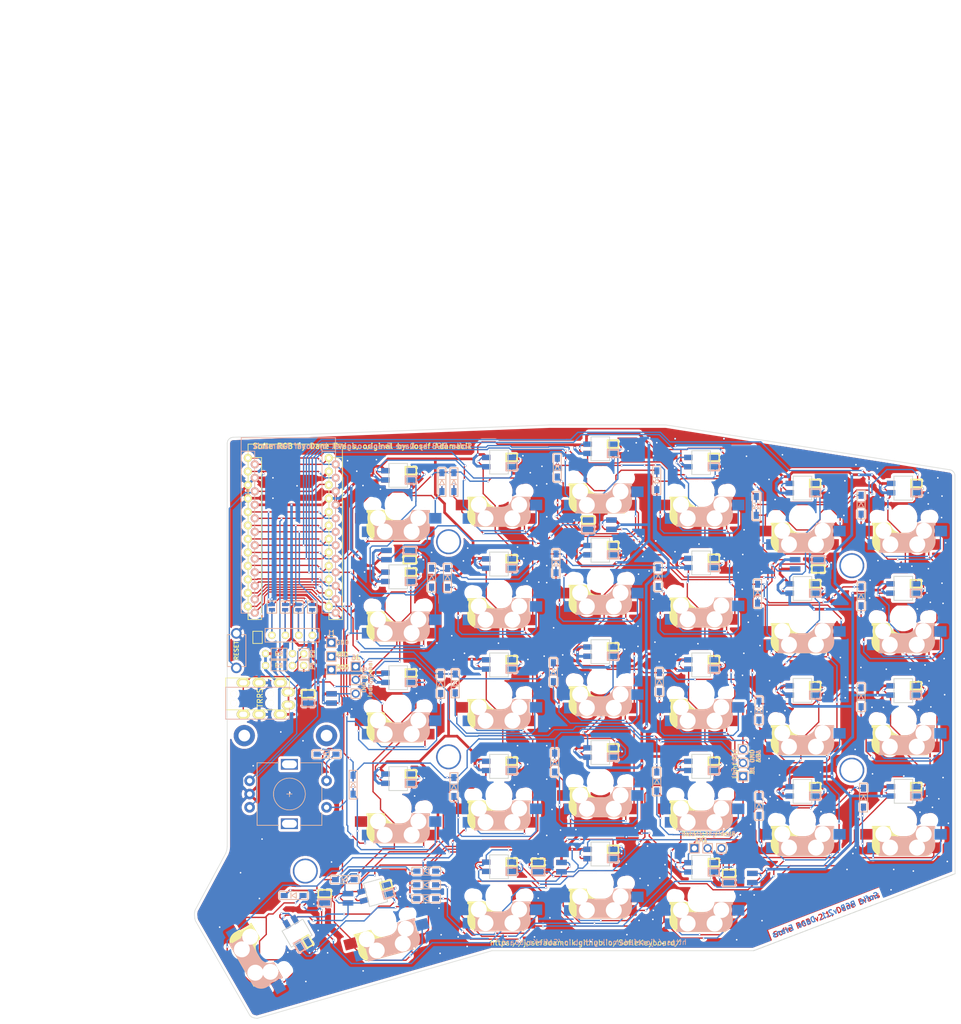
<source format=kicad_pcb>
(kicad_pcb (version 20211014) (generator pcbnew)
  (layers (0 "F.Cu" signal) (31 "B.Cu" signal) (34 "B.Paste" user) (35 "F.Paste" user) (36 "B.SilkS" user "B.Silkscreen") (37 "F.SilkS" user "F.Silkscreen") (38 "B.Mask" user) (39 "F.Mask" user) (44 "Edge.Cuts" user))
  (net 0 "")
  (net 1 "Net-(D1-Pad2)")
  (net 2 "row4")
  (net 3 "Net-(D2-Pad2)")
  (net 4 "Net-(D3-Pad2)")
  (net 5 "row0")
  (net 6 "Net-(D4-Pad2)")
  (net 7 "row1")
  (net 8 "Net-(D5-Pad2)")
  (net 9 "row2")
  (net 10 "Net-(D6-Pad2)")
  (net 11 "row3")
  (net 12 "Net-(D7-Pad2)")
  (net 13 "Net-(D8-Pad2)")
  (net 14 "Net-(D9-Pad2)")
  (net 15 "Net-(D10-Pad2)")
  (net 16 "Net-(D11-Pad2)")
  (net 17 "Net-(D12-Pad2)")
  (net 18 "Net-(D13-Pad2)")
  (net 19 "Net-(D14-Pad2)")
  (net 20 "Net-(D15-Pad2)")
  (net 21 "Net-(D16-Pad2)")
  (net 22 "Net-(D17-Pad2)")
  (net 23 "Net-(D18-Pad2)")
  (net 24 "Net-(D19-Pad2)")
  (net 25 "Net-(D20-Pad2)")
  (net 26 "Net-(D21-Pad2)")
  (net 27 "Net-(D22-Pad2)")
  (net 28 "Net-(D23-Pad2)")
  (net 29 "Net-(D24-Pad2)")
  (net 30 "Net-(D26-Pad2)")
  (net 31 "Net-(D27-Pad2)")
  (net 32 "Net-(D28-Pad2)")
  (net 33 "VCC")
  (net 34 "GND")
  (net 35 "col0")
  (net 36 "col1")
  (net 37 "col2")
  (net 38 "col3")
  (net 39 "col4")
  (net 40 "SDA")
  (net 41 "LED")
  (net 42 "SCL")
  (net 43 "RESET")
  (net 44 "Net-(D29-Pad2)")
  (net 45 "Net-(U1-Pad24)")
  (net 46 "Net-(U1-Pad7)")
  (net 47 "DATA")
  (net 48 "Net-(J3-Pad1)")
  (net 49 "Net-(J3-Pad2)")
  (net 50 "Net-(J3-Pad3)")
  (net 51 "Net-(J3-Pad4)")
  (net 52 "Net-(D30-Pad2)")
  (net 53 "SW25B")
  (net 54 "SW25A")
  (net 55 "ENCB")
  (net 56 "ENCA")
  (net 57 "/i2c_c")
  (net 58 "/i2c_d")
  (net 59 "Net-(D31-Pad1)")
  (net 60 "Net-(D31-Pad3)")
  (net 61 "Net-(D32-Pad3)")
  (net 62 "/underglow")
  (net 63 "Net-(D34-Pad1)")
  (net 64 "Net-(D35-Pad1)")
  (net 65 "Net-(D36-Pad1)")
  (net 66 "lights")
  (net 67 "Net-(D37-Pad3)")
  (net 68 "/backlight")
  (net 69 "Net-(J5-Pad3)")
  (net 70 "Net-(SW1-Pad3)")
  (net 71 "Net-(SW1-Pad1)")
  (net 72 "Net-(SW2-Pad3)")
  (net 73 "Net-(SW3-Pad3)")
  (net 74 "Net-(SW3-Pad1)")
  (net 75 "Net-(SW10-Pad1)")
  (net 76 "Net-(SW5-Pad3)")
  (net 77 "Net-(SW11-Pad3)")
  (net 78 "Net-(SW12-Pad1)")
  (net 79 "Net-(SW13-Pad3)")
  (net 80 "Net-(SW14-Pad1)")
  (net 81 "Net-(SW15-Pad3)")
  (net 82 "Net-(SW10-Pad3)")
  (net 83 "Net-(SW11-Pad1)")
  (net 84 "Net-(SW12-Pad3)")
  (net 85 "Net-(SW13-Pad1)")
  (net 86 "Net-(SW14-Pad3)")
  (net 87 "Net-(SW15-Pad1)")
  (net 88 "Net-(SW16-Pad3)")
  (net 89 "Net-(SW17-Pad1)")
  (net 90 "Net-(SW18-Pad3)")
  (net 91 "Net-(SW19-Pad1)")
  (net 92 "Net-(SW20-Pad3)")
  (net 93 "Net-(SW21-Pad1)")
  (net 94 "Net-(SW22-Pad3)")
  (net 95 "Net-(SW23-Pad1)")
  (net 96 "Net-(SW24-Pad3)")
  (net 97 "Net-(SW26-Pad3)")
  (net 98 "Net-(SW28-Pad3)")
  (footprint "SofleKeyboard-footprint:RESISTOR_mini" (layer "F.Cu") (at 98.039272 80.311965)
    (fp_text reference "R1")
    (fp_text value "R" hide)
  )
  (footprint "SofleKeyboard-footprint:RESISTOR_mini" (layer "F.Cu") (at 98.039272 78.061965)
    (fp_text reference "R2")
    (fp_text value "R" hide)
  )
  (footprint "SofleKeyboard-footprint:MJ-4PP-9" (layer "F.Cu") (at 88 85.65 90)
    (fp_text reference "J2")
    (fp_text value "4PIN" hide)
  )
  (footprint "SofleKeyboard-footprint:1pin_conn" (layer "F.Cu") (at 102.7 80.3 -90)
    (fp_text reference "P1")
    (fp_text value "i2c_pin" hide)
  )
  (footprint "SofleKeyboard-footprint:1pin_conn" (layer "F.Cu") (at 102.7 78.1 -90)
    (fp_text reference "P2")
    (fp_text value "i2c_pin" hide)
  )
  (footprint "SofleKeyboard-footprint:HOLE_M2_TH" (layer "F.Cu") (at 129.975 57.075)
    (fp_text reference "TH3" hide)
    (fp_text value "HOLE" hide)
  )
  (footprint "SofleKeyboard-footprint:HOLE_M2_TH" (layer "F.Cu") (at 206.225 61.775)
    (fp_text reference "TH4" hide)
    (fp_text value "HOLE" hide)
  )
  (footprint "SofleKeyboard-footprint:HOLE_M2_TH" (layer "F.Cu") (at 130.025 97.575)
    (fp_text reference "TH5" hide)
    (fp_text value "HOLE" hide)
  )
  (footprint "SofleKeyboard-footprint:HOLE_M2_TH" (layer "F.Cu") (at 206.175 100.025)
    (fp_text reference "TH6" hide)
    (fp_text value "HOLE" hide)
  )
  (footprint "SofleKeyboard-footprint:HOLE_M2_TH" (layer "F.Cu") (at 103 119 90)
    (fp_text reference "TH7" hide)
    (fp_text value "HOLE" hide)
  )
  (footprint "SofleKeyboard-footprint:ProMicro" (layer "F.Cu") (at 101 56)
    (fp_text reference "U1" hide)
    (fp_text value "ProMicro" hide)
  )
  (footprint "SofleKeyboard-footprint:Jumper" (layer "F.Cu") (at 104.3 69.3 90)
    (fp_text reference "JP1" hide)
    (fp_text value "Jumper_NO_Small" hide)
  )
  (footprint "SofleKeyboard-footprint:Jumper" (layer "F.Cu") (at 101.7 69.3 90)
    (fp_text reference "JP2" hide)
    (fp_text value "Jumper_NO_Small" hide)
  )
  (footprint "SofleKeyboard-footprint:Jumper" (layer "F.Cu") (at 99.2 69.3 90)
    (fp_text reference "JP3" hide)
    (fp_text value "Jumper_NO_Small" hide)
  )
  (footprint "SofleKeyboard-footprint:TACT_SWITCH_TVBP06" (layer "F.Cu") (at 90 77.5 -90)
    (fp_text reference "RSW1" hide)
    (fp_text value "SW_RST" hide)
  )
  (footprint "SofleKeyboard-footprint:jumper_data" (layer "F.Cu") (at 94 75 -90)
    (fp_text reference "W1" hide)
    (fp_text value "jumper" hide)
  )
  (footprint "Diode_SMD:crkbd-diode" (layer "F.Cu") (at 128.75 45.775 -90)
    (fp_text reference "D1" hide)
    (fp_text value "D" hide)
  )
  (footprint "Diode_SMD:crkbd-diode" (layer "F.Cu") (at 131 45.7805 -90)
    (fp_text reference "D2" hide)
    (fp_text value "D" hide)
  )
  (footprint "Diode_SMD:crkbd-diode" (layer "F.Cu") (at 150.5 43.04 -90)
    (fp_text reference "D3" hide)
    (fp_text value "D" hide)
  )
  (footprint "Diode_SMD:crkbd-diode" (layer "F.Cu") (at 169.25 45.425 -90)
    (fp_text reference "D4" hide)
    (fp_text value "D" hide)
  )
  (footprint "Diode_SMD:crkbd-diode" (layer "F.Cu") (at 188 50.25 -90)
    (fp_text reference "D5" hide)
    (fp_text value "D" hide)
  )
  (footprint "Diode_SMD:crkbd-diode" (layer "F.Cu") (at 207.75 50.025 -90)
    (fp_text reference "D6" hide)
    (fp_text value "D" hide)
  )
  (footprint "Diode_SMD:crkbd-diode" (layer "F.Cu") (at 126.8 63.775 -90)
    (fp_text reference "D7" hide)
    (fp_text value "D" hide)
  )
  (footprint "Diode_SMD:crkbd-diode" (layer "F.Cu") (at 129.8 63.8 -90)
    (fp_text reference "D8" hide)
    (fp_text value "D" hide)
  )
  (footprint "Diode_SMD:crkbd-diode" (layer "F.Cu") (at 150.25 61.065 -90)
    (fp_text reference "D9" hide)
    (fp_text value "D" hide)
  )
  (footprint "Diode_SMD:crkbd-diode" (layer "F.Cu") (at 169.5 63.65 -90)
    (fp_text reference "D10" hide)
    (fp_text value "D" hide)
  )
  (footprint "Diode_SMD:crkbd-diode" (layer "F.Cu") (at 188.25 66.775 -90)
    (fp_text reference "D11" hide)
    (fp_text value "D" hide)
  )
  (footprint "Diode_SMD:crkbd-diode" (layer "F.Cu") (at 207.75 67.275 -90)
    (fp_text reference "D12" hide)
    (fp_text value "D" hide)
  )
  (footprint "Diode_SMD:crkbd-diode" (layer "F.Cu") (at 128.5 83.775 -90)
    (fp_text reference "D13" hide)
    (fp_text value "D" hide)
  )
  (footprint "Diode_SMD:crkbd-diode" (layer "F.Cu") (at 131.25 83.675 -90)
    (fp_text reference "D14" hide)
    (fp_text value "D" hide)
  )
  (footprint "Diode_SMD:crkbd-diode" (layer "F.Cu") (at 149.75 81.565 -90)
    (fp_text reference "D15" hide)
    (fp_text value "D" hide)
  )
  (footprint "Diode_SMD:crkbd-diode" (layer "F.Cu") (at 169.725 83.425 -90)
    (fp_text reference "D16" hide)
    (fp_text value "D" hide)
  )
  (footprint "Diode_SMD:crkbd-diode" (layer "F.Cu") (at 188.5 88.775 -90)
    (fp_text reference "D17" hide)
    (fp_text value "D" hide)
  )
  (footprint "Diode_SMD:crkbd-diode" (layer "F.Cu") (at 207.75 86.275 -90)
    (fp_text reference "D18" hide)
    (fp_text value "D" hide)
  )
  (footprint "Diode_SMD:crkbd-diode" (layer "F.Cu") (at 112 102.75 -90)
    (fp_text reference "D19" hide)
    (fp_text value "D" hide)
  )
  (footprint "Diode_SMD:crkbd-diode" (layer "F.Cu") (at 131 103.175 -90)
    (fp_text reference "D20" hide)
    (fp_text value "D" hide)
  )
  (footprint "Diode_SMD:crkbd-diode" (layer "F.Cu") (at 150 98.565 -90)
    (fp_text reference "D21" hide)
    (fp_text value "D" hide)
  )
  (footprint "Diode_SMD:crkbd-diode" (layer "F.Cu") (at 169.25 102.15 -90)
    (fp_text reference "D22" hide)
    (fp_text value "D" hide)
  )
  (footprint "Diode_SMD:crkbd-diode" (layer "F.Cu") (at 188.5 106.75 -90)
    (fp_text reference "D23" hide)
    (fp_text value "D" hide)
  )
  (footprint "Diode_SMD:crkbd-diode" (layer "F.Cu") (at 208.2 105.175 -90)
    (fp_text reference "D24" hide)
    (fp_text value "D" hide)
  )
  (footprint "Diode_SMD:crkbd-diode" (layer "F.Cu") (at 107 97)
    (fp_text reference "D25" hide)
    (fp_text value "D" hide)
  )
  (footprint "Diode_SMD:crkbd-diode" (layer "F.Cu") (at 100.8 123.6)
    (fp_text reference "D26" hide)
    (fp_text value "D" hide)
  )
  (footprint "Diode_SMD:crkbd-diode" (layer "F.Cu") (at 110.4248 120.6248)
    (fp_text reference "D27" hide)
    (fp_text value "D" hide)
  )
  (footprint "Diode_SMD:crkbd-diode" (layer "F.Cu") (at 125.775 124.2)
    (fp_text reference "D28" hide)
    (fp_text value "D" hide)
  )
  (footprint "Diode_SMD:crkbd-diode" (layer "F.Cu") (at 125.775 121.6)
    (fp_text reference "D29" hide)
    (fp_text value "D" hide)
  )
  (footprint "Button_Switch_Keyboard:SK6812MINI_and_cherry" (layer "F.Cu") (at 120.5 50 180)
    (fp_text reference "SW1" hide)
    (fp_text value "SW_PUSH-MX_W_LED" hide)
  )
  (footprint "Button_Switch_Keyboard:SK6812MINI_and_cherry" (layer "F.Cu") (at 139.5 47.5 180)
    (fp_text reference "SW2" hide)
    (fp_text value "SW_PUSH-MX_W_LED" hide)
  )
  (footprint "Button_Switch_Keyboard:SK6812MINI_and_cherry" (layer "F.Cu") (at 158.6 45 180)
    (fp_text reference "SW3" hide)
    (fp_text value "SW_PUSH-MX_W_LED" hide)
  )
  (footprint "Button_Switch_Keyboard:SK6812MINI_and_cherry" (layer "F.Cu") (at 177.6 47.5 180)
    (fp_text reference "SW4" hide)
    (fp_text value "SW_PUSH-MX_W_LED" hide)
  )
  (footprint "Button_Switch_Keyboard:SK6812MINI_and_cherry" (layer "F.Cu") (at 196.7 52.4 180)
    (fp_text reference "SW5" hide)
    (fp_text value "SW_PUSH-MX_W_LED" hide)
  )
  (footprint "Button_Switch_Keyboard:SK6812MINI_and_cherry" (layer "F.Cu") (at 120.5 69.1 180)
    (fp_text reference "SW7" hide)
    (fp_text value "SW_PUSH-MX_W_LED" hide)
  )
  (footprint "Button_Switch_Keyboard:SK6812MINI_and_cherry" (layer "F.Cu") (at 139.5 66.6 180)
    (fp_text reference "SW8" hide)
    (fp_text value "SW_PUSH-MX_W_LED" hide)
  )
  (footprint "Button_Switch_Keyboard:SK6812MINI_and_cherry" (layer "F.Cu") (at 158.6 64.09 180)
    (fp_text reference "SW9" hide)
    (fp_text value "SW_PUSH-MX_W_LED" hide)
  )
  (footprint "Button_Switch_Keyboard:SK6812MINI_and_cherry" (layer "F.Cu") (at 177.6 66.5 180)
    (fp_text reference "SW10" hide)
    (fp_text value "SW_PUSH-MX_W_LED" hide)
  )
  (footprint "Button_Switch_Keyboard:SK6812MINI_and_cherry" (layer "F.Cu") (at 196.7 71.3 180)
    (fp_text reference "SW11" hide)
    (fp_text value "SW_PUSH-MX_W_LED" hide)
  )
  (footprint "Button_Switch_Keyboard:SK6812MINI_and_cherry" (layer "F.Cu") (at 215.7 71.3 180)
    (fp_text reference "SW12" hide)
    (fp_text value "SW_PUSH-MX_W_LED" hide)
  )
  (footprint "Button_Switch_Keyboard:SK6812MINI_and_cherry" (layer "F.Cu") (at 120.5 88.1 180)
    (fp_text reference "SW13" hide)
    (fp_text value "SW_PUSH-MX_W_LED" hide)
  )
  (footprint "Button_Switch_Keyboard:SK6812MINI_and_cherry" (layer "F.Cu") (at 139.5 85.6 180)
    (fp_text reference "SW14" hide)
    (fp_text value "SW_PUSH-MX_W_LED" hide)
  )
  (footprint "Button_Switch_Keyboard:SK6812MINI_and_cherry" (layer "F.Cu") (at 158.6 83.19 180)
    (fp_text reference "SW15" hide)
    (fp_text value "SW_PUSH-MX_W_LED" hide)
  )
  (footprint "Button_Switch_Keyboard:SK6812MINI_and_cherry" (layer "F.Cu") (at 177.6 85.6 180)
    (fp_text reference "SW16" hide)
    (fp_text value "SW_PUSH-MX_W_LED" hide)
  )
  (footprint "Button_Switch_Keyboard:SK6812MINI_and_cherry" (layer "F.Cu") (at 196.7 90.5 180)
    (fp_text reference "SW17" hide)
    (fp_text value "SW_PUSH-MX_W_LED" hide)
  )
  (footprint "Button_Switch_Keyboard:SK6812MINI_and_cherry" (layer "F.Cu") (at 215.7 90.5 180)
    (fp_text reference "SW18" hide)
    (fp_text value "SW_PUSH-MX_W_LED" hide)
  )
  (footprint "Button_Switch_Keyboard:SK6812MINI_and_cherry" (layer "F.Cu") (at 120.5 107.1 180)
    (fp_text reference "SW19" hide)
    (fp_text value "SW_PUSH-MX_W_LED" hide)
  )
  (footprint "Button_Switch_Keyboard:SK6812MINI_and_cherry" (layer "F.Cu") (at 139.5 104.7 180)
    (fp_text reference "SW20" hide)
    (fp_text value "SW_PUSH-MX_W_LED" hide)
  )
  (footprint "Button_Switch_Keyboard:SK6812MINI_and_cherry" (layer "F.Cu") (at 158.6 102.19 180)
    (fp_text reference "SW21" hide)
    (fp_text value "SW_PUSH-MX_W_LED" hide)
  )
  (footprint "Button_Switch_Keyboard:SK6812MINI_and_cherry" (layer "F.Cu") (at 177.6 104.7 180)
    (fp_text reference "SW22" hide)
    (fp_text value "SW_PUSH-MX_W_LED" hide)
  )
  (footprint "Button_Switch_Keyboard:SK6812MINI_and_cherry" (layer "F.Cu") (at 196.7 109.5 180)
    (fp_text reference "SW23" hide)
    (fp_text value "SW_PUSH-MX_W_LED" hide)
  )
  (footprint "Button_Switch_Keyboard:SK6812MINI_and_cherry" (layer "F.Cu") (at 215.75 109.5 180)
    (fp_text reference "SW24" hide)
    (fp_text value "SW_PUSH-MX_W_LED" hide)
  )
  (footprint "Button_Switch_Keyboard:SK6812MINI_and_cherry" (layer "F.Cu") (at 96.71 133.4 120)
    (fp_text reference "SW26" hide)
    (fp_text value "SW_PUSH-MX_W_LED" hide)
  )
  (footprint "Button_Switch_Keyboard:SK6812MINI_and_cherry" (layer "F.Cu") (at 139.5 123.7 180)
    (fp_text reference "SW28" hide)
    (fp_text value "SW_PUSH-MX_W_LED" hide)
  )
  (footprint "Button_Switch_Keyboard:SK6812MINI_and_cherry" (layer "F.Cu") (at 158.6 121.29 180)
    (fp_text reference "SW29" hide)
    (fp_text value "SW_PUSH-MX_W_LED" hide)
  )
  (footprint "SofleKeyboard-footprint:M2_HOLE_PCB" (layer "F.Cu") (at 91.5 93.5)
    (fp_text reference "TH1" hide)
    (fp_text value "HOLE")
  )
  (footprint "SofleKeyboard-footprint:Jumper" (layer "F.Cu") (at 96.7 69.3 90)
    (fp_text reference "JP4" hide)
    (fp_text value "Jumper_NO_Small" hide)
  )
  (footprint "SofleKeyboard-footprint:LED" (layer "F.Cu") (at 107.9 81.1 180)
    (fp_text reference "J1")
    (fp_text value "LED" hide)
  )
  (footprint "SofleKeyboard-footprint:OLED_4Pin" (layer "F.Cu") (at 96.7 74.6)
    (fp_text reference "J3" hide)
    (fp_text value "OLED" hide)
  )
  (footprint "Diode_SMD:crkbd-diode" (layer "F.Cu") (at 125.805 119.02)
    (fp_text reference "D30" hide)
    (fp_text value "D" hide)
  )
  (footprint "SofleKeyboard-footprint:M2_HOLE_PCB" (layer "F.Cu") (at 107 93.5)
    (fp_text reference "TH2" hide)
    (fp_text value "HOLE")
  )
  (footprint "SofleKeyboard-footprint:RotaryEncoder_Alps_EC11E-Switch_Vertical_H20mm-keebio_modified" (layer "F.Cu") (at 100 104.5)
    (fp_text reference "SW25" hide)
    (fp_text value "Rotary_Encoder_Switch")
  )
  (footprint "LED_SMD:SK6812MINI_underglow_dev" (layer "F.Cu") (at 120.5 59.5 180)
    (fp_text reference "D31" hide)
    (fp_text value "LED_sk2812_SM" hide)
  )
  (footprint "LED_SMD:SK6812MINI_underglow_dev" (layer "F.Cu") (at 158.5 53.79)
    (fp_text reference "D32" hide)
    (fp_text value "LED_sk2812_SM" hide)
  )
  (footprint "LED_SMD:SK6812MINI_underglow_dev" (layer "F.Cu") (at 197.5 61.25 180)
    (fp_text reference "D33" hide)
    (fp_text value "LED_sk2812_SM" hide)
  )
  (footprint "LED_SMD:SK6812MINI_underglow_dev" (layer "F.Cu") (at 108.85 124.13)
    (fp_text reference "D34" hide)
    (fp_text value "LED_sk2812_SM" hide)
  )
  (footprint "LED_SMD:SK6812MINI_underglow_dev" (layer "F.Cu") (at 149.0836 118.2626)
    (fp_text reference "D35" hide)
    (fp_text value "LED_sk2812_SM" hide)
  )
  (footprint "LED_SMD:SK6812MINI_underglow_dev" (layer "F.Cu") (at 185.05 120.32)
    (fp_text reference "D36" hide)
    (fp_text value "LED_sk2812_SM" hide)
  )
  (footprint "LED_SMD:SK6812MINI_underglow_dev" (layer "F.Cu") (at 105.75 86.5)
    (fp_text reference "D37" hide)
    (fp_text value "LED_sk2812_SM" hide)
  )
  (footprint "Connector:3x1header" (layer "F.Cu") (at 185.5 101.15 180)
    (fp_text reference "J4" hide)
    (fp_text value "key leds" hide)
  )
  (footprint "Connector:3x1header" (layer "F.Cu") (at 176.327 114.7066 90)
    (fp_text reference "J5" hide)
    (fp_text value "backlight sel" hide)
  )
  (footprint "Connector:3x1header" (layer "F.Cu") (at 112.5 80.5)
    (fp_text reference "J6")
    (fp_text value "indicator bypass" hide)
  )
  (footprint "Button_Switch_Keyboard:SK6812MINI_and_cherry" (layer "F.Cu") (at 177.6 123.8 180)
    (fp_text reference "SW30" hide)
    (fp_text value "SW_PUSH-MX_W_LED" hide)
  )
  (footprint "Button_Switch_Keyboard:SK6812MINI_and_cherry" (layer "F.Cu") (at 117.6 128.4 -165)
    (fp_text reference "SW27" hide)
    (fp_text value "SW_PUSH-MX_W_LED" hide)
  )
  (footprint "dane:gecko-logo" (layer "F.Cu") (at 200.25 122.75)
    (fp_text reference "G***" hide)
    (fp_text value "LOGO" hide)
  )
  (footprint "Button_Switch_Keyboard:SK6812MINI_and_cherry" (layer "F.Cu") (at 215.8 52.4 180)
    (fp_text reference "SW6" hide)
    (fp_text value "SW_PUSH-MX_W_LED" hide)
  )
  (footprint "SofleKeyboard-footprint:Jumper" (layer "B.Cu") (at 101.7 69.3 90)
    (fp_text reference "JP6" hide)
    (fp_text value "Jumper_NO_Small" hide)
  )
  (footprint "SofleKeyboard-footprint:Jumper" (layer "B.Cu") (at 99.2 69.3 90)
    (fp_text reference "JP7" hide)
    (fp_text value "Jumper_NO_Small" hide)
  )
  (footprint "SofleKeyboard-footprint:Jumper" (layer "B.Cu") (at 96.7 69.3 90)
    (fp_text reference "JP8" hide)
    (fp_text value "Jumper_NO_Small" hide)
  )
  (footprint "SofleKeyboard-footprint:Jumper" (layer "B.Cu") (at 104.3 69.3 90)
    (fp_text reference "JP5" hide)
    (fp_text value "Jumper_NO_Small" hide)
  )
  (footprint "dane:gecko-logo" (layer "B.Cu") (at 201 122.75 180)
    (fp_text reference "G***" hide)
    (fp_text value "LOGO" hide)
  )
  (gr_line (start 225.283881 43.997807) (end 225.370281 44.178672) (layer "Edge.Cuts") (width 0.1))
  (gr_line (start 92.55 146.2) (end 82.3 128.4) (layer "Edge.Cuts") (width 0.1))
  (gr_line (start 170.95 35) (end 224.475441 43.445146) (layer "Edge.Cuts") (width 0.1))
  (gr_line (start 88.297257 38.245261) (end 88.364377 38.029014) (layer "Edge.Cuts") (width 0.1))
  (gr_line (start 225.443181 44.581902) (end 225.470181 119.5) (layer "Edge.Cuts") (width 0.1))
  (gr_line (start 88.611259 37.662831) (end 88.781752 37.52216) (layer "Edge.Cuts") (width 0.1))
  (gr_line (start 225.424381 44.374571) (end 225.443181 44.581902) (layer "Edge.Cuts") (width 0.1))
  (gr_line (start 88.781752 37.52216) (end 88.977436 37.415945) (layer "Edge.Cuts") (width 0.1))
  (gr_line (start 225.370281 44.178672) (end 225.424381 44.374571) (layer "Edge.Cuts") (width 0.1))
  (gr_line (start 82.2 126.4) (end 88 115.65) (layer "Edge.Cuts") (width 0.1))
  (gr_line (start 88.364377 38.029014) (end 88.47059 37.833327) (layer "Edge.Cuts") (width 0.1))
  (gr_line (start 88.273857 38.477435) (end 88.297257 38.245261) (layer "Edge.Cuts") (width 0.1))
  (gr_line (start 224.677111 43.496776) (end 224.861871 43.581466) (layer "Edge.Cuts") (width 0.1))
  (gr_line (start 224.475441 43.445146) (end 224.677111 43.496776) (layer "Edge.Cuts") (width 0.1))
  (gr_line (start 88.47059 37.833327) (end 88.611259 37.662831) (layer "Edge.Cuts") (width 0.1))
  (gr_line (start 104.2664 131.079688) (end 100.369286 133.329688) (layer "Edge.Cuts") (width 0.15))
  (gr_line (start 118.497713 124.7728) (end 115.116973 125.678666) (layer "Edge.Cuts") (width 0.15))
  (gr_line (start 98.619286 130.2986) (end 102.5164 128.0486) (layer "Edge.Cuts") (width 0.15))
  (gr_line (start 92.55 146.2) (end 92.9 146.5) (layer "Edge.Cuts") (width 0.1))
  (gr_line (start 138.154128 134) (end 187.5 134) (layer "Edge.Cuts") (width 0.1))
  (gr_line (start 149 35) (end 89.425853 37.325405) (layer "Edge.Cuts") (width 0.1))
  (gr_line (start 88.275257 114.4) (end 88.2 115.05) (layer "Edge.Cuts") (width 0.1))
  (gr_line (start 82.3 128.4) (end 82.15 127.9) (layer "Edge.Cuts") (width 0.1))
  (gr_line (start 82.1 126.9) (end 82.2 126.4) (layer "Edge.Cuts") (width 0.1))
  (gr_line (start 115.116973 125.678666) (end 113.952287 121.332) (layer "Edge.Cuts") (width 0.15))
  (gr_line (start 82.1 127.3) (end 82.1 126.9) (layer "Edge.Cuts") (width 0.1))
  (gr_line (start 179.35 63.2484) (end 175.85 63.2484) (layer "Edge.Cuts") (width 0.15))
  (gr_line (start 117.333027 120.426134) (end 118.497713 124.7728) (layer "Edge.Cuts") (width 0.15))
  (gr_line (start 88.2 115.05) (end 88 115.65) (layer "Edge.Cuts") (width 0.1))
  (gr_line (start 175.85 63.2484) (end 175.85 58.7484) (layer "Edge.Cuts") (width 0.15))
  (gr_line (start 93.35 146.65) (end 93.9 146.75) (layer "Edge.Cuts") (width 0.1))
  (gr_line (start 82.15 127.9) (end 82.1 127.3) (layer "Edge.Cuts") (width 0.1))
  (gr_line (start 100.369286 133.329688) (end 98.619286 130.2986) (layer "Edge.Cuts") (width 0.15))
  (gr_line (start 102.5164 128.0486) (end 104.2664 131.079688) (layer "Edge.Cuts") (width 0.15))
  (gr_line (start 92.9 146.5) (end 93.35 146.65) (layer "Edge.Cuts") (width 0.1))
  (gr_line (start 225.470181 119.5) (end 187.5 134) (layer "Edge.Cuts") (width 0.15))
  (gr_line (start 113.952287 121.332) (end 117.333027 120.426134) (layer "Edge.Cuts") (width 0.15))
  (gr_line (start 141.25 77.95) (end 141.25 82.45) (layer "Edge.Cuts") (width 0.15))
  (gr_line (start 137.75 77.95) (end 141.25 77.95) (layer "Edge.Cuts") (width 0.15))
  (gr_line (start 137.75 58.95) (end 141.25 58.95) (layer "Edge.Cuts") (width 0.15))
  (gr_line (start 160.35 56.3308) (end 160.35 60.8308) (layer "Edge.Cuts") (width 0.15))
  (gr_line (start 122.25 65.85) (end 118.75 65.85) (layer "Edge.Cuts") (width 0.15))
  (gr_line (start 141.25 82.45) (end 137.75 82.45) (layer "Edge.Cuts") (width 0.15))
  (gr_line (start 160.35 79.9562) (end 156.85 79.9562) (layer "Edge.Cuts") (width 0.15))
  (gr_line (start 141.25 58.95) (end 141.25 63.45) (layer "Edge.Cuts") (width 0.15))
  (gr_line (start 122.25 61.35) (end 122.25 65.85) (layer "Edge.Cuts") (width 0.15))
  (gr_line (start 156.85 60.8308) (end 156.85 56.3308) (layer "Edge.Cuts") (width 0.15))
  (gr_line (start 156.85 56.3308) (end 160.35 56.3308) (layer "Edge.Cuts") (width 0.15))
  (gr_line (start 118.75 61.35) (end 122.25 61.35) (layer "Edge.Cuts") (width 0.15))
  (gr_line (start 122.25 80.35) (end 122.25 84.85) (layer "Edge.Cuts") (width 0.15))
  (gr_line (start 141.25 63.45) (end 137.75 63.45) (layer "Edge.Cuts") (width 0.15))
  (gr_line (start 122.25 84.85) (end 118.75 84.85) (layer "Edge.Cuts") (width 0.15))
  (gr_line (start 137.75 63.45) (end 137.75 58.95) (layer "Edge.Cuts") (width 0.15))
  (gr_line (start 175.85 58.7484) (end 179.35 58.7484) (layer "Edge.Cuts") (width 0.15))
  (gr_line (start 118.75 65.85) (end 118.75 61.35) (layer "Edge.Cuts") (width 0.15))
  (gr_line (start 118.75 84.85) (end 118.75 80.35) (layer "Edge.Cuts") (width 0.15))
  (gr_line (start 160.35 60.8308) (end 156.85 60.8308) (layer "Edge.Cuts") (width 0.15))
  (gr_line (start 179.35 58.7484) (end 179.35 63.2484) (layer "Edge.Cuts") (width 0.15))
  (gr_line (start 118.75 80.35) (end 122.25 80.35) (layer "Edge.Cuts") (width 0.15))
  (gr_line (start 137.75 82.45) (end 137.75 77.95) (layer "Edge.Cuts") (width 0.15))
  (gr_line (start 156.85 37.2308) (end 160.35 37.2308) (layer "Edge.Cuts") (width 0.15))
  (gr_line (start 213.95 87.2895) (end 213.95 82.7895) (layer "Edge.Cuts") (width 0.15))
  (gr_line (start 141.25 39.7484) (end 141.25 44.2484) (layer "Edge.Cuts") (width 0.15))
  (gr_line (start 217.45 68.026) (end 213.95 68.026) (layer "Edge.Cuts") (width 0.15))
  (gr_line (start 217.45 87.2895) (end 213.95 87.2895) (layer "Edge.Cuts") (width 0.15))
  (gr_line (start 194.95 68.05) (end 194.95 63.55) (layer "Edge.Cuts") (width 0.15))
  (gr_line (start 217.45 49.1514) (end 213.95 49.1514) (layer "Edge.Cuts") (width 0.15))
  (gr_line (start 175.85 44.35) (end 175.85 39.85) (layer "Edge.Cuts") (width 0.15))
  (gr_line (start 88.275257 114.4) (end 88.273857 38.477435) (layer "Edge.Cuts") (width 0.1))
  (gr_line (start 217.45 63.526) (end 217.45 68.026) (layer "Edge.Cuts") (width 0.15))
  (gr_line (start 194.95 44.65) (end 198.45 44.65) (layer "Edge.Cuts") (width 0.15))
  (gr_line (start 213.95 68.026) (end 213.95 63.526) (layer "Edge.Cuts") (width 0.15))
  (gr_line (start 217.45 44.6514) (end 217.45 49.1514) (layer "Edge.Cuts") (width 0.15))
  (gr_line (start 198.45 44.65) (end 198.45 49.15) (layer "Edge.Cuts") (width 0.15))
  (gr_line (start 179.35 39.85) (end 179.35 44.35) (layer "Edge.Cuts") (width 0.15))
  (gr_line (start 225.168321 43.835582) (end 225.283881 43.997807) (layer "Edge.Cuts") (width 0.1))
  (gr_line (start 213.95 44.6514) (end 217.45 44.6514) (layer "Edge.Cuts") (width 0.15))
  (gr_line (start 137.75 44.2484) (end 137.75 39.7484) (layer "Edge.Cuts") (width 0.15))
  (gr_line (start 224.861871 43.581466) (end 225.026621 43.6956) (layer "Edge.Cuts") (width 0.1))
  (gr_line (start 198.45 49.15) (end 194.95 49.15) (layer "Edge.Cuts") (width 0.15))
  (gr_line (start 198.45 63.55) (end 198.45 68.05) (layer "Edge.Cuts") (width 0.15))
  (gr_line (start 141.25 44.2484) (end 137.75 44.2484) (layer "Edge.Cuts") (width 0.15))
  (gr_line (start 214 101.726) (end 217.5 101.726) (layer "Edge.Cuts") (width 0.15))
  (gr_line (start 213.95 82.7895) (end 217.45 82.7895) (layer "Edge.Cuts") (width 0.15))
  (gr_line (start 160.35 41.7308) (end 156.85 41.7308) (layer "Edge.Cuts") (width 0.15))
  (gr_line (start 194.95 63.55) (end 198.45 63.55) (layer "Edge.Cuts") (width 0.15))
  (gr_line (start 213.95 49.1514) (end 213.95 44.6514) (layer "Edge.Cuts") (width 0.15))
  (gr_line (start 118.75 46.75) (end 118.75 42.25) (layer "Edge.Cuts") (width 0.15))
  (gr_line (start 122.25 42.25) (end 122.25 46.75) (layer "Edge.Cuts") (width 0.15))
  (gr_line (start 198.45 68.05) (end 194.95 68.05) (layer "Edge.Cuts") (width 0.15))
  (gr_line (start 194.95 49.15) (end 194.95 44.65) (layer "Edge.Cuts") (width 0.15))
  (gr_line (start 160.35 37.2308) (end 160.35 41.7308) (layer "Edge.Cuts") (width 0.15))
  (gr_line (start 137.75 39.7484) (end 141.25 39.7484) (layer "Edge.Cuts") (width 0.15))
  (gr_line (start 118.75 42.25) (end 122.25 42.25) (layer "Edge.Cuts") (width 0.15))
  (gr_line (start 149 35) (end 170.95 35) (layer "Edge.Cuts") (width 0.1))
  (gr_line (start 88.977436 37.415945) (end 89.19368 37.348815) (layer "Edge.Cuts") (width 0.1))
  (gr_line (start 89.19368 37.348815) (end 89.425853 37.325405) (layer "Edge.Cuts") (width 0.1))
  (gr_line (start 156.85 41.7308) (end 156.85 37.2308) (layer "Edge.Cuts") (width 0.15))
  (gr_line (start 213.95 63.526) (end 217.45 63.526) (layer "Edge.Cuts") (width 0.15))
  (gr_line (start 179.35 44.35) (end 175.85 44.35) (layer "Edge.Cuts") (width 0.15))
  (gr_line (start 175.85 39.85) (end 179.35 39.85) (layer "Edge.Cuts") (width 0.15))
  (gr_line (start 122.25 46.75) (end 118.75 46.75) (layer "Edge.Cuts") (width 0.15))
  (gr_line (start 225.026621 43.6956) (end 225.168321 43.835582) (layer "Edge.Cuts") (width 0.1))
  (gr_line (start 217.45 82.7895) (end 217.45 87.2895) (layer "Edge.Cuts") (width 0.15))
  (gr_line (start 138.154128 134) (end 93.9 146.75) (layer "Edge.Cuts") (width 0.1))
  (gr_line (start 141.25 101.55) (end 137.75 101.55) (layer "Edge.Cuts") (width 0.15))
  (gr_line (start 179.35 82.45) (end 175.85 82.45) (layer "Edge.Cuts") (width 0.15))
  (gr_line (start 194.95 106.25) (end 194.95 101.75) (layer "Edge.Cuts") (width 0.15))
  (gr_line (start 198.45 82.75) (end 198.45 87.25) (layer "Edge.Cuts") (width 0.15))
  (gr_line (start 179.35 101.55) (end 175.85 101.55) (layer "Edge.Cuts") (width 0.15))
  (gr_line (start 175.85 82.45) (end 175.85 77.95) (layer "Edge.Cuts") (width 0.15))
  (gr_line (start 156.85 98.9308) (end 156.85 94.4308) (layer "Edge.Cuts") (width 0.15))
  (gr_line (start 137.75 101.55) (end 137.75 97.05) (layer "Edge.Cuts") (width 0.15))
  (gr_line (start 122.25 103.85) (end 118.75 103.85) (layer "Edge.Cuts") (width 0.15))
  (gr_line (start 175.85 101.55) (end 175.85 97.05) (layer "Edge.Cuts") (width 0.15))
  (gr_line (start 198.45 101.75) (end 198.45 106.25) (layer "Edge.Cuts") (width 0.15))
  (gr_line (start 122.25 99.35) (end 122.25 103.85) (layer "Edge.Cuts") (width 0.15))
  (gr_line (start 141.2504 115.9492) (end 141.2504 120.4492) (layer "Edge.Cuts") (width 0.15))
  (gr_line (start 160.3504 118.0362) (end 156.8504 118.0362) (layer "Edge.Cuts") (width 0.15))
  (gr_line (start 156.8504 118.0362) (end 156.8504 113.5362) (layer "Edge.Cuts") (width 0.15))
  (gr_line (start 194.95 87.25) (end 194.95 82.75) (layer "Edge.Cuts") (width 0.15))
  (gr_line (start 179.35 77.95) (end 179.35 82.45) (layer "Edge.Cuts") (width 0.15))
  (gr_line (start 160.35 94.4308) (end 160.35 98.9308) (layer "Edge.Cuts") (width 0.15))
  (gr_line (start 156.85 94.4308) (end 160.35 94.4308) (layer "Edge.Cuts") (width 0.15))
  (gr_line (start 175.85 77.95) (end 179.35 77.95) (layer "Edge.Cuts") (width 0.15))
  (gr_line (start 198.45 87.25) (end 194.95 87.25) (layer "Edge.Cuts") (width 0.15))
  (gr_line (start 141.25 97.05) (end 141.25 101.55) (layer "Edge.Cuts") (width 0.15))
  (gr_line (start 156.8504 113.5362) (end 160.3504 113.5362) (layer "Edge.Cuts") (width 0.15))
  (gr_line (start 175.8488 120.5352) (end 175.8488 116.0352) (layer "Edge.Cuts") (width 0.15))
  (gr_line (start 175.8488 116.0352) (end 179.3488 116.0352) (layer "Edge.Cuts") (width 0.15))
  (gr_line (start 198.45 106.25) (end 194.95 106.25) (layer "Edge.Cuts") (width 0.15))
  (gr_line (start 217.5 106.226) (end 214 106.226) (layer "Edge.Cuts") (width 0.15))
  (gr_line (start 214 106.226) (end 214 101.726) (layer "Edge.Cuts") (width 0.15))
  (gr_line (start 217.5 101.726) (end 217.5 106.226) (layer "Edge.Cuts") (width 0.15))
  (gr_line (start 179.3488 120.5352) (end 175.8488 120.5352) (layer "Edge.Cuts") (width 0.15))
  (gr_line (start 160.35 75.4562) (end 160.35 79.9562) (layer "Edge.Cuts") (width 0.15))
  (gr_line (start 175.85 97.05) (end 179.35 97.05) (layer "Edge.Cuts") (width 0.15))
  (gr_line (start 137.75 97.05) (end 141.25 97.05) (layer "Edge.Cuts") (width 0.15))
  (gr_line (start 118.75 103.85) (end 118.75 99.35) (layer "Edge.Cuts") (width 0.15))
  (gr_line (start 137.7504 120.4492) (end 137.7504 115.9492) (layer "Edge.Cuts") (width 0.15))
  (gr_line (start 156.85 79.9562) (end 156.85 75.4562) (layer "Edge.Cuts") (width 0.15))
  (gr_line (start 194.95 101.75) (end 198.45 101.75) (layer "Edge.Cuts") (width 0.15))
  (gr_line (start 156.85 75.4562) (end 160.35 75.4562) (layer "Edge.Cuts") (width 0.15))
  (gr_line (start 137.7504 115.9492) (end 141.2504 115.9492) (layer "Edge.Cuts") (width 0.15))
  (gr_line (start 118.75 99.35) (end 122.25 99.35) (layer "Edge.Cuts") (width 0.15))
  (gr_line (start 160.35 98.9308) (end 156.85 98.9308) (layer "Edge.Cuts") (width 0.15))
  (gr_line (start 141.2504 120.4492) (end 137.7504 120.4492) (layer "Edge.Cuts") (width 0.15))
  (gr_line (start 194.95 82.75) (end 198.45 82.75) (layer "Edge.Cuts") (width 0.15))
  (gr_line (start 160.3504 113.5362) (end 160.3504 118.0362) (layer "Edge.Cuts") (width 0.15))
  (gr_line (start 179.35 97.05) (end 179.35 101.55) (layer "Edge.Cuts") (width 0.15))
  (gr_line (start 179.3488 116.0352) (end 179.3488 120.5352) (layer "Edge.Cuts") (width 0.15))
  (gr_text "Sofle RGB v2.1, Dane Evans" (at 201.25 127.25 21) (layer "F.Cu") (effects (font (size 1 1) (thickness 0.2))))
  (gr_text "Sofle RGB v2.1, Dane Evans" (at 201 127.25 21) (layer "B.Cu") (effects (font (size 1 1) (thickness 0.2)) (justify mirror)))
  (gr_text "BYP" (at 114.15 81.73 90) (layer "B.SilkS") (effects (font (size 0.8 0.8)) (justify mirror)))
  (gr_text "IND" (at 114.07 84.4 90) (layer "B.SilkS") (effects (font (size 0.8 0.8)) (justify mirror)))
  (gr_text "ENA" (at 177.6 113.2) (layer "B.SilkS") (effects (font (size 0.8 0.8)) (justify mirror)))
  (gr_text "Backlight enable" (at 179 112) (layer "B.SilkS") (effects (font (size 0.8 0.8)) (justify mirror)))
  (gr_text "UND" (at 187.27 97.42 90) (layer "B.SilkS") (effects (font (size 0.8 0.8)) (justify mirror)))
  (gr_text "BL" (at 187.21 100.17 90) (layer "B.SilkS") (effects (font (size 0.8 0.8)) (justify mirror)))
  (gr_text "Light Sel" (at 183.79 98.7 90) (layer "B.SilkS") (effects (font (size 0.8 0.8)) (justify mirror)))
  (gr_text "Sofle RGB by Dane Evans, original by Josef Adamacik" (at 113.75 39) (layer "B.SilkS") (effects (font (size 1 1) (thickness 0.2)) (justify mirror)))
  (gr_text "&BL" (at 188.41 97.37 90) (layer "B.SilkS") (effects (font (size 0.8 0.8)) (justify mirror)))
  (gr_text "Ind bypass" (at 115.2 82.6 90) (layer "B.SilkS") (effects (font (size 0.8 0.8)) (justify mirror)))
  (gr_text "https://josefadamcik.github.io/SofleKeyboard/" (at 156.9182 132.4021) (layer "B.SilkS") (effects (font (size 1 1)) (justify mirror)))
  (gr_text "Backlight enable" (at 179 112) (layer "F.SilkS") (effects (font (size 0.8 0.8))))
  (gr_text "Light Sel" (at 183.94 98.91 90) (layer "F.SilkS") (effects (font (size 0.8 0.8))))
  (gr_text "Ind bypass" (at 115.2 83 90) (layer "F.SilkS") (effects (font (size 0.8 0.8))))
  (gr_text "https://josefadamcik.github.io/SofleKeyboard/" (at 155.75 132.5) (layer "F.SilkS") (effects (font (size 1 1))))
  (gr_text "Sofle RGB by Dane Evans, original by Josef Adamacik" (at 113.75 39) (layer "F.SilkS") (effects (font (size 1 1) (thickness 0.2))))
  (gr_text "&BL" (at 188.4 97.4 90) (layer "F.SilkS") (effects (font (size 0.8 0.8))))
  (gr_text "IND" (at 114.04 84.41 90) (layer "F.SilkS") (effects (font (size 0.8 0.8))))
  (gr_text "UND" (at 187.22 97.33 90) (layer "F.SilkS") (effects (font (size 0.8 0.8))))
  (gr_text "LED" (at 109.96 78.2) (layer "F.SilkS") (effects (font (size 0.8 0.8))))
  (gr_text "BYP" (at 114.1 81.77 90) (layer "F.SilkS") (effects (font (size 0.8 0.8))))
  (gr_text "ENA" (at 177.6 113.2) (layer "F.SilkS") (effects (font (size 0.8 0.8))))
  (gr_text "BL" (at 187.24 100.06 90) (layer "F.SilkS") (effects (font (size 0.8 0.8))))
  (gr_text "VCC" (at 110 80.6) (layer "F.SilkS") (effects (font (size 0.8 0.8))))
  (segment (start 112.55 53.28) (end 113.25 52.58) (width 0.25) (layer "F.Cu") (net 1))
  (segment (start 128.75 46.4) (end 128.75 47.675) (width 0.25) (layer "F.Cu") (net 1))
  (segment (start 113.5 49.967158) (end 115.167147 48.300011) (width 0.25) (layer "F.Cu") (net 1))
  (segment (start 118.684987 48.300011) (end 119.359999 47.624999) (width 0.25) (layer "F.Cu") (net 1))
  (segment (start 115.167147 48.300011) (end 118.684987 48.300011) (width 0.25) (layer "F.Cu") (net 1))
  (segment (start 121.640001 47.624999) (end 122.315013 48.300011) (width 0.25) (layer "F.Cu") (net 1))
  (segment (start 113.5 52.58) (end 113.5 49.967158) (width 0.25) (layer "F.Cu") (net 1))
  (segment (start 119.359999 47.624999) (end 121.640001 47.624999) (width 0.25) (layer "F.Cu") (net 1))
  (segment (start 122.315013 48.300011) (end 126.750011 48.300011) (width 0.25) (layer "F.Cu") (net 1))
  (segment (start 126.750011 48.300011) (end 127.45 49) (width 0.25) (layer "F.Cu") (net 1))
  (via (at 128.75 46.4) (size 0.4) (drill 0.3) (layers "F.Cu" "B.Cu") (net 1))
  (via (at 127.45 49) (size 0.4) (drill 0.3) (layers "F.Cu" "B.Cu") (net 1))
  (segment (start 128.75 47.675) (end 128.75 46.4) (width 0.25) (layer "B.Cu") (net 1))
  (segment (start 127.5 52.58) (end 127.5 49.05) (width 0.25) (layer "B.Cu") (net 1))
  (segment (start 127.5 52.58) (end 127.5 49.025) (width 0.25) (layer "B.Cu") (net 1))
  (segment (start 127.5 49.025) (end 128.75 47.775) (width 0.25) (layer "B.Cu") (net 1))
  (segment (start 127.5 49.05) (end 127.45 49) (width 0.25) (layer "B.Cu") (net 1))
  (segment (start 105.300001 67.100001) (end 105.300001 67.100001) (width 0.25) (layer "F.Cu") (net 2))
  (segment (start 109.75 94.5) (end 108.325001 95.924999) (width 0.25) (layer "F.Cu") (net 2))
  (segment (start 109.750003 71.396933) (end 109.750003 86.072999) (width 0.25) (layer "F.Cu") (net 2))
  (segment (start 104.255686 66.000022) (end 105.127834 66.87217) (width 0.25) (layer "F.Cu") (net 2))
  (segment (start 109.925002 88.052002) (end 109.75 88.227004) (width 0.25) (layer "F.Cu") (net 2))
  (segment (start 124 121.6) (end 122.8652 121.6) (width 0.25) (layer "F.Cu") (net 2))
  (segment (start 122.7326 123.3326) (end 122.7326 121.7326) (width 0.25) (layer "F.Cu") (net 2))
  (segment (start 122.7326 121.7326) (end 122.7326 120.7326) (width 0.25) (layer "F.Cu") (net 2))
  (segment (start 109.750003 86.072999) (end 109.925002 86.247998) (width 0.25) (layer "F.Cu") (net 2))
  (segment (start 122.7326 120.7326) (end 122.7326 119.0612) (width 0.25) (layer "F.Cu") (net 2))
  (segment (start 100.2 122.6) (end 100.025 122.6) (width 0.25) (layer "F.Cu") (net 2))
  (segment (start 108.325001 95.924999) (end 107.325001 95.924999) (width 0.25) (layer "F.Cu") (net 2))
  (segment (start 94.8 67.14097) (end 95.940948 66.000022) (width 0.25) (layer "F.Cu") (net 2))
  (segment (start 105.127834 66.87217) (end 105.327833 67.072169) (width 0.25) (layer "F.Cu") (net 2))
  (segment (start 106.3752 120.6248) (end 108.6498 120.6248) (width 0.25) (layer "F.Cu") (net 2))
  (segment (start 100.8248 122.6248) (end 100.8 122.6) (width 0.25) (layer "F.Cu") (net 2))
  (segment (start 95.940948 66.000022) (end 104.255686 66.000022) (width 0.25) (layer "F.Cu") (net 2))
  (segment (start 108.718815 70.365745) (end 109.750003 71.396933) (width 0.25) (layer "F.Cu") (net 2))
  (segment (start 105.1894 122.6248) (end 100.8248 122.6248) (width 0.25) (layer "F.Cu") (net 2))
  (segment (start 105.3 97) (end 106.25 97) (width 0.25) (layer "F.Cu") (net 2))
  (segment (start 106.25 98.25) (end 110 102) (width 0.25) (layer "F.Cu") (net 2))
  (segment (start 123 124.2) (end 122.7326 123.9326) (width 0.25) (layer "F.Cu") (net 2))
  (segment (start 100.8 122.6) (end 100.2 122.6) (width 0.25) (layer "F.Cu") (net 2))
  (segment (start 122.7326 123.9326) (end 122.7326 123.3326) (width 0.25) (layer "F.Cu") (net 2))
  (segment (start 110 102) (end 110 119.2746) (width 0.25) (layer "F.Cu") (net 2))
  (segment (start 92.18 69.17) (end 93.83 69.17) (width 0.25) (layer "F.Cu") (net 2))
  (segment (start 122.7738 119.02) (end 124.03 119.02) (width 0.25) (layer "F.Cu") (net 2))
  (segment (start 109.925002 86.247998) (end 109.925002 88.052002) (width 0.25) (layer "F.Cu") (net 2))
  (segment (start 122.7326 121.02) (end 122.7326 120.7326) (width 0.25) (layer "F.Cu") (net 2))
  (segment (start 122.8652 121.6) (end 122.7326 121.7326) (width 0.25) (layer "F.Cu") (net 2))
  (segment (start 94.8 68.2) (end 94.8 67.14097) (width 0.25) (layer "F.Cu") (net 2))
  (segment (start 105.1894 122.6248) (end 105.1894 121.8106) (width 0.25) (layer "F.Cu") (net 2))
  (segment (start 122.7326 119.0612) (end 122.7738 119.02) (width 0.25) (layer "F.Cu") (net 2))
  (segment (start 106.25 97) (end 106.25 98.25) (width 0.25) (layer "F.Cu") (net 2))
  (segment (start 109.75 88.227004) (end 109.75 94.5) (width 0.25) (layer "F.Cu") (net 2))
  (segment (start 110 119.2746) (end 108.6498 120.6248) (width 0.25) (layer "F.Cu") (net 2))
  (segment (start 93.83 69.17) (end 94.8 68.2) (width 0.25) (layer "F.Cu") (net 2))
  (segment (start 105.1894 121.8106) (end 106.3752 120.6248) (width 0.25) (layer "F.Cu") (net 2))
  (segment (start 100.025 122.6) (end 99.025 123.6) (width 0.25) (layer "F.Cu") (net 2))
  (segment (start 107.325001 95.924999) (end 106.25 97) (width 0.25) (layer "F.Cu") (net 2))
  (segment (start 124 124.2) (end 123 124.2) (width 0.25) (layer "F.Cu") (net 2))
  (via (at 122.7738 119.02) (size 0.4) (drill 0.3) (layers "F.Cu" "B.Cu") (net 2))
  (via (at 122.7326 121.7326) (size 0.4) (drill 0.3) (layers "F.Cu" "B.Cu") (net 2))
  (via (at 109.5123 119.7623) (size 0.4) (drill 0.3) (layers "F.Cu" "B.Cu") (net 2))
  (via (at 105.1894 122.6248) (size 0.4) (drill 0.3) (layers "F.Cu" "B.Cu") (net 2))
  (via (at 122.7326 123.3326) (size 0.4) (drill 0.3) (layers "F.Cu" "B.Cu") (net 2))
  (via (at 106.25 97) (size 0.4) (drill 0.3) (layers "F.Cu" "B.Cu") (net 2))
  (via (at 105.327833 67.072169) (size 0.4) (drill 0.3) (layers "F.Cu" "B.Cu") (net 2))
  (via (at 100.2 122.6) (size 0.4) (drill 0.3) (layers "F.Cu" "B.Cu") (net 2))
  (segment (start 111.0746 118.2) (end 109.5123 119.7623) (width 0.25) (layer "B.Cu") (net 2))
  (segment (start 123 124.2) (end 122.7326 123.9326) (width 0.25) (layer "B.Cu") (net 2))
  (segment (start 106.2 67.944336) (end 105.527832 67.272168) (width 0.25) (layer "B.Cu") (net 2))
  (segment (start 122.7326 123.9326) (end 122.7326 123.3326) (width 0.25) (layer "B.Cu") (net 2))
  (segment (start 108.77 70.37) (end 106.77 70.37) (width 0.25) (layer "B.Cu") (net 2))
  (segment (start 106.77 70.37) (end 106.2 69.8) (width 0.25) (layer "B.Cu") (net 2))
  (segment (start 108.6498 120.6248) (end 109.5123 119.7623) (width 0.25) (layer "B.Cu") (net 2))
  (segment (start 105.527832 67.272168) (end 105.327833 67.072169) (width 0.25) (layer "B.Cu") (net 2))
  (segment (start 124 124.2) (end 123 124.2) (width 0.25) (layer "B.Cu") (net 2))
  (segment (start 99.2 123.6) (end 100.2 122.6) (width 0.25) (layer "B.Cu") (net 2))
  (segment (start 122.7738 119.02) (end 121.9538 118.2) (width 0.25) (layer "B.Cu") (net 2))
  (segment (start 122.8652 121.6) (end 122.7326 121.7326) (width 0.25) (layer "B.Cu") (net 2))
  (segment (start 124 121.6) (end 122.8652 121.6) (width 0.25) (layer "B.Cu") (net 2))
  (segment (start 124.03 119.02) (end 122.7738 119.02) (width 0.25) (layer "B.Cu") (net 2))
  (segment (start 106.2 69.8) (end 106.2 67.944336) (width 0.25) (layer "B.Cu") (net 2))
  (segment (start 121.9538 118.2) (end 111.0746 118.2) (width 0.25) (layer "B.Cu") (net 2))
  (segment (start 105.225 97) (end 106.25 97) (width 0.25) (layer "B.Cu") (net 2))
  (segment (start 99.025 123.6) (end 99.2 123.6) (width 0.25) (layer "B.Cu") (net 2))
  (segment (start 132.5 51.364014) (end 136.388497 55.252511) (width 0.25) (layer "F.Cu") (net 3))
  (segment (start 131 48.58) (end 132.5 50.08) (width 0.25) (layer "F.Cu") (net 3))
  (segment (start 132.5 50.13) (end 132.5 51.364014) (width 0.25) (layer "F.Cu") (net 3))
  (segment (start 131 47.425) (end 131 46.15) (width 0.25) (layer "F.Cu") (net 3))
  (segment (start 136.388497 55.252511) (end 136.588496 55.45251) (width 0.25) (layer "F.Cu") (net 3))
  (segment (start 131 47.5555) (end 131 48.58) (width 0.25) (layer "F.Cu") (net 3))
  (via (at 136.588496 55.45251) (size 0.4) (drill 0.3) (layers "F.Cu" "B.Cu") (net 3))
  (via (at 131 46.15) (size 0.4) (drill 0.3) (layers "F.Cu" "B.Cu") (net 3))
  (segment (start 146.5 53.45) (end 144.49749 55.45251) (width 0.25) (layer "B.Cu") (net 3))
  (segment (start 131 46.15) (end 131 47.425) (width 0.25) (layer "B.Cu") (net 3))
  (segment (start 146.5 50.13) (end 146.5 53.45) (width 0.25) (layer "B.Cu") (net 3))
  (segment (start 144.49749 55.45251) (end 136.588496 55.45251) (width 0.25) (layer "B.Cu") (net 3))
  (segment (start 150.55 49.64) (end 150.55 48.57) (width 0.25) (layer "F.Cu") (net 4))
  (segment (start 150.5 44.815) (end 151.3625 45.6775) (width 0.25) (layer "F.Cu") (net 4))
  (segment (start 151.6 45.915) (end 151.3625 45.6775) (width 0.25) (layer "F.Cu") (net 4))
  (segment (start 150.55 51.615188) (end 154.424812 55.49) (width 0.25) (layer "F.Cu") (net 4))
  (segment (start 164.3 55.49) (end 165.25 54.54) (width 0.25) (layer "F.Cu") (net 4))
  (segment (start 151.6 47.58) (end 151.6 45.915) (width 0.25) (layer "F.Cu") (net 4))
  (segment (start 154.424812 55.49) (end 164.3 55.49) (width 0.25) (layer "F.Cu") (net 4))
  (segment (start 165.25 54.54) (end 165.25 52.19) (width 0.25) (layer "F.Cu") (net 4))
  (segment (start 150.55 48.57) (end 151.25 47.87) (width 0.25) (layer "F.Cu") (net 4))
  (segment (start 150.55 49.64) (end 150.55 51.615188) (width 0.25) (layer "F.Cu") (net 4))
  (via (at 150.55 49.64) (size 0.4) (drill 0.3) (layers "F.Cu" "B.Cu") (net 4))
  (via (at 165.25 52.19) (size 0.4) (drill 0.3) (layers "F.Cu" "B.Cu") (net 4))
  (via (at 151.3625 45.6775) (size 0.4) (drill 0.3) (layers "F.Cu" "B.Cu") (net 4))
  (segment (start 165.25 47.87) (end 165.25 52.19) (width 0.25) (layer "B.Cu") (net 4))
  (segment (start 151.3625 45.6775) (end 150.5 44.815) (width 0.25) (layer "B.Cu") (net 4))
  (segment (start 173.852004 45.124999) (end 184.749999 45.124999) (width 0.25) (layer "F.Cu") (net 5))
  (segment (start 169.25 45.15) (end 169.25 43.875) (width 0.25) (layer "F.Cu") (net 5))
  (segment (start 111.9 50.822998) (end 114.922998 47.8) (width 0.25) (layer "F.Cu") (net 5))
  (segment (start 110.457443 60.205745) (end 111.9 58.763188) (width 0.25) (layer "F.Cu") (net 5))
  (segment (start 118.548588 47.8) (end 119.173599 47.174988) (width 0.25) (layer "F.Cu") (net 5))
  (segment (start 207.75 48.25) (end 206.75 48.25) (width 0.25) (layer "F.Cu") (net 5))
  (segment (start 153.534999 42.624999) (end 156 45.09) (width 0.25) (layer "F.Cu") (net 5))
  (segment (start 157.459999 47.375001) (end 159.740001 47.375001) (width 0.25) (layer "F.Cu") (net 5))
  (segment (start 156 45.915002) (end 157.459999 47.375001) (width 0.25) (layer "F.Cu") (net 5))
  (segment (start 130.975 43.9) (end 131 43.875) (width 0.25) (layer "F.Cu") (net 5))
  (segment (start 169.1356 43.5356) (end 169.25 43.65) (width 0.25) (layer "F.Cu") (net 5))
  (segment (start 169.15 43.75) (end 169.25 43.65) (width 0.25) (layer "F.Cu") (net 5))
  (segment (start 169.69624 45.59624) (end 173.380763 45.59624) (width 0.25) (layer "F.Cu") (net 5))
  (segment (start 105.69 59.01) (end 105.7 59) (width 0.25) (layer "F.Cu") (net 5))
  (segment (start 150.5 41.265) (end 150.5 42.2325) (width 0.25) (layer "F.Cu") (net 5))
  (segment (start 162.5346 43.5356) (end 169.1356 43.5356) (width 0.25) (layer "F.Cu") (net 5))
  (segment (start 169.109999 43.734999) (end 169.25 43.875) (width 0.25) (layer "F.Cu") (net 5))
  (segment (start 130.75 44.125) (end 131 43.875) (width 0.25) (layer "F.Cu") (net 5))
  (segment (start 128.975 43.9) (end 128.75 44.125) (width 0.25) (layer "F.Cu") (net 5))
  (segment (start 188 48.475) (end 188 49.75) (width 0.25) (layer "F.Cu") (net 5))
  (segment (start 188.25 50) (end 204.646 50) (width 0.25) (layer "F.Cu") (net 5))
  (segment (start 205 50) (end 206.5 48.5) (width 0.25) (layer "F.Cu") (net 5))
  (segment (start 119.173599 47.174988) (end 121.826401 47.174988) (width 0.25) (layer "F.Cu") (net 5))
  (segment (start 150.5 41.265) (end 150.5 42.222492) (width 0.25) (layer "F.Cu") (net 5))
  (segment (start 111.9 58.763188) (end 111.9 50.822998) (width 0.25) (layer "F.Cu") (net 5))
  (segment (start 204.646 50) (end 205 50) (width 0.25) (layer "F.Cu") (net 5))
  (segment (start 204.646 50) (end 204.6588 50.0128) (width 0.25) (layer "F.Cu") (net 5))
  (segment (start 206.5 48.5) (end 206.75 48.25) (width 0.25) (layer "F.Cu") (net 5))
  (segment (start 169.25 45.15) (end 169.69624 45.59624) (width 0.25) (layer "F.Cu") (net 5))
  (segment (start 156 45.09) (end 156 45.915002) (width 0.25) (layer "F.Cu") (net 5))
  (segment (start 92.18 59.01) (end 105.69 59.01) (width 0.25) (layer "F.Cu") (net 5))
  (segment (start 122.451412 47.8) (end 123.55 47.8) (width 0.25) (layer "F.Cu") (net 5))
  (segment (start 114.922998 47.8) (end 118.548588 47.8) (width 0.25) (layer "F.Cu") (net 5))
  (segment (start 161.544 44.5262) (end 162.5346 43.5356) (width 0.25) (layer "F.Cu") (net 5))
  (segment (start 173.380763 45.59624) (end 173.852004 45.124999) (width 0.25) (layer "F.Cu") (net 5))
  (segment (start 188 49.75) (end 188.25 50) (width 0.25) (layer "F.Cu") (net 5))
  (segment (start 130 43.9) (end 128.975 43.9) (width 0.25) (layer "F.Cu") (net 5))
  (segment (start 184.749999 45.224999) (end 188 48.475) (width 0.25) (layer "F.Cu") (net 5))
  (segment (start 159.740001 47.375001) (end 161.544 45.571002) (width 0.25) (layer "F.Cu") (net 5))
  (segment (start 147.722492 45.000008) (end 150.500004 42.222496) (width 0.25) (layer "F.Cu") (net 5))
  (segment (start 150.5 42.222492) (end 150.500004 42.222496) (width 0.25) (layer "F.Cu") (net 5))
  (segment (start 150.5 42.2325) (end 150.892499 42.624999) (width 0.25) (layer "F.Cu") (net 5))
  (segment (start 121.826401 47.174988) (end 122.451412 47.8) (width 0.25) (layer "F.Cu") (net 5))
  (segment (start 150.892499 42.624999) (end 153.534999 42.624999) (width 0.25) (layer "F.Cu") (net 5))
  (segment (start 130 43.9) (end 130.975 43.9) (width 0.25) (layer "F.Cu") (net 5))
  (segment (start 123.55 47.8) (end 126.75 44.6) (width 0.25) (layer "F.Cu") (net 5))
  (segment (start 108.718815 60.205745) (end 110.457443 60.205745) (width 0.25) (layer "F.Cu") (net 5))
  (segment (start 161.544 45.571002) (end 161.544 44.5262) (width 0.25) (layer "F.Cu") (net 5))
  (segment (start 137.45 45.6) (end 138.049992 45.000008) (width 0.25) (layer "F.Cu") (net 5))
  (segment (start 138.049992 45.000008) (end 147.722492 45.000008) (width 0.25) (layer "F.Cu") (net 5))
  (via (at 169.25 45.15) (size 0.4) (drill 0.3) (layers "F.Cu" "B.Cu") (net 5))
  (via (at 150.500004 42.222496) (size 0.4) (drill 0.3) (layers "F.Cu" "B.Cu") (net 5))
  (via (at 130 43.9) (size 0.4) (drill 0.3) (layers "F.Cu" "B.Cu") (net 5))
  (via (at 105.7 59) (size 0.4) (drill 0.3) (layers "F.Cu" "B.Cu") (net 5))
  (via (at 137.45 45.6) (size 0.4) (drill 0.3) (layers "F.Cu" "B.Cu") (net 5))
  (via (at 188 49.75) (size 0.4) (drill 0.3) (layers "F.Cu" "B.Cu") (net 5))
  (via (at 206.75 48.25) (size 0.4) (drill 0.3) (layers "F.Cu" "B.Cu") (net 5))
  (via (at 126.75 44.6) (size 0.4) (drill 0.3) (layers "F.Cu" "B.Cu") (net 5))
  (segment (start 134.048113 45.6) (end 132.323113 43.875) (width 0.25) (layer "B.Cu") (net 5))
  (segment (start 207.75 48.25) (end 206.75 48.25) (width 0.25) (layer "B.Cu") (net 5))
  (segment (start 129.975 43.975) (end 127.375 43.975) (width 0.25) (layer "B.Cu") (net 5))
  (segment (start 150.5 41.265) (end 150.5 42.222492) (width 0.25) (layer "B.Cu") (net 5))
  (segment (start 106.91 60.21) (end 105.899999 59.199999) (width 0.25) (layer "B.Cu") (net 5))
  (segment (start 108.77 60.21) (end 106.91 60.21) (width 0.25) (layer "B.Cu") (net 5))
  (segment (start 188 49.75) (end 188 48.475) (width 0.25) (layer "B.Cu") (net 5))
  (segment (start 131 43.875) (end 129.975 43.875) (width 0.25) (layer "B.Cu") (net 5))
  (segment (start 169.25 43.875) (end 169.25 45.15) (width 0.25) (layer "B.Cu") (net 5))
  (segment (start 129.975 43.875) (end 130 43.9) (width 0.25) (layer "B.Cu") (net 5))
  (segment (start 132.188589 43.875) (end 131 43.875) (width 0.25) (layer "B.Cu") (net 5))
  (segment (start 137.45 45.6) (end 134.048113 45.6) (width 0.25) (layer "B.Cu") (net 5))
  (segment (start 150.5 42.222492) (end 150.500004 42.222496) (width 0.25) (layer "B.Cu") (net 5))
  (segment (start 132.323113 43.875) (end 132.188589 43.875) (width 0.25) (layer "B.Cu") (net 5))
  (segment (start 105.899999 59.199999) (end 105.7 59) (width 0.25) (layer "B.Cu") (net 5))
  (segment (start 127.375 43.975) (end 126.75 44.6) (width 0.25) (layer "B.Cu") (net 5))
  (segment (start 169.25 47.425) (end 169.25 46.15) (width 0.25) (layer "F.Cu") (net 6))
  (segment (start 169.25 48.73) (end 170.6 50.08) (width 0.25) (layer "F.Cu") (net 6))
  (segment (start 169.25 47.425) (end 169.25 48.73) (width 0.25) (layer "F.Cu") (net 6))
  (segment (start 169.9 50.78) (end 170.6 50.08) (width 0.25) (layer "F.Cu") (net 6))
  (segment (start 169.9 51.85) (end 169.9 50.78) (width 0.25) (layer "F.Cu") (net 6))
  (via (at 169.9 51.85) (size 0.4) (drill 0.3) (layers "F.Cu" "B.Cu") (net 6))
  (via (at 169.25 46.15) (size 0.4) (drill 0.3) (layers "F.Cu" "B.Cu") (net 6))
  (segment (start 184.6 54.4) (end 183.624999 55.375001) (width 0.25) (layer "B.Cu") (net 6))
  (segment (start 183.624999 55.375001) (end 170.624999 55.375001) (width 0.25) (layer "B.Cu") (net 6))
  (segment (start 170.624999 55.375001) (end 169.9 54.650002) (width 0.25) (layer "B.Cu") (net 6))
  (segment (start 169.9 54.650002) (end 169.9 51.85) (width 0.25) (layer "B.Cu") (net 6))
  (segment (start 169.25 46.15) (end 169.25 47.425) (width 0.25) (layer "B.Cu") (net 6))
  (segment (start 184.6 50.08) (end 184.6 54.4) (width 0.25) (layer "B.Cu") (net 6))
  (segment (start 126.8 62) (end 127.839998 62) (width 0.25) (layer "F.Cu") (net 7))
  (segment (start 147.9994 59.29) (end 147 60.2894) (width 0.25) (layer "F.Cu") (net 7))
  (segment (start 207.75 65.5) (end 206.5 65.5) (width 0.25) (layer "F.Cu") (net 7))
  (segment (start 171.725 61.875) (end 173.974999 64.124999) (width 0.25) (layer "F.Cu") (net 7))
  (segment (start 183.724999 64.124999) (end 184.5 64.9) (width 0.25) (layer "F.Cu") (net 7))
  (segment (start 150.25 59.29) (end 147.9994 59.29) (width 0.25) (layer "F.Cu") (net 7))
  (segment (start 169.5 61.875) (end 170.775 61.875) (width 0.25) (layer "F.Cu") (net 7))
  (segment (start 200.525012 68.474988) (end 200.65 68.35) (width 0.25) (layer "F.Cu") (net 7))
  (segment (start 151.25 59.29) (end 151.5 59.54) (width 0.25) (layer "F.Cu") (net 7))
  (segment (start 129.425 62.4) (end 129.8 62.025) (width 0.25) (layer "F.Cu") (net 7))
  (segment (start 150.25 59.29) (end 151.25 59.29) (width 0.25) (layer "F.Cu") (net 7))
  (segment (start 204.375 65.5) (end 202.565 67.31) (width 0.25) (layer "F.Cu") (net 7))
  (segment (start 190.424988 68.474988) (end 200.525012 68.474988) (width 0.25) (layer "F.Cu") (net 7))
  (segment (start 184.5 65) (end 188.25 65) (width 0.25) (layer "F.Cu") (net 7))
  (segment (start 147 60.5942) (end 146.5326 61.0616) (width 0.25) (layer "F.Cu") (net 7))
  (segment (start 92.23 61.45) (end 105.25 61.45) (width 0.25) (layer "F.Cu") (net 7))
  (segment (start 170.775 61.875) (end 171.725 61.875) (width 0.25) (layer "F.Cu") (net 7))
  (segment (start 105.25 61.45) (end 105.500001 61.700001) (width 0.25) (layer "F.Cu") (net 7))
  (segment (start 111.520735 62.745745) (end 111.57499 62.8) (width 0.25) (layer "F.Cu") (net 7))
  (segment (start 206.5 65.5) (end 204.375 65.5) (width 0.25) (layer "F.Cu") (net 7))
  (segment (start 108.718815 62.745745) (end 111.520735 62.745745) (width 0.25) (layer "F.Cu") (net 7))
  (segment (start 127.839998 62) (end 128.239998 62.4) (width 0.25) (layer "F.Cu") (net 7))
  (segment (start 183.724999 64.124999) (end 173.974999 64.124999) (width 0.25) (layer "F.Cu") (net 7))
  (segment (start 147 60.2894) (end 147 60.5942) (width 0.25) (layer "F.Cu") (net 7))
  (segment (start 105.500001 61.700001) (end 105.7 61.9) (width 0.25) (layer "F.Cu") (net 7))
  (segment (start 188.25 65) (end 189.5 65) (width 0.25) (layer "F.Cu") (net 7))
  (segment (start 128.239998 62.4) (end 129.425 62.4) (width 0.25) (layer "F.Cu") (net 7))
  (segment (start 189.5 67.55) (end 190.424988 68.474988) (width 0.25) (layer "F.Cu") (net 7))
  (via (at 111.57499 62.8) (size 0.4) (drill 0.3) (layers "F.Cu" "B.Cu") (net 7))
  (via (at 146.5326 61.0616) (size 0.4) (drill 0.3) (layers "F.Cu" "B.Cu") (net 7))
  (via (at 200.65 68.35) (size 0.4) (drill 0.3) (layers "F.Cu" "B.Cu") (net 7))
  (via (at 128.239998 62.4) (size 0.4) (drill 0.3) (layers "F.Cu" "B.Cu") (net 7))
  (via (at 202.565 67.31) (size 0.4) (drill 0.3) (layers "F.Cu" "B.Cu") (net 7))
  (via (at 189.5 67.55) (size 0.4) (drill 0.3) (layers "F.Cu" "B.Cu") (net 7))
  (via (at 151.5 59.54) (size 0.4) (drill 0.3) (layers "F.Cu" "B.Cu") (net 7))
  (via (at 189.5 65) (size 0.4) (drill 0.3) (layers "F.Cu" "B.Cu") (net 7))
  (via (at 206.5 65.5) (size 0.4) (drill 0.3) (layers "F.Cu" "B.Cu") (net 7))
  (via (at 105.7 61.9) (size 0.4) (drill 0.3) (layers "F.Cu" "B.Cu") (net 7))
  (via (at 170.775 61.875) (size 0.4) (drill 0.3) (layers "F.Cu" "B.Cu") (net 7))
  (segment (start 130.825 62.025) (end 129.8 62.025) (width 0.25) (layer "B.Cu") (net 7))
  (segment (start 169.5 61.875) (end 169.093 61.468) (width 0.25) (layer "B.Cu") (net 7))
  (segment (start 121.640001 66.724999) (end 115.499989 66.724999) (width 0.25) (layer "B.Cu") (net 7))
  (segment (start 132.55 63.75) (end 130.825 62.025) (width 0.25) (layer "B.Cu") (net 7))
  (segment (start 127.839998 62) (end 128.239998 62.4) (width 0.25) (layer "B.Cu") (net 7))
  (segment (start 115.499989 66.724999) (end 111.57499 62.8) (width 0.25) (layer "B.Cu") (net 7))
  (segment (start 206.5 65.5) (end 206.25 65.5) (width 0.25) (layer "B.Cu") (net 7))
  (segment (start 133.422 63.75) (end 132.55 63.75) (width 0.25) (layer "B.Cu") (net 7))
  (segment (start 133.722 64.05) (end 143.25 64.05) (width 0.25) (layer "B.Cu") (net 7))
  (segment (start 169.093 61.468) (end 153.428 61.468) (width 0.25) (layer "B.Cu") (net 7))
  (segment (start 153.428 61.468) (end 151.5 59.54) (width 0.25) (layer "B.Cu") (net 7))
  (segment (start 189.5 67.55) (end 189.5 65) (width 0.25) (layer "B.Cu") (net 7))
  (segment (start 126.8 62) (end 127.839998 62) (width 0.25) (layer "B.Cu") (net 7))
  (segment (start 128.239998 62.4) (end 123.639998 67) (width 0.25) (layer "B.Cu") (net 7))
  (segment (start 151.25 59.29) (end 151.5 59.54) (width 0.25) (layer "B.Cu") (net 7))
  (segment (start 201.525 68.35) (end 202.565 67.31) (width 0.25) (layer "B.Cu") (net 7))
  (segment (start 188.25 65) (end 189.5 65) (width 0.25) (layer "B.Cu") (net 7))
  (segment (start 105.899999 62.099999) (end 105.7 61.9) (width 0.25) (layer "B.Cu") (net 7))
  (segment (start 129.8 62.025) (end 129.8 62.4) (width 0.25) (layer "B.Cu") (net 7))
  (segment (start 150.25 59.29) (end 151.25 59.29) (width 0.25) (layer "B.Cu") (net 7))
  (segment (start 207.75 65.5) (end 206.5 65.5) (width 0.25) (layer "B.Cu") (net 7))
  (segment (start 106.55 62.75) (end 105.899999 62.099999) (width 0.25) (layer "B.Cu") (net 7))
  (segment (start 121.915002 67) (end 121.640001 66.724999) (width 0.25) (layer "B.Cu") (net 7))
  (segment (start 146.2384 61.0616) (end 146.5326 61.0616) (width 0.25) (layer "B.Cu") (net 7))
  (segment (start 200.65 68.35) (end 201.525 68.35) (width 0.25) (layer "B.Cu") (net 7))
  (segment (start 169.5 61.875) (end 170.775 61.875) (width 0.25) (layer "B.Cu") (net 7))
  (segment (start 129.8 62.4) (end 128.239998 62.4) (width 0.25) (layer "B.Cu") (net 7))
  (segment (start 143.25 64.05) (end 146.2384 61.0616) (width 0.25) (layer "B.Cu") (net 7))
  (segment (start 123.639998 67) (end 121.915002 67) (width 0.25) (layer "B.Cu") (net 7))
  (segment (start 133.422 63.75) (end 133.722 64.05) (width 0.25) (layer "B.Cu") (net 7))
  (segment (start 108.77 62.75) (end 106.55 62.75) (width 0.25) (layer "B.Cu") (net 7))
  (segment (start 193.766001 52.216023) (end 193.766001 52.981003) (width 0.25) (layer "F.Cu") (net 8))
  (segment (start 188 52.025) (end 188 50.75) (width 0.25) (layer "F.Cu") (net 8))
  (segment (start 190.8 50.9) (end 192.449978 50.9) (width 0.25) (layer "F.Cu") (net 8))
  (segment (start 198.074999 54.775001) (end 200.024999 52.825001) (width 0.25) (layer "F.Cu") (net 8))
  (segment (start 200.024999 52.825001) (end 200.024999 51.625001) (width 0.25) (layer "F.Cu") (net 8))
  (segment (start 189.7 52) (end 190.8 50.9) (width 0.25) (layer "F.Cu") (net 8))
  (segment (start 195.559999 54.775001) (end 198.074999 54.775001) (width 0.25) (layer "F.Cu") (net 8))
  (segment (start 189.7 54.98) (end 189.7 52) (width 0.25) (layer "F.Cu") (net 8))
  (segment (start 188.75 55.93) (end 189.7 54.98) (width 0.25) (layer "F.Cu") (net 8))
  (segment (start 192.449978 50.9) (end 193.766001 52.216023) (width 0.25) (layer "F.Cu") (net 8))
  (segment (start 202.058501 50.791499) (end 203.8 52.532998) (width 0.25) (layer "F.Cu") (net 8))
  (segment (start 188.8 55.78) (end 189.5 55.08) (width 0.25) (layer "F.Cu") (net 8))
  (segment (start 193.766001 52.981003) (end 195.559999 54.775001) (width 0.25) (layer "F.Cu") (net 8))
  (segment (start 189.7 52) (end 188.025 52) (width 0.25) (layer "F.Cu") (net 8))
  (segment (start 203.8 52.532998) (end 203.8 53.2) (width 0.25) (layer "F.Cu") (net 8))
  (segment (start 188.025 52) (end 188 52.025) (width 0.25) (layer "F.Cu") (net 8))
  (segment (start 200.858501 50.791499) (end 202.058501 50.791499) (width 0.25) (layer "F.Cu") (net 8))
  (segment (start 200.024999 51.625001) (end 200.858501 50.791499) (width 0.25) (layer "F.Cu") (net 8))
  (via (at 203.8 53.2) (size 0.4) (drill 0.3) (layers "F.Cu" "B.Cu") (net 8))
  (via (at 188 50.75) (size 0.4) (drill 0.3) (layers "F.Cu" "B.Cu") (net 8))
  (segment (start 203.8 53.2) (end 203.8 54.88) (width 0.25) (layer "B.Cu") (net 8))
  (segment (start 203.8 54.88) (end 203.7 54.98) (width 0.25) (layer "B.Cu") (net 8))
  (segment (start 188 50.75) (end 188 52.025) (width 0.25) (layer "B.Cu") (net 8))
  (segment (start 199.461199 86.8045) (end 202.618496 86.8045) (width 0.25) (layer "F.Cu") (net 9))
  (segment (start 176.65 82.9) (end 176.45 82.9) (width 0.25) (layer "F.Cu") (net 9))
  (segment (start 198.615689 87.65001) (end 199.461199 86.8045) (width 0.25) (layer "F.Cu") (net 9))
  (segment (start 202.618496 86.8045) (end 204.922996 84.5) (width 0.25) (layer "F.Cu") (net 9))
  (segment (start 105.417158 64) (end 105.7 64) (width 0.25) (layer "F.Cu") (net 9))
  (segment (start 170.48 81.65) (end 169.725 81.65) (width 0.25) (layer "F.Cu") (net 9))
  (segment (start 108.718815 65.285745) (end 109.908328 66.475258) (width 0.25) (layer "F.Cu") (net 9))
  (segment (start 156.684311 80.35621) (end 156.642901 80.3148) (width 0.25) (layer "F.Cu") (net 9))
  (segment (start 148.610012 80.94) (end 147.500012 82.05) (width 0.25) (layer "F.Cu") (net 9))
  (segment (start 160.92342 81.01502) (end 159.946834 81.01502) (width 0.25) (layer "F.Cu") (net 9))
  (segment (start 159.946834 81.01502) (end 159.288024 80.35621) (width 0.25) (layer "F.Cu") (net 9))
  (segment (start 207.75 84.5) (end 206.825 84.5) (width 0.25) (layer "F.Cu") (net 9))
  (segment (start 113.050001 77.550001) (end 113.25 77.75) (width 0.25) (layer "F.Cu") (net 9))
  (segment (start 160.92342 81.01502) (end 160.92341 81.01501) (width 0.25) (layer "F.Cu") (net 9))
  (segment (start 176.65 82.9) (end 184.5 82.9) (width 0.25) (layer "F.Cu") (net 9))
  (segment (start 149.75 80.94) (end 149.75 79.69) (width 0.25) (layer "F.Cu") (net 9))
  (segment (start 112.000022 71.40178) (end 112.000022 76.500022) (width 0.25) (layer "F.Cu") (net 9))
  (segment (start 188.5 87) (end 189.003 87.503) (width 0.25) (layer "F.Cu") (net 9))
  (segment (start 204.922996 84.5) (end 206.825 84.5) (width 0.25) (layer "F.Cu") (net 9))
  (segment (start 131.25 81.9) (end 128.75 81.9) (width 0.25) (layer "F.Cu") (net 9))
  (segment (start 194.784311 87.65001) (end 198.615689 87.65001) (width 0.25) (layer "F.Cu") (net 9))
  (segment (start 189.003 87.503) (end 194.637301 87.503) (width 0.25) (layer "F.Cu") (net 9))
  (segment (start 150.2748 80.3148) (end 149.75 79.79) (width 0.25) (layer "F.Cu") (net 9))
  (segment (start 159.288024 80.35621) (end 156.684311 80.35621) (width 0.25) (layer "F.Cu") (net 9))
  (segment (start 194.637301 87.503) (end 194.784311 87.65001) (width 0.25) (layer "F.Cu") (net 9))
  (segment (start 149.75 80.94) (end 148.610012 80.94) (width 0.25) (layer "F.Cu") (net 9))
  (segment (start 169.725 81.65) (end 166.8162 81.65) (width 0.25) (layer "F.Cu") (net 9))
  (segment (start 92.18 64.09) (end 93.905755 64.09) (width 0.25) (layer "F.Cu") (net 9))
  (segment (start 93.905755 64.09) (end 93.995755 64) (width 0.25) (layer "F.Cu") (net 9))
  (segment (start 112.000022 76.500022) (end 113.050001 77.550001) (width 0.25) (layer "F.Cu") (net 9))
  (segment (start 109.908328 66.475258) (end 109.908328 69.310086) (width 0.25) (layer "F.Cu") (net 9))
  (segment (start 184.5 83) (end 188.5 87) (width 0.25) (layer "F.Cu") (net 9))
  (segment (start 156.642901 80.3148) (end 150.2748 80.3148) (width 0.25) (layer "F.Cu") (net 9))
  (segment (start 166.8162 81.65) (end 166.18122 81.01502) (width 0.25) (layer "F.Cu") (net 9))
  (segment (start 93.995755 64) (end 105.417158 64) (width 0.25) (layer "F.Cu") (net 9))
  (segment (start 188.5 87) (end 188.5 88.25) (width 0.25) (layer "F.Cu") (net 9))
  (segment (start 109.908328 69.310086) (end 112.000022 71.40178) (width 0.25) (layer "F.Cu") (net 9))
  (segment (start 166.18122 81.01502) (end 160.92342 81.01502) (width 0.25) (layer "F.Cu") (net 9))
  (via (at 170.48 81.65) (size 0.4) (drill 0.3) (layers "F.Cu" "B.Cu") (net 9))
  (via (at 149.75 80.94) (size 0.4) (drill 0.3) (layers "F.Cu" "B.Cu") (net 9))
  (via (at 130 81.9) (size 0.4) (drill 0.3) (layers "F.Cu" "B.Cu") (net 9))
  (via (at 113.25 77.75) (size 0.4) (drill 0.3) (layers "F.Cu" "B.Cu") (net 9))
  (via (at 188.5 88.25) (size 0.4) (drill 0.3) (layers "F.Cu" "B.Cu") (net 9))
  (via (at 105.7 64) (size 0.4) (drill 0.3) (layers "F.Cu" "B.Cu") (net 9))
  (via (at 176.45 82.9) (size 0.4) (drill 0.3) (layers "F.Cu" "B.Cu") (net 9))
  (via (at 147.500012 82.05) (size 0.4) (drill 0.3) (layers "F.Cu" "B.Cu") (net 9))
  (via (at 206.825 84.5) (size 0.4) (drill 0.3) (layers "F.Cu" "B.Cu") (net 9))
  (segment (start 108.718815 65.285745) (end 106.985745 65.285745) (width 0.25) (layer "B.Cu") (net 9))
  (segment (start 172 81.65) (end 170.48 81.65) (width 0.25) (layer "B.Cu") (net 9))
  (segment (start 131.25 81.9) (end 130 81.9) (width 0.25) (layer "B.Cu") (net 9))
  (segment (start 123.4 77.75) (end 127.489 81.839) (width 0.25) (layer "B.Cu") (net 9))
  (segment (start 105.899999 64.199999) (end 105.7 64) (width 0.25) (layer "B.Cu") (net 9))
  (segment (start 173.25 82.9) (end 172 81.65) (width 0.25) (layer "B.Cu") (net 9))
  (segment (start 113.25 77.75) (end 123.4 77.75) (width 0.25) (layer "B.Cu") (net 9))
  (segment (start 169.725 81.65) (end 170.48 81.65) (width 0.25) (layer "B.Cu") (net 9))
  (segment (start 131.25 81.9) (end 132.25 82.9) (width 0.25) (layer "B.Cu") (net 9))
  (segment (start 128.408 81.839) (end 128.5 81.931) (width 0.25) (layer "B.Cu") (net 9))
  (segment (start 149.75 79.69) (end 149.75 80.94) (width 0.25) (layer "B.Cu") (net 9))
  (segment (start 207.75 84.5) (end 206.825 84.5) (width 0.25) (layer "B.Cu") (net 9))
  (segment (start 176.45 82.9) (end 173.25 82.9) (width 0.25) (layer "B.Cu") (net 9))
  (segment (start 106.985745 65.285745) (end 105.899999 64.199999) (width 0.25) (layer "B.Cu") (net 9))
  (segment (start 188.5 87) (end 188.5 88.25) (width 0.25) (layer "B.Cu") (net 9))
  (segment (start 128.5 81.9) (end 130 81.9) (width 0.25) (layer "B.Cu") (net 9))
  (segment (start 146.750012 82.8) (end 147.500012 82.05) (width 0.25) (layer "B.Cu") (net 9))
  (segment (start 127.489 81.839) (end 128.408 81.839) (width 0.25) (layer "B.Cu") (net 9))
  (segment (start 132.25 82.8) (end 146.750012 82.8) (width 0.25) (layer "B.Cu") (net 9))
  (segment (start 207.75 54.03) (end 207.75 53) (width 0.25) (layer "F.Cu") (net 10))
  (segment (start 208.7 54.98) (end 207.75 54.03) (width 0.25) (layer "F.Cu") (net 10))
  (segment (start 208.7 54.98) (end 208.7 56.1984) (width 0.25) (layer "F.Cu") (net 10))
  (segment (start 209 54.68) (end 208.7 54.98) (width 0.25) (layer "F.Cu") (net 10))
  (segment (start 207.75 53) (end 207.75 51.8) (width 0.25) (layer "F.Cu") (net 10))
  (segment (start 212.79281 60.29121) (end 214.6554 60.29121) (width 0.25) (layer "F.Cu") (net 10))
  (segment (start 208 55.68) (end 208.7 54.98) (width 0.25) (layer "F.Cu") (net 10))
  (segment (start 208.7 56.1984) (end 212.79281 60.29121) (width 0.25) (layer "F.Cu") (net 10))
  (via (at 214.6554 60.29121) (size 0.4) (drill 0.3) (layers "F.Cu" "B.Cu") (net 10))
  (via (at 207.75 53) (size 0.4) (drill 0.3) (layers "F.Cu" "B.Cu") (net 10))
  (segment (start 222.7 54.98) (end 222.7 58.3) (width 0.25) (layer "B.Cu") (net 10))
  (segment (start 222.7 58.3) (end 220.70879 60.29121) (width 0.25) (layer "B.Cu") (net 10))
  (segment (start 220.70879 60.29121) (end 214.6554 60.29121) (width 0.25) (layer "B.Cu") (net 10))
  (segment (start 207.75 51.8) (end 207.75 53) (width 0.25) (layer "B.Cu") (net 10))
  (segment (start 186 94.5) (end 188.5 97) (width 0.25) (layer "F.Cu") (net 11))
  (segment (start 190.17501 106.65001) (end 202.87601 106.65001) (width 0.25) (layer "F.Cu") (net 11))
  (segment (start 169.25 100.375) (end 169.25 98.9) (width 0.25) (layer "F.Cu") (net 11))
  (segment (start 95.5 65.1) (end 105.5 65.1) (width 0.25) (layer "F.Cu") (net 11))
  (segment (start 110.25 96.8) (end 111.275012 97.825012) (width 0.25) (layer "F.Cu") (net 11))
  (segment (start 93.97 66.63) (end 95.5 65.1) (width 0.25) (layer "F.Cu") (net 11))
  (segment (start 110.375013 86.061598) (end 110.375013 88.238402) (width 0.25) (layer "F.Cu") (net 11))
  (segment (start 105.5 65.1) (end 105.6 65.2) (width 0.25) (layer "F.Cu") (net 11))
  (segment (start 189.3875 105.8625) (end 188.5 104.975) (width 0.25) (layer "F.Cu") (net 11))
  (segment (start 110.25 70.346773) (end 110.25 85.936585) (width 0.25) (layer "F.Cu") (net 11))
  (segment (start 189.3875 105.8625) (end 190.17501 106.65001) (width 0.25) (layer "F.Cu") (net 11))
  (segment (start 92.18 66.63) (end 93.97 66.63) (width 0.25) (layer "F.Cu") (net 11))
  (segment (start 203.14999 106.65001) (end 204.6 105.2) (width 0.25) (layer "F.Cu") (net 11))
  (segment (start 208.2 103.4) (end 207.184252 103.4) (width 0.25) (layer "F.Cu") (net 11))
  (segment (start 110.375013 88.238402) (end 110.25 88.363415) (width 0.25) (layer "F.Cu") (net 11))
  (segment (start 202.87601 106.65001) (end 203.14999 106.65001) (width 0.25) (layer "F.Cu") (net 11))
  (segment (start 108.718815 68.815588) (end 110.25 70.346773) (width 0.25) (layer "F.Cu") (net 11))
  (segment (start 131 101.4) (end 129.75 101.4) (width 0.25) (layer "F.Cu") (net 11))
  (segment (start 112 100.975) (end 112 102.25) (width 0.25) (layer "F.Cu") (net 11))
  (segment (start 110.25 88.363415) (end 110.25 96.8) (width 0.25) (layer "F.Cu") (net 11))
  (segment (start 207.184252 103.4) (end 207.057999 103.273747) (width 0.25) (layer "F.Cu") (net 11))
  (segment (start 150 96.69) (end 150 97.94) (width 0.25) (layer "F.Cu") (net 11))
  (segment (start 108.718815 67.825745) (end 108.718815 68.815588) (width 0.25) (layer "F.Cu") (net 11))
  (segment (start 204.6 105.2) (end 205.8 104) (width 0.25) (layer "F.Cu") (net 11))
  (segment (start 188.5 97) (end 188.5 104.975) (width 0.25) (layer "F.Cu") (net 11))
  (segment (start 110.25 85.936585) (end 110.375013 86.061598) (width 0.25) (layer "F.Cu") (net 11))
  (via (at 207.057999 103.273747) (size 0.4) (drill 0.3) (layers "F.Cu" "B.Cu") (net 11))
  (via (at 105.6 65.2) (size 0.4) (drill 0.3) (layers "F.Cu" "B.Cu") (net 11))
  (via (at 112 102.25) (size 0.4) (drill 0.3) (layers "F.Cu" "B.Cu") (net 11))
  (via (at 189.3875 105.8625) (size 0.4) (drill 0.3) (layers "F.Cu" "B.Cu") (net 11))
  (via (at 205.8 104) (size 0.4) (drill 0.3) (layers "F.Cu" "B.Cu") (net 11))
  (via (at 150 97.94) (size 0.4) (drill 0.3) (layers "F.Cu" "B.Cu") (net 11))
  (via (at 129.75 101.4) (size 0.4) (drill 0.3) (layers "F.Cu" "B.Cu") (net 11))
  (via (at 169.25 98.9) (size 0.4) (drill 0.3) (layers "F.Cu" "B.Cu") (net 11))
  (via (at 111.350001 97.825012) (size 0.4) (drill 0.3) (layers "F.Cu" "B.Cu") (net 11))
  (via (at 186 94.4) (size 0.4) (drill 0.3) (layers "F.Cu" "B.Cu") (net 11))
  (segment (start 133.5 96.3) (end 135.75 94.05) (width 0.25) (layer "B.Cu") (net 11))
  (segment (start 155.147998 92.289977) (end 164.249977 92.289977) (width 0.25) (layer "B.Cu") (net 11))
  (segment (start 112 98.475011) (end 111.350001 97.825012) (width 0.25) (layer "B.Cu") (net 11))
  (segment (start 106.2 65.8) (end 105.799999 65.399999) (width 0.25) (layer "B.Cu") (net 11))
  (segment (start 126.571998 98.679) (end 129.289998 101.397) (width 0.25) (layer "B.Cu") (net 11))
  (segment (start 169.249999 94.150001) (end 169.25 94.15) (width 0.25) (layer "B.Cu") (net 11))
  (segment (start 129.392998 101.4) (end 129.75 101.4) (width 0.25) (layer "B.Cu") (net 11))
  (segment (start 206.526253 103.273747) (end 207.057999 103.273747) (width 0.25) (layer "B.Cu") (net 11))
  (segment (start 151.2316 92.9132) (end 154.524775 92.9132) (width 0.25) (layer "B.Cu") (net 11))
  (segment (start 150 97.94) (end 150 94.1708) (width 0.25) (layer "B.Cu") (net 11))
  (segment (start 129.289998 101.397) (end 129.424 101.397) (width 0.25) (layer "B.Cu") (net 11))
  (segment (start 207.184252 103.4) (end 207.057999 103.273747) (width 0.25) (layer "B.Cu") (net 11))
  (segment (start 106.887507 67.83) (end 106.2 67.142493) (width 0.25) (layer "B.Cu") (net 11))
  (segment (start 154.524775 92.9132) (end 155.147998 92.289977) (width 0.25) (layer "B.Cu") (net 11))
  (segment (start 169.25 98.9) (end 169.25 94.15) (width 0.25) (layer "B.Cu") (net 11))
  (segment (start 135.75 94.15) (end 150 94.15) (width 0.25) (layer "B.Cu") (net 11))
  (segment (start 114.071 98.679) (end 126.571998 98.679) (width 0.25) (layer "B.Cu") (net 11))
  (segment (start 169.25 100.375) (end 169.25 98.9) (width 0.25) (layer "B.Cu") (net 11))
  (segment (start 166.110001 94.150001) (end 169.249999 94.150001) (width 0.25) (layer "B.Cu") (net 11))
  (segment (start 105.799999 65.399999) (end 105.6 65.2) (width 0.25) (layer "B.Cu") (net 11))
  (segment (start 188.5 104.975) (end 189.3875 105.8625) (width 0.25) (layer "B.Cu") (net 11))
  (segment (start 164.249977 92.289977) (end 166.110001 94.150001) (width 0.25) (layer "B.Cu") (net 11))
  (segment (start 131 101.4) (end 131.625 101.4) (width 0.25) (layer "B.Cu") (net 11))
  (segment (start 112 100.975) (end 112 100.75) (width 0.25) (layer "B.Cu") (net 11))
  (segment (start 129.75 101.4) (end 131 101.4) (width 0.25) (layer "B.Cu") (net 11))
  (segment (start 112 100.75) (end 114.071 98.679) (width 0.25) (layer "B.Cu") (net 11))
  (segment (start 205.8 104) (end 206.526253 103.273747) (width 0.25) (layer "B.Cu") (net 11))
  (segment (start 149.987 94.1578) (end 151.2316 92.9132) (width 0.25) (layer "B.Cu") (net 11))
  (segment (start 150 94.1708) (end 149.987 94.1578) (width 0.25) (layer "B.Cu") (net 11))
  (segment (start 183 94.15) (end 183.25 94.4) (width 0.25) (layer "B.Cu") (net 11))
  (segment (start 131.625 101.4) (end 133.5 99.525) (width 0.25) (layer "B.Cu") (net 11))
  (segment (start 182.5 94.15) (end 183 94.15) (width 0.25) (layer "B.Cu") (net 11))
  (segment (start 112 102.25) (end 112 100.975) (width 0.25) (layer "B.Cu") (net 11))
  (segment (start 133.5 99.525) (end 133.5 96.3) (width 0.25) (layer "B.Cu") (net 11))
  (segment (start 208.2 103.4) (end 207.184252 103.4) (width 0.25) (layer "B.Cu") (net 11))
  (segment (start 169.25 94.15) (end 182.5 94.15) (width 0.25) (layer "B.Cu") (net 11))
  (segment (start 112 100.975) (end 112 98.475011) (width 0.25) (layer "B.Cu") (net 11))
  (segment (start 183.25 94.4) (end 186 94.4) (width 0.25) (layer "B.Cu") (net 11))
  (segment (start 108.77 67.83) (end 106.887507 67.83) (width 0.25) (layer "B.Cu") (net 11))
  (segment (start 106.2 67.142493) (end 106.2 65.8) (width 0.25) (layer "B.Cu") (net 11))
  (segment (start 126.8 65.55) (end 126.8 66.6) (width 0.25) (layer "F.Cu") (net 12))
  (segment (start 113.5 71.83) (end 112.75 72.58) (width 0.25) (layer "F.Cu") (net 12))
  (segment (start 112.75 72.58) (end 112.75 75.65) (width 0.25) (layer "F.Cu") (net 12))
  (via (at 126.8 66.6) (size 0.4) (drill 0.3) (layers "F.Cu" "B.Cu") (net 12))
  (via (at 112.75 75.65) (size 0.4) (drill 0.3) (layers "F.Cu" "B.Cu") (net 12))
  (segment (start 126.8 66.6) (end 127.5 67.3) (width 0.25) (layer "B.Cu") (net 12))
  (segment (start 127.5 67.3) (end 127.5 71.68) (width 0.25) (layer "B.Cu") (net 12))
  (segment (start 127.5 75.45) (end 125.824999 77.125001) (width 0.25) (layer "B.Cu") (net 12))
  (segment (start 126.8 66.6) (end 126.8 65.55) (width 0.25) (layer "B.Cu") (net 12))
  (segment (start 127.5 71.83) (end 127.5 75.45) (width 0.25) (layer "B.Cu") (net 12))
  (segment (start 125.824999 77.125001) (end 114.225001 77.125001) (width 0.25) (layer "B.Cu") (net 12))
  (segment (start 114.225001 77.125001) (end 112.75 75.65) (width 0.25) (layer "B.Cu") (net 12))
  (segment (start 131 65.6) (end 132.5 67.1) (width 0.25) (layer "F.Cu") (net 13))
  (segment (start 129.825 65.6) (end 129.8 65.575) (width 0.25) (layer "F.Cu") (net 13))
  (segment (start 132.5 69.08) (end 132.5 67.1) (width 0.25) (layer "F.Cu") (net 13))
  (segment (start 131 65.6) (end 129.825 65.6) (width 0.25) (layer "F.Cu") (net 13))
  (segment (start 131.8 70.9) (end 131.8 69.83) (width 0.25) (layer "F.Cu") (net 13))
  (segment (start 131.8 69.83) (end 132.5 69.13) (width 0.25) (layer "F.Cu") (net 13))
  (via (at 131 65.6) (size 0.4) (drill 0.3) (layers "F.Cu" "B.Cu") (net 13))
  (via (at 131.8 70.9) (size 0.4) (drill 0.3) (layers "F.Cu" "B.Cu") (net 13))
  (segment (start 146.5 73.45) (end 145.524999 74.425001) (width 0.25) (layer "B.Cu") (net 13))
  (segment (start 145.524999 74.425001) (end 132.524999 74.425001) (width 0.25) (layer "B.Cu") (net 13))
  (segment (start 132.524999 74.425001) (end 131.8 73.700002) (width 0.25) (layer "B.Cu") (net 13))
  (segment (start 131.8 73.700002) (end 131.8 70.9) (width 0.25) (layer "B.Cu") (net 13))
  (segment (start 146.5 69.13) (end 146.5 73.45) (width 0.25) (layer "B.Cu") (net 13))
  (segment (start 129.8 65.575) (end 130.975 65.575) (width 0.25) (layer "B.Cu") (net 13))
  (segment (start 130.975 65.575) (end 131 65.6) (width 0.25) (layer "B.Cu") (net 13))
  (segment (start 150.25 62.84) (end 150.25 61.54) (width 0.25) (layer "F.Cu") (net 14))
  (segment (start 151.6 65.89) (end 150.25 64.54) (width 0.25) (layer "F.Cu") (net 14))
  (segment (start 150.9 68.44) (end 150.9 67.37) (width 0.25) (layer "F.Cu") (net 14))
  (segment (start 151.6 66.67) (end 151.6 65.89) (width 0.25) (layer "F.Cu") (net 14))
  (segment (start 150.9 67.37) (end 151.6 66.67) (width 0.25) (layer "F.Cu") (net 14))
  (segment (start 150.25 64.54) (end 150.25 62.84) (width 0.25) (layer "F.Cu") (net 14))
  (via (at 150.9 68.44) (size 0.4) (drill 0.3) (layers "F.Cu" "B.Cu") (net 14))
  (via (at 150.25 61.54) (size 0.4) (drill 0.3) (layers "F.Cu" "B.Cu") (net 14))
  (segment (start 164.624999 71.965001) (end 151.624999 71.965001) (width 0.25) (layer "B.Cu") (net 14))
  (segment (start 165.6 66.67) (end 165.6 70.99) (width 0.25) (layer "B.Cu") (net 14))
  (segment (start 151.624999 71.965001) (end 150.9 71.240002) (width 0.25) (layer "B.Cu") (net 14))
  (segment (start 150.25 61.54) (end 150.25 62.84) (width 0.25) (layer "B.Cu") (net 14))
  (segment (start 150.9 71.240002) (end 150.9 68.44) (width 0.25) (layer "B.Cu") (net 14))
  (segment (start 165.6 70.99) (end 164.624999 71.965001) (width 0.25) (layer "B.Cu") (net 14))
  (segment (start 170.4875 66.4125) (end 169.5 65.425) (width 0.25) (layer "F.Cu") (net 15))
  (segment (start 170.6 66.525) (end 170.4875 66.4125) (width 0.25) (layer "F.Cu") (net 15))
  (segment (start 170.6 69.08) (end 170.6 66.525) (width 0.25) (layer "F.Cu") (net 15))
  (segment (start 169.9 69.78) (end 170.6 69.08) (width 0.25) (layer "F.Cu") (net 15))
  (segment (start 169.9 70.85) (end 169.9 69.78) (width 0.25) (layer "F.Cu") (net 15))
  (via (at 170.4875 66.4125) (size 0.4) (drill 0.3) (layers "F.Cu" "B.Cu") (net 15))
  (via (at 169.9 70.85) (size 0.4) (drill 0.3) (layers "F.Cu" "B.Cu") (net 15))
  (segment (start 183.624999 74.375001) (end 170.624999 74.375001) (width 0.25) (layer "B.Cu") (net 15))
  (segment (start 170.624999 74.375001) (end 169.9 73.650002) (width 0.25) (layer "B.Cu") (net 15))
  (segment (start 169.5 65.425) (end 170.4875 66.4125) (width 0.25) (layer "B.Cu") (net 15))
  (segment (start 184.6 73.4) (end 183.624999 74.375001) (width 0.25) (layer "B.Cu") (net 15))
  (segment (start 184.6 69.08) (end 184.6 73.4) (width 0.25) (layer "B.Cu") (net 15))
  (segment (start 169.9 73.650002) (end 169.9 70.85) (width 0.25) (layer "B.Cu") (net 15))
  (segment (start 188.25 68.55) (end 188.25 67.5) (width 0.25) (layer "F.Cu") (net 16))
  (segment (start 189 74.58) (end 189.7 73.88) (width 0.25) (layer "F.Cu") (net 16))
  (segment (start 188.25 68.55) (end 189.325001 68.55) (width 0.25) (layer "F.Cu") (net 16))
  (segment (start 189.7 73.88) (end 189.7 69.8) (width 0.25) (layer "F.Cu") (net 16))
  (segment (start 201.457841 68.924999) (end 204 71.467158) (width 0.25) (layer "F.Cu") (net 16))
  (segment (start 204 71.467158) (end 204 71.75) (width 0.25) (layer "F.Cu") (net 16))
  (segment (start 189.7 68.924999) (end 201.457841 68.924999) (width 0.25) (layer "F.Cu") (net 16))
  (segment (start 189.325001 68.55) (end 189.7 68.924999) (width 0.25) (layer "F.Cu") (net 16))
  (segment (start 189.7 69.8) (end 189.7 68.924999) (width 0.25) (layer "F.Cu") (net 16))
  (via (at 204 71.75) (size 0.4) (drill 0.3) (layers "F.Cu" "B.Cu") (net 16))
  (via (at 188.25 67.5) (size 0.4) (drill 0.3) (layers "F.Cu" "B.Cu") (net 16))
  (segment (start 204 71.75) (end 204 73.58) (width 0.25) (layer "B.Cu") (net 16))
  (segment (start 188.25 67.5) (end 188.25 68.55) (width 0.25) (layer "B.Cu") (net 16))
  (segment (start 204 73.58) (end 203.7 73.88) (width 0.25) (layer "B.Cu") (net 16))
  (segment (start 208.75 74.08) (end 208.25 74.58) (width 0.25) (layer "F.Cu") (net 17))
  (segment (start 208.25 74.58) (end 208.25 75.85) (width 0.25) (layer "F.Cu") (net 17))
  (segment (start 207.75 71.25) (end 207.75 70.5) (width 0.25) (layer "F.Cu") (net 17))
  (segment (start 207.75 70.5) (end 207.75 69.05) (width 0.25) (layer "F.Cu") (net 17))
  (segment (start 208.7 73.88) (end 208.7 72.2) (width 0.25) (layer "F.Cu") (net 17))
  (segment (start 208.7 72.2) (end 207.75 71.25) (width 0.25) (layer "F.Cu") (net 17))
  (via (at 208.25 75.85) (size 0.4) (drill 0.3) (layers "F.Cu" "B.Cu") (net 17))
  (via (at 207.75 70.5) (size 0.4) (drill 0.3) (layers "F.Cu" "B.Cu") (net 17))
  (segment (start 209.5 79) (end 208.25 77.75) (width 0.25) (layer "B.Cu") (net 17))
  (segment (start 208.25 77.75) (end 208.25 75.85) (width 0.25) (layer "B.Cu") (net 17))
  (segment (start 222.75 77.45) (end 221.2 79) (width 0.25) (layer "B.Cu") (net 17))
  (segment (start 221.2 79) (end 209.5 79) (width 0.25) (layer "B.Cu") (net 17))
  (segment (start 222.75 74.08) (end 222.75 77.45) (width 0.25) (layer "B.Cu") (net 17))
  (segment (start 223.5 73.08) (end 222.7 73.88) (width 0.25) (layer "B.Cu") (net 17))
  (segment (start 207.75 69.05) (end 207.75 70.5) (width 0.25) (layer "B.Cu") (net 17))
  (segment (start 128.5 85.7) (end 128.5 86.9) (width 0.25) (layer "F.Cu") (net 18))
  (segment (start 113.05 92.6) (end 113.05 91.53) (width 0.25) (layer "F.Cu") (net 18))
  (segment (start 113.05 91.53) (end 113.75 90.83) (width 0.25) (layer "F.Cu") (net 18))
  (via (at 128.5 86.9) (size 0.4) (drill 0.3) (layers "F.Cu" "B.Cu") (net 18))
  (via (at 113.05 92.6) (size 0.4) (drill 0.3) (layers "F.Cu" "B.Cu") (net 18))
  (segment (start 128.5 85.7) (end 128.5 86.9) (width 0.25) (layer "B.Cu") (net 18))
  (segment (start 127.75 94.373) (end 125.997999 96.125001) (width 0.25) (layer "B.Cu") (net 18))
  (segment (start 127.75 90.83) (end 127.75 94.373) (width 0.25) (layer "B.Cu") (net 18))
  (segment (start 114.921001 96.125001) (end 113.05 94.254) (width 0.25) (layer "B.Cu") (net 18))
  (segment (start 128.5 89.68) (end 127.5 90.68) (width 0.25) (layer "B.Cu") (net 18))
  (segment (start 113.05 94.254) (end 113.05 92.6) (width 0.25) (layer "B.Cu") (net 18))
  (segment (start 125.997999 96.125001) (end 114.921001 96.125001) (width 0.25) (layer "B.Cu") (net 18))
  (segment (start 128.5 86.9) (end 128.5 89.58) (width 0.25) (layer "B.Cu") (net 18))
  (segment (start 131.25 85.45) (end 131.25 86.93) (width 0.25) (layer "F.Cu") (net 19))
  (segment (start 131.55 88.83) (end 132.25 88.13) (width 0.25) (layer "F.Cu") (net 19))
  (segment (start 131.55 89.9) (end 131.55 88.83) (width 0.25) (layer "F.Cu") (net 19))
  (segment (start 131.25 86.93) (end 132.5 88.18) (width 0.25) (layer "F.Cu") (net 19))
  (via (at 131.55 89.9) (size 0.4) (drill 0.3) (layers "F.Cu" "B.Cu") (net 19))
  (segment (start 146.25 88.13) (end 146.25 92.45) (width 0.25) (layer "B.Cu") (net 19))
  (segment (start 131.25 89.7) (end 131.55 90) (width 0.25) (layer "B.Cu") (net 19))
  (segment (start 131.55 91.21359) (end 131.55 89.9) (width 0.25) (layer "B.Cu") (net 19))
  (segment (start 145.650001 93.049999) (end 133.386409 93.049999) (width 0.25) (layer "B.Cu") (net 19))
  (segment (start 133.386409 93.049999) (end 131.55 91.21359) (width 0.25) (layer "B.Cu") (net 19))
  (segment (start 146.25 92.45) (end 145.650001 93.049999) (width 0.25) (layer "B.Cu") (net 19))
  (segment (start 131.25 85.45) (end 131.25 89.7) (width 0.25) (layer "B.Cu") (net 19))
  (segment (start 150.8 86.57) (end 151.5 85.87) (width 0.25) (layer "F.Cu") (net 20))
  (segment (start 149.75 83.92) (end 151.6 85.77) (width 0.25) (layer "F.Cu") (net 20))
  (segment (start 150.8 87.64) (end 150.8 86.57) (width 0.25) (layer "F.Cu") (net 20))
  (segment (start 149.75 83.24) (end 149.75 83.82) (width 0.25) (layer "F.Cu") (net 20))
  (via (at 150.8 87.64) (size 0.4) (drill 0.3) (layers "F.Cu" "B.Cu") (net 20))
  (segment (start 149.75 83.24) (end 149.75 86.49) (width 0.25) (layer "B.Cu") (net 20))
  (segment (start 152.950501 91.165001) (end 150.8 89.0145) (width 0.25) (layer "B.Cu") (net 20))
  (segment (start 164.524999 91.165001) (end 152.950501 91.165001) (width 0.25) (layer "B.Cu") (net 20))
  (segment (start 149.75 86.59) (end 150.8 87.64) (width 0.25) (layer "B.Cu") (net 20))
  (segment (start 165.5 85.87) (end 165.5 90.19) (width 0.25) (layer "B.Cu") (net 20))
  (segment (start 165.5 90.19) (end 164.524999 91.165001) (width 0.25) (layer "B.Cu") (net 20))
  (segment (start 150.8 89.0145) (end 150.8 87.64) (width 0.25) (layer "B.Cu") (net 20))
  (segment (start 169.725 85.2) (end 169.725 87.305) (width 0.25) (layer "F.Cu") (net 21))
  (segment (start 169.9 88.88) (end 170.6 88.18) (width 0.25) (layer "F.Cu") (net 21))
  (segment (start 169.9 89.95) (end 169.9 88.88) (width 0.25) (layer "F.Cu") (net 21))
  (segment (start 169.725 87.305) (end 170.6 88.18) (width 0.25) (layer "F.Cu") (net 21))
  (via (at 169.9 89.95) (size 0.4) (drill 0.3) (layers "F.Cu" "B.Cu") (net 21))
  (via (at 169.75 86.65) (size 0.4) (drill 0.3) (layers "F.Cu" "B.Cu") (net 21))
  (segment (start 184.6 92.5) (end 183.624999 93.475001) (width 0.25) (layer "B.Cu") (net 21))
  (segment (start 184.6 88.18) (end 184.6 92.5) (width 0.25) (layer "B.Cu") (net 21))
  (segment (start 183.624999 93.475001) (end 170.624999 93.475001) (width 0.25) (layer "B.Cu") (net 21))
  (segment (start 170.624999 93.475001) (end 169.9 92.750002) (width 0.25) (layer "B.Cu") (net 21))
  (segment (start 169.9 92.750002) (end 169.9 89.95) (width 0.25) (layer "B.Cu") (net 21))
  (segment (start 169.725 86.625) (end 169.75 86.65) (width 0.25) (layer "B.Cu") (net 21))
  (segment (start 169.725 85.2) (end 169.725 86.625) (width 0.25) (layer "B.Cu") (net 21))
  (segment (start 188.5 91.88) (end 189.7 93.08) (width 0.25) (layer "F.Cu") (net 22))
  (segment (start 188.5 90.55) (end 188.5 91.75) (width 0.25) (layer "F.Cu") (net 22))
  (segment (start 189.7 93.13) (end 189.7 94.5135) (width 0.25) (layer "F.Cu") (net 22))
  (segment (start 193.7865 98.6) (end 201.06537 98.6) (width 0.25) (layer "F.Cu") (net 22))
  (segment (start 188.5 91.75) (end 188.5 91.88) (width 0.25) (layer "F.Cu") (net 22))
  (segment (start 189.75 93.08) (end 189.7 93.13) (width 0.25) (layer "F.Cu") (net 22))
  (segment (start 189.7 94.5135) (end 193.7865 98.6) (width 0.25) (layer "F.Cu") (net 22))
  (segment (start 201.797467 97.867903) (end 201.797467 97.158879) (width 0.25) (layer "F.Cu") (net 22))
  (segment (start 201.06537 98.6) (end 201.797467 97.867903) (width 0.25) (layer "F.Cu") (net 22))
  (via (at 188.5 91.75) (size 0.4) (drill 0.3) (layers "F.Cu" "B.Cu") (net 22))
  (via (at 201.797467 97.158879) (size 0.4) (drill 0.3) (layers "F.Cu" "B.Cu") (net 22))
  (segment (start 203.7 95.256346) (end 201.797467 97.158879) (width 0.25) (layer "B.Cu") (net 22))
  (segment (start 203.7 93.08) (end 203.7 95.256346) (width 0.25) (layer "B.Cu") (net 22))
  (segment (start 188.5 90.55) (end 188.5 91.75) (width 0.25) (layer "B.Cu") (net 22))
  (segment (start 209.75 97.5) (end 208.7 96.45) (width 0.25) (layer "F.Cu") (net 23))
  (segment (start 208.7 93.08) (end 208.7 91.7) (width 0.25) (layer "F.Cu") (net 23))
  (segment (start 207.75 90.75) (end 207.75 89.25) (width 0.25) (layer "F.Cu") (net 23))
  (segment (start 208.7 96.45) (end 208.7 93.08) (width 0.25) (layer "F.Cu") (net 23))
  (segment (start 207.75 89.25) (end 207.75 88.05) (width 0.25) (layer "F.Cu") (net 23))
  (segment (start 208.7 91.7) (end 207.75 90.75) (width 0.25) (layer "F.Cu") (net 23))
  (via (at 207.75 89.25) (size 0.4) (drill 0.3) (layers "F.Cu" "B.Cu") (net 23))
  (via (at 209.75 97.5) (size 0.4) (drill 0.3) (layers "F.Cu" "B.Cu") (net 23))
  (segment (start 207.75 88.05) (end 207.75 89.25) (width 0.25) (layer "B.Cu") (net 23))
  (segment (start 222.83 93.08) (end 223.5 93.75) (width 0.25) (layer "B.Cu") (net 23))
  (segment (start 210.525001 98.275001) (end 209.75 97.5) (width 0.25) (layer "B.Cu") (net 23))
  (segment (start 222.7 96.577002) (end 221.002001 98.275001) (width 0.25) (layer "B.Cu") (net 23))
  (segment (start 222.7 93.08) (end 222.83 93.08) (width 0.25) (layer "B.Cu") (net 23))
  (segment (start 221.002001 98.275001) (end 210.525001 98.275001) (width 0.25) (layer "B.Cu") (net 23))
  (segment (start 222.7 93.08) (end 222.7 96.577002) (width 0.25) (layer "B.Cu") (net 23))
  (segment (start 112.8 111.45) (end 112.8 110.38) (width 0.25) (layer "F.Cu") (net 24))
  (segment (start 112 103.25) (end 112 104.525) (width 0.25) (layer "F.Cu") (net 24))
  (segment (start 112.8 110.38) (end 113.5 109.68) (width 0.25) (layer "F.Cu") (net 24))
  (via (at 112 103.25) (size 0.4) (drill 0.3) (layers "F.Cu" "B.Cu") (net 24))
  (via (at 112.8 111.45) (size 0.4) (drill 0.3) (layers "F.Cu" "B.Cu") (net 24))
  (segment (start 112.8 114.250002) (end 112.8 111.45) (width 0.25) (layer "B.Cu") (net 24))
  (segment (start 127.5 109.68) (end 127.5 114) (width 0.25) (layer "B.Cu") (net 24))
  (segment (start 127.5 114) (end 126.524999 114.975001) (width 0.25) (layer "B.Cu") (net 24))
  (segment (start 112.8 105.325) (end 112 104.525) (width 0.25) (layer "B.Cu") (net 24))
  (segment (start 113.524999 114.975001) (end 112.8 114.250002) (width 0.25) (layer "B.Cu") (net 24))
  (segment (start 112 104.525) (end 112 103.25) (width 0.25) (layer "B.Cu") (net 24))
  (segment (start 112.8 111.45) (end 112.8 105.325) (width 0.25) (layer "B.Cu") (net 24))
  (segment (start 126.524999 114.975001) (end 113.524999 114.975001) (width 0.25) (layer "B.Cu") (net 24))
  (segment (start 131.8 107.88) (end 132.5 107.18) (width 0.25) (layer "F.Cu") (net 25))
  (segment (start 131 105.78) (end 132.5 107.28) (width 0.25) (layer "F.Cu") (net 25))
  (segment (start 131 104.95) (end 131 105.78) (width 0.25) (layer "F.Cu") (net 25))
  (segment (start 131.8 108.95) (end 131.8 107.88) (width 0.25) (layer "F.Cu") (net 25))
  (via (at 131.8 108.95) (size 0.4) (drill 0.3) (layers "F.Cu" "B.Cu") (net 25))
  (segment (start 146.5 111.5) (end 145.524999 112.475001) (width 0.25) (layer "B.Cu") (net 25))
  (segment (start 146.5 107.18) (end 146.5 111.5) (width 0.25) (layer "B.Cu") (net 25))
  (segment (start 131.8 105.75) (end 131 104.95) (width 0.25) (layer "B.Cu") (net 25))
  (segment (start 131.8 111.750002) (end 131.8 108.95) (width 0.25) (layer "B.Cu") (net 25))
  (segment (start 131.8 108.95) (end 131.8 105.65) (width 0.25) (layer "B.Cu") (net 25))
  (segment (start 132.524999 112.475001) (end 131.8 111.750002) (width 0.25) (layer "B.Cu") (net 25))
  (segment (start 145.524999 112.475001) (end 132.524999 112.475001) (width 0.25) (layer "B.Cu") (net 25))
  (segment (start 150.9 106.54) (end 150.9 105.47) (width 0.25) (layer "F.Cu") (net 26))
  (segment (start 151.6 101.94) (end 150 100.34) (width 0.25) (layer "F.Cu") (net 26))
  (segment (start 151.6 104.77) (end 151.6 101.94) (width 0.25) (layer "F.Cu") (net 26))
  (segment (start 150.9 105.47) (end 151.6 104.77) (width 0.25) (layer "F.Cu") (net 26))
  (via (at 150.9 106.54) (size 0.4) (drill 0.3) (layers "F.Cu" "B.Cu") (net 26))
  (segment (start 150.9 106.54) (end 150.9 101.24) (width 0.25) (layer "B.Cu") (net 26))
  (segment (start 165.6 104.77) (end 165.6 109.09) (width 0.25) (layer "B.Cu") (net 26))
  (segment (start 164.624999 110.065001) (end 151.624999 110.065001) (width 0.25) (layer "B.Cu") (net 26))
  (segment (start 150.9 109.340002) (end 150.9 106.54) (width 0.25) (layer "B.Cu") (net 26))
  (segment (start 165.6 109.09) (end 164.624999 110.065001) (width 0.25) (layer "B.Cu") (net 26))
  (segment (start 150.9 101.24) (end 150 100.34) (width 0.25) (layer "B.Cu") (net 26))
  (segment (start 151.624999 110.065001) (end 150.9 109.340002) (width 0.25) (layer "B.Cu") (net 26))
  (segment (start 169.9 107.98) (end 170.6 107.28) (width 0.25) (layer "F.Cu") (net 27))
  (segment (start 170.6 107.28) (end 170.6 105.275) (width 0.25) (layer "F.Cu") (net 27))
  (segment (start 169.9 109.05) (end 169.9 107.98) (width 0.25) (layer "F.Cu") (net 27))
  (segment (start 170.6 105.275) (end 169.25 103.925) (width 0.25) (layer "F.Cu") (net 27))
  (via (at 169.9 109.05) (size 0.4) (drill 0.3) (layers "F.Cu" "B.Cu") (net 27))
  (segment (start 181.5 112.15) (end 172.277004 112.15) (width 0.25) (layer "B.Cu") (net 27))
  (segment (start 172.277004 112.15) (end 172.252002 112.124998) (width 0.25) (layer "B.Cu") (net 27))
  (segment (start 169.25 108.4) (end 169.9 109.05) (width 0.25) (layer "B.Cu") (net 27))
  (segment (start 184.6 107.28) (end 184.6 109.05) (width 0.25) (layer "B.Cu") (net 27))
  (segment (start 169.25 103.925) (end 169.25 108.4) (width 0.25) (layer "B.Cu") (net 27))
  (segment (start 171.502002 112.124998) (end 169.9 110.522996) (width 0.25) (layer "B.Cu") (net 27))
  (segment (start 172.252002 112.124998) (end 171.502002 112.124998) (width 0.25) (layer "B.Cu") (net 27))
  (segment (start 184.6 109.05) (end 181.5 112.15) (width 0.25) (layer "B.Cu") (net 27))
  (segment (start 169.9 110.522996) (end 169.9 109.05) (width 0.25) (layer "B.Cu") (net 27))
  (segment (start 189 112.78) (end 189.7 112.08) (width 0.25) (layer "F.Cu") (net 28))
  (segment (start 189 113.85) (end 189 112.78) (width 0.25) (layer "F.Cu") (net 28))
  (segment (start 188.5 108.525) (end 188.5 110.88) (width 0.25) (layer "F.Cu") (net 28))
  (segment (start 188.5 110.88) (end 189.7 112.08) (width 0.25) (layer "F.Cu") (net 28))
  (via (at 189 113.85) (size 0.4) (drill 0.3) (layers "F.Cu" "B.Cu") (net 28))
  (segment (start 203.7 112.08) (end 203.7 115.0065) (width 0.25) (layer "B.Cu") (net 28))
  (segment (start 188.5315 108.5565) (end 188.5 108.525) (width 0.25) (layer "B.Cu") (net 28))
  (segment (start 188.5315 113.3815) (end 188.5315 108.5565) (width 0.25) (layer "B.Cu") (net 28))
  (segment (start 191.784 118.034) (end 189 115.25) (width 0.25) (layer "B.Cu") (net 28))
  (segment (start 203.7 115.0065) (end 200.6725 118.034) (width 0.25) (layer "B.Cu") (net 28))
  (segment (start 189 113.85) (end 188.5315 113.3815) (width 0.25) (layer "B.Cu") (net 28))
  (segment (start 189 115.25) (end 189 113.85) (width 0.25) (layer "B.Cu") (net 28))
  (segment (start 200.6725 118.034) (end 191.784 118.034) (width 0.25) (layer "B.Cu") (net 28))
  (segment (start 208 107.1) (end 208 108.6) (width 0.25) (layer "F.Cu") (net 29))
  (segment (start 208.05 112.78) (end 208.75 112.08) (width 0.25) (layer "F.Cu") (net 29))
  (segment (start 208.05 113.85) (end 208.05 112.78) (width 0.25) (layer "F.Cu") (net 29))
  (segment (start 207.85 106.95) (end 208 107.1) (width 0.25) (layer "F.Cu") (net 29))
  (segment (start 208.2 106.95) (end 207.85 106.95) (width 0.25) (layer "F.Cu") (net 29))
  (via (at 208.05 113.85) (size 0.4) (drill 0.3) (layers "F.Cu" "B.Cu") (net 29))
  (via (at 208 108.6) (size 0.4) (drill 0.3) (layers "F.Cu" "B.Cu") (net 29))
  (segment (start 222.75 115.25) (end 221 117) (width 0.25) (layer "B.Cu") (net 29))
  (segment (start 222.75 112.08) (end 222.75 115.25) (width 0.25) (layer "B.Cu") (net 29))
  (segment (start 208 107.15) (end 208.2 106.95) (width 0.25) (layer "B.Cu") (net 29))
  (segment (start 208 113.8) (end 208.05 113.85) (width 0.25) (layer "B.Cu") (net 29))
  (segment (start 221 117) (end 210.277012 117) (width 0.25) (layer "B.Cu") (net 29))
  (segment (start 208 108.6) (end 208 113.8) (width 0.25) (layer "B.Cu") (net 29))
  (segment (start 210.277012 117) (end 210.252002 117.02501) (width 0.25) (layer "B.Cu") (net 29))
  (segment (start 223.6 111.23) (end 222.75 112.08) (width 0.25) (layer "B.Cu") (net 29))
  (segment (start 208 108.6) (end 208 107.15) (width 0.25) (layer "B.Cu") (net 29))
  (segment (start 210.252002 117.02501) (end 209.465472 117.02501) (width 0.25) (layer "B.Cu") (net 29))
  (segment (start 209.465472 117.02501) (end 208.05 115.609538) (width 0.25) (layer "B.Cu") (net 29))
  (segment (start 208.05 115.609538) (end 208.05 113.85) (width 0.25) (layer "B.Cu") (net 29))
  (segment (start 99.047411 139.889) (end 101 137.936411) (width 0.25) (layer "F.Cu") (net 30))
  (segment (start 101 137.936411) (end 101 136) (width 0.25) (layer "F.Cu") (net 30))
  (segment (start 95.44641 127.72559) (end 96.086 127.086) (width 0.25) (layer "F.Cu") (net 30))
  (segment (start 99 125) (end 101.175 125) (width 0.25) (layer "F.Cu") (net 30))
  (segment (start 101 136) (end 100.705001 135.705001) (width 0.25) (layer "F.Cu") (net 30))
  (segment (start 98.687 139.889) (end 99.047411 139.889) (width 0.25) (layer "F.Cu") (net 30))
  (segment (start 100.705001 135.705001) (end 94.705001 135.705001) (width 0.25) (layer "F.Cu") (net 30))
  (segment (start 94.374999 135.374999) (end 94.374999 132.189999) (width 0.25) (layer "F.Cu") (net 30))
  (segment (start 96.086 127.086) (end 96.914 127.086) (width 0.25) (layer "F.Cu") (net 30))
  (segment (start 95.635001 130.929997) (end 95.635001 127.536999) (width 0.25) (layer "F.Cu") (net 30))
  (segment (start 95.635001 127.536999) (end 96.086 127.086) (width 0.25) (layer "F.Cu") (net 30))
  (segment (start 96.914 127.086) (end 99 125) (width 0.25) (layer "F.Cu") (net 30))
  (segment (start 94.374999 132.189999) (end 95.635001 130.929997) (width 0.25) (layer "F.Cu") (net 30))
  (segment (start 91.877886 127.72559) (end 95.44641 127.72559) (width 0.25) (layer "F.Cu") (net 30))
  (segment (start 90.975654 128.627822) (end 91.877886 127.72559) (width 0.25) (layer "F.Cu") (net 30))
  (segment (start 101.175 125) (end 102.575 123.6) (width 0.25) (layer "F.Cu") (net 30))
  (segment (start 94.705001 135.705001) (end 94.374999 135.374999) (width 0.25) (layer "F.Cu") (net 30))
  (via (at 98.687 139.889) (size 0.4) (drill 0.3) (layers "F.Cu" "B.Cu") (net 30))
  (via (at 101.175 125) (size 0.4) (drill 0.3) (layers "F.Cu" "B.Cu") (net 30))
  (segment (start 97.975654 140.752178) (end 97.975654 140.600346) (width 0.25) (layer "B.Cu") (net 30))
  (segment (start 97.975654 140.600346) (end 98.687 139.889) (width 0.25) (layer "B.Cu") (net 30))
  (segment (start 102.575 123.6) (end 101.175 125) (width 0.25) (layer "B.Cu") (net 30))
  (segment (start 110.984999 121.234999) (end 111.595198 120.6248) (width 0.25) (layer "F.Cu") (net 31))
  (segment (start 108.474998 128.637272) (end 108.474998 124.952002) (width 0.25) (layer "F.Cu") (net 31))
  (segment (start 110.668318 121.234999) (end 110.984999 121.234999) (width 0.25) (layer "F.Cu") (net 31))
  (segment (start 121.960695 135.789305) (end 114.591755 135.789305) (width 0.25) (layer "F.Cu") (net 31))
  (segment (start 122.75 135) (end 121.960695 135.789305) (width 0.25) (layer "F.Cu") (net 31))
  (segment (start 114.591755 135.789305) (end 111.506272 132.703822) (width 0.25) (layer "F.Cu") (net 31))
  (segment (start 111.595198 120.6248) (end 112.1998 120.6248) (width 0.25) (layer "F.Cu") (net 31))
  (segment (start 108.074998 124.552002) (end 108.074998 123.828319) (width 0.25) (layer "F.Cu") (net 31))
  (segment (start 111.506272 131.668546) (end 108.474998 128.637272) (width 0.25) (layer "F.Cu") (net 31))
  (segment (start 111.506272 132.703822) (end 111.506272 131.668546) (width 0.25) (layer "F.Cu") (net 31))
  (segment (start 108.474998 124.952002) (end 108.074998 124.552002) (width 0.25) (layer "F.Cu") (net 31))
  (segment (start 108.074998 123.828319) (end 110.668318 121.234999) (width 0.25) (layer "F.Cu") (net 31))
  (via (at 110.984999 121.234999) (size 0.4) (drill 0.3) (layers "F.Cu" "B.Cu") (net 31))
  (via (at 122.75 135) (size 0.4) (drill 0.3) (layers "F.Cu" "B.Cu") (net 31))
  (segment (start 125.029234 132.720766) (end 122.75 135) (width 0.25) (layer "B.Cu") (net 31))
  (segment (start 111.595198 120.6248) (end 110.984999 121.234999) (width 0.25) (layer "B.Cu") (net 31))
  (segment (start 112.1998 120.6248) (end 111.595198 120.6248) (width 0.25) (layer "B.Cu") (net 31))
  (segment (start 125.029234 129.080355) (end 125.029234 132.720766) (width 0.25) (layer "B.Cu") (net 31))
  (segment (start 141.108 131.259) (end 141.082599 131.284401) (width 0.25) (layer "F.Cu") (net 32))
  (segment (start 136.254401 131.284401) (end 132.5 127.53) (width 0.25) (layer "F.Cu") (net 32))
  (segment (start 129 124.2) (end 129.875 124.2) (width 0.25) (layer "F.Cu") (net 32))
  (segment (start 129 124.2) (end 127.55 124.2) (width 0.25) (layer "F.Cu") (net 32))
  (segment (start 132.5 126.28) (end 132.4122 126.28) (width 0.25) (layer "F.Cu") (net 32))
  (segment (start 141.082599 131.284401) (end 136.254401 131.284401) (width 0.25) (layer "F.Cu") (net 32))
  (segment (start 132.5 126.28) (end 131.955 126.28) (width 0.25) (layer "F.Cu") (net 32))
  (segment (start 129.875 124.2) (end 130.1375 124.4625) (width 0.25) (layer "F.Cu") (net 32))
  (segment (start 132.5 127.53) (end 132.5 126.28) (width 0.25) (layer "F.Cu") (net 32))
  (segment (start 131.955 126.28) (end 130.1375 124.4625) (width 0.25) (layer "F.Cu") (net 32))
  (via (at 129 124.2) (size 0.4) (drill 0.3) (layers "F.Cu" "B.Cu") (net 32))
  (via (at 141.108 131.259) (size 0.4) (drill 0.3) (layers "F.Cu" "B.Cu") (net 32))
  (segment (start 127.55 124.2) (end 129 124.2) (width 0.25) (layer "B.Cu") (net 32))
  (segment (start 146.5 126.28) (end 146.5 127.53) (width 0.25) (layer "B.Cu") (net 32))
  (segment (start 142.771 131.259) (end 141.108 131.259) (width 0.25) (layer "B.Cu") (net 32))
  (segment (start 146.5 127.53) (end 142.771 131.259) (width 0.25) (layer "B.Cu") (net 32))
  (segment (start 116.087999 42.799999) (end 115.749999 43.137999) (width 0.5) (layer "F.Cu") (net 33))
  (segment (start 213.3 64.925) (end 212.824996 64.925) (width 0.5) (layer "F.Cu") (net 33))
  (segment (start 135.477398 117.325) (end 135.096599 117.705799) (width 0.25) (layer "F.Cu") (net 33))
  (segment (start 210.875 85.162998) (end 210.875 85.875) (width 0.5) (layer "F.Cu") (net 33))
  (segment (start 127.5 48.087998) (end 127.5 41.5) (width 0.5) (layer "F.Cu") (net 33))
  (segment (start 153.2948 114.915) (end 152.7972 114.915) (width 0.5) (layer "F.Cu") (net 33))
  (segment (start 156 37.54) (end 156 37.09) (width 0.5) (layer "F.Cu") (net 33))
  (segment (start 136.974999 98.099999) (end 135.317159 98.099999) (width 0.5) (layer "F.Cu") (net 33))
  (segment (start 195.3 62.125) (end 194.475002 62.125) (width 0.5) (layer "F.Cu") (net 33))
  (segment (start 104.5 79) (end 106.2 80.7) (width 0.5) (layer "F.Cu") (net 33))
  (segment (start 171.33699 97.42499) (end 172.749999 98.837999) (width 0.5) (layer "F.Cu") (net 33))
  (segment (start 122.1355 98.4) (end 118.432842 98.4) (width 0.5) (layer "F.Cu") (net 33))
  (segment (start 130 84.764998) (end 130 93.607998) (width 0.5) (layer "F.Cu") (net 33))
  (segment (start 172.849999 98.837999) (end 172.849999 99.749999) (width 0.5) (layer "F.Cu") (net 33))
  (segment (start 129.25 51.5) (end 129.25 49.837998) (width 0.5) (layer "F.Cu") (net 33))
  (segment (start 192.7 84.6045) (end 192.7 84.95) (width 0.5) (layer "F.Cu") (net 33))
  (segment (start 136.2964 38.2016) (end 138.7856 38.2016) (width 0.25) (layer "F.Cu") (net 33))
  (segment (start 118.432842 98.4) (end 117.132842 99.7) (width 0.5) (layer "F.Cu") (net 33))
  (segment (start 128 113.25) (end 125.883 115.367) (width 0.25) (layer "F.Cu") (net 33))
  (segment (start 129.3 93.607998) (end 124.507998 98.4) (width 0.5) (layer "F.Cu") (net 33))
  (segment (start 100.400008 75.139774) (end 101.760234 76.5) (width 0.5) (layer "F.Cu") (net 33))
  (segment (start 101.545613 127.619338) (end 103.719338 127.619338) (width 0.25) (layer "F.Cu") (net 33))
  (segment (start 189.1 119.445) (end 189.895 118.65) (width 0.25) (layer "F.Cu") (net 33))
  (segment (start 111.05 123.255) (end 111.422217 123.255) (width 0.25) (layer "F.Cu") (net 33))
  (segment (start 131.95 63.4) (end 135.225 60.125) (width 0.5) (layer "F.Cu") (net 33))
  (segment (start 132.652 79.225) (end 129.45 76.023) (width 0.5) (layer "F.Cu") (net 33))
  (segment (start 193.0125 44.7375) (end 194.2375 44.7375) (width 0.5) (layer "F.Cu") (net 33))
  (segment (start 192.825 103.125) (end 192.1 103.85) (width 0.5) (layer "F.Cu") (net 33))
  (segment (start 161.375 52.915) (end 162.25 53.79) (width 0.5) (layer "F.Cu") (net 33))
  (segment (start 156 37.54) (end 156 38.425) (width 0.5) (layer "F.Cu") (net 33))
  (segment (start 97.477817 78.061965) (end 96.4871 78.061965) (width 0.5) (layer "F.Cu") (net 33))
  (segment (start 101.760234 76.5) (end 104.5 76.5) (width 0.5) (layer "F.Cu") (net 33))
  (segment (start 155.1 61.54) (end 161 61.54) (width 0.5) (layer "F.Cu") (net 33))
  (segment (start 173.785002 41.814998) (end 173.785002 42.064998) (width 0.5) (layer "F.Cu") (net 33))
  (segment (start 124.507998 98.4) (end 124.15 98.4) (width 0.5) (layer "F.Cu") (net 33))
  (segment (start 118.1 62.725) (end 117.025 62.725) (width 0.5) (layer "F.Cu") (net 33))
  (segment (start 160.7 52.915) (end 161.375 52.915) (width 0.5) (layer "F.Cu") (net 33))
  (segment (start 166.42499 96.21499) (end 166.42499 98.71499) (width 0.5) (layer "F.Cu") (net 33))
  (segment (start 110.25 48) (end 111.725 46.525) (width 0.5) (layer "F.Cu") (net 33))
  (segment (start 173.785002 41.125) (end 173.785002 41.814998) (width 0.25) (layer "F.Cu") (net 33))
  (segment (start 135 98.417158) (end 135 99.200004) (width 0.5) (layer "F.Cu") (net 33))
  (segment (start 135.096599 118.175263) (end 135.669468 118.748132) (width 0.25) (layer "F.Cu") (net 33))
  (segment (start 172.475 79.325) (end 171.265 78.115) (width 0.5) (layer "F.Cu") (net 33))
  (segment (start 137.1 41.025) (end 136.65001 40.57501) (width 0.5) (layer "F.Cu") (net 33))
  (segment (start 106.7 85.625) (end 106.4 85.925) (width 0.5) (layer "F.Cu") (net 33))
  (segment (start 156.2 38.625) (end 155.665 38.625) (width 0.5) (layer "F.Cu") (net 33))
  (segment (start 173.785002 42.064998) (end 173.806234 42.08623) (width 0.5) (layer "F.Cu") (net 33))
  (segment (start 114.7 61.5) (end 113 59.8) (width 0.5) (layer "F.Cu") (net 33))
  (segment (start 103.719338 127.619338) (end 104.4144 128.3144) (width 0.25) (layer "F.Cu") (net 33))
  (segment (start 175.2 98.325) (end 173.362998 98.325) (width 0.5) (layer "F.Cu") (net 33))
  (segment (start 173 61.4) (end 173.475 61.875) (width 0.5) (layer "F.Cu") (net 33))
  (segment (start 118.833 115.367) (end 119.667 115.367) (width 0.25) (layer "F.Cu") (net 33))
  (segment (start 173.375 60.125) (end 173 60.5) (width 0.5) (layer "F.Cu") (net 33))
  (segment (start 172.475 79.225) (end 172.475 80.625) (width 0.5) (layer "F.Cu") (net 33))
  (segment (start 117.274999 42.799999) (end 116.087999 42.799999) (width 0.5) (layer "F.Cu") (net 33))
  (segment (start 135.096599 117.705799) (end 132.8086 115.4178) (width 0.25) (layer "F.Cu") (net 33))
  (segment (start 136.65001 40.57501) (end 135.5 40.57501) (width 0.5) (layer "F.Cu") (net 33))
  (segment (start 115.8 61.5) (end 114.7 61.5) (width 0.5) (layer "F.Cu") (net 33))
  (segment (start 213.35 103.125) (end 211.975 103.125) (width 0.5) (layer "F.Cu") (net 33))
  (segment (start 128 101.9015) (end 128 113.25) (width 0.5) (layer "F.Cu") (net 33))
  (segment (start 135.096599 117.705799) (end 135.096599 118.175263) (width 0.25) (layer "F.Cu") (net 33))
  (segment (start 111.05 123.255) (end 109.284728 123.255) (width 0.25) (layer "F.Cu") (net 33))
  (segment (start 137.1 60.125) (end 135.325 60.125) (width 0.5) (layer "F.Cu") (net 33))
  (segment (start 167.8288 111.8872) (end 167.8034 111.8618) (width 0.25) (layer "F.Cu") (net 33))
  (segment (start 195.3 62.125) (end 192.808 62.125) (width 0.5) (layer "F.Cu") (net 33))
  (segment (start 211.4 46.4) (end 211.4 46) (width 0.5) (layer "F.Cu") (net 33))
  (segment (start 134.67501 41.4) (end 134.87501 41.2) (width 0.5) (layer "F.Cu") (net 33))
  (segment (start 137.1 98.225) (end 136.974999 98.099999) (width 0.5) (layer "F.Cu") (net 33))
  (segment (start 128.849999 64.119999) (end 129.569998 63.4) (width 0.5) (layer "F.Cu") (net 33))
  (segment (start 133.075 82.287002) (end 131.012003 84.349999) (width 0.5) (layer "F.Cu") (net 33))
  (segment (start 211.4 46) (end 209.8 44.4) (width 0.5) (layer "F.Cu") (net 33))
  (segment (start 100.400388 68.79962) (end 100.400008 68.8) (width 0.5) (layer "F.Cu") (net 33))
  (segment (start 167.325 78.115) (end 165 80.44) (width 0.5) (layer "F.Cu") (net 33))
  (segment (start 106.624999 82.8) (end 106.624999 81.124999) (width 0.5) (layer "F.Cu") (net 33))
  (segment (start 205.994 44.3738) (end 205.5202 43.9) (width 0.5) (layer "F.Cu") (net 33))
  (segment (start 124.15 98.4) (end 124.4985 98.4) (width 0.5) (layer "F.Cu") (net 33))
  (segment (start 187.400001 39.374999) (end 187.525 39.25) (width 0.25) (layer "F.Cu") (net 33))
  (segment (start 194.3 103.125) (end 194.3 101.657524) (width 0.5) (layer "F.Cu") (net 33))
  (segment (start 193.0125 44.7375) (end 187.525 39.25) (width 0.5) (layer "F.Cu") (net 33))
  (segment (start 134.87501 41.2) (end 135.5 40.57501) (width 0.5) (layer "F.Cu") (net 33))
  (segment (start 211.775 46.025) (end 211.4 46.4) (width 0.5) (layer "F.Cu") (net 33))
  (segment (start 213.3 84.125) (end 211.912998 84.125) (width 0.5) (layer "F.Cu") (net 33))
  (segment (start 129.45 76.023) (end 129.45 69.062002) (width 0.5) (layer "F.Cu") (net 33))
  (segment (start 171.265 78.115) (end 167.325 78.115) (width 0.5) (layer "F.Cu") (net 33))
  (segment (start 168.946 39.636) (end 168.946 39.65) (width 0.25) (layer "F.Cu") (net 33))
  (segment (start 130.414999 84.349999) (end 130 84.764998) (width 0.5) (layer "F.Cu") (net 33))
  (segment (start 156 38.425) (end 156.2 38.625) (width 0.5) (layer "F.Cu") (net 33))
  (segment (start 205.1392 43.9) (end 194.85 43.9) (width 0.5) (layer "F.Cu") (net 33))
  (segment (start 113.523025 121.275487) (end 113.523025 120.676975) (width 0.25) (layer "F.Cu") (net 33))
  (segment (start 156.474521 36.615479) (end 165.825479 36.615479) (width 0.5) (layer "F.Cu") (net 33))
  (segment (start 93.42456 50.1) (end 93.478815 50.045745) (width 0.5) (layer "F.Cu") (net 33))
  (segment (start 113.75 44.5) (end 116 44.5) (width 0.5) (layer "F.Cu") (net 33))
  (segment (start 187.25 119.445) (end 189.1 119.445) (width 0.25) (layer "F.Cu") (net 33))
  (segment (start 98.09999 89.29999) (end 98.3 89.5) (width 0.5) (layer "F.Cu") (net 33))
  (segment (start 154.300002 77.411498) (end 154.300002 77.79) (width 0.5) (layer "F.Cu") (net 33))
  (segment (start 135.5 40.57501) (end 135.5 38.998) (width 0.25) (layer "F.Cu") (net 33))
  (segment (start 135 97) (end 135 98.607998) (width 0.5) (layer "F.Cu") (net 33))
  (segment (start 154.099999 58.240001) (end 154.099999 60.539999) (width 0.5) (layer "F.Cu") (net 33))
  (segment (start 118.1 81.725) (end 117.980745 81.605745) (width 0.5) (layer "F.Cu") (net 33))
  (segment (start 156.2 57.715) (end 154.625 57.715) (width 0.5) (layer "F.Cu") (net 33))
  (segment (start 172.849999 99.749999) (end 173 99.9) (width 0.5) (layer "F.Cu") (net 33))
  (segment (start 167.325 91.715) (end 166.42499 92.61501) (width 0.5) (layer "F.Cu") (net 33))
  (segment (start 154.225 95.815) (end 156.2 95.815) (width 0.5) (layer "F.Cu") (net 33))
  (segment (start 167.75 38.44) (end 168.946 39.636) (width 0.25) (layer "F.Cu") (net 33))
  (segment (start 165 80.44) (end 160.475 80.44) (width 0.5) (layer "F.Cu") (net 33))
  (segment (start 154.8965 76.815) (end 154.300002 77.411498) (width 0.5) (layer "F.Cu") (net 33))
  (segment (start 194.757527 101.199997) (end 202.050001 101.199997) (width 0.5) (layer "F.Cu") (net 33))
  (segment (start 172.475 80.625) (end 173.1 81.25) (width 0.5) (layer "F.Cu") (net 33))
  (segment (start 139.334 38.75) (end 156 38.75) (width 0.5) (layer "F.Cu") (net 33))
  (segment (start 194.3 44.8) (end 194.3 46.025) (width 0.5) (layer "F.Cu") (net 33))
  (segment (start 100.42262 68.79962) (end 100.400388 68.79962) (width 0.5) (layer "F.Cu") (net 33))
  (segment (start 99.3126 127.3) (end 98.9664 127.6462) (width 0.25) (layer "F.Cu") (net 33))
  (segment (start 101.030912 128.134039) (end 100.196873 127.3) (width 0.25) (layer "F.Cu") (net 33))
  (segment (start 193.1795 84.125) (end 192.7 84.6045) (width 0.5) (layer "F.Cu") (net 33))
  (segment (start 153.75 96.29) (end 154.225 95.815) (width 0.5) (layer "F.Cu") (net 33))
  (segment (start 111.813828 122.863389) (end 113.631807 122.863389) (width 0.25) (layer "F.Cu") (net 33))
  (segment (start 118.1 100.725) (end 117.075 99.7) (width 0.5) (layer "F.Cu") (net 33))
  (segment (start 109.284728 123.255) (end 108.6 123.939728) (width 0.25) (layer "F.Cu") (net 33))
  (segment (start 211.6 103.5) (end 211.6 104.85) (width 0.5) (layer "F.Cu") (net 33))
  (segment (start 194.85 43.9) (end 194.3 44.45) (width 0.5) (layer "F.Cu") (net 33))
  (segment (start 193.3 63.925) (end 194.3 64.925) (width 0.5) (layer "F.Cu") (net 33))
  (segment (start 111.725 46.525) (end 113.75 44.5) (width 0.5) (layer "F.Cu") (net 33))
  (segment (start 174.9178 39.636) (end 175.178801 39.374999) (width 0.25) (layer "F.Cu") (net 33))
  (segment (start 127.5 41.5) (end 127.6 41.4) (width 0.5) (layer "F.Cu") (net 33))
  (segment (start 173.785002 41.814998) (end 173.785002 39.710002) (width 0.25) (layer "F.Cu") (net 33))
  (segment (start 106.4 85.925) (end 106.4 87.2) (width 0.5) (layer "F.Cu") (net 33))
  (segment (start 154.625 57.715) (end 154.099999 58.240001) (width 0.5) (layer "F.Cu") (net 33))
  (segment (start 194.3 84.125) (end 193.1795 84.125) (width 0.5) (layer "F.Cu") (net 33))
  (segment (start 213.4 46.025) (end 211.775 46.025) (width 0.5) (layer "F.Cu") (net 33))
  (segment (start 166.42499 98.71499) (end 166.42499 111.86501) (width 0.5) (layer "F.Cu") (net 33))
  (segment (start 194.2375 44.7375) (end 194.3 44.8) (width 0.5) (layer "F.Cu") (net 33))
  (segment (start 134.617002 60.225) (end 134.617002 56.867002) (width 0.5) (layer "F.Cu") (net 33))
  (segment (start 107.9 81.1) (end 106.6 81.1) (width 0.5) (layer "F.Cu") (net 33))
  (segment (start 205.5202 43.9) (end 205.1392 43.9) (width 0.5) (layer "F.Cu") (net 33))
  (segment (start 96.4871 78.061965) (end 95.499272 78.061965) (width 0.5) (layer "F.Cu") (net 33))
  (segment (start 192.4685 61.9125) (end 192.532 61.849) (width 0.5) (layer "F.Cu") (net 33))
  (segment (start 211.6 104.85) (end 211.625 104.875) (width 0.5) (layer "F.Cu") (net 33))
  (segment (start 195.175 62.25) (end 195.3 62.125) (width 0.5) (layer "F.Cu") (net 33))
  (segment (start 156.2 76.815) (end 154.8965 76.815) (width 0.5) (layer "F.Cu") (net 33))
  (segment (start 168.946 39.636) (end 173.711 39.636) (width 0.25) (layer "F.Cu") (net 33))
  (segment (start 115.625011 82.675011) (end 116.35 83.4) (width 0.5) (layer "F.Cu") (net 33))
  (segment (start 134.617002 56.867002) (end 129.25 51.5) (width 0.5) (layer "F.Cu") (net 33))
  (segment (start 129.25 49.837998) (end 127.5 48.087998) (width 0.5) (layer "F.Cu") (net 33))
  (segment (start 154.83499 111.86501) (end 166.42499 111.86501) (width 0.5) (layer "F.Cu") (net 33))
  (segment (start 131.012003 84.349999) (end 130.414999 84.349999) (width 0.5) (layer "F.Cu") (net 33))
  (segment (start 211.975 103.125) (end 211.6 103.5) (width 0.5) (layer "F.Cu") (net 33))
  (segment (start 113.631807 121.681468) (end 113.523025 121.275487) (width 0.25) (layer "F.Cu") (net 33))
  (segment (start 172.7818 117.399) (end 175.174 117.399) (width 0.25) (layer "F.Cu") (net 33))
  (segment (start 113.523025 120.676975) (end 118.833 115.367) (width 0.25) (layer "F.Cu") (net 33))
  (segment (start 202.050001 101.199997) (end 202.25 100.999998) (width 0.5) (layer "F.Cu") (net 33))
  (segment (start 173.711 39.636) (end 174.9178 39.636) (width 0.25) (layer "F.Cu") (net 33))
  (segment (start 175.2 41.125) (end 173.785002 41.125) (width 0.25) (layer "F.Cu") (net 33))
  (segment (start 117.980745 81.605745) (end 115.912999 81.605745) (width 0.5) (layer "F.Cu") (net 33))
  (segment (start 173 60.5) (end 173 61.4) (width 0.5) (layer "F.Cu") (net 33))
  (segment (start 135.5 38.998) (end 136.2964 38.2016) (width 0.25) (layer "F.Cu") (net 33))
  (segment (start 153.782 38.75) (end 153.782 39.272) (width 0.5) (layer "F.Cu") (net 33))
  (segment (start 198.87499 69.7) (end 200.95 69.7) (width 0.5) (layer "F.Cu") (net 33))
  (segment (start 153.782 39.272) (end 153.8 39.29) (width 0.5) (layer "F.Cu") (net 33))
  (segment (start 100.42262 68.79962) (end 100.42262 68.822612) (width 0.25) (layer "F.Cu") (net 33))
  (segment (start 137.1 79.125) (end 134.375 79.125) (width 0.5) (layer "F.Cu") (net 33))
  (segment (start 175.2 60.125) (end 173.375 60.125) (width 0.5) (layer "F.Cu") (net 33))
  (segment (start 101.7 68.79962) (end 100.42262 68.79962) (width 0.5) (layer "F.Cu") (net 33))
  (segment (start 116.925 60.375) (end 115.8 61.5) (width 0.5) (layer "F.Cu") (net 33))
  (segment (start 117.274999 42.725001) (end 118.6 41.4) (width 0.5) (layer "F.Cu") (net 33))
  (segment (start 106.224255 50.045745) (end 100.4 50.045745) (width 0.5) (layer "F.Cu") (net 33))
  (segment (start 152.7972 114.915) (end 152.6344 114.915) (width 0.25) (layer "F.Cu") (net 33))
  (segment (start 194.3 44.45) (end 194.3 44.8) (width 0.5) (layer "F.Cu") (net 33))
  (segment (start 135.225 60.125) (end 135.325 60.125) (width 0.5) (layer "F.Cu") (net 33))
  (segment (start 100.400008 75.139774) (end 97.477817 78.061965) (width 0.5) (layer "F.Cu") (net 33))
  (segment (start 175.2 79.225) (end 173.675 79.225) (width 0.5) (layer "F.Cu") (net 33))
  (segment (start 194.3 103.125) (end 192.825 103.125) (width 0.5) (layer "F.Cu") (net 33))
  (segment (start 138.7856 38.2016) (end 139.334 38.75) (width 0.25) (layer "F.Cu") (net 33))
  (segment (start 128 113.25) (end 128.025 113.25) (width 0.25) (layer "F.Cu") (net 33))
  (segment (start 117.274999 42.799999) (end 117.274999 42.725001) (width 0.5) (layer "F.Cu") (net 33))
  (segment (start 106.624999 81.124999) (end 106.6 81.1) (width 0.25) (layer "F.Cu") (net 33))
  (segment (start 130 93.607998) (end 131.607998 93.607998) (width 0.5) (layer "F.Cu") (net 33))
  (segment (start 156.2 114.915) (end 153.2948 114.915) (width 0.5) (layer "F.Cu") (net 33))
  (segment (start 108.6 123.939728) (end 108.6 124.3) (width 0.25) (layer "F.Cu") (net 33))
  (segment (start 122.1355 98.4) (end 124.15 98.4) (width 0.5) (layer "F.Cu") (net 33))
  (segment (start 151.2836 116.2658) (end 151.2836 117.3876) (width 0.5) (layer "F.Cu") (net 33))
  (segment (start 129.569998 63.4) (end 131.95 63.4) (width 0.5) (layer "F.Cu") (net 33))
  (segment (start 175.178801 39.374999) (end 187.400001 39.374999) (width 0.25) (layer "F.Cu") (net 33))
  (segment (start 117.025 62.725) (end 115.8 61.5) (width 0.5) (layer "F.Cu") (net 33))
  (segment (start 130 93.607998) (end 129.3 93.607998) (width 0.5) (layer "F.Cu") (net 33))
  (segment (start 209.85 66.1) (end 209.275 66.675) (width 0.5) (layer "F.Cu") (net 33))
  (segment (start 152.6344 114.915) (end 151.2836 116.2658) (width 0.5) (layer "F.Cu") (net 33))
  (segment (start 98.3 89.5) (end 100.873 89.5) (width 0.5) (layer "F.Cu") (net 33))
  (segment (start 212.825 64.925) (end 213.3 64.925) (width 0.5) (layer "F.Cu") (net 33))
  (segment (start 137.1 117.325) (end 135.477398 117.325) (width 0.25) (layer "F.Cu") (net 33))
  (segment (start 100.4 50.045745) (end 93.478815 50.045745) (width 0.5) (layer "F.Cu") (net 33))
  (segment (start 173.362998 98.325) (end 172.849999 98.837999) (width 0.5) (layer "F.Cu") (net 33))
  (segment (start 113.631807 122.863389) (end 113.631807 121.681468) (width 0.25) (layer "F.Cu") (net 33))
  (segment (start 117.075 99.7) (end 116.85 99.7) (width 0.5) (layer "F.Cu") (net 33))
  (segment (start 156 37.09) (end 156.474521 36.615479) (width 0.5) (layer "F.Cu") (net 33))
  (segment (start 111.422217 123.255) (end 111.813828 122.863389) (width 0.25) (layer "F.Cu") (net 33))
  (segment (start 209.275 66.675) (end 206.175 66.675) (width 0.5) (layer "F.Cu") (net 33))
  (segment (start 161 61.54) (end 161.65 60.89) (width 0.5) (layer "F.Cu") (net 33))
  (segment (start 118.6 41.4) (end 134.67501 41.4) (width 0.5) (layer "F.Cu") (net 33))
  (segment (start 131.607998 93.607998) (end 135 97) (width 0.5) (layer "F.Cu") (net 33))
  (segment (start 211.65 66.1) (end 209.85 66.1) (width 0.5) (layer "F.Cu") (net 33))
  (segment (start 173.711 39.636) (end 173.785002 39.710002) (width 0.25) (layer "F.Cu") (net 33))
  (segment (start 172.7818 117.399) (end 167.8288 112.446) (width 0.25) (layer "F.Cu") (net 33))
  (segment (start 175.174 117.399) (end 175.2 117.425) (width 0.25) (layer "F.Cu") (net 33))
  (segment (start 193.3 63.925) (end 192.4685 63.0935) (width 0.5) (layer "F.Cu") (net 33))
  (segment (start 100.400008 68.8) (end 100.400008 75.139774) (width 0.5) (layer "F.Cu") (net 33))
  (segment (start 104.5 76.5) (end 104.5 79) (width 0.5) (layer "F.Cu") (net 33))
  (segment (start 115.749999 43.137999) (end 115.749999 44.249999) (width 0.5) (layer "F.Cu") (net 33))
  (segment (start 135.317159 98.099999) (end 135 98.417158) (width 0.5) (layer "F.Cu") (net 33))
  (segment (start 211.65 66.1) (end 212.825 64.925) (width 0.5) (layer "F.Cu") (net 33))
  (segment (start 129.45 69.062002) (end 128.849999 68.462001) (width 0.5) (layer "F.Cu") (net 33))
  (segment (start 118.3 60.375) (end 116.925 60.375) (width 0.5) (layer "F.Cu") (net 33))
  (segment (start 115.625011 81.893733) (end 115.625011 82.675011) (width 0.5) (layer "F.Cu") (net 33))
  (segment (start 115.749999 44.249999) (end 116 44.5) (width 0.5) (layer "F.Cu") (net 33))
  (segment (start 101.030912 128.134039) (end 101.545613 127.619338) (width 0.25) (layer "F.Cu") (net 33))
  (segment (start 100.400008 68.8) (end 100.5 68.899992) (width 0.5) (layer "F.Cu") (net 33))
  (segment (start 135 98.507998) (end 135 99.200004) (width 0.5) (layer "F.Cu") (net 33))
  (segment (start 154.099999 60.539999) (end 155.1 61.54) (width 0.5) (layer "F.Cu") (net 33))
  (segment (start 152.7972 113.9028) (end 154.83499 111.86501) (width 0.5) (layer "F.Cu") (net 33))
  (segment (start 133.075 79.225) (end 132.652 79.225) (width 0.5) (layer "F.Cu") (net 33))
  (segment (start 133.075 79.125) (end 134.375 79.125) (width 0.5) (layer "F.Cu") (net 33))
  (segment (start 125.883 115.367) (end 119.667 115.367) (width 0.25) (layer "F.Cu") (net 33))
  (segment (start 172.749999 98.837999) (end 172.849999 98.837999) (width 0.5) (layer "F.Cu") (net 33))
  (segment (start 152.7972 114.915) (end 152.7972 113.9028) (width 0.5) (layer "F.Cu") (net 33))
  (segment (start 133.075 79.125) (end 133.075 82.187002) (width 0.5) (layer "F.Cu") (net 33))
  (segment (start 173.675 79.225) (end 172.475 79.225) (width 0.5) (layer "F.Cu") (net 33))
  (segment (start 192.808 62.125) (end 192.532 61.849) (width 0.5) (layer "F.Cu") (net 33))
  (segment (start 128.849999 68.462001) (end 128.849999 64.119999) (width 0.5) (layer "F.Cu") (net 33))
  (segment (start 117.274999 42.799999) (end 118.1 43.625) (width 0.5) (layer "F.Cu") (net 33))
  (segment (start 205.994 44.3738) (end 207.3402 44.3738) (width 0.5) (layer "F.Cu") (net 33))
  (segment (start 107.42 48.85) (end 106.224255 50.045745) (width 0.5) (layer "F.Cu") (net 33))
  (segment (start 166.42499 92.61501) (end 166.42499 96.21499) (width 0.5) (layer "F.Cu") (net 33))
  (segment (start 115.912999 81.605745) (end 115.625011 81.893733) (width 0.5) (layer "F.Cu") (net 33))
  (segment (start 107.95 85.625) (end 106.7 85.625) (width 0.5) (layer "F.Cu") (net 33))
  (segment (start 165.825479 36.615479) (end 167.75 38.54) (width 0.5) (layer "F.Cu") (net 33))
  (segment (start 104.4144 128.3144) (end 104.5036 128.3144) (width 0.25) (layer "F.Cu") (net 33))
  (segment (start 211.912998 84.125) (end 210.875 85.162998) (width 0.5) (layer "F.Cu") (net 33))
  (segment (start 192.1 103.85) (end 192.1 104) (width 0.5) (layer "F.Cu") (net 33))
  (segment (start 166.42499 97.42499) (end 171.33699 97.42499) (width 0.5) (layer "F.Cu") (net 33))
  (segment (start 130.443442 115.4178) (end 130.1606 115.4178) (width 0.25) (layer "F.Cu") (net 33))
  (segment (start 106.6 81.1) (end 106.2 80.7) (width 0.5) (layer "F.Cu") (net 33))
  (segment (start 100.196873 127.3) (end 99.3126 127.3) (width 0.25) (layer "F.Cu") (net 33))
  (segment (start 192.4685 63.0935) (end 192.4685 61.9125) (width 0.5) (layer "F.Cu") (net 33))
  (segment (start 117.132842 99.7) (end 116.85 99.7) (width 0.5) (layer "F.Cu") (net 33))
  (segment (start 124.4985 98.4) (end 128 101.9015) (width 0.5) (layer "F.Cu") (net 33))
  (segment (start 194.3 101.657524) (end 194.757527 101.199997) (width 0.5) (layer "F.Cu") (net 33))
  (segment (start 189.895 118.65) (end 189.95 118.65) (width 0.25) (layer "F.Cu") (net 33))
  (segment (start 135.325 60.125) (end 134.617002 60.125) (width 0.5) (layer "F.Cu") (net 33))
  (segment (start 167.8288 112.446) (end 167.8288 111.8872) (width 0.25) (layer "F.Cu") (net 33))
  (segment (start 132.8086 115.4178) (end 130.443442 115.4178) (width 0.25) (layer "F.Cu") (net 33))
  (via (at 173.1 81.25) (size 0.4) (drill 0.3) (layers "F.Cu" "B.Cu") (net 33))
  (via (at 110.25 48) (size 0.4) (drill 0.3) (layers "F.Cu" "B.Cu") (net 33))
  (via (at 111.725 46.525) (size 0.4) (drill 0.3) (layers "F.Cu" "B.Cu") (net 33))
  (via (at 162.25 53.79) (size 0.4) (drill 0.3) (layers "F.Cu" "B.Cu") (net 33))
  (via (at 135.325 60.125) (size 0.4) (drill 0.3) (layers "F.Cu" "B.Cu") (net 33))
  (via (at 113 59.8) (size 0.4) (drill 0.3) (layers "F.Cu" "B.Cu") (net 33))
  (via (at 130.1606 115.4178) (size 0.4) (drill 0.3) (layers "F.Cu" "B.Cu") (net 33))
  (via (at 166.42499 111.86501) (size 0.4) (drill 0.3) (layers "F.Cu" "B.Cu") (net 33))
  (via (at 173.475 61.875) (size 0.4) (drill 0.3) (layers "F.Cu" "B.Cu") (net 33))
  (via (at 167.8034 111.8618) (size 0.4) (drill 0.3) (layers "F.Cu" "B.Cu") (net 33))
  (via (at 116.85 99.7) (size 0.4) (drill 0.3) (layers "F.Cu" "B.Cu") (net 33))
  (via (at 192.7 84.95) (size 0.4) (drill 0.3) (layers "F.Cu" "B.Cu") (net 33))
  (via (at 135.669468 118.748132) (size 0.4) (drill 0.3) (layers "F.Cu" "B.Cu") (net 33))
  (via (at 211.625 104.875) (size 0.4) (drill 0.3) (layers "F.Cu" "B.Cu") (net 33))
  (via (at 189.95 118.65) (size 0.4) (drill 0.3) (layers "F.Cu" "B.Cu") (net 33))
  (via (at 106.4 87.2) (size 0.4) (drill 0.3) (layers "F.Cu" "B.Cu") (net 33))
  (via (at 116 44.5) (size 0.4) (drill 0.3) (layers "F.Cu" "B.Cu") (net 33))
  (via (at 205.994 44.3738) (size 0.4) (drill 0.3) (layers "F.Cu" "B.Cu") (net 33))
  (via (at 154.099999 60.539999) (size 0.4) (drill 0.3) (layers "F.Cu" "B.Cu") (net 33))
  (via (at 108.6 124.3) (size 0.4) (drill 0.3) (layers "F.Cu" "B.Cu") (net 33))
  (via (at 135.5 40.57501) (size 0.4) (drill 0.3) (layers "F.Cu" "B.Cu") (net 33))
  (via (at 161.65 60.89) (size 0.4) (drill 0.3) (layers "F.Cu" "B.Cu") (net 33))
  (via (at 167.75 38.44) (size 0.4) (drill 0.3) (layers "F.Cu" "B.Cu") (net 33))
  (via (at 192.1 104) (size 0.4) (drill 0.3) (layers "F.Cu" "B.Cu") (net 33))
  (via (at 100.400008 68.8) (size 0.4) (drill 0.3) (layers "F.Cu" "B.Cu") (net 33))
  (via (at 167.325 78.115) (size 0.4) (drill 0.3) (layers "F.Cu" "B.Cu") (net 33))
  (via (at 211.65 66.1) (size 0.4) (drill 0.3) (layers "F.Cu" "B.Cu") (net 33))
  (via (at 167.325 91.715) (size 0.4) (drill 0.3) (layers "F.Cu" "B.Cu") (net 33))
  (via (at 173 99.9) (size 0.4) (drill 0.3) (layers "F.Cu" "B.Cu") (net 33))
  (via (at 211.4 46.4) (size 0.4) (drill 0.3) (layers "F.Cu" "B.Cu") (net 33))
  (via (at 116.35 83.4) (size 0.4) (drill 0.3) (layers "F.Cu" "B.Cu") (net 33))
  (via (at 173.806234 42.08623) (size 0.4) (drill 0.3) (layers "F.Cu" "B.Cu") (net 33))
  (via (at 160.475 80.44) (size 0.4) (drill 0.3) (layers "F.Cu" "B.Cu") (net 33))
  (via (at 193.3 63.925) (size 0.4) (drill 0.3) (layers "F.Cu" "B.Cu") (net 33))
  (via (at 135 99.200004) (size 0.4) (drill 0.3) (layers "F.Cu" "B.Cu") (net 33))
  (via (at 202.25 100.999998) (size 0.4) (drill 0.3) (layers "F.Cu" "B.Cu") (net 33))
  (via (at 153.8 39.29) (size 0.4) (drill 0.3) (layers "F.Cu" "B.Cu") (net 33))
  (via (at 206.175 66.675) (size 0.4) (drill 0.3) (layers "F.Cu" "B.Cu") (net 33))
  (via (at 166.42499 98.71499) (size 0.4) (drill 0.3) (layers "F.Cu" "B.Cu") (net 33))
  (via (at 207.3402 44.3738) (size 0.4) (drill 0.3) (layers "F.Cu" "B.Cu") (net 33))
  (via (at 100.4 50.045745) (size 0.4) (drill 0.3) (layers "F.Cu" "B.Cu") (net 33))
  (via (at 198.87499 69.7) (size 0.4) (drill 0.3) (layers "F.Cu" "B.Cu") (net 33))
  (via (at 154.300002 77.79) (size 0.4) (drill 0.3) (layers "F.Cu" "B.Cu") (net 33))
  (via (at 106.624999 82.8) (size 0.4) (drill 0.3) (layers "F.Cu" "B.Cu") (net 33))
  (via (at 115.8 61.5) (size 0.4) (drill 0.3) (layers "F.Cu" "B.Cu") (net 33))
  (via (at 172.7818 117.399) (size 0.4) (drill 0.3) (layers "F.Cu" "B.Cu") (net 33))
  (via (at 128.025 113.25) (size 0.4) (drill 0.3) (layers "F.Cu" "B.Cu") (net 33))
  (via (at 193.0125 44.7375) (size 0.4) (drill 0.3) (layers "F.Cu" "B.Cu") (net 33))
  (via (at 153.2948 114.915) (size 0.4) (drill 0.3) (layers "F.Cu" "B.Cu") (net 33))
  (via (at 134.375 79.125) (size 0.4) (drill 0.3) (layers "F.Cu" "B.Cu") (net 33))
  (via (at 210.875 85.875) (size 0.4) (drill 0.3) (layers "F.Cu" "B.Cu") (net 33))
  (via (at 200.95 69.7) (size 0.4) (drill 0.3) (layers "F.Cu" "B.Cu") (net 33))
  (via (at 98.9664 127.6462) (size 0.4) (drill 0.3) (layers "F.Cu" "B.Cu") (net 33))
  (via (at 192.532 61.849) (size 0.4) (drill 0.3) (layers "F.Cu" "B.Cu") (net 33))
  (via (at 104.5036 128.3144) (size 0.4) (drill 0.3) (layers "F.Cu" "B.Cu") (net 33))
  (via (at 209.8 44.4) (size 0.4) (drill 0.3) (layers "F.Cu" "B.Cu") (net 33))
  (via (at 153.75 96.29) (size 0.4) (drill 0.3) (layers "F.Cu" "B.Cu") (net 33))
  (segment (start 100.400008 68.8) (end 100.400008 50.045753) (width 0.5) (layer "B.Cu") (net 33))
  (segment (start 198.87499 69.7) (end 198.87499 69.7) (width 0.5) (layer "B.Cu") (net 33))
  (segment (start 156.2 59.465) (end 155.174998 59.465) (width 0.5) (layer "B.Cu") (net 33))
  (segment (start 98.6 128.0126) (end 98.9664 127.6462) (width 0.25) (layer "B.Cu") (net 33))
  (segment (start 167.325 78.115) (end 167.325 91.715) (width 0.5) (layer "B.Cu") (net 33))
  (segment (start 137.1 42.775) (end 135.362996 42.775) (width 0.5) (layer "B.Cu") (net 33))
  (segment (start 206.132001 87.999999) (end 206.175 87.957) (width 0.5) (layer "B.Cu") (net 33))
  (segment (start 167.7272 56.7438) (end 167.7418 56.7438) (width 0.5) (layer "B.Cu") (net 33))
  (segment (start 153.2948 116.7588) (end 153.2948 114.915) (width 0.25) (layer "B.Cu") (net 33))
  (segment (start 194.3 66.675) (end 192.7225 66.675) (width 0.5) (layer "B.Cu") (net 33))
  (segment (start 107.436256 48.833744) (end 109.416256 48.833744) (width 0.5) (layer "B.Cu") (net 33))
  (segment (start 156.2 78.565) (end 154.3205 78.565) (width 0.5) (layer "B.Cu") (net 33))
  (segment (start 162.25 53.79) (end 161.375 54.665) (width 0.5) (layer "B.Cu") (net 33))
  (segment (start 106.4 87.350002) (end 106.4 83.024999) (width 0.5) (layer "B.Cu") (net 33))
  (segment (start 118.1 64.475) (end 116.512998 64.475) (width 0.5) (layer "B.Cu") (net 33))
  (segment (start 213.3 85.875) (end 210.875 85.875) (width 0.5) (layer "B.Cu") (net 33))
  (segment (start 116.8 102.475) (end 116.15 101.825) (width 0.5) (layer "B.Cu") (net 33))
  (segment (start 167.8034 111.8618) (end 166.4282 111.8618) (width 0.25) (layer "B.Cu") (net 33))
  (segment (start 153.8 39.572842) (end 154.602158 40.375) (width 0.5) (layer "B.Cu") (net 33))
  (segment (start 116.425 83.475) (end 116.35 83.4) (width 0.5) (layer "B.Cu") (net 33))
  (segment (start 167.325 78.115) (end 167.25 78.04) (width 0.5) (layer "B.Cu") (net 33))
  (segment (start 188.5 121.195) (end 189.95 119.745) (width 0.25) (layer "B.Cu") (net 33))
  (segment (start 189.95 118.65) (end 201.009 118.65) (width 0.5) (layer "B.Cu") (net 33))
  (segment (start 167.75 53.69) (end 167.75 54.69) (width 0.5) (layer "B.Cu") (net 33))
  (segment (start 194.3 47.775) (end 194.2595 47.8155) (width 0.5) (layer "B.Cu") (net 33))
  (segment (start 192.0875 66.04) (end 192.0875 65.1375) (width 0.5) (layer "B.Cu") (net 33))
  (segment (start 113 59.8) (end 111.65 58.45) (width 0.5) (layer "B.Cu") (net 33))
  (segment (start 151.2836 119.8614) (end 150.241 120.904) (width 0.25) (layer "B.Cu") (net 33))
  (segment (start 109.9856 128.3144) (end 111.05 127.25) (width 0.25) (layer "B.Cu") (net 33))
  (segment (start 153.8 39.29) (end 153.8 39.572842) (width 0.5) (layer "B.Cu") (net 33))
  (segment (start 100.400008 50.045753) (end 100.4 50.045745) (width 0.5) (layer "B.Cu") (net 33))
  (segment (start 155.2919 118.4566) (end 156.2 117.5485) (width 0.25) (layer "B.Cu") (net 33))
  (segment (start 111.05 125.005) (end 109.305 125.005) (width 0.25) (layer "B.Cu") (net 33))
  (segment (start 174.595004 42.875) (end 173.841595 42.121591) (width 0.5) (layer "B.Cu") (net 33))
  (segment (start 194.849999 87.999999) (end 206.132001 87.999999) (width 0.5) (layer "B.Cu") (net 33))
  (segment (start 173.475 61.875) (end 171.476 61.875) (width 0.5) (layer "B.Cu") (net 33))
  (segment (start 97.9 83.55) (end 98.3 83.55) (width 0.5) (layer "B.Cu") (net 33))
  (segment (start 206.1 69.7) (end 206.175 69.625) (width 0.5) (layer "B.Cu") (net 33))
  (segment (start 205.75 113.909) (end 205.75 105) (width 0.5) (layer "B.Cu") (net 33))
  (segment (start 161.375 54.665) (end 160.7 54.665) (width 0.5) (layer "B.Cu") (net 33))
  (segment (start 175.025 99.9) (end 175.2 100.075) (width 0.5) (layer "B.Cu") (net 33))
  (segment (start 135.774996 99.975) (end 135 99.200004) (width 0.5) (layer "B.Cu") (net 33))
  (segment (start 156.595 99.54) (end 165.59998 99.54) (width 0.5) (layer "B.Cu") (net 33))
  (segment (start 154.4084 117.8724) (end 153.2948 116.7588) (width 0.25) (layer "B.Cu") (net 33))
  (segment (start 160.42499 80.49001) (end 160.42499 80.44) (width 0.5) (layer "B.Cu") (net 33))
  (segment (start 108.512001 81.712001) (end 114.662001 81.712001) (width 0.5) (layer "B.Cu") (net 33))
  (segment (start 137.1 61.875) (end 135.612996 61.875) (width 0.5) (layer "B.Cu") (net 33))
  (segment (start 200.95 69.7) (end 206.1 69.7) (width 0.5) (layer "B.Cu") (net 33))
  (segment (start 192.532 61.214) (end 192.532 61.849) (width 0.5) (layer "B.Cu") (net 33))
  (segment (start 156.2 97.565) (end 154.812998 97.565) (width 0.5) (layer "B.Cu") (net 33))
  (segment (start 168.8465 63.5) (end 170.815 63.5) (width 0.5) (layer "B.Cu") (net 33))
  (segment (start 191.77 45.98) (end 193.0125 44.7375) (width 0.5) (layer "B.Cu") (net 33))
  (segment (start 116.15 101.825) (end 116.15 100.4) (width 0.5) (layer "B.Cu") (net 33))
  (segment (start 170.815 63.5) (end 171.425001 62.889999) (width 0.5) (layer "B.Cu") (net 33))
  (segment (start 153.75 96.502002) (end 153.75 96.29) (width 0.5) (layer "B.Cu") (net 33))
  (segment (start 134.925 80.875) (end 134.375 80.325) (width 0.5) (layer "B.Cu") (net 33))
  (segment (start 151.2836 119.1376) (end 151.2836 119.8614) (width 0.25) (layer "B.Cu") (net 33))
  (segment (start 150.241 120.904) (end 136.3326 120.904) (width 0.25) (layer "B.Cu") (net 33))
  (segment (start 134.375 80.325) (end 134.375 79.125) (width 0.5) (layer "B.Cu") (net 33))
  (segment (start 206.175 85.925) (end 206.175 86.925) (width 0.5) (layer "B.Cu") (net 33))
  (segment (start 116.512998 64.475) (end 115.8 63.762002) (width 0.5) (layer "B.Cu") (net 33))
  (segment (start 206.175 93.7006) (end 202.25 97.6256) (width 0.5) (layer "B.Cu") (net 33))
  (segment (start 207.3664 44.4) (end 207.3402 44.3738) (width 0.5) (layer "B.Cu") (net 33))
  (segment (start 206.175 68.175) (end 202.820511 64.820511) (width 0.5) (layer "B.Cu") (net 33))
  (segment (start 171.425001 62.889999) (end 171.425001 61.562999) (width 0.5) (layer "B.Cu") (net 33))
  (segment (start 211.625 104.875) (end 213.35 104.875) (width 0.5) (layer "B.Cu") (net 33))
  (segment (start 118.1 83.475) (end 116.425 83.475) (width 0.5) (layer "B.Cu") (net 33))
  (segment (start 134.999998 60.450002) (end 135.325 60.125) (width 0.5) (layer "B.Cu") (net 33))
  (segment (start 187.25 121.195) (end 188.5 121.195) (width 0.25) (layer "B.Cu") (net 33))
  (segment (start 206 55.75) (end 206 47.5) (width 0.5) (layer "B.Cu") (net 33))
  (segment (start 99.2 68.79962) (end 100.399628 68.79962) (width 0.5) (layer "B.Cu") (net 33))
  (segment (start 154.300002 78.544502) (end 154.300002 77.79) (width 0.5) (layer "B.Cu") (net 33))
  (segment (start 160.275 80.64) (end 160.42499 80.49001) (width 0.5) (layer "B.Cu") (net 33))
  (segment (start 202.25 97.6256) (end 202.25 100.999998) (width 0.5) (layer "B.Cu") (net 33))
  (segment (start 211.349999 46.450001) (end 211.4 46.4) (width 0.5) (layer "B.Cu") (net 33))
  (segment (start 154.4084 118.4566) (end 155.2919 118.4566) (width 0.25) (layer "B.Cu") (net 33))
  (segment (start 107.42 48.85) (end 107.436256 48.833744) (width 0.5) (layer "B.Cu") (net 33))
  (segment (start 173 99.9) (end 175.025 99.9) (width 0.5) (layer "B.Cu") (net 33))
  (segment (start 118.1 102.475) (end 116.8 102.475) (width 0.5) (layer "B.Cu") (net 33))
  (segment (start 195.3 60.375) (end 193.371 60.375) (width 0.5) (layer "B.Cu") (net 33))
  (segment (start 134.749998 41.325012) (end 135.5 40.57501) (width 0.5) (layer "B.Cu") (net 33))
  (segment (start 210.875 85.875) (end 206.225 85.875) (width 0.5) (layer "B.Cu") (net 33))
  (segment (start 175.2 61.875) (end 173.475 61.875) (width 0.5) (layer "B.Cu") (net 33))
  (segment (start 155.3 80.64) (end 160.275 80.64) (width 0.5) (layer "B.Cu") (net 33))
  (segment (start 130.1606 115.3856) (end 130.1606 115.4178) (width 0.25) (layer "B.Cu") (net 33))
  (segment (start 192.975 104.875) (end 192.1 104) (width 0.5) (layer "B.Cu") (net 33))
  (segment (start 107.5 80.7) (end 107.9 81.1) (width 0.5) (layer "B.Cu") (net 33))
  (segment (start 154.812998 97.565) (end 153.75 96.502002) (width 0.5) (layer "B.Cu") (net 33))
  (segment (start 167.25 65.0965) (end 168.8465 63.5) (width 0.5) (layer "B.Cu") (net 33))
  (segment (start 212.225 66.675) (end 211.65 66.1) (width 0.5) (layer "B.Cu") (net 33))
  (segment (start 106.575 87.375) (end 106.4 87.2) (width 0.5) (layer "B.Cu") (net 33))
  (segment (start 206.175 86.925) (end 206.175 87.957) (width 0.5) (layer "B.Cu") (net 33))
  (segment (start 95.499272 81.149272) (end 97.9 83.55) (width 0.5) (layer "B.Cu") (net 33))
  (segment (start 100.399628 68.79962) (end 100.400008 68.8) (width 0.5) (layer "B.Cu") (net 33))
  (segment (start 134.749998 42.162002) (end 134.749998 41.325012) (width 0.5) (layer "B.Cu") (net 33))
  (segment (start 137.1 80.875) (end 134.925 80.875) (width 0.5) (layer "B.Cu") (net 33))
  (segment (start 206 47.5) (end 206 44.3798) (width 0.5) (layer "B.Cu") (net 33))
  (segment (start 134.999998 61.262002) (end 134.999998 60.450002) (width 0.5) (layer "B.Cu") (net 33))
  (segment (start 194.3 85.875) (end 194.3 87.45) (width 0.5) (layer "B.Cu") (net 33))
  (segment (start 191.77 47.1805) (end 191.77 45.98) (width 0.5) (layer "B.Cu") (net 33))
  (segment (start 211.775 47.775) (end 211.349999 47.349999) (width 0.5) (layer "B.Cu") (net 33))
  (segment (start 114.662001 81.712001) (end 116.35 83.4) (width 0.5) (layer "B.Cu") (net 33))
  (segment (start 136.773132 118.748132) (end 137.1 119.075) (width 0.25) (layer "B.Cu") (net 33))
  (segment (start 192.0875 65.1375) (end 193.3 63.925) (width 0.5) (layer "B.Cu") (net 33))
  (segment (start 107.95 87.375) (end 106.575 87.375) (width 0.5) (layer "B.Cu") (net 33))
  (segment (start 99.515367 129.009039) (end 98.6 128.093672) (width 0.25) (layer "B.Cu") (net 33))
  (segment (start 111.05 127.25) (end 111.05 125.005) (width 0.25) (layer "B.Cu") (net 33))
  (segment (start 156.2 117.5485) (end 156.2 116.665) (width 0.25) (layer "B.Cu") (net 33))
  (segment (start 206.175 66.675) (end 206.175 67.175) (width 0.5) (layer "B.Cu") (net 33))
  (segment (start 98.3 84.561509) (end 98.09999 84.761519) (width 0.5) (layer "B.Cu") (net 33))
  (segment (start 104.5036 128.3144) (end 109.9856 128.3144) (width 0.25) (layer "B.Cu") (net 33))
  (segment (start 116.275 58.625) (end 118.3 58.625) (width 0.5) (layer "B.Cu") (net 33))
  (segment (start 192.405 47.8155) (end 191.77 47.1805) (width 0.5) (layer "B.Cu") (net 33))
  (segment (start 155.174998 59.465) (end 154.099999 60.539999) (width 0.5) (layer "B.Cu") (net 33))
  (segment (start 194.3 68.75) (end 197.92499 68.75) (width 0.5) (layer "B.Cu") (net 33))
  (segment (start 172.7818 118.3388) (end 172.7818 117.399) (width 0.25) (layer "B.Cu") (net 33))
  (segment (start 206.175 68.125) (end 206.175 85.925) (width 0.5) (layer "B.Cu") (net 33))
  (segment (start 136.3326 120.904) (end 135.669468 120.240868) (width 0.25) (layer "B.Cu") (net 33))
  (segment (start 194.3 85.875) (end 193.625 85.875) (width 0.5) (layer "B.Cu") (net 33))
  (segment (start 154.602158 40.375) (end 156.2 40.375) (width 0.5) (layer "B.Cu") (net 33))
  (segment (start 111.05 125.005) (end 113.633499 125.005) (width 0.25) (layer "B.Cu") (net 33))
  (segment (start 213.3 66.675) (end 212.225 66.675) (width 0.5) (layer "B.Cu") (net 33))
  (segment (start 154.300002 77.79) (end 154.300002 79.640002) (width 0.5) (layer "B.Cu") (net 33))
  (segment (start 98.09999 89.29999) (end 98.3 89.5) (width 0.5) (layer "B.Cu") (net 33))
  (segment (start 156.2 99.145) (end 156.595 99.54) (width 0.5) (layer "B.Cu") (net 33))
  (segment (start 193.625 85.875) (end 192.706593 84.956593) (width 0.5) (layer "B.Cu") (net 33))
  (segment (start 211.625 104.875) (end 205.675 104.875) (width 0.5) (layer "B.Cu") (net 33))
  (segment (start 205.675 104.875) (end 202.25 101.45) (width 0.5) (layer "B.Cu") (net 33))
  (segment (start 175.2 42.875) (end 174.595004 42.875) (width 0.5) (layer "B.Cu") (net 33))
  (segment (start 213.4 47.775) (end 211.775 47.775) (width 0.5) (layer "B.Cu") (net 33))
  (segment (start 206.175 87.957) (end 206.175 93.832998) (width 0.5) (layer "B.Cu") (net 33))
  (segment (start 135.362996 42.775) (end 134.749998 42.162002) (width 0.5) (layer "B.Cu") (net 33))
  (segment (start 98.6 128.093672) (end 98.6 128.0126) (width 0.25) (layer "B.Cu") (net 33))
  (segment (start 116.875 45.375) (end 118.1 45.375) (width 0.5) (layer "B.Cu") (net 33))
  (segment (start 213.3 47.775) (end 213.025 47.775) (width 0.5) (layer "B.Cu") (net 33))
  (segment (start 194.2595 47.8155) (end 192.405 47.8155) (width 0.5) (layer "B.Cu") (net 33))
  (segment (start 111.65 46.6) (end 111.725 46.525) (width 0.5) (layer "B.Cu") (net 33))
  (segment (start 135.669468 120.240868) (end 135.669468 118.748132) (width 0.25) (layer "B.Cu") (net 33))
  (segment (start 173.618 119.175) (end 172.7818 118.3388) (width 0.25) (layer "B.Cu") (net 33))
  (segment (start 202.820511 64.820511) (end 202.820511 58.929489) (width 0.5) (layer "B.Cu") (net 33))
  (segment (start 174.925 81.25) (end 175.2 80.975) (width 0.5) (layer "B.Cu") (net 33))
  (segment (start 171.476 61.875) (end 171.45 61.849) (width 0.5) (layer "B.Cu") (net 33))
  (segment (start 192.7225 66.675) (end 192.0875 66.04) (width 0.5) (layer "B.Cu") (net 33))
  (segment (start 193.371 60.375) (end 192.532 61.214) (width 0.5) (layer "B.Cu") (net 33))
  (segment (start 194.3 104.875) (end 192.975 104.875) (width 0.5) (layer "B.Cu") (net 33))
  (segment (start 128.025 113.25) (end 130.1606 115.3856) (width 0.25) (layer "B.Cu") (net 33))
  (segment (start 137.1 99.975) (end 135.774996 99.975) (width 0.5) (layer "B.Cu") (net 33))
  (segment (start 115.8 63.762002) (end 115.8 61.5) (width 0.5) (layer "B.Cu") (net 33))
  (segment (start 107.9 81.1) (end 108.512001 81.712001) (width 0.5) (layer "B.Cu") (net 33))
  (segment (start 95.499272 78.061965) (end 95.499272 81.149272) (width 0.5) (layer "B.Cu") (net 33))
  (segment (start 156.185 40.39) (end 156.2 40.375) (width 0.5) (layer "B.Cu") (net 33))
  (segment (start 116.15 100.4) (end 116.85 99.7) (width 0.5) (layer "B.Cu") (net 33))
  (segment (start 202.820511 58.929489) (end 206 55.75) (width 0.5) (layer "B.Cu") (net 33))
  (segment (start 135.669468 118.748132) (end 136.773132 118.748132) (width 0.25) (layer "B.Cu") (net 33))
  (segment (start 197.92499 68.75) (end 198.87499 69.7) (width 0.5) (layer "B.Cu") (net 33))
  (segment (start 115.8 61.5) (end 115.8 59.1) (width 0.5) (layer "B.Cu") (net 33))
  (segment (start 167.25 78.04) (end 167.25 65.0965) (width 0.5) (layer "B.Cu") (net 33))
  (segment (start 116 44.5) (end 116.875 45.375) (width 0.5) (layer "B.Cu") (net 33))
  (segment (start 171.425001 60.427001) (end 171.425001 61.562999) (width 0.5) (layer "B.Cu") (net 33))
  (segment (start 173.1 81.25) (end 174.925 81.25) (width 0.5) (layer "B.Cu") (net 33))
  (segment (start 165.59998 99.54) (end 166.42499 98.71499) (width 0.5) (layer "B.Cu") (net 33))
  (segment (start 162.25 53.79) (end 167.75 53.79) (width 0.5) (layer "B.Cu") (net 33))
  (segment (start 163.637998 60.89) (end 167.75 56.777998) (width 0.5) (layer "B.Cu") (net 33))
  (segment (start 206 44.3798) (end 205.994 44.3738) (width 0.25) (layer "B.Cu") (net 33))
  (segment (start 201.009 118.65) (end 205.75 113.909) (width 0.5) (layer "B.Cu") (net 33))
  (segment (start 209.8 44.4) (end 207.3664 44.4) (width 0.5) (layer "B.Cu") (net 33))
  (segment (start 206.175 67.175) (end 206.175 68.125) (width 0.5) (layer "B.Cu") (net 33))
  (segment (start 115.8 59.1) (end 116.275 58.625) (width 0.5) (layer "B.Cu") (net 33))
  (segment (start 206.225 85.875) (end 206.175 85.925) (width 0.5) (layer "B.Cu") (net 33))
  (segment (start 156.2 97.565) (end 156.2 99.145) (width 0.5) (layer "B.Cu") (net 33))
  (segment (start 98.09999 84.761519) (end 98.09999 89.29999) (width 0.5) (layer "B.Cu") (net 33))
  (segment (start 167.75 54.69) (end 167.75 56.677998) (width 0.5) (layer "B.Cu") (net 33))
  (segment (start 213.3 47.775) (end 212.939998 47.775) (width 0.5) (layer "B.Cu") (net 33))
  (segment (start 167.75 38.44) (end 167.75 53.69) (width 0.5) (layer "B.Cu") (net 33))
  (segment (start 151.2836 119.1376) (end 153.7274 119.1376) (width 0.25) (layer "B.Cu") (net 33))
  (segment (start 167.7418 56.7438) (end 171.425001 60.427001) (width 0.5) (layer "B.Cu") (net 33))
  (segment (start 202.25 101.45) (end 202.25 100.999998) (width 0.5) (layer "B.Cu") (net 33))
  (segment (start 189.95 119.745) (end 189.95 118.65) (width 0.25) (layer "B.Cu") (net 33))
  (segment (start 106.4 87.350002) (end 106.4 87.2) (width 0.25) (layer "B.Cu") (net 33))
  (segment (start 194.3 66.675) (end 194.3 68.75) (width 0.5) (layer "B.Cu") (net 33))
  (segment (start 98.3 83.55) (end 98.3 84.561509) (width 0.5) (layer "B.Cu") (net 33))
  (segment (start 154.3205 78.565) (end 154.300002 78.544502) (width 0.5) (layer "B.Cu") (net 33))
  (segment (start 166.4282 111.8618) (end 166.42499 111.86501) (width 0.25) (layer "B.Cu") (net 33))
  (segment (start 211.349999 47.349999) (end 211.349999 46.450001) (width 0.5) (layer "B.Cu") (net 33))
  (segment (start 175.2 119.175) (end 173.618 119.175) (width 0.25) (layer "B.Cu") (net 33))
  (segment (start 135.612996 61.875) (end 134.999998 61.262002) (width 0.5) (layer "B.Cu") (net 33))
  (segment (start 109.305 125.005) (end 108.6 124.3) (width 0.25) (layer "B.Cu") (net 33))
  (segment (start 154.300002 79.640002) (end 155.3 80.64) (width 0.5) (layer "B.Cu") (net 33))
  (segment (start 194.3 87.45) (end 194.849999 87.999999) (width 0.5) (layer "B.Cu") (net 33))
  (segment (start 153.7274 119.1376) (end 154.4084 118.4566) (width 0.25) (layer "B.Cu") (net 33))
  (segment (start 106.4 83.024999) (end 106.624999 82.8) (width 0.5) (layer "B.Cu") (net 33))
  (segment (start 154.4084 118.4566) (end 154.4084 117.8724) (width 0.25) (layer "B.Cu") (net 33))
  (segment (start 113.633499 125.005) (end 114.08474 124.553759) (width 0.25) (layer "B.Cu") (net 33))
  (segment (start 161.65 60.89) (end 163.637998 60.89) (width 0.5) (layer "B.Cu") (net 33))
  (segment (start 111.65 58.45) (end 111.65 46.6) (width 0.5) (layer "B.Cu") (net 33))
  (segment (start 109.416256 48.833744) (end 110.25 48) (width 0.5) (layer "B.Cu") (net 33))
  (segment (start 169.2431 38.3569) (end 168.3258 37.4396) (width 0.5) (layer "F.Cu") (net 34))
  (segment (start 204.8375 82.5) (end 204.412004 82.5) (width 0.5) (layer "F.Cu") (net 34))
  (segment (start 167.64 55.94) (end 168.14 55.94) (width 0.5) (layer "F.Cu") (net 34))
  (segment (start 205.15 52.05) (end 207.2 50) (width 0.5) (layer "F.Cu") (net 34))
  (segment (start 122.9 83.475) (end 123.1625 83.475) (width 0.5) (layer "F.Cu") (net 34))
  (segment (start 212.114998 67.6) (end 213.264998 68.75) (width 0.5) (layer "F.Cu") (net 34))
  (segment (start 203.454 68.072) (end 203.926 67.6) (width 0.5) (layer "F.Cu") (net 34))
  (segment (start 122.975001 102.550001) (end 124.762001 102.550001) (width 0.5) (layer "F.Cu") (net 34))
  (segment (start 201.684002 68.072) (end 203.454 68.072) (width 0.5) (layer "F.Cu") (net 34))
  (segment (start 209.505999 104.500001) (end 212.906 101.1) (width 0.5) (layer "F.Cu") (net 34))
  (segment (start 125.250001 63.300001) (end 126.935003 63.300001) (width 0.5) (layer "F.Cu") (net 34))
  (segment (start 103.225042 67.025044) (end 104.3 68.100002) (width 0.5) (layer "F.Cu") (net 34))
  (segment (start 149.0472 92.1258) (end 149.0472 93.4974) (width 0.5) (layer "F.Cu") (net 34))
  (segment (start 141.9 61.875) (end 143.837004 61.875) (width 0.5) (layer "F.Cu") (net 34))
  (segment (start 211 82.5) (end 204.8375 82.5) (width 0.5) (layer "F.Cu") (net 34))
  (segment (start 111.403555 50.045745) (end 114.34965 47.09965) (width 0.5) (layer "F.Cu") (net 34))
  (segment (start 182.300001 80.612001) (end 182.300001 79.950001) (width 0.5) (layer "F.Cu") (net 34))
  (segment (start 206.064998 103.2) (end 207.364999 104.500001) (width 0.5) (layer "F.Cu") (net 34))
  (segment (start 92.23 48.8) (end 96.9 48.8) (width 0.5) (layer "F.Cu") (net 34))
  (segment (start 180 120.3754) (end 180 119.175) (width 0.5) (layer "F.Cu") (net 34))
  (segment (start 201.056001 67.443999) (end 201.684002 68.072) (width 0.5) (layer "F.Cu") (net 34))
  (segment (start 203.926 67.6) (end 209.35 67.6) (width 0.5) (layer "F.Cu") (net 34))
  (segment (start 156.3 54.665) (end 154.412998 54.665) (width 0.5) (layer "F.Cu") (net 34))
  (segment (start 161.635 116.665) (end 162.6 115.7) (width 0.5) (layer "F.Cu") (net 34))
  (segment (start 103.8 134.4) (end 103.149406 134.4) (width 0.5) (layer "F.Cu") (net 34))
  (segment (start 220.562002 84.9) (end 220.562002 83.212002) (width 0.5) (layer "F.Cu") (net 34))
  (segment (start 208.6 50) (end 209.947783 48.652217) (width 0.5) (layer "F.Cu") (net 34))
  (segment (start 117.14965 47.09965) (end 117.15 47.1) (width 0.5) (layer "F.Cu") (net 34))
  (segment (start 125.250001 60.399999) (end 125.250001 63.300001) (width 0.5) (layer "F.Cu") (net 34))
  (segment (start 182.300001 79.950001) (end 182 79.65) (width 0.5) (layer "F.Cu") (net 34))
  (segment (start 143.837004 61.875) (end 144.374999 61.337005) (width 0.5) (layer "F.Cu") (net 34))
  (segment (start 147.589202 115.7832) (end 146.8836 115.7832) (width 0.5) (layer "F.Cu") (net 34))
  (segment (start 154.7368 93.46499) (end 161.32499 93.46499) (width 0.5) (layer "F.Cu") (net 34))
  (segment (start 105.676238 48.8) (end 106.876238 47.6) (width 0.5) (layer "F.Cu") (net 34))
  (segment (start 207.364999 104.500001) (end 209.505999 104.500001) (width 0.5) (layer "F.Cu") (net 34))
  (segment (start 143.825004 99.975) (end 144.9 98.900004) (width 0.5) (layer "F.Cu") (net 34))
  (segment (start 210.25 60.5) (end 210.25 63.45) (width 0.5) (layer "F.Cu") (net 34))
  (segment (start 114.7 85.55) (end 123.95 85.55) (width 0.5) (layer "F.Cu") (net 34))
  (segment (start 207.2 50) (end 208.6 50) (width 0.5) (layer "F.Cu") (net 34))
  (segment (start 212.5 81) (end 211 82.5) (width 0.5) (layer "F.Cu") (net 34))
  (segment (start 102.05 87.375) (end 102 87.325) (width 0.5) (layer "F.Cu") (net 34))
  (segment (start 124.687002 58.625) (end 125.250001 59.187999) (width 0.5) (layer "F.Cu") (net 34))
  (segment (start 212 49.8) (end 217.543876 49.8) (width 0.5) (layer "F.Cu") (net 34))
  (segment (start 181.375 42.875) (end 181.7 43.2) (width 0.5) (layer "F.Cu") (net 34))
  (segment (start 101.946161 133.165961) (end 102.878 134.0978) (width 0.25) (layer "F.Cu") (net 34))
  (segment (start 163.365 40.375) (end 161 40.375) (width 0.5) (layer "F.Cu") (net 34))
  (segment (start 204.5 52.05) (end 205.15 52.05) (width 0.5) (layer "F.Cu") (net 34))
  (segment (start 144 41.95) (end 144 40.8) (width 0.5) (layer "F.Cu") (net 34))
  (segment (start 172.7708 38.9382) (end 169.8244 38.9382) (width 0.5) (layer "F.Cu") (net 34))
  (segment (start 217.543876 49.8) (end 218.2 49.143876) (width 0.5) (layer "F.Cu") (net 34))
  (segment (start 181.200002 118.299998) (end 181.200002 117.425) (width 0.25) (layer "F.Cu") (net 34))
  (segment (start 169.8244 38.9382) (end 169.2431 38.3569) (width 0.5) (layer "F.Cu") (net 34))
  (segment (start 210.25 63.45) (end 209.45 64.25) (width 0.5) (layer "F.Cu") (net 34))
  (segment (start 104.998242 68.79962) (end 106.7 70.501378) (width 0.5) (layer "F.Cu") (net 34))
  (segment (start 163.85 39.89) (end 163.365 40.375) (width 0.5) (layer "F.Cu") (net 34))
  (segment (start 204.5 52.05) (end 204.5 54.75) (width 0.5) (layer "F.Cu") (net 34))
  (segment (start 125.250001 63.762001) (end 124.537002 64.475) (width 0.5) (layer "F.Cu") (net 34))
  (segment (start 199.1 47.775) (end 199.1 48.825) (width 0.5) (layer "F.Cu") (net 34))
  (segment (start 106.65 125.005) (end 104.681 125.005) (width 0.25) (layer "F.Cu") (net 34))
  (segment (start 201.5 104.25) (end 202.55 103.2) (width 0.5) (layer "F.Cu") (net 34))
  (segment (start 149.07961 93.46499) (end 149.0472 93.4974) (width 0.5) (layer "F.Cu") (net 34))
  (segment (start 181.3022 121.195) (end 180.8196 121.195) (width 0.5) (layer "F.Cu") (net 34))
  (segment (start 220.375 47.775) (end 220.4 47.8) (width 0.5) (layer "F.Cu") (net 34))
  (segment (start 101.915367 133.165961) (end 101.946161 133.165961) (width 0.25) (layer "F.Cu") (net 34))
  (segment (start 153.625 53.877002) (end 153.625 52.915) (width 0.5) (layer "F.Cu") (net 34))
  (segment (start 200.75 85.75) (end 199.225 85.75) (width 0.5) (layer "F.Cu") (net 34))
  (segment (start 161.32499 93.46499) (end 162.7 94.84) (width 0.5) (layer "F.Cu") (net 34))
  (segment (start 92.18 46.26456) (end 93.478815 44.965745) (width 0.5) (layer "F.Cu") (net 34))
  (segment (start 163.2 77.665) (end 163.2 77.24) (width 0.5) (layer "F.Cu") (net 34))
  (segment (start 218.2 49.143876) (end 218.2 47.775) (width 0.5) (layer "F.Cu") (net 34))
  (segment (start 181.375 100.075) (end 182.381001 99.068999) (width 0.5) (layer "F.Cu") (net 34))
  (segment (start 141.9 80.875) (end 144.425 80.875) (width 0.5) (layer "F.Cu") (net 34))
  (segment (start 93.478815 44.965745) (end 96.9 44.965745) (width 0.5) (layer "F.Cu") (net 34))
  (segment (start 103.55 87.375) (end 105.05 87.375) (width 0.5) (layer "F.Cu") (net 34))
  (segment (start 104.6 125.2) (end 104.6 126.2) (width 0.5) (layer "F.Cu") (net 34))
  (segment (start 163.5108 114.7892) (end 162.6 115.7) (width 0.5) (layer "F.Cu") (net 34))
  (segment (start 123 45.475) (end 122.9 45.375) (width 0.5) (layer "F.Cu") (net 34))
  (segment (start 114.34965 47.09965) (end 117.14965 47.09965) (width 0.5) (layer "F.Cu") (net 34))
  (segment (start 218.2 47.775) (end 220.375 47.775) (width 0.5) (layer "F.Cu") (net 34))
  (segment (start 126.935003 63.300001) (end 127.800001 64.164999) (width 0.5) (layer "F.Cu") (net 34))
  (segment (start 148.7805 118.4907) (end 148.7805 116.974498) (width 0.5) (layer "F.Cu") (net 34))
  (segment (start 162.824998 59.465) (end 162.95 59.590002) (width 0.5) (layer "F.Cu") (net 34))
  (segment (start 199.1 66.675) (end 200.287002 66.675) (width 0.5) (layer "F.Cu") (net 34))
  (segment (start 163.5108 112.5814) (end 163.5108 114.7892) (width 0.5) (layer "F.Cu") (net 34))
  (segment (start 181.787004 61.875) (end 182.300001 61.362003) (width 0.5) (layer "F.Cu") (net 34))
  (segment (start 103.55 87.375) (end 102.05 87.375) (width 0.5) (layer "F.Cu") (net 34))
  (segment (start 201.75 47.8) (end 199.125 47.8) (width 0.5) (layer "F.Cu") (net 34))
  (segment (start 148.1336 119.1376) (end 148.7805 118.4907) (width 0.5) (layer "F.Cu") (net 34))
  (segment (start 218.1 47.775) (end 218.125012 47.800012) (width 0.5) (layer "F.Cu") (net 34))
  (segment (start 209.35 67.6) (end 212.114998 67.6) (width 0.5) (layer "F.Cu") (net 34))
  (segment (start 124.5 44.8) (end 123.925 45.375) (width 0.5) (layer "F.Cu") (net 34))
  (segment (start 148.5 95.4) (end 149 95.4) (width 0.5) (layer "F.Cu") (net 34))
  (segment (start 180 80.975) (end 181.937002 80.975) (width 0.5) (layer "F.Cu") (net 34))
  (segment (start 122.7 58.625) (end 124.687002 58.625) (width 0.5) (layer "F.Cu") (net 34))
  (segment (start 161 78.565) (end 162.3 78.565) (width 0.5) (layer "F.Cu") (net 34))
  (segment (start 141.9 42.775) (end 143.175 42.775) (width 0.5) (layer "F.Cu") (net 34))
  (segment (start 127.800001 77.748007) (end 124.598 80.950008) (width 0.5) (layer "F.Cu") (net 34))
  (segment (start 125.45 101.862002) (end 125.45 101.5) (width 0.5) (layer "F.Cu") (net 34))
  (segment (start 122.9 102.475) (end 122.975001 102.550001) (width 0.5) (layer "F.Cu") (net 34))
  (segment (start 141.9 119.075) (end 142.4205 118.5545) (width 0.5) (layer "F.Cu") (net 34))
  (segment (start 149.0472 95.3528) (end 149 95.4) (width 0.5) (layer "F.Cu") (net 34))
  (segment (start 161 40.375) (end 161 41.375) (width 0.5) (layer "F.Cu") (net 34))
  (segment (start 127.800001 64.164999) (end 127.800001 76.100001) (width 0.5) (layer "F.Cu") (net 34))
  (segment (start 96.9 44.965745) (end 106.224255 44.965745) (width 0.5) (layer "F.Cu") (net 34))
  (segment (start 180.8196 121.195) (end 180 120.3754) (width 0.5) (layer "F.Cu") (net 34))
  (segment (start 123.925 45.375) (end 122.9 45.375) (width 0.5) (layer "F.Cu") (net 34))
  (segment (start 218.1 47.775) (end 218.3916 47.775) (width 0.25) (layer "F.Cu") (net 34))
  (segment (start 162.7 94.84) (end 162.7 96.49) (width 0.5) (layer "F.Cu") (net 34))
  (segment (start 154.7368 93.46499) (end 149.07961 93.46499) (width 0.5) (layer "F.Cu") (net 34))
  (segment (start 124.762001 102.550001) (end 125.45 101.862002) (width 0.5) (layer "F.Cu") (net 34))
  (segment (start 218.15 104.875) (end 220.175 104.875) (width 0.5) (layer "F.Cu") (net 34))
  (segment (start 124.537002 64.475) (end 122.9 64.475) (width 0.5) (layer "F.Cu") (net 34))
  (segment (start 202.55 103.2) (end 206.064998 103.2) (width 0.5) (layer "F.Cu") (net 34))
  (segment (start 106.7 74.8) (end 107.9 76) (width 0.5) (layer "F.Cu") (net 34))
  (segment (start 218.1 66.675) (end 220.175 66.675) (width 0.5) (layer "F.Cu") (net 34))
  (segment (start 108.718815 50.045745) (end 111.403555 50.045745) (width 0.5) (layer "F.Cu") (net 34))
  (segment (start 168.14 55.94) (end 169.05 56.85) (width 0.5) (layer "F.Cu") (net 34))
  (segment (start 105.4 87.025) (end 105.4 84) (width 0.5) (layer "F.Cu") (net 34))
  (segment (start 161 59.465) (end 162.824998 59.465) (width 0.5) (layer "F.Cu") (net 34))
  (segment (start 180.325 119.175) (end 181.200002 118.299998) (width 0.25) (layer "F.Cu") (net 34))
  (segment (start 106.7 74.7) (end 106.7 74.8) (width 0.5) (layer "F.Cu") (net 34))
  (segment (start 161 116.665) (end 161.635 116.665) (width 0.5) (layer "F.Cu") (net 34))
  (segment (start 103.149406 134.4) (end 101.915367 133.165961) (width 0.5) (layer "F.Cu") (net 34))
  (segment (start 182.85 121.195) (end 181.3022 121.195) (width 0.5) (layer "F.Cu") (net 34))
  (segment (start 106.224255 44.965745) (end 107.42 43.77) (width 0.5) (layer "F.Cu") (net 34))
  (segment (start 201.5 104.25) (end 200.875 104.875) (width 0.5) (layer "F.Cu") (net 34))
  (segment (start 168.3258 37.4396) (end 167.894 37.4396) (width 0.5) (layer "F.Cu") (net 34))
  (segment (start 218.1 85.875) (end 219.587002 85.875) (width 0.5) (layer "F.Cu") (net 34))
  (segment (start 111.75 88.5) (end 114.7 85.55) (width 0.5) (layer "F.Cu") (net 34))
  (segment (start 213.264998 68.75) (end 218.1 68.75) (width 0.5) (layer "F.Cu") (net 34))
  (segment (start 105.676238 48.8) (end 96.9 48.8) (width 0.5) (layer "F.Cu") (net 34))
  (segment (start 200.875 104.875) (end 199.1 104.875) (width 0.5) (layer "F.Cu") (net 34))
  (segment (start 149.0472 93.4974) (end 149.0472 95.3528) (width 0.5) (layer "F.Cu") (net 34))
  (segment (start 92.18 48.85) (end 92.23 48.8) (width 0.5) (layer "F.Cu") (net 34))
  (segment (start 199.7 60.375) (end 201.535502 60.375) (width 0.5) (layer "F.Cu") (net 34))
  (segment (start 218.1 47.775) (end 218.475 47.775) (width 0.5) (layer "F.Cu") (net 34))
  (segment (start 192.899998 100.4) (end 200.1 100.4) (width 0.5) (layer "F.Cu") (net 34))
  (segment (start 219.3368 68.75) (end 220.2 67.8868) (width 0.5) (layer "F.Cu") (net 34))
  (segment (start 148.7805 116.974498) (end 147.589202 115.7832) (width 0.5) (layer "F.Cu") (net 34))
  (segment (start 146.8836 119.1376) (end 148.1336 119.1376) (width 0.5) (layer "F.Cu") (net 34))
  (segment (start 219.587002 85.875) (end 220.562002 84.9) (width 0.5) (layer "F.Cu") (net 34))
  (segment (start 182.300001 61.362003) (end 182.300001 60.450001) (width 0.5) (layer "F.Cu") (net 34))
  (segment (start 104.3 68.100002) (end 104.3 68.79962) (width 0.5) (layer "F.Cu") (net 34))
  (segment (start 127.800001 76.100001) (end 127.800001 77.748007) (width 0.5) (layer "F.Cu") (net 34))
  (segment (start 199.225 85.75) (end 199.1 85.875) (width 0.5) (layer "F.Cu") (net 34))
  (segment (start 167.64 55.94) (end 166.65 55.94) (width 0.5) (layer "F.Cu") (net 34))
  (segment (start 118.721184 123.311427) (end 120.401227 123.311427) (width 0.25) (layer "F.Cu") (net 34))
  (segment (start 125.250001 63.300001) (end 125.250001 63.762001) (width 0.5) (layer "F.Cu") (net 34))
  (segment (start 212.906 101.1) (end 215.8 101.1) (width 0.5) (layer "F.Cu") (net 34))
  (segment (start 201.162004 85.75) (end 200.75 85.75) (width 0.5) (layer "F.Cu") (net 34))
  (segment (start 204.412004 82.5) (end 201.162004 85.75) (width 0.5) (layer "F.Cu") (net 34))
  (segment (start 102 87.325) (end 102 86) (width 0.5) (layer "F.Cu") (net 34))
  (segment (start 161.625 97.565) (end 162.7 96.49) (width 0.5) (layer "F.Cu") (net 34))
  (segment (start 91.67 45.8) (end 92.18 46.31) (width 0.5) (layer "F.Cu") (net 34))
  (segment (start 192.374999 100.924999) (end 192.899998 100.4) (width 0.5) (layer "F.Cu") (net 34))
  (segment (start 97.474956 67.025044) (end 103.225042 67.025044) (width 0.5) (layer "F.Cu") (net 34))
  (segment (start 96.7 67.8) (end 97.474956 67.025044) (width 0.5) (layer "F.Cu") (net 34))
  (segment (start 211.378787 48.652217) (end 211.378787 49.178787) (width 0.5) (layer "F.Cu") (net 34))
  (segment (start 141.9 99.975) (end 143.825004 99.975) (width 0.5) (layer "F.Cu") (net 34))
  (segment (start 200.287002 66.675) (end 201.056001 67.443999) (width 0.5) (layer "F.Cu") (net 34))
  (segment (start 182.300001 60.450001) (end 181.975 60.125) (width 0.5) (layer "F.Cu") (net 34))
  (segment (start 180 61.875) (end 181.787004 61.875) (width 0.5) (layer "F.Cu") (net 34))
  (segment (start 142.4205 118.5545) (end 143.383 118.5545) (width 0.5) (layer "F.Cu") (net 34))
  (segment (start 120.401227 123.311427) (end 120.909801 123.820001) (width 0.25) (layer "F.Cu") (net 34))
  (segment (start 92.18 46.31) (end 92.18 46.26456) (width 0.5) (layer "F.Cu") (net 34))
  (segment (start 161 97.565) (end 161.625 97.565) (width 0.5) (layer "F.Cu") (net 34))
  (segment (start 105.05 87.375) (end 105.4 87.025) (width 0.5) (layer "F.Cu") (net 34))
  (segment (start 154.412998 54.665) (end 153.625 53.877002) (width 0.5) (layer "F.Cu") (net 34))
  (segment (start 106.7 70.501378) (end 106.7 74.7) (width 0.5) (layer "F.Cu") (net 34))
  (segment (start 220.175 104.875) (end 220.175021 104.874979) (width 0.5) (layer "F.Cu") (net 34))
  (segment (start 144.425 80.875) (end 144.95 80.35) (width 0.5) (layer "F.Cu") (net 34))
  (segment (start 180 100.075) (end 181.375 100.075) (width 0.5) (layer "F.Cu") (net 34))
  (segment (start 209.947783 48.652217) (end 211.378787 48.652217) (width 0.5) (layer "F.Cu") (net 34))
  (segment (start 201.535502 60.375) (end 202.1205 60.959998) (width 0.5) (layer "F.Cu") (net 34))
  (segment (start 125.250001 59.187999) (end 125.250001 60.399999) (width 0.5) (layer "F.Cu") (net 34))
  (segment (start 104.6 126.2) (end 105.418 127.018) (width 0.5) (layer "F.Cu") (net 34))
  (segment (start 180 42.875) (end 181.375 42.875) (width 0.5) (layer "F.Cu") (net 34))
  (segment (start 220.175 66.675) (end 220.2 66.65) (width 0.5) (layer "F.Cu") (net 34))
  (segment (start 204.5 54.75) (end 210.25 60.5) (width 0.5) (layer "F.Cu") (net 34))
  (segment (start 144.374999 61.337005) (end 144.374999 60.324999) (width 0.5) (layer "F.Cu") (net 34))
  (segment (start 199.125 47.8) (end 199.1 47.775) (width 0.5) (layer "F.Cu") (net 34))
  (segment (start 124.5 44.25) (end 124.5 44.8) (width 0.5) (layer "F.Cu") (net 34))
  (segment (start 218.1 68.75) (end 219.3368 68.75) (width 0.5) (layer "F.Cu") (net 34))
  (segment (start 106.876238 47.6) (end 108.7 47.6) (width 0.5) (layer "F.Cu") (net 34))
  (segment (start 162.3 78.565) (end 163.2 77.665) (width 0.5) (layer "F.Cu") (net 34))
  (segment (start 220.2 67.8868) (end 220.2 66.65) (width 0.5) (layer "F.Cu") (net 34))
  (segment (start 181.937002 80.975) (end 182.300001 80.612001) (width 0.5) (layer "F.Cu") (net 34))
  (segment (start 211.378787 49.178787) (end 212 49.8) (width 0.5) (layer "F.Cu") (net 34))
  (segment (start 144.374999 60.324999) (end 144.175 60.125) (width 0.5) (layer "F.Cu") (net 34))
  (segment (start 92.18 48.85) (end 92.18 46.31) (width 0.5) (layer "F.Cu") (net 34))
  (segment (start 108.718815 47.505745) (end 108.718815 50.045745) (width 0.5) (layer "F.Cu") (net 34))
  (segment (start 144.95 80.35) (end 144.95 79.15) (width 0.5) (layer "F.Cu") (net 34))
  (segment (start 123 46.95) (end 123 45.475) (width 0.5) (layer "F.Cu") (net 34))
  (segment (start 180 119.175) (end 180.325 119.175) (width 0.25) (layer "F.Cu") (net 34))
  (segment (start 105.418 127.018) (end 105.418 130.194) (width 0.5) (layer "F.Cu") (net 34))
  (segment (start 104.3 68.79962) (end 104.998242 68.79962) (width 0.5) (layer "F.Cu") (net 34))
  (segment (start 143.175 42.775) (end 144 41.95) (width 0.5) (layer "F.Cu") (net 34))
  (via (at 220.8 68.4) (size 0.4) (drill 0.3) (layers "F.Cu" "B.Cu") (net 34))
  (via (at 192 105.6) (size 0.4) (drill 0.3) (layers "F.Cu" "B.Cu") (net 34))
  (via (at 215.8 101.1) (size 0.4) (drill 0.3) (layers "F.Cu" "B.Cu") (net 34))
  (via (at 185.35 65.95) (size 0.4) (drill 0.3) (layers "F.Cu" "B.Cu") (net 34))
  (via (at 165.8 63.1) (size 0.4) (drill 0.3) (layers "F.Cu" "B.Cu") (net 34))
  (via (at 204.5 52.05) (size 0.4) (drill 0.3) (layers "F.Cu" "B.Cu") (net 34))
  (via (at 217 81) (size 0.4) (drill 0.3) (layers "F.Cu" "B.Cu") (net 34))
  (via (at 189 62.6) (size 0.4) (drill 0.3) (layers "F.Cu" "B.Cu") (net 34))
  (via (at 221.2 107) (size 0.4) (drill 0.3) (layers "F.Cu" "B.Cu") (net 34))
  (via (at 125.250001 60.399999) (size 0.4) (drill 0.3) (layers "F.Cu" "B.Cu") (net 34))
  (via (at 166.1 120.4) (size 0.4) (drill 0.3) (layers "F.Cu" "B.Cu") (net 34))
  (via (at 186.924999 110.225001) (size 0.4) (drill 0.3) (layers "F.Cu" "B.Cu") (net 34))
  (via (at 101.9556 38.4048) (size 0.4) (drill 0.3) (layers "F.Cu" "B.Cu") (net 34))
  (via (at 125.45 101.5) (size 0.4) (drill 0.3) (layers "F.Cu" "B.Cu") (net 34))
  (via (at 146.9 124.1) (size 0.4) (drill 0.3) (layers "F.Cu" "B.Cu") (net 34))
  (via (at 224 117.2) (size 0.4) (drill 0.3) (layers "F.Cu" "B.Cu") (net 34))
  (via (at 184.6 62.8) (size 0.4) (drill 0.3) (layers "F.Cu" "B.Cu") (net 34))
  (via (at 149.0472 92.1258) (size 0.4) (drill 0.3) (layers "F.Cu" "B.Cu") (net 34))
  (via (at 95.2881 38.6715) (size 0.4) (drill 0.3) (layers "F.Cu" "B.Cu") (net 34))
  (via (at 162.95 59.590002) (size 0.4) (drill 0.3) (layers "F.Cu" "B.Cu") (net 34))
  (via (at 209.45 64.25) (size 0.4) (drill 0.3) (layers "F.Cu" "B.Cu") (net 34))
  (via (at 169.8 120.3) (size 0.4) (drill 0.3) (layers "F.Cu" "B.Cu") (net 34))
  (via (at 149.8 73.2) (size 0.4) (drill 0.3) (layers "F.Cu" "B.Cu") (net 34))
  (via (at 181.9 37.6) (size 0.4) (drill 0.3) (layers "F.Cu" "B.Cu") (net 34))
  (via (at 223.2 101.4) (size 0.4) (drill 0.3) (layers "F.Cu" "B.Cu") (net 34))
  (via (at 165.2 110.9) (size 0.4) (drill 0.3) (layers "F.Cu" "B.Cu") (net 34))
  (via (at 168.5 128.1) (size 0.4) (drill 0.3) (layers "F.Cu" "B.Cu") (net 34))
  (via (at 222.4 105.4) (size 0.4) (drill 0.3) (layers "F.Cu" "B.Cu") (net 34))
  (via (at 168.9 75.9) (size 0.4) (drill 0.3) (layers "F.Cu" "B.Cu") (net 34))
  (via (at 211.378787 48.652217) (size 0.4) (drill 0.3) (layers "F.Cu" "B.Cu") (net 34))
  (via (at 114.1762 62.687) (size 0.4) (drill 0.3) (layers "F.Cu" "B.Cu") (net 34))
  (via (at 223 64.8) (size 0.4) (drill 0.3) (layers "F.Cu" "B.Cu") (net 34))
  (via (at 112.6998 43.7134) (size 0.4) (drill 0.3) (layers "F.Cu" "B.Cu") (net 34))
  (via (at 199.099994 48.824994) (size 0.4) (drill 0.3) (layers "F.Cu" "B.Cu") (net 34))
  (via (at 167.6 121.7) (size 0.4) (drill 0.3) (layers "F.Cu" "B.Cu") (net 34))
  (via (at 169.2431 38.3569) (size 0.4) (drill 0.3) (layers "F.Cu" "B.Cu") (net 34))
  (via (at 86.8553 129.5654) (size 0.4) (drill 0.3) (layers "F.Cu" "B.Cu") (net 34))
  (via (at 204.8375 82.5) (size 0.4) (drill 0.3) (layers "F.Cu" "B.Cu") (net 34))
  (via (at 190.6 105) (size 0.4) (drill 0.3) (layers "F.Cu" "B.Cu") (net 34))
  (via (at 181.975 60.125) (size 0.4) (drill 0.3) (layers "F.Cu" "B.Cu") (net 34))
  (via (at 162.7 96.49) (size 0.4) (drill 0.3) (layers "F.Cu" "B.Cu") (net 34))
  (via (at 222.9231 52.451) (size 0.4) (drill 0.3) (layers "F.Cu" "B.Cu") (net 34))
  (via (at 94.3483 124.1679) (size 0.4) (drill 0.3) (layers "F.Cu" "B.Cu") (net 34))
  (via (at 177 76.2) (size 0.4) (drill 0.3) (layers "F.Cu" "B.Cu") (net 34))
  (via (at 168.5 67.8) (size 0.4) (drill 0.3) (layers "F.Cu" "B.Cu") (net 34))
  (via (at 169.05 56.85) (size 0.4) (drill 0.3) (layers "F.Cu" "B.Cu") (net 34))
  (via (at 113.8682 46.4185) (size 0.4) (drill 0.3) (layers "F.Cu" "B.Cu") (net 34))
  (via (at 172.6819 58.8772) (size 0.4) (drill 0.3) (layers "F.Cu" "B.Cu") (net 34))
  (via (at 148.5 61.5) (size 0.4) (drill 0.3) (layers "F.Cu" "B.Cu") (net 34))
  (via (at 147.6 42.8) (size 0.4) (drill 0.3) (layers "F.Cu" "B.Cu") (net 34))
  (via (at 211.836 69.6087) (size 0.4) (drill 0.3) (layers "F.Cu" "B.Cu") (net 34))
  (via (at 181.200002 117.425) (size 0.4) (drill 0.3) (layers "F.Cu" "B.Cu") (net 34))
  (via (at 163.6141 130.9751) (size 0.4) (drill 0.3) (layers "F.Cu" "B.Cu") (net 34))
  (via (at 192.9257 40.6273) (size 0.4) (drill 0.3) (layers "F.Cu" "B.Cu") (net 34))
  (via (at 209.9056 100.6983) (size 0.4) (drill 0.3) (layers "F.Cu" "B.Cu") (net 34))
  (via (at 145.4 44) (size 0.4) (drill 0.3) (layers "F.Cu" "B.Cu") (net 34))
  (via (at 107.9373 117.2972) (size 0.4) (drill 0.3) (layers "F.Cu" "B.Cu") (net 34))
  (via (at 90.7923 119.3165) (size 0.4) (drill 0.3) (layers "F.Cu" "B.Cu") (net 34))
  (via (at 185.65 78) (size 0.4) (drill 0.3) (layers "F.Cu" "B.Cu") (net 34))
  (via (at 206.7814 42.4942) (size 0.4) (drill 0.3) (layers "F.Cu" "B.Cu") (net 34))
  (via (at 202.6 107.8) (size 0.4) (drill 0.3) (layers "F.Cu" "B.Cu") (net 34))
  (via (at 192.374999 100.924999) (size 0.4) (drill 0.3) (layers "F.Cu" "B.Cu") (net 34))
  (via (at 96.9 44.965745) (size 0.4) (drill 0.3) (layers "F.Cu" "B.Cu") (net 34))
  (via (at 204.7621 86.3854) (size 0.4) (drill 0.3) (layers "F.Cu" "B.Cu") (net 34))
  (via (at 185.7 54.75) (size 0.4) (drill 0.3) (layers "F.Cu" "B.Cu") (net 34))
  (via (at 213.3981 122.5296) (size 0.4) (drill 0.3) (layers "F.Cu" "B.Cu") (net 34))
  (via (at 218.8464 107.9119) (size 0.4) (drill 0.3) (layers "F.Cu" "B.Cu") (net 34))
  (via (at 220.562002 83.212002) (size 0.4) (drill 0.3) (layers "F.Cu" "B.Cu") (net 34))
  (via (at 133 78) (size 0.4) (drill 0.3) (layers "F.Cu" "B.Cu") (net 34))
  (via (at 144.175 60.125) (size 0.4) (drill 0.3) (layers "F.Cu" "B.Cu") (net 34))
  (via (at 163.2 77.24) (size 0.4) (drill 0.3) (layers "F.Cu" "B.Cu") (net 34))
  (via (at 220.4 47.8) (size 0.4) (drill 0.3) (layers "F.Cu" "B.Cu") (net 34))
  (via (at 96.7 67.8) (size 0.4) (drill 0.3) (layers "F.Cu" "B.Cu") (net 34))
  (via (at 148.5 112.3) (size 0.4) (drill 0.3) (layers "F.Cu" "B.Cu") (net 34))
  (via (at 224.2 110) (size 0.4) (drill 0.3) (layers "F.Cu" "B.Cu") (net 34))
  (via (at 117.15 47.1) (size 0.4) (drill 0.3) (layers "F.Cu" "B.Cu") (net 34))
  (via (at 209.35 67.6) (size 0.4) (drill 0.3) (layers "F.Cu" "B.Cu") (net 34))
  (via (at 163.85 39.89) (size 0.4) (drill 0.3) (layers "F.Cu" "B.Cu") (net 34))
  (via (at 148.5 101.7) (size 0.4) (drill 0.3) (layers "F.Cu" "B.Cu") (net 34))
  (via (at 143 95.4) (size 0.4) (drill 0.3) (layers "F.Cu" "B.Cu") (net 34))
  (via (at 111.75 88.5) (size 0.4) (drill 0.3) (layers "F.Cu" "B.Cu") (net 34))
  (via (at 168.6 126.4) (size 0.4) (drill 0.3) (layers "F.Cu" "B.Cu") (net 34))
  (via (at 186.15 40.9) (size 0.4) (drill 0.3) (layers "F.Cu" "B.Cu") (net 34))
  (via (at 177.2031 57.4294) (size 0.4) (drill 0.3) (layers "F.Cu" "B.Cu") (net 34))
  (via (at 139.4 76.1) (size 0.4) (drill 0.3) (layers "F.Cu" "B.Cu") (net 34))
  (via (at 187 89) (size 0.4) (drill 0.3) (layers "F.Cu" "B.Cu") (net 34))
  (via (at 200.1 100.4) (size 0.4) (drill 0.3) (layers "F.Cu" "B.Cu") (net 34))
  (via (at 223.4 79) (size 0.4) (drill 0.3) (layers "F.Cu" "B.Cu") (net 34))
  (via (at 218.5416 88.6841) (size 0.4) (drill 0.3) (layers "F.Cu" "B.Cu") (net 34))
  (via (at 161.000002 41.375002) (size 0.4) (drill 0.3) (layers "F.Cu" "B.Cu") (net 34))
  (via (at 132.8 60.6) (size 0.4) (drill 0.3) (layers "F.Cu" "B.Cu") (net 34))
  (via (at 202.1205 60.959998) (size 0.4) (drill 0.3) (layers "F.Cu" "B.Cu") (net 34))
  (via (at 113.9 137.8) (size 0.4) (drill 0.3) (layers "F.Cu" "B.Cu") (net 34))
  (via (at 98.3742 92.8116) (size 0.4) (drill 0.3) (layers "F.Cu" "B.Cu") (net 34))
  (via (at 128.4 134.5) (size 0.4) (drill 0.3) (layers "F.Cu" "B.Cu") (net 34))
  (via (at 148.5 95.4) (size 0.4) (drill 0.3) (layers "F.Cu" "B.Cu") (net 34))
  (via (at 167.894 37.4396) (size 0.4) (drill 0.3) (layers "F.Cu" "B.Cu") (net 34))
  (via (at 131 79.2) (size 0.4) (drill 0.3) (layers "F.Cu" "B.Cu") (net 34))
  (via (at 105.418 130.194) (size 0.4) (drill 0.3) (layers "F.Cu" "B.Cu") (net 34))
  (via (at 172.7 37.6) (size 0.4) (drill 0.3) (layers "F.Cu" "B.Cu") (net 34))
  (via (at 215.0491 61.7728) (size 0.4) (drill 0.3) (layers "F.Cu" "B.Cu") (net 34))
  (via (at 162.6 115.7) (size 0.4) (drill 0.3) (layers "F.Cu" "B.Cu") (net 34))
  (via (at 223 48.4) (size 0.4) (drill 0.3) (layers "F.Cu" "B.Cu") (net 34))
  (via (at 126.8 59) (size 0.4) (drill 0.3) (layers "F.Cu" "B.Cu") (net 34))
  (via (at 142.4 102.8) (size 0.4) (drill 0.3) (layers "F.Cu" "B.Cu") (net 34))
  (via (at 220.4339 62.0649) (size 0.4) (drill 0.3) (layers "F.Cu" "B.Cu") (net 34))
  (via (at 187.6 94) (size 0.4) (drill 0.3) (layers "F.Cu" "B.Cu") (net 34))
  (via (at 190.4 97.8) (size 0.4) (drill 0.3) (layers "F.Cu" "B.Cu") (net 34))
  (via (at 113.2364 67.2082) (size 0.4) (drill 0.3) (layers "F.Cu" "B.Cu") (net 34))
  (via (at 163.5108 112.5814) (size 0.4) (drill 0.3) (layers "F.Cu" "B.Cu") (net 34))
  (via (at 188.3 70.95) (size 0.4) (drill 0.3) (layers "F.Cu" "B.Cu") (net 34))
  (via (at 106.7 74.7) (size 0.4) (drill 0.3) (layers "F.Cu" "B.Cu") (net 34))
  (via (at 93.176999 99.176999) (size 0.4) (drill 0.3) (layers "F.Cu" "B.Cu") (net 34))
  (via (at 190.4 45.25) (size 0.4) (drill 0.3) (layers "F.Cu" "B.Cu") (net 34))
  (via (at 169.7 79.6) (size 0.4) (drill 0.3) (layers "F.Cu" "B.Cu") (net 34))
  (via (at 133.5 133.2) (size 0.4) (drill 0.3) (layers "F.Cu" "B.Cu") (net 34))
  (via (at 165.9 128.3) (size 0.4) (drill 0.3) (layers "F.Cu" "B.Cu") (net 34))
  (via (at 149.1 127.8) (size 0.4) (drill 0.3) (layers "F.Cu" "B.Cu") (net 34))
  (via (at 206.2 115.7) (size 0.4) (drill 0.3) (layers "F.Cu" "B.Cu") (net 34))
  (via (at 167.8 62.5) (size 0.4) (drill 0.3) (layers "F.Cu" "B.Cu") (net 34))
  (via (at 99.7 134.3) (size 0.4) (drill 0.3) (layers "F.Cu" "B.Cu") (net 34))
  (via (at 110.9599 41.7449) (size 0.4) (drill 0.3) (layers "F.Cu" "B.Cu") (net 34))
  (via (at 190.5 83.15) (size 0.4) (drill 0.3) (layers "F.Cu" "B.Cu") (net 34))
  (via (at 153.625 52.915) (size 0.4) (drill 0.3) (layers "F.Cu" "B.Cu") (net 34))
  (via (at 120.909801 123.820001) (size 0.4) (drill 0.3) (layers "F.Cu" "B.Cu") (net 34))
  (via (at 207.7212 80.6704) (size 0.4) (drill 0.3) (layers "F.Cu" "B.Cu") (net 34))
  (via (at 148.5 64.7) (size 0.4) (drill 0.3) (layers "F.Cu" "B.Cu") (net 34))
  (via (at 213.9 118.7) (size 0.4) (drill 0.3) (layers "F.Cu" "B.Cu") (net 34))
  (via (at 123 46.95) (size 0.4) (drill 0.3) (layers "F.Cu" "B.Cu") (net 34))
  (via (at 140.8 132.8) (size 0.4) (drill 0.3) (layers "F.Cu" "B.Cu") (net 34))
  (via (at 155.7401 81.9531) (size 0.4) (drill 0.3) (layers "F.Cu" "B.Cu") (net 34))
  (via (at 201.75 47.8) (size 0.4) (drill 0.3) (layers "F.Cu" "B.Cu") (net 34))
  (via (at 146.8836 115.7832) (size 0.4) (drill 0.3) (layers "F.Cu" "B.Cu") (net 34))
  (via (at 193.4 88.8) (size 0.4) (drill 0.3) (layers "F.Cu" "B.Cu") (net 34))
  (via (at 217.6 119) (size 0.4) (drill 0.3) (layers "F.Cu" "B.Cu") (net 34))
  (via (at 223.5 85.8) (size 0.4) (drill 0.3) (layers "F.Cu" "B.Cu") (net 34))
  (via (at 186.5 72.15) (size 0.4) (drill 0.3) (layers "F.Cu" "B.Cu") (net 34))
  (via (at 184.3024 131.9403) (size 0.4) (drill 0.3) (layers "F.Cu" "B.Cu") (net 34))
  (via (at 100.076 104.2543) (size 0.4) (drill 0.3) (layers "F.Cu" "B.Cu") (net 34))
  (via (at 103.8 134.4) (size 0.4) (drill 0.3) (layers "F.Cu" "B.Cu") (net 34))
  (via (at 185.45 59.4) (size 0.4) (drill 0.3) (layers "F.Cu" "B.Cu") (net 34))
  (via (at 105.4 84) (size 0.4) (drill 0.3) (layers "F.Cu" "B.Cu") (net 34))
  (via (at 222.2119 44.9707) (size 0.4) (drill 0.3) (layers "F.Cu" "B.Cu") (net 34))
  (via (at 181.7 43.2) (size 0.4) (drill 0.3) (layers "F.Cu" "B.Cu") (net 34))
  (via (at 172.7708 38.9382) (size 0.4) (drill 0.3) (layers "F.Cu" "B.Cu") (net 34))
  (via (at 124.598 80.950008) (size 0.4) (drill 0.3) (layers "F.Cu" "B.Cu") (net 34))
  (via (at 131.8 131.4) (size 0.4) (drill 0.3) (layers "F.Cu" "B.Cu") (net 34))
  (via (at 168.6 40.8) (size 0.4) (drill 0.3) (layers "F.Cu" "B.Cu") (net 34))
  (via (at 219.8 80.2) (size 0.4) (drill 0.3) (layers "F.Cu" "B.Cu") (net 34))
  (via (at 220.9 88.1) (size 0.4) (drill 0.3) (layers "F.Cu" "B.Cu") (net 34))
  (via (at 204.6986 45.5295) (size 0.4) (drill 0.3) (layers "F.Cu" "B.Cu") (net 34))
  (via (at 172.6 43.1) (size 0.4) (drill 0.3) (layers "F.Cu" "B.Cu") (net 34))
  (via (at 201.5 104.25) (size 0.4) (drill 0.3) (layers "F.Cu" "B.Cu") (net 34))
  (via (at 151.511 78.3082) (size 0.4) (drill 0.3) (layers "F.Cu" "B.Cu") (net 34))
  (via (at 218.3511 69.6468) (size 0.4) (drill 0.3) (layers "F.Cu" "B.Cu") (net 34))
  (via (at 101.4381 46.4691) (size 0.4) (drill 0.3) (layers "F.Cu" "B.Cu") (net 34))
  (via (at 149.5 107.4) (size 0.4) (drill 0.3) (layers "F.Cu" "B.Cu") (net 34))
  (via (at 151.1 111.3) (size 0.4) (drill 0.3) (layers "F.Cu" "B.Cu") (net 34))
  (via (at 200.2 107.8) (size 0.4) (drill 0.3) (layers "F.Cu" "B.Cu") (net 34))
  (via (at 94.8436 112.9792) (size 0.4) (drill 0.3) (layers "F.Cu" "B.Cu") (net 34))
  (via (at 187.6 123.5) (size 0.4) (drill 0.3) (layers "F.Cu" "B.Cu") (net 34))
  (via (at 144.8 64.4) (size 0.4) (drill 0.3) (layers "F.Cu" "B.Cu") (net 34))
  (via (at 209.804 88.1761) (size 0.4) (drill 0.3) (layers "F.Cu" "B.Cu") (net 34))
  (via (at 188.7 76.55) (size 0.4) (drill 0.3) (layers "F.Cu" "B.Cu") (net 34))
  (via (at 163.5 117.7) (size 0.4) (drill 0.3) (layers "F.Cu" "B.Cu") (net 34))
  (via (at 116.3955 41.5417) (size 0.4) (drill 0.3) (layers "F.Cu" "B.Cu") (net 34))
  (via (at 102.5652 94.4753) (size 0.4) (drill 0.3) (layers "F.Cu" "B.Cu") (net 34))
  (via (at 146.6 46.4) (size 0.4) (drill 0.3) (layers "F.Cu" "B.Cu") (net 34))
  (via (at 104.6 125.2) (size 0.4) (drill 0.3) (layers "F.Cu" "B.Cu") (net 34))
  (via (at 125.67499 125) (size 0.4) (drill 0.3) (layers "F.Cu" "B.Cu") (net 34))
  (via (at 206.7433 114.6048) (size 0.4) (drill 0.3) (layers "F.Cu" "B.Cu") (net 34))
  (via (at 143 58) (size 0.4) (drill 0.3) (layers "F.Cu" "B.Cu") (net 34))
  (via (at 203.8477 78.7908) (size 0.4) (drill 0.3) (layers "F.Cu" "B.Cu") (net 34))
  (via (at 144.95 79.15) (size 0.4) (drill 0.3) (layers "F.Cu" "B.Cu") (net 34))
  (via (at 123.5996 104.8637) (size 0.4) (drill 0.3) (layers "F.Cu" "B.Cu") (net 34))
  (via (at 182.381001 99.068999) (size 0.4) (drill 0.3) (layers "F.Cu" "B.Cu") (net 34))
  (via (at 165.37 38.37) (size 0.4) (drill 0.3) (layers "F.Cu" "B.Cu") (net 34))
  (via (at 156.8069 132.2705) (size 0.4) (drill 0.3) (layers "F.Cu" "B.Cu") (net 34))
  (via (at 148.5 46.1) (size 0.4) (drill 0.3) (layers "F.Cu" "B.Cu") (net 34))
  (via (at 220.4085 49.8856) (size 0.4) (drill 0.3) (layers "F.Cu" "B.Cu") (net 34))
  (via (at 212.5 81) (size 0.4) (drill 0.3) (layers "F.Cu" "B.Cu") (net 34))
  (via (at 102 86) (size 0.4) (drill 0.3) (layers "F.Cu" "B.Cu") (net 34))
  (via (at 166.6 59.8) (size 0.4) (drill 0.3) (layers "F.Cu" "B.Cu") (net 34))
  (via (at 148.0185 78.5368) (size 0.4) (drill 0.3) (layers "F.Cu" "B.Cu") (net 34))
  (via (at 220.2 66.65) (size 0.4) (drill 0.3) (layers "F.Cu" "B.Cu") (net 34))
  (via (at 191.549016 49.050984) (size 0.4) (drill 0.3) (layers "F.Cu" "B.Cu") (net 34))
  (via (at 144.9 98.900004) (size 0.4) (drill 0.3) (layers "F.Cu" "B.Cu") (net 34))
  (via (at 220.175021 104.874979) (size 0.4) (drill 0.3) (layers "F.Cu" "B.Cu") (net 34))
  (via (at 151.2824 130.4798) (size 0.4) (drill 0.3) (layers "F.Cu" "B.Cu") (net 34))
  (via (at 147 64.6) (size 0.4) (drill 0.3) (layers "F.Cu" "B.Cu") (net 34))
  (via (at 103.1 139.8) (size 0.4) (drill 0.3) (layers "F.Cu" "B.Cu") (net 34))
  (via (at 128.2 126) (size 0.4) (drill 0.3) (layers "F.Cu" "B.Cu") (net 34))
  (via (at 223.6851 57.2008) (size 0.4) (drill 0.3) (layers "F.Cu" "B.Cu") (net 34))
  (via (at 217.3224 61.6077) (size 0.4) (drill 0.3) (layers "F.Cu" "B.Cu") (net 34))
  (via (at 170.8 117.8) (size 0.4) (drill 0.3) (layers "F.Cu" "B.Cu") (net 34))
  (via (at 107.2 134.4) (size 0.4) (drill 0.3) (layers "F.Cu" "B.Cu") (net 34))
  (via (at 207.2 108.8) (size 0.4) (drill 0.3) (layers "F.Cu" "B.Cu") (net 34))
  (via (at 146.2 131.4) (size 0.4) (drill 0.3) (layers "F.Cu" "B.Cu") (net 34))
  (via (at 128.6 131) (size 0.4) (drill 0.3) (layers "F.Cu" "B.Cu") (net 34))
  (via (at 172.8 78.2) (size 0.4) (drill 0.3) (layers "F.Cu" "B.Cu") (net 34))
  (via (at 127.800001 76.100001) (size 0.4) (drill 0.3) (layers "F.Cu" "B.Cu") (net 34))
  (via (at 189.0776 128.3462) (size 0.4) (drill 0.3) (layers "F.Cu" "B.Cu") (net 34))
  (via (at 143.383 118.5545) (size 0.4) (drill 0.3) (layers "F.Cu" "B.Cu") (net 34))
  (via (at 170.4 132.6) (size 0.4) (drill 0.3) (layers "F.Cu" "B.Cu") (net 34))
  (via (at 211.963 88.1761) (size 0.4) (drill 0.3) (layers "F.Cu" "B.Cu") (net 34))
  (via (at 144 40.8) (size 0.4) (drill 0.3) (layers "F.Cu" "B.Cu") (net 34))
  (via (at 201.056001 67.443999) (size 0.4) (drill 0.3) (layers "F.Cu" "B.Cu") (net 34))
  (via (at 190 89) (size 0.4) (drill 0.3) (layers "F.Cu" "B.Cu") (net 34))
  (via (at 151.4221 82.042) (size 0.4) (drill 0.3) (layers "F.Cu" "B.Cu") (net 34))
  (via (at 200.75 85.75) (size 0.4) (drill 0.3) (layers "F.Cu" "B.Cu") (net 34))
  (via (at 210.8327 43.18) (size 0.4) (drill 0.3) (layers "F.Cu" "B.Cu") (net 34))
  (via (at 130.6 74.7) (size 0.4) (drill 0.3) (layers "F.Cu" "B.Cu") (net 34))
  (via (at 147.3708 84.328) (size 0.4) (drill 0.3) (layers "F.Cu" "B.Cu") (net 34))
  (via (at 166.65 55.94) (size 0.4) (drill 0.3) (layers "F.Cu" "B.Cu") (net 34))
  (via (at 205.1 118.7) (size 0.4) (drill 0.3) (layers "F.Cu" "B.Cu") (net 34))
  (via (at 133.6 58.2) (size 0.4) (drill 0.3) (layers "F.Cu" "B.Cu") (net 34))
  (via (at 223.2 68.6) (size 0.4) (drill 0.3) (layers "F.Cu" "B.Cu") (net 34))
  (via (at 96.9 48.8) (size 0.4) (drill 0.3) (layers "F.Cu" "B.Cu") (net 34))
  (via (at 123.95 85.55) (size 0.4) (drill 0.3) (layers "F.Cu" "B.Cu") (net 34))
  (via (at 167.5 114.3) (size 0.4) (drill 0.3) (layers "F.Cu" "B.Cu") (net 34))
  (via (at 124.5 44.25) (size 0.4) (drill 0.3) (layers "F.Cu" "B.Cu") (net 34))
  (via (at 148.5 52.3) (size 0.4) (drill 0.3) (layers "F.Cu" "B.Cu") (net 34))
  (via (at 185.4 82.15) (size 0.4) (drill 0.3) (layers "F.Cu" "B.Cu") (net 34))
  (via (at 165.7 72.9) (size 0.4) (drill 0.3) (layers "F.Cu" "B.Cu") (net 34))
  (via (at 206.629 96.1009) (size 0.4) (drill 0.3) (layers "F.Cu" "B.Cu") (net 34))
  (via (at 210.9343 60.5536) (size 0.4) (drill 0.3) (layers "F.Cu" "B.Cu") (net 34))
  (via (at 182 79.65) (size 0.4) (drill 0.3) (layers "F.Cu" "B.Cu") (net 34))
  (via (at 185 123.5) (size 0.4) (drill 0.3) (layers "F.Cu" "B.Cu") (net 34))
  (via (at 154 111.2) (size 0.4) (drill 0.3) (layers "F.Cu" "B.Cu") (net 34))
  (via (at 165.7 76.7) (size 0.4) (drill 0.3) (layers "F.Cu" "B.Cu") (net 34))
  (segment (start 93.176999 99.176999) (end 91.049999 101.303999) (width 0.5) (layer "B.Cu") (net 34))
  (segment (start 142.6 113.9) (end 146 113.9) (width 0.5) (layer "B.Cu") (net 34))
  (segment (start 186.5 72.15) (end 186.5 79.65) (width 0.5) (layer "B.Cu") (net 34))
  (segment (start 186.924999 110.225001) (end 186.924999 106.574999) (width 0.5) (layer "B.Cu") (net 34))
  (segment (start 148.5 52.3) (end 148.5 46.1) (width 0.5) (layer "B.Cu") (net 34))
  (segment (start 139.4 76.1) (end 127.800002 76.1) (width 0.5) (layer "B.Cu") (net 34))
  (segment (start 148.5 101.7) (end 148.5 95.4) (width 0.5) (layer "B.Cu") (net 34))
  (segment (start 148.5 112.3) (end 148.5 101.7) (width 0.5) (layer "B.Cu") (net 34))
  (segment (start 217 81) (end 216.85 81) (width 0.5) (layer "B.Cu") (net 34))
  (segment (start 191.549016 49.050984) (end 192.218533 49.7205) (width 0.5) (layer "B.Cu") (net 34))
  (segment (start 148.5 64.7) (end 148.5 61.5) (width 0.5) (layer "B.Cu") (net 34))
  (segment (start 148.5 61.5) (end 148.5 60.15) (width 0.5) (layer "B.Cu") (net 34))
  (segment (start 148.5 46.1) (end 148.5 40.9) (width 0.5) (layer "B.Cu") (net 34))
  (segment (start 165.37 38.37) (end 163.85 39.89) (width 0.5) (layer "B.Cu") (net 34))
  (segment (start 182.992 117.425) (end 183.0434 117.3736) (width 0.5) (layer "B.Cu") (net 34))
  (segment (start 186.2 45.350002) (end 186.2 59.949998) (width 0.5) (layer "B.Cu") (net 34))
  (segment (start 148.5 113.9) (end 148.5 112.3) (width 0.5) (layer "B.Cu") (net 34))
  (segment (start 94.3 78.55) (end 94.3 83.55) (width 0.5) (layer "B.Cu") (net 34))
  (segment (start 218.1 46.025) (end 218.4148 46.025) (width 0.25) (layer "B.Cu") (net 34))
  (segment (start 127.800002 76.1) (end 127.800001 76.100001) (width 0.5) (layer "B.Cu") (net 34))
  (segment (start 161 38.625) (end 162.685 38.625) (width 0.5) (layer "B.Cu") (net 34))
  (segment (start 131.75 114) (end 131.75 116.343) (width 0.5) (layer "B.Cu") (net 34))
  (segment (start 148.5 57.65) (end 148.5 53.9) (width 0.5) (layer "B.Cu") (net 34))
  (segment (start 160.401831 42.44) (end 161.000002 41.841829) (width 0.5) (layer "B.Cu") (net 34))
  (segment (start 162.95 58.365) (end 162.95 59.590002) (width 0.5) (layer "B.Cu") (net 34))
  (segment (start 185.828198 117.3736) (end 186.924999 116.276799) (width 0.5) (layer "B.Cu") (net 34))
  (segment (start 199.7 62.125) (end 202.025 62.125) (width 0.5) (layer "B.Cu") (net 34))
  (segment (start 103.175 86) (end 103.55 85.625) (width 0.5) (layer "B.Cu") (net 34))
  (segment (start 141.967 113.9) (end 131.997596 113.9) (width 0.5) (layer "B.Cu") (net 34))
  (segment (start 146.8836 113.9744) (end 146.958 113.9) (width 0.25) (layer "B.Cu") (net 34))
  (segment (start 172.909 38.8) (end 172.7708 38.9382) (width 0.5) (layer "B.Cu") (net 34))
  (segment (start 151.899698 40.525011) (end 153.814687 42.44) (width 0.5) (layer "B.Cu") (net 34))
  (segment (start 105.418 132.182) (end 105.418 132.768814) (width 0.5) (layer "B.Cu") (net 34))
  (segment (start 209.45 67.5) (end 209.35 67.6) (width 0.5) (layer "B.Cu") (net 34))
  (segment (start 148.425 60.225) (end 148.5 60.15) (width 0.5) (layer "B.Cu") (net 34))
  (segment (start 186.924999 100.924999) (end 192.374999 100.924999) (width 0.5) (layer "B.Cu") (net 34))
  (segment (start 124.362002 85.55) (end 123.95 85.55) (width 0.5) (layer "B.Cu") (net 34))
  (segment (start 186.200001 45.350001) (end 184.05 43.2) (width 0.5) (layer "B.Cu") (net 34))
  (segment (start 141.9 116.2) (end 142.5 115.6) (width 0.5) (layer "B.Cu") (net 34))
  (segment (start 183.0434 117.3736) (end 184.4912 117.3736) (width 0.5) (layer "B.Cu") (net 34))
  (segment (start 125.07499 125.6) (end 125.67499 125) (width 0.5) (layer "B.Cu") (net 34))
  (segment (start 92.5 104.5) (end 90 107) (width 0.5) (layer "B.Cu") (net 34))
  (segment (start 108.15 123.255) (end 109.884988 121.520012) (width 0.5) (layer "B.Cu") (net 34))
  (segment (start 151.361698 40.137011) (end 151.749698 40.525011) (width 0.5) (layer "B.Cu") (net 34))
  (segment (start 111.75 88.5) (end 109.075 88.5) (width 0.5) (layer "B.Cu") (net 34))
  (segment (start 182.945 38.8) (end 172.909 38.8) (width 0.5) (layer "B.Cu") (net 34))
  (segment (start 96.9 67.6) (end 96.9 51.552002) (width 0.5) (layer "B.Cu") (net 34))
  (segment (start 199.7 62.125) (end 199.375 62.125) (width 0.5) (layer "B.Cu") (net 34))
  (segment (start 201.75 46.25) (end 201.75 47.8) (width 0.5) (layer "B.Cu") (net 34))
  (segment (start 161 95.815) (end 162.025 95.815) (width 0.5) (layer "B.Cu") (net 34))
  (segment (start 117.35 47.3) (end 122.65 47.3) (width 0.5) (layer "B.Cu") (net 34))
  (segment (start 144.9 98.9) (end 144.9 98.900004) (width 0.5) (layer "B.Cu") (net 34))
  (segment (start 186.200001 59.949999) (end 186.025 60.125) (width 0.5) (layer "B.Cu") (net 34))
  (segment (start 131.149999 107.199999) (end 125.45 101.5) (width 0.5) (layer "B.Cu") (net 34))
  (segment (start 199.1 64.925) (end 200.825 64.925) (width 0.5) (layer "B.Cu") (net 34))
  (segment (start 218.9 81) (end 217 81) (width 0.5) (layer "B.Cu") (net 34))
  (segment (start 105.4 77.238) (end 105.4 84) (width 0.5) (layer "B.Cu") (net 34))
  (segment (start 220.175021 102.113019) (end 219.262002 101.2) (width 0.5) (layer "B.Cu") (net 34))
  (segment (start 148.5 57.9) (end 148.5 57.65) (width 0.5) (layer "B.Cu") (net 34))
  (segment (start 200.1 100.4) (end 200.1 102.125) (width 0.5) (layer "B.Cu") (net 34))
  (segment (start 181.3 41.125) (end 181.7 41.525) (width 0.5) (layer "B.Cu") (net 34))
  (segment (start 148.5 53.2138) (end 148.5 52.3) (width 0.5) (layer "B.Cu") (net 34))
  (segment (start 220 46) (end 219.975 46.025) (width 0.5) (layer "B.Cu") (net 34))
  (segment (start 122.7 60.375) (end 122.625 60.375) (width 0.5) (layer "B.Cu") (net 34))
  (segment (start 182.75 99.437998) (end 182.381001 99.068999) (width 0.5) (layer "B.Cu") (net 34))
  (segment (start 163.85 39.79) (end 163.85 39.89) (width 0.5) (layer "B.Cu") (net 34))
  (segment (start 105.4 123.255) (end 104.6 124.055) (width 0.5) (layer "B.Cu") (net 34))
  (segment (start 124.675 100.725) (end 125.45 101.5) (width 0.5) (layer "B.Cu") (net 34))
  (segment (start 141.9 117.325) (end 141.9 116.2) (width 0.5) (layer "B.Cu") (net 34))
  (segment (start 162.685 38.625) (end 163.85 39.79) (width 0.5) (layer "B.Cu") (net 34))
  (segment (start 131.75 116.343) (end 130.3638 117.7292) (width 0.5) (layer "B.Cu") (net 34))
  (segment (start 119.9 120.1) (end 120 120.2) (width 0.25) (layer "B.Cu") (net 34))
  (segment (start 181.562001 98.249999) (end 180.075001 98.249999) (width 0.5) (layer "B.Cu") (net 34))
  (segment (start 186.5 79.75) (end 188 81.25) (width 0.5) (layer "B.Cu") (net 34))
  (segment (start 186.200001 45.450001) (end 187.948034 45.450001) (width 0.5) (layer "B.Cu") (net 34))
  (segment (start 199.125001 103.099999) (end 201.062001 103.099999) (width 0.5) (layer "B.Cu") (net 34))
  (segment (start 184.05 43.2) (end 184.05 39.905) (width 0.5) (layer "B.Cu") (net 34))
  (segment (start 147.15 113.9) (end 149.8902 113.9) (width 0.5) (layer "B.Cu") (net 34))
  (segment (start 202.025 62.125) (end 202.1205 62.0295) (width 0.5) (layer "B.Cu") (net 34))
  (segment (start 161.000002 41.841829) (end 161.000002 41.375002) (width 0.5) (layer "B.Cu") (net 34))
  (segment (start 148.5 53.9) (end 148.5 53.2138) (width 0.5) (layer "B.Cu") (net 34))
  (segment (start 219.975 46.025) (end 218.2 46.025) (width 0.5) (layer "B.Cu") (net 34))
  (segment (start 220.4 47.8) (end 220.4 46.4) (width 0.5) (layer "B.Cu") (net 34))
  (segment (start 161 114.915) (end 162.115 114.915) (width 0.5) (layer "B.Cu") (net 34))
  (segment (start 184.4912 117.3736) (end 185.828198 117.3736) (width 0.5) (layer "B.Cu") (net 34))
  (segment (start 201.9 62.125) (end 201.9 63.85) (width 0.5) (layer "B.Cu") (net 34))
  (segment (start 219.262002 101.2) (end 217.8 101.2) (width 0.5) (layer "B.Cu") (net 34))
  (segment (start 161 76.815) (end 161 74.7924) (width 0.5) (layer "B.Cu") (net 34))
  (segment (start 182.381001 99.068999) (end 181.562001 98.249999) (width 0.5) (layer "B.Cu") (net 34))
  (segment (start 180 57.85) (end 178.35 56.2) (width 0.5) (layer "B.Cu") (net 34))
  (segment (start 169.7 56.2) (end 169.05 56.85) (width 0.5) (layer "B.Cu") (net 34))
  (segment (start 218.325 46.25) (end 218.1 46.025) (width 0.5) (layer "B.Cu") (net 34))
  (segment (start 218.223789 64.801211) (end 219.584053 64.801211) (width 0.5) (layer "B.Cu") (net 34))
  (segment (start 106.65 123.255) (end 108.15 123.255) (width 0.5) (layer "B.Cu") (net 34))
  (segment (start 148.5 79.65) (end 148.5 73.9) (width 0.5) (layer "B.Cu") (net 34))
  (segment (start 96.57501 68.92461) (end 96.7 68.79962) (width 0.5) (layer "B.Cu") (net 34))
  (segment (start 199.099994 49.312006) (end 199.099994 48.824994) (width 0.5) (layer "B.Cu") (net 34))
  (segment (start 181.7 41.525) (end 181.7 43.2) (width 0.5) (layer "B.Cu") (net 34))
  (segment (start 111.411803 118.875011) (end 118.675011 118.875011) (width 0.5) (layer "B.Cu") (net 34))
  (segment (start 126.25 83.337998) (end 126.25 83.662002) (width 0.5) (layer "B.Cu") (net 34))
  (segment (start 162.3 57.715) (end 162.95 58.365) (width 0.5) (layer "B.Cu") (net 34))
  (segment (start 220.2 65.417158) (end 220.2 66.65) (width 0.5) (layer "B.Cu") (net 34))
  (segment (start 148.5 41) (end 149.362989 40.137011) (width 0.5) (layer "B.Cu") (net 34))
  (segment (start 201.9 63.85) (end 200.825 64.925) (width 0.5) (layer "B.Cu") (net 34))
  (segment (start 148.5 60.15) (end 148.5 57.9) (width 0.5) (layer "B.Cu") (net 34))
  (segment (start 218.1 84.125) (end 219.025 83.2) (width 0.5) (layer "B.Cu") (net 34))
  (segment (start 146.8836 117.3876) (end 146.8836 115.7832) (width 0.5) (layer "B.Cu") (net 34))
  (segment (start 141.9 117.325) (end 142.1535 117.325) (width 0.5) (layer "B.Cu") (net 34))
  (segment (start 184.05 39.905) (end 182.945 38.8) (width 0.5) (layer "B.Cu") (net 34))
  (segment (start 122.65 47.3) (end 123 46.95) (width 0.5) (layer "B.Cu") (net 34))
  (segment (start 96.9 51.552002) (end 96.9 48.8) (width 0.5) (layer "B.Cu") (net 34))
  (segment (start 104.236815 133.963185) (end 103.8 134.4) (width 0.5) (layer "B.Cu") (net 34))
  (segment (start 163.182399 112.252999) (end 163.310801 112.381401) (width 0.5) (layer "B.Cu") (net 34))
  (segment (start 122.7 60.375) (end 125.225002 60.375) (width 0.5) (layer "B.Cu") (net 34))
  (segment (start 186.924999 113.574999) (end 186.924999 110.225001) (width 0.5) (layer "B.Cu") (net 34))
  (segment (start 166.65 56.852002) (end 165.137002 58.365) (width 0.5) (layer "B.Cu") (net 34))
  (segment (start 217.7 101.1) (end 215.8 101.1) (width 0.5) (layer "B.Cu") (net 34))
  (segment (start 124.5 43.925) (end 124.5 44.25) (width 0.5) (layer "B.Cu") (net 34))
  (segment (start 186.924999 113.674999) (end 186.924999 116.276799) (width 0.5) (layer "B.Cu") (net 34))
  (segment (start 162.775 76.815) (end 163.2 77.24) (width 0.5) (layer "B.Cu") (net 34))
  (segment (start 186.924999 91.574999) (end 186.5 91.15) (width 0.5) (layer "B.Cu") (net 34))
  (segment (start 186.2 59.949998) (end 186.200001 59.949999) (width 0.5) (layer "B.Cu") (net 34))
  (segment (start 148.5 73.9) (end 148.5 64.7) (width 0.5) (layer "B.Cu") (net 34))
  (segment (start 94.3 98.053998) (end 93.176999 99.176999) (width 0.5) (layer "B.Cu") (net 34))
  (segment (start 122.9 62.725) (end 123.475 62.725) (width 0.5) (layer "B.Cu") (net 34))
  (segment (start 217.8 101.2) (end 217.7 101.1) (width 0.5) (layer "B.Cu") (net 34))
  (segment (start 180 117.425) (end 182.992 117.425) (width 0.5) (layer "B.Cu") (net 34))
  (segment (start 144.224996 98.225) (end 144.9 98.900004) (width 0.5) (layer "B.Cu") (net 34))
  (segment (start 122.9 62.725) (end 124.4095 62.725) (width 0.5) (layer "B.Cu") (net 34))
  (segment (start 122.9 43.625) (end 124.2 43.625) (width 0.5) (layer "B.Cu") (net 34))
  (segment (start 142.6 113.9) (end 141.967 113.9) (width 0.5) (layer "B.Cu") (net 34))
  (segment (start 201.75 47.8) (end 201.75 49.3) (width 0.5) (layer "B.Cu") (net 34))
  (segment (start 201.162001 83.999999) (end 201.500001 84.337999) (width 0.5) (layer "B.Cu") (net 34))
  (segment (start 141.9 60.125) (end 144.175 60.125) (width 0.5) (layer "B.Cu") (net 34))
  (segment (start 219.025 83.2) (end 220.55 83.2) (width 0.5) (layer "B.Cu") (net 34))
  (segment (start 186.5 67.499998) (end 186.5 72.15) (width 0.5) (layer "B.Cu") (net 34))
  (segment (start 178.35 56.2) (end 169.7 56.2) (width 0.5) (layer "B.Cu") (net 34))
  (segment (start 146.8836 115.7832) (end 146.8836 114.1664) (width 0.5) (layer "B.Cu") (net 34))
  (segment (start 200.1 102.125) (end 199.1 103.125) (width 0.5) (layer "B.Cu") (net 34))
  (segment (start 131.997596 113.9) (end 131.149999 113.052403) (width 0.5) (layer "B.Cu") (net 34))
  (segment (start 188 81.25) (end 198.3 81.25) (width 0.5) (layer "B.Cu") (net 34))
  (segment (start 126.25 83.662002) (end 124.362002 85.55) (width 0.5) (layer "B.Cu") (net 34))
  (segment (start 186.924999 106.574999) (end 186.95 106.6) (width 0.5) (layer "B.Cu") (net 34))
  (segment (start 144.175 60.225) (end 148.425 60.225) (width 0.5) (layer "B.Cu") (net 34))
  (segment (start 186.5 91.15) (end 186.5 79.65) (width 0.5) (layer "B.Cu") (net 34))
  (segment (start 141.9 79.125) (end 144.925 79.125) (width 0.5) (layer "B.Cu") (net 34))
  (segment (start 120 121.1) (end 119.478943 121.621057) (width 0.25) (layer "B.Cu") (net 34))
  (segment (start 144.999996 98.900004) (end 144.9 98.900004) (width 0.5) (layer "B.Cu") (net 34))
  (segment (start 125.67499 118.990008) (end 125.67499 125) (width 0.5) (layer "B.Cu") (net 34))
  (segment (start 109.884988 120.401826) (end 111.411803 118.875011) (width 0.5) (layer "B.Cu") (net 34))
  (segment (start 161 76.815) (end 162.775 76.815) (width 0.5) (layer "B.Cu") (net 34))
  (segment (start 146.8836 114.1664) (end 146.8836 113.9744) (width 0.25) (layer "B.Cu") (net 34))
  (segment (start 166.65 55.94) (end 166.65 56.852002) (width 0.5) (layer "B.Cu") (net 34))
  (segment (start 218 101.2) (end 218.15 101.35) (width 0.5) (layer "B.Cu") (net 34))
  (segment (start 181.575 79.225) (end 180 79.225) (width 0.5) (layer "B.Cu") (net 34))
  (segment (start 141.9 77.5) (end 141.82499 77.42499) (width 0.5) (layer "B.Cu") (net 34))
  (segment (start 216.85 81) (end 212.5 81) (width 0.5) (layer "B.Cu") (net 34))
  (segment (start 107.6 76.3) (end 107.9 76) (width 0.5) (layer "B.Cu") (net 34))
  (segment (start 153.814687 42.44) (end 160.401831 42.44) (width 0.5) (layer "B.Cu") (net 34))
  (segment (start 105.418 132.182) (end 105.418 130.194) (width 0.5) (layer "B.Cu") (net 34))
  (segment (start 142.5 114) (end 142.6 113.9) (width 0.25) (layer "B.Cu") (net 34))
  (segment (start 149.8902 113.9) (end 151.537201 112.252999) (width 0.5) (layer "B.Cu") (net 34))
  (segment (start 142.125 40.8) (end 141.9 41.025) (width 0.5) (layer "B.Cu") (net 34))
  (segment (start 109.884988 121.520012) (end 109.884988 120.401826) (width 0.5) (layer "B.Cu") (net 34))
  (segment (start 199.225001 83.999999) (end 201.162001 83.999999) (width 0.5) (layer "B.Cu") (net 34))
  (segment (start 149.023 92.15) (end 149.0472 92.1258) (width 0.5) (layer "B.Cu") (net 34))
  (segment (start 199.1 103.125) (end 199.125001 103.099999) (width 0.5) (layer "B.Cu") (net 34))
  (segment (start 199.1 84.125) (end 199.225001 83.999999) (width 0.5) (layer "B.Cu") (net 34))
  (segment (start 148.5 79.65) (end 148.1 79.25) (width 0.5) (layer "B.Cu") (net 34))
  (segment (start 201.500001 84.999999) (end 200.75 85.75) (width 0.5) (layer "B.Cu") (net 34))
  (segment (start 141.9 98.225) (end 144.224996 98.225) (width 0.5) (layer "B.Cu") (net 34))
  (segment (start 148.5 53.2138) (end 153.3262 53.2138) (width 0.5) (layer "B.Cu") (net 34))
  (segment (start 203.95 51.5) (end 204.5 52.05) (width 0.5) (layer "B.Cu") (net 34))
  (segment (start 161 57.715) (end 162.3 57.715) (width 0.5) (layer "B.Cu") (net 34))
  (segment (start 148.5 91.65) (end 149 92.15) (width 0.5) (layer "B.Cu") (net 34))
  (segment (start 131.149999 113.052403) (end 131.149999 107.099999) (width 0.5) (layer "B.Cu") (net 34))
  (segment (start 122.9 100.725) (end 124.675 100.725) (width 0.5) (layer "B.Cu") (net 34))
  (segment (start 126.935798 117.7292) (end 125.67499 118.990008) (width 0.5) (layer "B.Cu") (net 34))
  (segment (start 153.3262 53.2138) (end 153.625 52.915) (width 0.5) (layer "B.Cu") (net 34))
  (segment (start 95.5 71.438176) (end 95.5 69.05311) (width 0.5) (layer "B.Cu") (net 34))
  (segment (start 162.6 115.4) (end 162.6 115.7) (width 0.5) (layer "B.Cu") (net 34))
  (segment (start 117.15 47.1) (end 117.35 47.3) (width 0.5) (layer "B.Cu") (net 34))
  (segment (start 148.749989 73.650011) (end 148.5 73.9) (width 0.5) (layer "B.Cu") (net 34))
  (segment (start 165.137002 58.365) (end 162.95 58.365) (width 0.5) (layer "B.Cu") (net 34))
  (segment (start 219.584053 64.801211) (end 220.2 65.417158) (width 0.5) (layer "B.Cu") (net 34))
  (segment (start 220.562002 82.662002) (end 218.9 81) (width 0.5) (layer "B.Cu") (net 34))
  (segment (start 141.82499 77.12499) (end 140.8 76.1) (width 0.5) (layer "B.Cu") (net 34))
  (segment (start 163.481389 112.551989) (end 163.5108 112.5814) (width 0.5) (layer "B.Cu") (net 34))
  (segment (start 141.9 79.225) (end 141.9 77.5) (width 0.5) (layer "B.Cu") (net 34))
  (segment (start 146.958 113.9) (end 148.5 113.9) (width 0.5) (layer "B.Cu") (net 34))
  (segment (start 96.7 68.79962) (end 96.7 67.8) (width 0.5) (layer "B.Cu") (net 34))
  (segment (start 151.749698 40.525011) (end 151.899698 40.525011) (width 0.5) (layer "B.Cu") (net 34))
  (segment (start 149 92.15) (end 149.023 92.15) (width 0.5) (layer "B.Cu") (net 34))
  (segment (start 120.909801 123.820001) (end 120.909801 121.109801) (width 0.5) (layer "B.Cu") (net 34))
  (segment (start 201.300005 65.400005) (end 201.300005 67.199995) (width 0.5) (layer "B.Cu") (net 34))
  (segment (start 124.637002 80.98901) (end 124.598 80.950008) (width 0.5) (layer "B.Cu") (net 34))
  (segment (start 199.1 82.05) (end 199.1 84.125) (width 0.5) (layer "B.Cu") (net 34))
  (segment (start 94.3 84.9) (end 94.3 89.5) (width 0.5) (layer "B.Cu") (net 34))
  (segment (start 103.8 134.4) (end 103.8 132.660049) (width 0.5) (layer "B.Cu") (net 34))
  (segment (start 186.924999 105.574999) (end 186.924999 100.824999) (width 0.5) (layer "B.Cu") (net 34))
  (segment (start 142.5 115.6) (end 142.5 114) (width 0.5) (layer "B.Cu") (net 34))
  (segment (start 148.1 79.25) (end 144.95 79.25) (width 0.5) (layer "B.Cu") (net 34))
  (segment (start 218.1 64.925) (end 218.223789 64.801211) (width 0.5) (layer "B.Cu") (net 34))
  (segment (start 124.637002 81.725) (end 124.637002 80.98901) (width 0.5) (layer "B.Cu") (net 34))
  (segment (start 103.8 132.660049) (end 103.430912 132.290961) (width 0.5) (layer "B.Cu") (net 34))
  (segment (start 124.2 43.625) (end 124.5 43.925) (width 0.5) (layer "B.Cu") (net 34))
  (segment (start 91.049999 101.303999) (end 91.049999 103.049999) (width 0.5) (layer "B.Cu") (net 34))
  (segment (start 94.738177 72.199999) (end 95.5 71.438176) (width 0.5) (layer "B.Cu") (net 34))
  (segment (start 220.4 46.4) (end 220 46) (width 0.5) (layer "B.Cu") (net 34))
  (segment (start 192.218533 49.7205) (end 198.6915 49.7205) (width 0.5) (layer "B.Cu") (net 34))
  (segment (start 186.200001 45.350001) (end 186.2 45.350002) (width 0.5) (layer "B.Cu") (net 34))
  (segment (start 180 60.125) (end 180 57.85) (width 0.5) (layer "B.Cu") (net 34))
  (segment (start 95.5 69.05311) (end 95.6285 68.92461) (width 0.5) (layer "B.Cu") (net 34))
  (segment (start 92.050001 72.199999) (end 94.738177 72.199999) (width 0.5) (layer "B.Cu") (net 34))
  (segment (start 198.6915 49.7205) (end 199.099994 49.312006) (width 0.5) (layer "B.Cu") (net 34))
  (segment (start 144.925 79.125) (end 144.95 79.15) (width 0.5) (layer "B.Cu") (net 34))
  (segment (start 146 113.9) (end 146.958 113.9) (width 0.5) (layer "B.Cu") (net 34))
  (segment (start 199.7 62.125) (end 201.9 62.125) (width 0.5) (layer "B.Cu") (net 34))
  (segment (start 124.637002 81.725) (end 126.25 83.337998) (width 0.5) (layer "B.Cu") (net 34))
  (segment (start 146 113.9) (end 147.15 113.9) (width 0.5) (layer "B.Cu") (net 34))
  (segment (start 182 79.65) (end 181.575 79.225) (width 0.5) (layer "B.Cu") (net 34))
  (segment (start 184.05 43.2) (end 181.7 43.2) (width 0.5) (layer "B.Cu") (net 34))
  (segment (start 95.6285 68.92461) (end 96.57501 68.92461) (width 0.5) (layer "B.Cu") (net 34))
  (segment (start 186.5 79.65) (end 182 79.65) (width 0.5) (layer "B.Cu") (net 34))
  (segment (start 151.537201 112.252999) (end 163.182399 112.252999) (width 0.5) (layer "B.Cu") (net 34))
  (segment (start 94.3 89.5) (end 93.538491 89.5) (width 0.5) (layer "B.Cu") (net 34))
  (segment (start 220.55 83.2) (end 220.562002 83.212002) (width 0.5) (layer "B.Cu") (net 34))
  (segment (start 124.4095 62.725) (end 125.250001 61.884499) (width 0.5) (layer "B.Cu") (net 34))
  (segment (start 180 41.125) (end 181.3 41.125) (width 0.5) (layer "B.Cu") (net 34))
  (segment (start 122.6898 125.6) (end 125.07499 125.6) (width 0.5) (layer "B.Cu") (net 34))
  (segment (start 167.894 37.4396) (end 166.3004 37.4396) (width 0.5) (layer "B.Cu") (net 34))
  (segment (start 200.825 64.925) (end 201.300005 65.400005) (width 0.5) (layer "B.Cu") (net 34))
  (segment (start 148.5 95.4) (end 144.999996 98.900004) (width 0.5) (layer "B.Cu") (net 34))
  (segment (start 186.5 60.249998) (end 186.5 67.499998) (width 0.5) (layer "B.Cu") (net 34))
  (segment (start 90 74.25) (end 94.3 78.55) (width 0.5) (layer "B.Cu") (net 34))
  (segment (start 163.310801 112.381401) (end 163.5108 112.5814) (width 0.5) (layer "B.Cu") (net 34))
  (segment (start 182.75 101.4) (end 182.75 99.437998) (width 0.5) (layer "B.Cu") (net 34))
  (segment (start 148.5 79.65) (end 148.5 91.65) (width 0.5) (layer "B.Cu") (net 34))
  (segment (start 118.675011 118.875011) (end 119.9 120.1) (width 0.5) (layer "B.Cu") (net 34))
  (segment (start 104.236815 133.949999) (end 104.236815 133.963185) (width 0.5) (layer "B.Cu") (net 34))
  (segment (start 94.3 89.5) (end 94.3 98.053998) (width 0.5) (layer "B.Cu") (net 34))
  (segment (start 201.75 49.3) (end 203.95 51.5) (width 0.5) (layer "B.Cu") (net 34))
  (segment (start 130.3638 117.7292) (end 126.935798 117.7292) (width 0.5) (layer "B.Cu") (net 34))
  (segment (start 162.025 95.815) (end 162.7 96.49) (width 0.5) (layer "B.Cu") (net 34))
  (segment (start 199.1 46.025) (end 201.525 46.025) (width 0.5) (layer "B.Cu") (net 34))
  (segment (start 125.250001 61.884499) (end 125.250001 60.399999) (width 0.5) (layer "B.Cu") (net 34))
  (segment (start 186.924999 105.574999) (end 182.75 101.4) (width 0.5) (layer "B.Cu") (net 34))
  (segment (start 202.1205 62.0295) (end 202.1205 60.959998) (width 0.5) (layer "B.Cu") (net 34))
  (segment (start 148.5 40.9) (end 144 40.9) (width 0.5) (layer "B.Cu") (net 34))
  (segment (start 141.82499 77.42499) (end 141.82499 77.12499) (width 0.5) (layer "B.Cu") (net 34))
  (segment (start 184.4912 117.3736) (end 184.4912 119.0538) (width 0.5) (layer "B.Cu") (net 34))
  (segment (start 161 74.7924) (end 159.9438 73.7362) (width 0.5) (layer "B.Cu") (net 34))
  (segment (start 201.062001 103.099999) (end 201.5 103.537998) (width 0.5) (layer "B.Cu") (net 34))
  (segment (start 166.3004 37.4396) (end 165.37 38.37) (width 0.5) (layer "B.Cu") (net 34))
  (segment (start 186.200001 59.949999) (end 186.5 60.249998) (width 0.5) (layer "B.Cu") (net 34))
  (segment (start 144 40.8) (end 142.125 40.8) (width 0.5) (layer "B.Cu") (net 34))
  (segment (start 186.025 60.125) (end 181.975 60.125) (width 0.5) (layer "B.Cu") (net 34))
  (segment (start 96.9 48.8) (end 96.9 44.965745) (width 0.5) (layer "B.Cu") (net 34))
  (segment (start 102 86) (end 103.175 86) (width 0.5) (layer "B.Cu") (net 34))
  (segment (start 218.15 101.35) (end 218.15 103.125) (width 0.5) (layer "B.Cu") (net 34))
  (segment (start 104.6 124.055) (end 104.6 125.086) (width 0.5) (layer "B.Cu") (net 34))
  (segment (start 201.300005 67.199995) (end 201.056001 67.443999) (width 0.5) (layer "B.Cu") (net 34))
  (segment (start 186.924999 100.824999) (end 186.924999 91.574999) (width 0.5) (layer "B.Cu") (net 34))
  (segment (start 184.1 119.445) (end 182.85 119.445) (width 0.5) (layer "B.Cu") (net 34))
  (segment (start 120.909801 121.109801) (end 119.9 120.1) (width 0.5) (layer "B.Cu") (net 34))
  (segment (start 122.9 81.725) (end 124.637002 81.725) (width 0.5) (layer "B.Cu") (net 34))
  (segment (start 201.5 103.537998) (end 201.5 104.25) (width 0.5) (layer "B.Cu") (net 34))
  (segment (start 180.075001 98.249999) (end 180 98.325) (width 0.5) (layer "B.Cu") (net 34))
  (segment (start 90 74.25) (end 92.050001 72.199999) (width 0.5) (layer "B.Cu") (net 34))
  (segment (start 107.9 76) (end 106.638 76) (width 0.5) (layer "B.Cu") (net 34))
  (segment (start 209.45 64.25) (end 209.45 67.5) (width 0.5) (layer "B.Cu") (net 34))
  (segment (start 120 120.2) (end 120 121.1) (width 0.25) (layer "B.Cu") (net 34))
  (segment (start 149.362989 40.137011) (end 151.361698 40.137011) (width 0.5) (layer "B.Cu") (net 34))
  (segment (start 181.975 60.125) (end 180 60.125) (width 0.5) (layer "B.Cu") (net 34))
  (segment (start 140.8 76.1) (end 139.4 76.1) (width 0.5) (layer "B.Cu") (net 34))
  (segment (start 119.478943 121.621057) (end 118.268251 121.621057) (width 0.25) (layer "B.Cu") (net 34))
  (segment (start 91.049999 103.049999) (end 91.500001 103.500001) (width 0.5) (layer "B.Cu") (net 34))
  (segment (start 120.909801 123.820001) (end 122.6898 125.6) (width 0.5) (layer "B.Cu") (net 34))
  (segment (start 187.948034 45.450001) (end 191.549016 49.050984) (width 0.5) (layer "B.Cu") (net 34))
  (segment (start 94.3 83.55) (end 94.3 84.9) (width 0.5) (layer "B.Cu") (net 34))
  (segment (start 201.500001 84.337999) (end 201.500001 84.999999) (width 0.5) (layer "B.Cu") (net 34))
  (segment (start 156.3 52.915) (end 153.625 52.915) (width 0.5) (layer "B.Cu") (net 34))
  (segment (start 201.525 46.025) (end 201.75 46.25) (width 0.5) (layer "B.Cu") (net 34))
  (segment (start 142.1535 117.325) (end 143.383 118.5545) (width 0.5) (layer "B.Cu") (net 34))
  (segment (start 105.418 132.768814) (end 104.236815 133.949999) (width 0.5) (layer "B.Cu") (net 34))
  (segment (start 220.175021 104.874979) (end 220.175021 102.113019) (width 0.5) (layer "B.Cu") (net 34))
  (segment (start 184.4912 119.0538) (end 184.1 119.445) (width 0.5) (layer "B.Cu") (net 34))
  (segment (start 186.924999 106.574999) (end 186.924999 105.574999) (width 0.5) (layer "B.Cu") (net 34))
  (segment (start 220.562002 83.212002) (end 220.562002 82.662002) (width 0.5) (layer "B.Cu") (net 34))
  (segment (start 198.3 81.25) (end 199.1 82.05) (width 0.5) (layer "B.Cu") (net 34))
  (segment (start 162.115 114.915) (end 162.6 115.4) (width 0.5) (layer "B.Cu") (net 34))
  (segment (start 125.225002 60.375) (end 125.250001 60.399999) (width 0.5) (layer "B.Cu") (net 34))
  (segment (start 91.500001 103.500001) (end 92.5 104.5) (width 0.5) (layer "B.Cu") (net 34))
  (segment (start 96.7 67.8) (end 96.9 67.6) (width 0.5) (layer "B.Cu") (net 34))
  (segment (start 106.65 123.255) (end 105.4 123.255) (width 0.5) (layer "B.Cu") (net 34))
  (segment (start 160.000011 73.750011) (end 148.749989 73.750011) (width 0.5) (layer "B.Cu") (net 34))
  (segment (start 106.638 76) (end 105.4 77.238) (width 0.5) (layer "B.Cu") (net 34))
  (segment (start 123.175 82) (end 122.9 81.725) (width 0.5) (layer "B.Cu") (net 34))
  (segment (start 106.17 57.67) (end 107.47 56.37) (width 0.25) (layer "F.Cu") (net 35))
  (segment (start 220.5 59.75) (end 220.5 58.42) (width 0.25) (layer "F.Cu") (net 35))
  (segment (start 220.5 58.42) (end 221.4 57.52) (width 0.25) (layer "F.Cu") (net 35))
  (segment (start 222.055001 81.055001) (end 222.055001 79.979991) (width 0.25) (layer "F.Cu") (net 35))
  (segment (start 209.25 45.5) (end 209.25 44.8358) (width 0.25) (layer "F.Cu") (net 35))
  (segment (start 183.4365 128.92) (end 194.3565 118) (width 0.25) (layer "F.Cu") (net 35))
  (segment (start 221.275009 105.775009) (end 221.275009 101.238599) (width 0.25) (layer "F.Cu") (net 35))
  (segment (start 202.929 118) (end 204.42901 116.49999) (width 0.25) (layer "F.Cu") (net 35))
  (segment (start 106.165745 57.665745) (end 106.17 57.67) (width 0.25) (layer "F.Cu") (net 35))
  (segment (start 222.85 113.37) (end 222.85 107.35) (width 0.25) (layer "F.Cu") (net 35))
  (segment (start 221.6 114.62) (end 222.85 113.37) (width 0.25) (layer "F.Cu") (net 35))
  (segment (start 106.165745 57.665745) (end 102.675 57.665745) (width 0.25) (layer "F.Cu") (net 35))
  (segment (start 220.75 97.75) (end 220.75 96.27) (width 0.25) (layer "F.Cu") (net 35))
  (segment (start 221.107852 116.47499) (end 210.025 116.47499) (width 0.25) (layer "F.Cu") (net 35))
  (segment (start 220.75 100.71359) (end 220.75 96.27) (width 0.25) (layer "F.Cu") (net 35))
  (segment (start 102.675 57.665745) (end 93.478815 57.665745) (width 0.25) (layer "F.Cu") (net 35))
  (segment (start 221.45 114.62) (end 221.45 116.132842) (width 0.25) (layer "F.Cu") (net 35))
  (segment (start 177.303 130.988) (end 181.232 130.988) (width 0.25) (layer "F.Cu") (net 35))
  (segment (start 221.45 76.62) (end 220.55 77.52) (width 0.25) (layer "F.Cu") (net 35))
  (segment (start 221.4 76.42) (end 221.4 72.567002) (width 0.25) (layer "F.Cu") (net 35))
  (segment (start 221.45 116.132842) (end 221.107852 116.47499) (width 0.25) (layer "F.Cu") (net 35))
  (segment (start 221.4 72.567002) (end 222.055001 71.912001) (width 0.25) (layer "F.Cu") (net 35))
  (segment (start 222.055001 81.305001) (end 222.055001 81.055001) (width 0.25) (layer "F.Cu") (net 35))
  (segment (start 221.4 95.62) (end 222.055001 94.964999) (width 0.25) (layer "F.Cu") (net 35))
  (segment (start 194.3565 118) (end 202.929 118) (width 0.25) (layer "F.Cu") (net 35))
  (segment (start 222.055001 87.805001) (end 222.055001 81.055001) (width 0.25) (layer "F.Cu") (net 35))
  (segment (start 221.45 114.62) (end 221.6 114.62) (width 0.25) (layer "F.Cu") (net 35))
  (segment (start 204.42901 116.49999) (end 210 116.49999) (width 0.25) (layer "F.Cu") (net 35))
  (segment (start 220.75 96.27) (end 221.4 95.62) (width 0.25) (layer "F.Cu") (net 35))
  (segment (start 221.45 114.62) (end 220.75 113.92) (width 0.25) (layer "F.Cu") (net 35))
  (segment (start 183.3 128.92) (end 183.4365 128.92) (width 0.25) (layer "F.Cu") (net 35))
  (segment (start 222.055001 61.305001) (end 220.5 59.75) (width 0.25) (layer "F.Cu") (net 35))
  (segment (start 222.85 107.35) (end 221.275009 105.775009) (width 0.25) (layer "F.Cu") (net 35))
  (segment (start 222.055001 71.912001) (end 222.055001 61.305001) (width 0.25) (layer "F.Cu") (net 35))
  (segment (start 221.275009 101.238599) (end 220.75 100.71359) (width 0.25) (layer "F.Cu") (net 35))
  (segment (start 220.55 77.52) (end 220.55 78.47499) (width 0.25) (layer "F.Cu") (net 35))
  (segment (start 210.025 116.47499) (end 210 116.49999) (width 0.25) (layer "F.Cu") (net 35))
  (segment (start 222.055001 79.979991) (end 220.55 78.47499) (width 0.25) (layer "F.Cu") (net 35))
  (segment (start 209.25 44.8358) (end 208.0006 43.5864) (width 0.25) (layer "F.Cu") (net 35))
  (segment (start 181.232 130.988) (end 183.3 128.92) (width 0.25) (layer "F.Cu") (net 35))
  (segment (start 222.055001 94.964999) (end 222.055001 87.805001) (width 0.25) (layer "F.Cu") (net 35))
  (via (at 220.5 59.75) (size 0.4) (drill 0.3) (layers "F.Cu" "B.Cu") (net 35))
  (via (at 208.0006 43.5864) (size 0.4) (drill 0.3) (layers "F.Cu" "B.Cu") (net 35))
  (via (at 209.25 45.5) (size 0.4) (drill 0.3) (layers "F.Cu" "B.Cu") (net 35))
  (via (at 102.675 57.665745) (size 0.4) (drill 0.3) (layers "F.Cu" "B.Cu") (net 35))
  (via (at 177.303 130.988) (size 0.4) (drill 0.3) (layers "F.Cu" "B.Cu") (net 35))
  (via (at 220.75 97.75) (size 0.4) (drill 0.3) (layers "F.Cu" "B.Cu") (net 35))
  (via (at 210 116.49999) (size 0.4) (drill 0.3) (layers "F.Cu" "B.Cu") (net 35))
  (via (at 220.55 78.47499) (size 0.4) (drill 0.3) (layers "F.Cu" "B.Cu") (net 35))
  (segment (start 171.7278 38.2) (end 188.825423 38.2) (width 0.25) (layer "B.Cu") (net 35))
  (segment (start 209.25 56.77) (end 209.25 45.5) (width 0.25) (layer "B.Cu") (net 35))
  (segment (start 173.968 130.988) (end 177.303 130.988) (width 0.25) (layer "B.Cu") (net 35))
  (segment (start 210.05 76.62) (end 211.979989 78.549989) (width 0.25) (layer "B.Cu") (net 35))
  (segment (start 220.475001 78.549989) (end 220.55 78.47499) (width 0.25) (layer "B.Cu") (net 35))
  (segment (start 102.675 41.054355) (end 105.964678 37.764678) (width 0.25) (layer "B.Cu") (net 35))
  (segment (start 169.90858 36.38078) (end 171.7278 38.2) (width 0.25) (layer "B.Cu") (net 35))
  (segment (start 188.854605 38.204605) (end 189.05 38.4) (width 0.25) (layer "B.Cu") (net 35))
  (segment (start 194.2364 43.5864) (end 208.0006 43.5864) (width 0.25) (layer "B.Cu") (net 35))
  (segment (start 152.214678 37.764678) (end 152.229356 37.75) (width 0.25) (layer "B.Cu") (net 35))
  (segment (start 210.05 114.62) (end 210.05 116.44999) (width 0.25) (layer "B.Cu") (net 35))
  (segment (start 152.229356 37.75) (end 153 37.75) (width 0.25) (layer "B.Cu") (net 35))
  (segment (start 210 95.62) (end 212.13 97.75) (width 0.25) (layer "B.Cu") (net 35))
  (segment (start 210 57.52) (end 209.25 56.77) (width 0.25) (layer "B.Cu") (net 35))
  (segment (start 105.964678 37.764678) (end 152.214678 37.764678) (width 0.25) (layer "B.Cu") (net 35))
  (segment (start 212.13 97.75) (end 220.75 97.75) (width 0.25) (layer "B.Cu") (net 35))
  (segment (start 210 57.52) (end 212.2462 59.7662) (width 0.25) (layer "B.Cu") (net 35))
  (segment (start 102.675 57.665745) (end 102.675 41.054355) (width 0.25) (layer "B.Cu") (net 35))
  (segment (start 154.36922 36.38078) (end 169.90858 36.38078) (width 0.25) (layer "B.Cu") (net 35))
  (segment (start 171.9 128.92) (end 173.968 130.988) (width 0.25) (layer "B.Cu") (net 35))
  (segment (start 212.2462 59.7662) (end 220.5162 59.7662) (width 0.25) (layer "B.Cu") (net 35))
  (segment (start 210.05 116.44999) (end 210 116.49999) (width 0.25) (layer "B.Cu") (net 35))
  (segment (start 153 37.75) (end 154.36922 36.38078) (width 0.25) (layer "B.Cu") (net 35))
  (segment (start 220.5162 59.7662) (end 220.5 59.75) (width 0.25) (layer "B.Cu") (net 35))
  (segment (start 189.054628 38.404628) (end 194.2364 43.5864) (width 0.25) (layer "B.Cu") (net 35))
  (segment (start 210.05 114.62) (end 210.05 116.47499) (width 0.25) (layer "B.Cu") (net 35))
  (segment (start 211.979989 78.549989) (end 220.475001 78.549989) (width 0.25) (layer "B.Cu") (net 35))
  (segment (start 188.825423 38.2) (end 188.854605 38.204605) (width 0.25) (layer "B.Cu") (net 35))
  (segment (start 202.4 114.62) (end 202.005399 115.014601) (width 0.25) (layer "F.Cu") (net 36))
  (segment (start 190.199998 64.250002) (end 190.15 64.3) (width 0.25) (layer "F.Cu") (net 36))
  (segment (start 191.2984 118.961989) (end 193.276189 116.9842) (width 0.25) (layer "F.Cu") (net 36))
  (segment (start 202.45 95.62) (end 201.272457 96.797543) (width 0.25) (layer "F.Cu") (net 36))
  (segment (start 189.275 58.312502) (end 189.275 57.25) (width 0.25) (layer "F.Cu") (net 36))
  (segment (start 202.4 95.62) (end 202.4 94.37) (width 0.25) (layer "F.Cu") (net 36))
  (segment (start 200.614999 59.305001) (end 190.267499 59.305001) (width 0.25) (layer "F.Cu") (net 36))
  (segment (start 163.6265 128.3335) (end 158.6865 128.3335) (width 0.25) (layer "F.Cu") (net 36))
  (segment (start 191.2984 119.9136) (end 191.2984 118.961989) (width 0.25) (layer "F.Cu") (net 36))
  (segment (start 167.177 126.41) (end 167.1884 126.4214) (width 0.25) (layer "F.Cu") (net 36))
  (segment (start 93.478815 60.205745) (end 103.175 60.205745) (width 0.25) (layer "F.Cu") (net 36))
  (segment (start 201.272457 96.797543) (end 201.272457 97.46285) (width 0.25) (layer "F.Cu") (net 36))
  (segment (start 201.5 78.65) (end 191.6 78.65) (width 0.25) (layer "F.Cu") (net 36))
  (segment (start 202.4 94.37) (end 203.2 93.57) (width 0.25) (layer "F.Cu") (net 36))
  (segment (start 191.6 78.65) (end 190.85 77.9) (width 0.25) (layer "F.Cu") (net 36))
  (segment (start 201.5 77.32) (end 202.4 76.42) (width 0.25) (layer "F.Cu") (net 36))
  (segment (start 190.199998 59.2375) (end 190.199998 64.250002) (width 0.25) (layer "F.Cu") (net 36))
  (segment (start 202.4 57.52) (end 200.614999 59.305001) (width 0.25) (layer "F.Cu") (net 36))
  (segment (start 203.2 93.57) (end 203.2 87.1855) (width 0.25) (layer "F.Cu") (net 36))
  (segment (start 188 46.5) (end 181.5 40) (width 0.25) (layer "F.Cu") (net 36))
  (segment (start 164.3 127.66) (end 163.6265 128.3335) (width 0.25) (layer "F.Cu") (net 36))
  (segment (start 202.005399 115.014601) (end 202.005399 115.899399) (width 0.25) (layer "F.Cu") (net 36))
  (segment (start 164.3 126.41) (end 164.3 127.66) (width 0.25) (layer "F.Cu") (net 36))
  (segment (start 203.6 113.42) (end 202.4 114.62) (width 0.25) (layer "F.Cu") (net 36))
  (segment (start 201.5 78.65) (end 201.5 77.32) (width 0.25) (layer "F.Cu") (net 36))
  (segment (start 106.224255 60.205745) (end 107.42 59.01) (width 0.25) (layer "F.Cu") (net 36))
  (segment (start 203.6 110) (end 203.6 113.42) (width 0.25) (layer "F.Cu") (net 36))
  (segment (start 164.3 126.41) (end 167.177 126.41) (width 0.25) (layer "F.Cu") (net 36))
  (segment (start 201.3 58.52) (end 202.2 57.62) (width 0.25) (layer "F.Cu") (net 36))
  (segment (start 103.175 60.205745) (end 106.224255 60.205745) (width 0.25) (layer "F.Cu") (net 36))
  (segment (start 190.267499 59.305001) (end 190.199998 59.2375) (width 0.25) (layer "F.Cu") (net 36))
  (segment (start 190.199998 59.2375) (end 189.275 58.312502) (width 0.25) (layer "F.Cu") (net 36))
  (via (at 201.272457 97.46285) (size 0.4) (drill 0.3) (layers "F.Cu" "B.Cu") (net 36))
  (via (at 190.85 77.9) (size 0.4) (drill 0.3) (layers "F.Cu" "B.Cu") (net 36))
  (via (at 201.5 78.65) (size 0.4) (drill 0.3) (layers "F.Cu" "B.Cu") (net 36))
  (via (at 167.1884 126.4214) (size 0.4) (drill 0.3) (layers "F.Cu" "B.Cu") (net 36))
  (via (at 103.175 60.205745) (size 0.4) (drill 0.3) (layers "F.Cu" "B.Cu") (net 36))
  (via (at 193.276189 116.9842) (size 0.4) (drill 0.3) (layers "F.Cu" "B.Cu") (net 36))
  (via (at 203.6 110) (size 0.4) (drill 0.3) (layers "F.Cu" "B.Cu") (net 36))
  (via (at 203.2 87.1855) (size 0.4) (drill 0.3) (layers "F.Cu" "B.Cu") (net 36))
  (via (at 181.5 39.9) (size 0.4) (drill 0.3) (layers "F.Cu" "B.Cu") (net 36))
  (via (at 190.15 64.3) (size 0.4) (drill 0.3) (layers "F.Cu" "B.Cu") (net 36))
  (via (at 188 46.5) (size 0.4) (drill 0.3) (layers "F.Cu" "B.Cu") (net 36))
  (via (at 158.6865 128.3335) (size 0.4) (drill 0.3) (layers "F.Cu" "B.Cu") (net 36))
  (via (at 191.2984 119.9136) (size 0.4) (drill 0.3) (layers "F.Cu" "B.Cu") (net 36))
  (via (at 202.005399 115.899399) (size 0.4) (drill 0.3) (layers "F.Cu" "B.Cu") (net 36))
  (via (at 189.275 57.25) (size 0.4) (drill 0.3) (layers "F.Cu" "B.Cu") (net 36))
  (segment (start 190.8 57.62) (end 190.82 57.62) (width 0.25) (layer "B.Cu") (net 36))
  (segment (start 152.9 126.41) (end 154.793988 128.303988) (width 0.25) (layer "B.Cu") (net 36))
  (segment (start 189.275 57.25) (end 190.73 57.25) (width 0.25) (layer "B.Cu") (net 36))
  (segment (start 191 76.42) (end 191 75.17) (width 0.25) (layer "B.Cu") (net 36))
  (segment (start 158.656988 128.303988) (end 158.6865 128.3335) (width 0.25) (layer "B.Cu") (net 36))
  (segment (start 169.70499 36.83079) (end 172.4742 39.6) (width 0.25) (layer "B.Cu") (net 36))
  (segment (start 190.05 64.4) (end 190.15 64.3) (width 0.25) (layer "B.Cu") (net 36))
  (segment (start 172.67459 120.93521) (end 179.514489 120.93521) (width 0.25) (layer "B.Cu") (net 36))
  (segment (start 155.01921 36.83079) (end 169.70499 36.83079) (width 0.25) (layer "B.Cu") (net 36))
  (segment (start 203.6 104.6) (end 203.6 110) (width 0.25) (layer "B.Cu") (net 36))
  (segment (start 175 39.6) (end 175.15001 39.44999) (width 0.25) (layer "B.Cu") (net 36))
  (segment (start 203.2 80.35) (end 203.2 87.1855) (width 0.25) (layer "B.Cu") (net 36))
  (segment (start 201.008609 116.896189) (end 202.005399 115.899399) (width 0.25) (layer "B.Cu") (net 36))
  (segment (start 190.85 76.57) (end 191 76.42) (width 0.25) (layer "B.Cu") (net 36))
  (segment (start 193.276189 116.896189) (end 201.008609 116.896189) (width 0.25) (layer "B.Cu") (net 36))
  (segment (start 202.8 103.8) (end 203.6 104.6) (width 0.25) (layer "B.Cu") (net 36))
  (segment (start 189.275 47.775) (end 188 46.5) (width 0.25) (layer "B.Cu") (net 36))
  (segment (start 190.85 77.9) (end 190.85 76.57) (width 0.25) (layer "B.Cu") (net 36))
  (segment (start 103.2 41.165767) (end 106.065768 38.3) (width 0.25) (layer "B.Cu") (net 36))
  (segment (start 190.05 74.22) (end 190.05 64.4) (width 0.25) (layer "B.Cu") (net 36))
  (segment (start 154.793988 128.303988) (end 158.656988 128.303988) (width 0.25) (layer "B.Cu") (net 36))
  (segment (start 190.73 57.25) (end 191 57.52) (width 0.25) (layer "B.Cu") (net 36))
  (segment (start 103.2 60.180745) (end 103.2 41.165767) (width 0.25) (layer "B.Cu") (net 36))
  (segment (start 167.1884 126.4214) (end 172.67459 120.93521) (width 0.25) (layer "B.Cu") (net 36))
  (segment (start 201.5 78.65) (end 203.2 80.35) (width 0.25) (layer "B.Cu") (net 36))
  (segment (start 201.272457 102.272457) (end 202.8 103.8) (width 0.25) (layer "B.Cu") (net 36))
  (segment (start 172.4742 39.6) (end 175 39.6) (width 0.25) (layer "B.Cu") (net 36))
  (segment (start 192.89285 97.46285) (end 201.272457 97.46285) (width 0.25) (layer "B.Cu") (net 36))
  (segment (start 153.55 38.3) (end 155.01921 36.83079) (width 0.25) (layer "B.Cu") (net 36))
  (segment (start 179.514489 120.93521) (end 180.59928 122.020001) (width 0.25) (layer "B.Cu") (net 36))
  (segment (start 191.05 95.62) (end 192.89285 97.46285) (width 0.25) (layer "B.Cu") (net 36))
  (segment (start 191 114.62) (end 193.276189 116.896189) (width 0.25) (layer "B.Cu") (net 36))
  (segment (start 180.59928 122.020001) (end 189.191999 122.020001) (width 0.25) (layer "B.Cu") (net 36))
  (segment (start 189.275 57.25) (end 189.275 47.775) (width 0.25) (layer "B.Cu") (net 36))
  (segment (start 191 75.17) (end 190.05 74.22) (width 0.25) (layer "B.Cu") (net 36))
  (segment (start 106.065768 38.3) (end 153.55 38.3) (width 0.25) (layer "B.Cu") (net 36))
  (segment (start 175.15001 39.44999) (end 181.04999 39.44999) (width 0.25) (layer "B.Cu") (net 36))
  (segment (start 191 76.42) (end 191.02 76.42) (width 0.25) (layer "B.Cu") (net 36))
  (segment (start 201.272457 101.972457) (end 201.272457 97.46285) (width 0.25) (layer "B.Cu") (net 36))
  (segment (start 103.175 60.205745) (end 103.2 60.180745) (width 0.25) (layer "B.Cu") (net 36))
  (segment (start 201.272457 101.972457) (end 201.272457 102.272457) (width 0.25) (layer "B.Cu") (net 36))
  (segment (start 181.04999 39.44999) (end 181.5 39.9) (width 0.25) (layer "B.Cu") (net 36))
  (segment (start 189.191999 122.020001) (end 191.2984 119.9136) (width 0.25) (layer "B.Cu") (net 36))
  (segment (start 168.9354 42.5704) (end 169.0116 42.4942) (width 0.25) (layer "F.Cu") (net 37))
  (segment (start 144.5614 130.7086) (end 138.8728 130.7086) (width 0.25) (layer "F.Cu") (net 37))
  (segment (start 166.9288 42.5704) (end 168.9354 42.5704) (width 0.25) (layer "F.Cu") (net 37))
  (segment (start 182.950011 55.400011) (end 182.950011 61.131673) (width 0.25) (layer "F.Cu") (net 37))
  (segment (start 182.091239 111.028761) (end 181.878761 111.028761) (width 0.25) (layer "F.Cu") (net 37))
  (segment (start 183.25 81.65) (end 183.25 74.7) (width 0.25) (layer "F.Cu") (net 37))
  (segment (start 162.665001 42.624999) (end 155.544253 42.624999) (width 0.25) (layer "F.Cu") (net 37))
  (segment (start 183.955001 86.212001) (end 183.955001 84.105001) (width 0.25) (layer "F.Cu") (net 37))
  (segment (start 182.4 54.85) (end 182.4 53.52) (width 0.25) (layer "F.Cu") (net 37))
  (segment (start 145.734 129.354) (end 145.2 128.82) (width 0.25) (layer "F.Cu") (net 37))
  (segment (start 103.7 62.745745) (end 93.478815 62.745745) (width 0.25) (layer "F.Cu") (net 37))
  (segment (start 183.3 109.82) (end 182.091239 111.028761) (width 0.25) (layer "F.Cu") (net 37))
  (segment (start 182.4 92.95) (end 182.4 91.62) (width 0.25) (layer "F.Cu") (net 37))
  (segment (start 183.955001 65.605001) (end 183.25 64.9) (width 0.25) (layer "F.Cu") (net 37))
  (segment (start 183.955001 105.312001) (end 183.955001 94.505001) (width 0.25) (layer "F.Cu") (net 37))
  (segment (start 182.4 53.52) (end 183.3 52.62) (width 0.25) (layer "F.Cu") (net 37))
  (segment (start 183.3 71.62) (end 183.955001 70.964999) (width 0.25) (layer "F.Cu") (net 37))
  (segment (start 107.42 61.55) (end 106.224255 62.745745) (width 0.25) (layer "F.Cu") (net 37))
  (segment (start 183.25 74.7) (end 182.4 73.85) (width 0.25) (layer "F.Cu") (net 37))
  (segment (start 173.779989 113.454411) (end 171.969 115.2654) (width 0.25) (layer "F.Cu") (net 37))
  (segment (start 183.955001 84.105001) (end 183.5 83.65) (width 0.25) (layer "F.Cu") (net 37))
  (segment (start 145.2 130.07) (end 144.5614 130.7086) (width 0.25) (layer "F.Cu") (net 37))
  (segment (start 182.4 72.52) (end 183.3 71.62) (width 0.25) (layer "F.Cu") (net 37))
  (segment (start 182.4 73.85) (end 182.4 72.52) (width 0.25) (layer "F.Cu") (net 37))
  (segment (start 162.6362 42.5958) (end 162.665001 42.624601) (width 0.25) (layer "F.Cu") (net 37))
  (segment (start 183.3 90.72) (end 183.3 86.867002) (width 0.25) (layer "F.Cu") (net 37))
  (segment (start 138.8728 130.7086) (end 138.831761 130.667561) (width 0.25) (layer "F.Cu") (net 37))
  (segment (start 182.4 91.62) (end 183.3 90.72) (width 0.25) (layer "F.Cu") (net 37))
  (segment (start 155.544253 42.624999) (end 152.723174 39.80392) (width 0.25) (layer "F.Cu") (net 37))
  (segment (start 183.3 109.82) (end 183.3 105.967002) (width 0.25) (layer "F.Cu") (net 37))
  (segment (start 183.955001 70.964999) (end 183.955001 65.605001) (width 0.25) (layer "F.Cu") (net 37))
  (segment (start 182.4 54.85) (end 182.950011 55.400011) (width 0.25) (layer "F.Cu") (net 37))
  (segment (start 145.2 128.82) (end 145.2 130.07) (width 0.25) (layer "F.Cu") (net 37))
  (segment (start 183.955001 94.505001) (end 182.4 92.95) (width 0.25) (layer "F.Cu") (net 37))
  (segment (start 106.224255 62.745745) (end 103.7 62.745745) (width 0.25) (layer "F.Cu") (net 37))
  (segment (start 183.3 86.867002) (end 183.955001 86.212001) (width 0.25) (layer "F.Cu") (net 37))
  (segment (start 147.7882 129.354) (end 145.734 129.354) (width 0.25) (layer "F.Cu") (net 37))
  (segment (start 183.3 105.967002) (end 183.955001 105.312001) (width 0.25) (layer "F.Cu") (net 37))
  (segment (start 162.665001 42.624601) (end 162.665001 42.624999) (width 0.25) (layer "F.Cu") (net 37))
  (segment (start 173.779989 111.625) (end 173.779989 113.454411) (width 0.25) (layer "F.Cu") (net 37))
  (via (at 103.7 62.745745) (size 0.4) (drill 0.3) (layers "F.Cu" "B.Cu") (net 37))
  (via (at 173.779989 111.625) (size 0.4) (drill 0.3) (layers "F.Cu" "B.Cu") (net 37))
  (via (at 183.25 81.65) (size 0.4) (drill 0.3) (layers "F.Cu" "B.Cu") (net 37))
  (via (at 182.4 54.85) (size 0.4) (drill 0.3) (layers "F.Cu" "B.Cu") (net 37))
  (via (at 183.25 64.9) (size 0.4) (drill 0.3) (layers "F.Cu" "B.Cu") (net 37))
  (via (at 182.4 92.95) (size 0.4) (drill 0.3) (layers "F.Cu" "B.Cu") (net 37))
  (via (at 182.950011 61.131673) (size 0.4) (drill 0.3) (layers "F.Cu" "B.Cu") (net 37))
  (via (at 181.878761 111.028761) (size 0.4) (drill 0.3) (layers "F.Cu" "B.Cu") (net 37))
  (via (at 147.7882 129.354) (size 0.4) (drill 0.3) (layers "F.Cu" "B.Cu") (net 37))
  (via (at 152.723174 39.80392) (size 0.4) (drill 0.3) (layers "F.Cu" "B.Cu") (net 37))
  (via (at 166.9288 42.5704) (size 0.4) (drill 0.3) (layers "F.Cu" "B.Cu") (net 37))
  (via (at 171.969 115.2654) (size 0.4) (drill 0.3) (layers "F.Cu" "B.Cu") (net 37))
  (via (at 169.0116 42.4942) (size 0.4) (drill 0.3) (layers "F.Cu" "B.Cu") (net 37))
  (via (at 182.4 73.85) (size 0.4) (drill 0.3) (layers "F.Cu" "B.Cu") (net 37))
  (via (at 162.6362 42.5958) (size 0.4) (drill 0.3) (layers "F.Cu" "B.Cu") (net 37))
  (via (at 183.5 83.65) (size 0.4) (drill 0.3) (layers "F.Cu" "B.Cu") (net 37))
  (via (at 138.831761 130.667561) (size 0.4) (drill 0.3) (layers "F.Cu" "B.Cu") (net 37))
  (segment (start 171.92 90.72) (end 174.15 92.95) (width 0.25) (layer "B.Cu") (net 37))
  (segment (start 174.15 92.95) (end 182.4 92.95) (width 0.25) (layer "B.Cu") (net 37))
  (segment (start 171.9 52.62) (end 170.694399 51.414399) (width 0.25) (layer "B.Cu") (net 37))
  (segment (start 171.969 115.2654) (end 171.969 120.236002) (width 0.25) (layer "B.Cu") (net 37))
  (segment (start 174.15 73.85) (end 182.4 73.85) (width 0.25) (layer "B.Cu") (net 37))
  (segment (start 181.207533 111.699989) (end 181.878761 111.028761) (width 0.25) (layer "B.Cu") (net 37))
  (segment (start 103.7 62.745745) (end 103.7 41.302177) (width 0.25) (layer "B.Cu") (net 37))
  (segment (start 171.92 52.62) (end 174.15 54.85) (width 0.25) (layer "B.Cu") (net 37))
  (segment (start 137.09629 39.2) (end 137.397911 38.898379) (width 0.25) (layer "B.Cu") (net 37))
  (segment (start 182.950011 64.600011) (end 182.950011 61.131673) (width 0.25) (layer "B.Cu") (net 37))
  (segment (start 133.8 128.82) (end 133.8 130.07) (width 0.25) (layer "B.Cu") (net 37))
  (segment (start 173.779989 111.699989) (end 181.207533 111.699989) (width 0.25) (layer "B.Cu") (net 37))
  (segment (start 162.851002 129.354) (end 157.833011 129.354) (width 0.25) (layer "B.Cu") (net 37))
  (segment (start 171.9 71.62) (end 171.92 71.62) (width 0.25) (layer "B.Cu") (net 37))
  (segment (start 171.9 52.62) (end 171.92 52.62) (width 0.25) (layer "B.Cu") (net 37))
  (segment (start 141.90371 39.2) (end 148.850403 39.2) (width 0.25) (layer "B.Cu") (net 37))
  (segment (start 183.25 83.4) (end 183.25 81.65) (width 0.25) (layer "B.Cu") (net 37))
  (segment (start 183.5 83.65) (end 183.25 83.4) (width 0.25) (layer "B.Cu") (net 37))
  (segment (start 166.9034 42.5958) (end 166.9288 42.5704) (width 0.25) (layer "B.Cu") (net 37))
  (segment (start 133.8 130.07) (end 134.663999 130.933999) (width 0.25) (layer "B.Cu") (net 37))
  (segment (start 152.723174 39.315661) (end 152.723174 39.80392) (width 0.25) (layer "B.Cu") (net 37))
  (segment (start 148.850403 39.2) (end 148.938413 39.11199) (width 0.25) (layer "B.Cu") (net 37))
  (segment (start 171.92 71.62) (end 174.15 73.85) (width 0.25) (layer "B.Cu") (net 37))
  (segment (start 170.694399 51.414399) (end 170.694399 43.436957) (width 0.25) (layer "B.Cu") (net 37))
  (segment (start 169.751642 42.4942) (end 169.0116 42.4942) (width 0.25) (layer "B.Cu") (net 37))
  (segment (start 162.6362 42.5958) (end 166.9034 42.5958) (width 0.25) (layer "B.Cu") (net 37))
  (segment (start 152.607513 39.2) (end 152.723174 39.315661) (width 0.25) (layer "B.Cu") (net 37))
  (segment (start 171.969 120.236002) (end 162.851002 129.354) (width 0.25) (layer "B.Cu") (net 37))
  (segment (start 183.25 64.9) (end 182.950011 64.600011) (width 0.25) (layer "B.Cu") (net 37))
  (segment (start 171.9 109.82) (end 173.779989 111.699989) (width 0.25) (layer "B.Cu") (net 37))
  (segment (start 138.565323 130.933999) (end 138.831761 130.667561) (width 0.25) (layer "B.Cu") (net 37))
  (segment (start 141.602089 38.898379) (end 141.90371 39.2) (width 0.25) (layer "B.Cu") (net 37))
  (segment (start 105.802177 39.2) (end 137.09629 39.2) (width 0.25) (layer "B.Cu") (net 37))
  (segment (start 134.663999 130.933999) (end 138.565323 130.933999) (width 0.25) (layer "B.Cu") (net 37))
  (segment (start 151.786274 39.11199) (end 151.874284 39.2) (width 0.25) (layer "B.Cu") (net 37))
  (segment (start 174.15 54.85) (end 182.4 54.85) (width 0.25) (layer "B.Cu") (net 37))
  (segment (start 170.694399 43.436957) (end 169.751642 42.4942) (width 0.25) (layer "B.Cu") (net 37))
  (segment (start 157.833011 129.354) (end 147.7882 129.354) (width 0.25) (layer "B.Cu") (net 37))
  (segment (start 151.874284 39.2) (end 152.607513 39.2) (width 0.25) (layer "B.Cu") (net 37))
  (segment (start 171.9 90.72) (end 171.92 90.72) (width 0.25) (layer "B.Cu") (net 37))
  (segment (start 148.938413 39.11199) (end 151.786274 39.11199) (width 0.25) (layer "B.Cu") (net 37))
  (segment (start 103.7 41.302177) (end 105.802177 39.2) (width 0.25) (layer "B.Cu") (net 37))
  (segment (start 137.397911 38.898379) (end 141.602089 38.898379) (width 0.25) (layer "B.Cu") (net 37))
  (segment (start 153 111.6045) (end 150.1519 114.4526) (width 0.25) (layer "F.Cu") (net 38))
  (segment (start 152.64999 56.24001) (end 152.25 56.64) (width 0.25) (layer "F.Cu") (net 38))
  (segment (start 164.3 88.31) (end 165 87.61) (width 0.25) (layer "F.Cu") (net 38))
  (segment (start 164.955001 106.654999) (end 164.3 107.31) (width 0.25) (layer "F.Cu") (net 38))
  (segment (start 163.4 108.21) (end 164.3 107.31) (width 0.25) (layer "F.Cu") (net 38))
  (segment (start 163.3 90.64) (end 163.3 89.31) (width 0.25) (layer "F.Cu") (net 38))
  (segment (start 165.775001 51.595001) (end 165.775001 54.764999) (width 0.25) (layer "F.Cu") (net 38))
  (segment (start 152.25 56.64) (end 152.25 63.04) (width 0.25) (layer "F.Cu") (net 38))
  (segment (start 165 73.04) (end 163.4 71.44) (width 0.25) (layer "F.Cu") (net 38))
  (segment (start 94.18956 64.575) (end 93.478815 65.285745) (width 0.25) (layer "F.Cu") (net 38))
  (segment (start 135.537001 114.892799) (end 129.635595 114.892799) (width 0.25) (layer "F.Cu") (net 38))
  (segment (start 164.3 50.12) (end 165.775001 51.595001) (width 0.25) (layer "F.Cu") (net 38))
  (segment (start 152.9 54.915) (end 150.25 52.265) (width 0.25) (layer "F.Cu") (net 38))
  (segment (start 164.955001 92.295001) (end 164.955001 106.654999) (width 0.25) (layer "F.Cu") (net 38))
  (segment (start 152.25 63.04) (end 151.75 63.54) (width 0.25) (layer "F.Cu") (net 38))
  (segment (start 123.5 133.5) (end 123.5 132.801203) (width 0.25) (layer "F.Cu") (net 38))
  (segment (start 165.775001 54.764999) (end 164.55 55.99) (width 0.25) (layer "F.Cu") (net 38))
  (segment (start 165 87.61) (end 165 81.540021) (width 0.25) (layer "F.Cu") (net 38))
  (segment (start 123.5 132.801203) (end 124.430931 131.870272) (width 0.25) (layer "F.Cu") (net 38))
  (segment (start 165 78.54) (end 165 73.04) (width 0.25) (layer "F.Cu") (net 38))
  (segment (start 104.3 64.575) (end 94.18956 64.575) (width 0.25) (layer "F.Cu") (net 38))
  (segment (start 163.3 90.64) (end 164.955001 92.295001) (width 0.25) (layer "F.Cu") (net 38))
  (segment (start 129.635595 114.892799) (end 126.2 118.328394) (width 0.25) (layer "F.Cu") (net 38))
  (segment (start 163.4 70.11) (end 164.3 69.21) (width 0.25) (layer "F.Cu") (net 38))
  (segment (start 163.4 71.44) (end 163.4 70.11) (width 0.25) (layer "F.Cu") (net 38))
  (segment (start 126.2 130.101203) (end 124.430931 131.870272) (width 0.25) (layer "F.Cu") (net 38))
  (segment (start 126.2 118.328394) (end 126.2 130.101203) (width 0.25) (layer "F.Cu") (net 38))
  (segment (start 106.935 64.575) (end 107.42 64.09) (width 0.25) (layer "F.Cu") (net 38))
  (segment (start 152.9 55.99) (end 152.9 54.915) (width 0.25) (layer "F.Cu") (net 38))
  (segment (start 153 109.04) (end 153 111.6045) (width 0.25) (layer "F.Cu") (net 38))
  (segment (start 163.4 109.54) (end 163.4 108.21) (width 0.25) (layer "F.Cu") (net 38))
  (segment (start 164.55 55.99) (end 152.9 55.99) (width 0.25) (layer "F.Cu") (net 38))
  (segment (start 152.070275 39.883586) (end 152.061699 39.87501) (width 0.25) (layer "F.Cu") (net 38))
  (segment (start 152.9 55.99) (end 152.64999 56.24001) (width 0.25) (layer "F.Cu") (net 38))
  (segment (start 152.070275 41.62021) (end 152.070275 39.883586) (width 0.25) (layer "F.Cu") (net 38))
  (segment (start 163.3 89.31) (end 164.2 88.41) (width 0.25) (layer "F.Cu") (net 38))
  (segment (start 150.1519 114.4526) (end 135.9772 114.4526) (width 0.25) (layer "F.Cu") (net 38))
  (segment (start 104.3 64.575) (end 106.935 64.575) (width 0.25) (layer "F.Cu") (net 38))
  (segment (start 135.9772 114.4526) (end 135.537001 114.892799) (width 0.25) (layer "F.Cu") (net 38))
  (via (at 152.070275 41.62021) (size 0.4) (drill 0.3) (layers "F.Cu" "B.Cu") (net 38))
  (via (at 152.061699 39.87501) (size 0.4) (drill 0.3) (layers "F.Cu" "B.Cu") (net 38))
  (via (at 123.5 133.5) (size 0.4) (drill 0.3) (layers "F.Cu" "B.Cu") (net 38))
  (via (at 150.25 52.265) (size 0.4) (drill 0.3) (layers "F.Cu" "B.Cu") (net 38))
  (via (at 151.75 63.54) (size 0.4) (drill 0.3) (layers "F.Cu" "B.Cu") (net 38))
  (via (at 163.4 71.44) (size 0.4) (drill 0.3) (layers "F.Cu" "B.Cu") (net 38))
  (via (at 163.3 90.64) (size 0.4) (drill 0.3) (layers "F.Cu" "B.Cu") (net 38))
  (via (at 104.3 64.575) (size 0.4) (drill 0.3) (layers "F.Cu" "B.Cu") (net 38))
  (via (at 165 78.54) (size 0.4) (drill 0.3) (layers "F.Cu" "B.Cu") (net 38))
  (via (at 163.4 109.54) (size 0.4) (drill 0.3) (layers "F.Cu" "B.Cu") (net 38))
  (via (at 153 109.04) (size 0.4) (drill 0.3) (layers "F.Cu" "B.Cu") (net 38))
  (via (at 165 81.540021) (size 0.4) (drill 0.3) (layers "F.Cu" "B.Cu") (net 38))
  (segment (start 141.415689 39.34839) (end 141.71731 39.650011) (width 0.25) (layer "B.Cu") (net 38))
  (segment (start 152.92 69.21) (end 155.15 71.44) (width 0.25) (layer "B.Cu") (net 38))
  (segment (start 151.599874 39.562001) (end 151.912883 39.87501) (width 0.25) (layer "B.Cu") (net 38))
  (segment (start 151.75 68.06) (end 151.75 63.54) (width 0.25) (layer "B.Cu") (net 38))
  (segment (start 114.387872 135.789305) (end 119.960695 135.789305) (width 0.25) (layer "B.Cu") (net 38))
  (segment (start 150.25 52.265) (end 152.395 50.12) (width 0.25) (layer "B.Cu") (net 38))
  (segment (start 119.960695 135.789305) (end 121.210695 135.789305) (width 0.25) (layer "B.Cu") (net 38))
  (segment (start 153 109.04) (end 153 107.41) (width 0.25) (layer "B.Cu") (net 38))
  (segment (start 153.4975 109.5375) (end 155.1475 109.5375) (width 0.25) (layer "B.Cu") (net 38))
  (segment (start 155.05 90.64) (end 163.3 90.64) (width 0.25) (layer "B.Cu") (net 38))
  (segment (start 152.82 88.41) (end 155.05 90.64) (width 0.25) (layer "B.Cu") (net 38))
  (segment (start 141.71731 39.650011) (end 149.036803 39.650011) (width 0.25) (layer "B.Cu") (net 38))
  (segment (start 113.419376 134.820809) (end 114.387872 135.789305) (width 0.25) (layer "B.Cu") (net 38))
  (segment (start 152.9 48.87) (end 151.99998 47.96998) (width 0.25) (layer "B.Cu") (net 38))
  (segment (start 151.99998 41.690505) (end 152.070275 41.62021) (width 0.25) (layer "B.Cu") (net 38))
  (segment (start 104.3 41.388592) (end 106.038581 39.650011) (width 0.25) (layer "B.Cu") (net 38))
  (segment (start 149.036803 39.650011) (end 149.124813 39.562001) (width 0.25) (layer "B.Cu") (net 38))
  (segment (start 155.1475 109.5375) (end 155.15 109.54) (width 0.25) (layer "B.Cu") (net 38))
  (segment (start 152.9 107.31) (end 152.92 107.31) (width 0.25) (layer "B.Cu") (net 38))
  (segment (start 153 109.04) (end 153.4975 109.5375) (width 0.25) (layer "B.Cu") (net 38))
  (segment (start 152.9 69.21) (end 151.75 68.06) (width 0.25) (layer "B.Cu") (net 38))
  (segment (start 149.124813 39.562001) (end 151.599874 39.562001) (width 0.25) (layer "B.Cu") (net 38))
  (segment (start 152.395 50.12) (end 152.9 50.12) (width 0.25) (layer "B.Cu") (net 38))
  (segment (start 151.912883 39.87501) (end 152.061699 39.87501) (width 0.25) (layer "B.Cu") (net 38))
  (segment (start 121.210695 135.789305) (end 123.5 133.5) (width 0.25) (layer "B.Cu") (net 38))
  (segment (start 152.8 88.41) (end 152.82 88.41) (width 0.25) (layer "B.Cu") (net 38))
  (segment (start 165 78.54) (end 165 81.540021) (width 0.25) (layer "B.Cu") (net 38))
  (segment (start 137.584311 39.34839) (end 141.415689 39.34839) (width 0.25) (layer "B.Cu") (net 38))
  (segment (start 106.038581 39.650011) (end 137.28269 39.650011) (width 0.25) (layer "B.Cu") (net 38))
  (segment (start 137.28269 39.650011) (end 137.584311 39.34839) (width 0.25) (layer "B.Cu") (net 38))
  (segment (start 155.15 71.44) (end 163.4 71.44) (width 0.25) (layer "B.Cu") (net 38))
  (segment (start 152.9 69.21) (end 152.92 69.21) (width 0.25) (layer "B.Cu") (net 38))
  (segment (start 153 107.41) (end 152.9 107.31) (width 0.25) (layer "B.Cu") (net 38))
  (segment (start 104.3 64.575) (end 104.3 41.388592) (width 0.25) (layer "B.Cu") (net 38))
  (segment (start 151.99998 47.96998) (end 151.99998 41.690505) (width 0.25) (layer "B.Cu") (net 38))
  (segment (start 155.15 109.54) (end 163.4 109.54) (width 0.25) (layer "B.Cu") (net 38))
  (segment (start 152.55 50.41) (end 152.57 50.41) (width 0.25) (layer "B.Cu") (net 38))
  (segment (start 152.9 50.12) (end 152.9 48.87) (width 0.25) (layer "B.Cu") (net 38))
  (segment (start 144.95 90.67) (end 144.05 91.57) (width 0.25) (layer "F.Cu") (net 39))
  (segment (start 144.3 73.9) (end 144.3 72.57) (width 0.25) (layer "F.Cu") (net 39))
  (segment (start 132.975354 42.874646) (end 133.154739 42.695261) (width 0.25) (layer "F.Cu") (net 39))
  (segment (start 145.855001 70.964999) (end 145.2 71.62) (width 0.25) (layer "F.Cu") (net 39))
  (segment (start 144.3 111.95) (end 144.3 110.62) (width 0.25) (layer "F.Cu") (net 39))
  (segment (start 145.855001 56.455001) (end 145.855001 70.964999) (width 0.25) (layer "F.Cu") (net 39))
  (segment (start 145.855001 89.964999) (end 145.2 90.62) (width 0.25) (layer "F.Cu") (net 39))
  (segment (start 132.975354 45.304243) (end 132.975354 42.874646) (width 0.25) (layer "F.Cu") (net 39))
  (segment (start 145.855001 75.455001) (end 145.855001 89.964999) (width 0.25) (layer "F.Cu") (net 39))
  (segment (start 104.800001 65.800001) (end 105 66) (width 0.25) (layer "F.Cu") (net 39))
  (segment (start 93.636229 140.896345) (end 91 138.260116) (width 0.25) (layer "F.Cu") (net 39))
  (segment (start 145.2 109.72) (end 145.855001 109.064999) (width 0.25) (layer "F.Cu") (net 39))
  (segment (start 144.3 54.9) (end 145.855001 56.455001) (width 0.25) (layer "F.Cu") (net 39))
  (segment (start 133 45.279597) (end 132.975354 45.304243) (width 0.25) (layer "F.Cu") (net 39))
  (segment (start 145.855001 109.064999) (end 145.855001 94.329991) (width 0.25) (layer "F.Cu") (net 39))
  (segment (start 132.75 111.4) (end 132.85 111.3) (width 0.25) (layer "F.Cu") (net 39))
  (segment (start 95.754549 65.550011) (end 104.550011 65.550011) (width 0.25) (layer "F.Cu") (net 39))
  (segment (start 144.3 72.57) (end 145.2 71.67) (width 0.25) (layer "F.Cu") (net 39))
  (segment (start 144.3 110.62) (end 145.2 109.72) (width 0.25) (layer "F.Cu") (net 39))
  (segment (start 144.3 73.9) (end 145.855001 75.455001) (width 0.25) (layer "F.Cu") (net 39))
  (segment (start 88.273 134.273) (end 88.273 133.285) (width 0.25) (layer "F.Cu") (net 39))
  (segment (start 145.855001 94.329991) (end 144.05 92.52499) (width 0.25) (layer "F.Cu") (net 39))
  (segment (start 107.42 66.63) (end 105.63 66.63) (width 0.25) (layer "F.Cu") (net 39))
  (segment (start 105.63 66.63) (end 105.199999 66.199999) (width 0.25) (layer "F.Cu") (net 39))
  (segment (start 91 137) (end 88.273 134.273) (width 0.25) (layer "F.Cu") (net 39))
  (segment (start 144.3 53.57) (end 145.2 52.67) (width 0.25) (layer "F.Cu") (net 39))
  (segment (start 95.12595 140.896345) (end 93.636229 140.896345) (width 0.25) (layer "F.Cu") (net 39))
  (segment (start 144.3 54.9) (end 144.3 53.57) (width 0.25) (layer "F.Cu") (net 39))
  (segment (start 144.05 91.57) (end 144.05 92.52499) (width 0.25) (layer "F.Cu") (net 39))
  (segment (start 132.85 111.3) (end 133.25 111.3) (width 0.25) (layer "F.Cu") (net 39))
  (segment (start 130.773547 113.376453) (end 130.773547 113.628547) (width 0.25) (layer "F.Cu") (net 39))
  (segment (start 132.75 111.4) (end 130.773547 113.376453) (width 0.25) (layer "F.Cu") (net 39))
  (segment (start 105.199999 66.199999) (end 105 66) (width 0.25) (layer "F.Cu") (net 39))
  (segment (start 104.550011 65.550011) (end 104.800001 65.800001) (width 0.25) (layer "F.Cu") (net 39))
  (segment (start 91 138.260116) (end 91 137) (width 0.25) (layer "F.Cu") (net 39))
  (segment (start 93.478815 67.825745) (end 95.754549 65.550011) (width 0.25) (layer "F.Cu") (net 39))
  (via (at 105 66) (size 0.4) (drill 0.3) (layers "F.Cu" "B.Cu") (net 39))
  (via (at 144.3 54.9) (size 0.4) (drill 0.3) (layers "F.Cu" "B.Cu") (net 39))
  (via (at 130.773547 113.628547) (size 0.4) (drill 0.3) (layers "F.Cu" "B.Cu") (net 39))
  (via (at 88.273 133.285) (size 0.4) (drill 0.3) (layers "F.Cu" "B.Cu") (net 39))
  (via (at 144.3 111.95) (size 0.4) (drill 0.3) (layers "F.Cu" "B.Cu") (net 39))
  (via (at 144.05 92.52499) (size 0.4) (drill 0.3) (layers "F.Cu" "B.Cu") (net 39))
  (via (at 132.975354 45.304243) (size 0.4) (drill 0.3) (layers "F.Cu" "B.Cu") (net 39))
  (via (at 133.25 111.3) (size 0.4) (drill 0.3) (layers "F.Cu" "B.Cu") (net 39))
  (via (at 133.154739 42.695261) (size 0.4) (drill 0.3) (layers "F.Cu" "B.Cu") (net 39))
  (via (at 144.3 73.9) (size 0.4) (drill 0.3) (layers "F.Cu" "B.Cu") (net 39))
  (segment (start 130.031602 116.501602) (end 130.773547 115.759657) (width 0.25) (layer "B.Cu") (net 39))
  (segment (start 108 119) (end 109.403204 119) (width 0.25) (layer "B.Cu") (net 39))
  (segment (start 133.82 71.67) (end 136.05 73.9) (width 0.25) (layer "B.Cu") (net 39))
  (segment (start 133.8 51.27) (end 132.775355 50.245355) (width 0.25) (layer "B.Cu") (net 39))
  (segment (start 107.941761 40.142999) (end 107.948773 40.150011) (width 0.25) (layer "B.Cu") (net 39))
  (segment (start 107.948773 40.150011) (end 130.609489 40.150011) (width 0.25) (layer "B.Cu") (net 39))
  (segment (start 133.8 71.67) (end 133.82 71.67) (width 0.25) (layer "B.Cu") (net 39))
  (segment (start 132.775355 45.504242) (end 132.975354 45.304243) (width 0.25) (layer "B.Cu") (net 39))
  (segment (start 130.609489 40.150011) (end 133.154739 42.695261) (width 0.25) (layer "B.Cu") (net 39))
  (segment (start 89.42595 131.023655) (end 98.7632 121.686405) (width 0.25) (layer "B.Cu") (net 39))
  (segment (start 109.403204 119) (end 111.901602 116.501602) (width 0.25) (layer "B.Cu") (net 39))
  (segment (start 133.25 111.3) (end 133.25 110.27) (width 0.25) (layer "B.Cu") (net 39))
  (segment (start 101.208606 121.686405) (end 101.347 121.824799) (width 0.25) (layer "B.Cu") (net 39))
  (segment (start 130.773547 115.759657) (end 130.773547 113.628547) (width 0.25) (layer "B.Cu") (net 39))
  (segment (start 106.891227 40.150011) (end 106.898239 40.142999) (width 0.25) (layer "B.Cu") (net 39))
  (segment (start 144.2725 54.9275) (end 144.3 54.9) (width 0.25) (layer "B.Cu") (net 39))
  (segment (start 136.0575 54.9275) (end 144.2725 54.9275) (width 0.25) (layer "B.Cu") (net 39))
  (segment (start 133.8 52.52) (end 133.8 51.27) (width 0.25) (layer "B.Cu") (net 39))
  (segment (start 136.05 111.95) (end 144.3 111.95) (width 0.25) (layer "B.Cu") (net 39))
  (segment (start 111.901602 116.501602) (end 130.031602 116.501602) (width 0.25) (layer "B.Cu") (net 39))
  (segment (start 136.05 73.9) (end 144.3 73.9) (width 0.25) (layer "B.Cu") (net 39))
  (segment (start 133.8 52.67) (end 136.0575 54.9275) (width 0.25) (layer "B.Cu") (net 39))
  (segment (start 105 41.325002) (end 106.174991 40.150011) (width 0.25) (layer "B.Cu") (net 39))
  (segment (start 143.767158 92.52499) (end 144.05 92.52499) (width 0.25) (layer "B.Cu") (net 39))
  (segment (start 132.775355 50.245355) (end 132.775355 45.504242) (width 0.25) (layer "B.Cu") (net 39))
  (segment (start 88.273 133.285) (end 88.273 132.176605) (width 0.25) (layer "B.Cu") (net 39))
  (segment (start 133.8 109.72) (end 133.82 109.72) (width 0.25) (layer "B.Cu") (net 39))
  (segment (start 101.347 121.824799) (end 105.175201 121.824799) (width 0.25) (layer "B.Cu") (net 39))
  (segment (start 105.175201 121.824799) (end 108 119) (width 0.25) (layer "B.Cu") (net 39))
  (segment (start 135.40499 92.52499) (end 143.767158 92.52499) (width 0.25) (layer "B.Cu") (net 39))
  (segment (start 133.55 90.67) (end 135.40499 92.52499) (width 0.25) (layer "B.Cu") (net 39))
  (segment (start 133.25 110.27) (end 133.8 109.72) (width 0.25) (layer "B.Cu") (net 39))
  (segment (start 106.174991 40.150011) (end 106.891227 40.150011) (width 0.25) (layer "B.Cu") (net 39))
  (segment (start 98.7632 121.686405) (end 101.208606 121.686405) (width 0.25) (layer "B.Cu") (net 39))
  (segment (start 133.82 109.72) (end 136.05 111.95) (width 0.25) (layer "B.Cu") (net 39))
  (segment (start 105 66) (end 105 41.325002) (width 0.25) (layer "B.Cu") (net 39))
  (segment (start 106.898239 40.142999) (end 107.941761 40.142999) (width 0.25) (layer "B.Cu") (net 39))
  (segment (start 88.273 132.176605) (end 89.42595 131.023655) (width 0.25) (layer "B.Cu") (net 39))
  (segment (start 98.153565 67.600055) (end 102.800055 67.600055) (width 0.25) (layer "F.Cu") (net 40))
  (segment (start 91.877307 51.39) (end 92.18 51.39) (width 0.25) (layer "F.Cu") (net 40))
  (segment (start 92.18 51.39) (end 96.1 51.39) (width 0.25) (layer "F.Cu") (net 40))
  (segment (start 96.48562 68.79962) (end 96.05 68.364) (width 0.25) (layer "F.Cu") (net 40))
  (segment (start 96.7 68.79962) (end 96.954 68.79962) (width 0.25) (layer "F.Cu") (net 40))
  (segment (start 96.7 68.79962) (end 96.48562 68.79962) (width 0.25) (layer "F.Cu") (net 40))
  (segment (start 96.1 51.39) (end 105.59 51.39) (width 0.25) (layer "F.Cu") (net 40))
  (segment (start 102.900001 67.700001) (end 103.1 67.9) (width 0.25) (layer "F.Cu") (net 40))
  (segment (start 105.59 51.39) (end 105.6 51.4) (width 0.25) (layer "F.Cu") (net 40))
  (segment (start 96.954 68.79962) (end 98.153565 67.600055) (width 0.25) (layer "F.Cu") (net 40))
  (segment (start 96.05 68.364) (end 96.05 67.805847) (width 0.25) (layer "F.Cu") (net 40))
  (segment (start 102.800055 67.600055) (end 102.900001 67.700001) (width 0.25) (layer "F.Cu") (net 40))
  (via (at 96.05 67.805847) (size 0.4) (drill 0.3) (layers "F.Cu" "B.Cu") (net 40))
  (via (at 105.6 51.4) (size 0.4) (drill 0.3) (layers "F.Cu" "B.Cu") (net 40))
  (via (at 96.1 51.39) (size 0.4) (drill 0.3) (layers "F.Cu" "B.Cu") (net 40))
  (via (at 103.1 67.9) (size 0.4) (drill 0.3) (layers "F.Cu" "B.Cu") (net 40))
  (segment (start 104.3 68.79962) (end 103.59762 68.79962) (width 0.25) (layer "B.Cu") (net 40))
  (segment (start 101.602773 79.288464) (end 101.277771 79.613466) (width 0.25) (layer "B.Cu") (net 40))
  (segment (start 101.277771 79.613466) (end 100.579272 80.311965) (width 0.25) (layer "B.Cu") (net 40))
  (segment (start 103.53938 68.79962) (end 102.803501 69.535499) (width 0.25) (layer "B.Cu") (net 40))
  (segment (start 105.6 51.4) (end 106.785745 52.585745) (width 0.25) (layer "B.Cu") (net 40))
  (segment (start 96.05 51.44) (end 96.1 51.39) (width 0.25) (layer "B.Cu") (net 40))
  (segment (start 103.59762 68.79962) (end 103.1 68.302) (width 0.25) (layer "B.Cu") (net 40))
  (segment (start 103.1 68.302) (end 103.1 67.9) (width 0.25) (layer "B.Cu") (net 40))
  (segment (start 102.803501 76.481717) (end 101.602773 77.682445) (width 0.25) (layer "B.Cu") (net 40))
  (segment (start 101.602773 77.682445) (end 101.602773 79.288464) (width 0.25) (layer "B.Cu") (net 40))
  (segment (start 106.785745 52.585745) (end 108.718815 52.585745) (width 0.25) (layer "B.Cu") (net 40))
  (segment (start 96.05 67.805847) (end 96.05 51.44) (width 0.25) (layer "B.Cu") (net 40))
  (segment (start 104.3 68.79962) (end 103.53938 68.79962) (width 0.25) (layer "B.Cu") (net 40))
  (segment (start 102.803501 69.535499) (end 102.803501 76.481717) (width 0.25) (layer "B.Cu") (net 40))
  (segment (start 105.330006 41.23) (end 105.500007 41.400001) (width 0.25) (layer "F.Cu") (net 41))
  (segment (start 112.5 83) (end 114 81.5) (width 0.25) (layer "F.Cu") (net 41))
  (segment (start 114 81.5) (end 114 79.25) (width 0.25) (layer "F.Cu") (net 41))
  (segment (start 92.18 41.23) (end 105.330006 41.23) (width 0.25) (layer "F.Cu") (net 41))
  (segment (start 105.500007 41.400001) (end 105.700006 41.6) (width 0.25) (layer "F.Cu") (net 41))
  (via (at 105.700006 41.6) (size 0.4) (drill 0.3) (layers "F.Cu" "B.Cu") (net 41))
  (via (at 114 79.25) (size 0.4) (drill 0.3) (layers "F.Cu" "B.Cu") (net 41))
  (segment (start 113.35 78.6) (end 114 79.25) (width 0.25) (layer "B.Cu") (net 41))
  (segment (start 107.9 78.6) (end 108.35 78.6) (width 0.25) (layer "B.Cu") (net 41))
  (segment (start 107.9 78.6) (end 113.35 78.6) (width 0.25) (layer "B.Cu") (net 41))
  (segment (start 105.900005 41.799999) (end 105.700006 41.6) (width 0.25) (layer "B.Cu") (net 41))
  (segment (start 108.718815 42.425745) (end 106.525751 42.425745) (width 0.25) (layer "B.Cu") (net 41))
  (segment (start 110.970095 73.479905) (end 110.5 73.95) (width 0.25) (layer "B.Cu") (net 41))
  (segment (start 110.970095 44.677025) (end 110.970095 73.479905) (width 0.25) (layer "B.Cu") (net 41))
  (segment (start 108.718815 42.425745) (end 110.970095 44.677025) (width 0.25) (layer "B.Cu") (net 41))
  (segment (start 112.5 82.75) (end 112.5 83) (width 0.25) (layer "B.Cu") (net 41))
  (segment (start 106.525751 42.425745) (end 105.900005 41.799999) (width 0.25) (layer "B.Cu") (net 41))
  (segment (start 110.5 78.6) (end 107.9 78.6) (width 0.25) (layer "B.Cu") (net 41))
  (segment (start 110.5 73.95) (end 110.5 78.6) (width 0.25) (layer "B.Cu") (net 41))
  (segment (start 99.2 68.79962) (end 99.2 68.313) (width 0.25) (layer "F.Cu") (net 42))
  (segment (start 105.700018 54.2) (end 105.430018 53.93) (width 0.25) (layer "F.Cu") (net 42))
  (segment (start 102.438364 68.1) (end 102.826022 68.487658) (width 0.25) (layer "F.Cu") (net 42))
  (segment (start 91.587307 53.93) (end 92.18 53.93) (width 0.25) (layer "F.Cu") (net 42))
  (segment (start 102.826022 68.487658) (end 102.826022 68.7705) (width 0.25) (layer "F.Cu") (net 42))
  (segment (start 99.2 68.313) (end 99.413 68.1) (width 0.25) (layer "F.Cu") (net 42))
  (segment (start 105.430018 53.93) (end 101.7 53.93) (width 0.25) (layer "F.Cu") (net 42))
  (segment (start 92.18 53.93) (end 101.7 53.93) (width 0.25) (layer "F.Cu") (net 42))
  (segment (start 99.413 68.1) (end 102.438364 68.1) (width 0.25) (layer "F.Cu") (net 42))
  (via (at 101.2 53.9) (size 0.4) (drill 0.3) (layers "F.Cu" "B.Cu") (net 42))
  (via (at 105.700018 54.2) (size 0.4) (drill 0.3) (layers "F.Cu" "B.Cu") (net 42))
  (via (at 102.826022 68.7705) (size 0.4) (drill 0.3) (layers "F.Cu" "B.Cu") (net 42))
  (segment (start 101.2 68.79962) (end 101.2 53.93) (width 0.25) (layer "B.Cu") (net 42))
  (segment (start 101.6 68.69962) (end 101.7 68.79962) (width 0.25) (layer "B.Cu") (net 42))
  (segment (start 108.718815 55.125745) (end 106.625763 55.125745) (width 0.25) (layer "B.Cu") (net 42))
  (segment (start 101.7 68.79962) (end 102.796902 68.79962) (width 0.25) (layer "B.Cu") (net 42))
  (segment (start 102.796902 68.79962) (end 102.826022 68.7705) (width 0.25) (layer "B.Cu") (net 42))
  (segment (start 100.579272 69.537228) (end 101.346 68.7705) (width 0.25) (layer "B.Cu") (net 42))
  (segment (start 101.346 68.7705) (end 102.826022 68.7705) (width 0.25) (layer "B.Cu") (net 42))
  (segment (start 106.625763 55.125745) (end 105.900017 54.399999) (width 0.25) (layer "B.Cu") (net 42))
  (segment (start 105.900017 54.399999) (end 105.700018 54.2) (width 0.25) (layer "B.Cu") (net 42))
  (segment (start 100.579272 78.061965) (end 100.579272 69.537228) (width 0.25) (layer "B.Cu") (net 42))
  (segment (start 105.7 46.2) (end 107.46 46.2) (width 0.25) (layer "F.Cu") (net 43))
  (segment (start 93.478815 47.505745) (end 104.394255 47.505745) (width 0.25) (layer "F.Cu") (net 43))
  (segment (start 104.394255 47.505745) (end 105.7 46.2) (width 0.25) (layer "F.Cu") (net 43))
  (segment (start 107.46 46.2) (end 107.47 46.21) (width 0.25) (layer "F.Cu") (net 43))
  (segment (start 88.674999 79.424999) (end 89.000001 79.750001) (width 0.25) (layer "B.Cu") (net 43))
  (segment (start 93.221561 47.762999) (end 91.658239 47.762999) (width 0.25) (layer "B.Cu") (net 43))
  (segment (start 91.658239 47.762999) (end 88.674999 50.746239) (width 0.25) (layer "B.Cu") (net 43))
  (segment (start 89.000001 79.750001) (end 90 80.75) (width 0.25) (layer "B.Cu") (net 43))
  (segment (start 93.478815 47.505745) (end 93.221561 47.762999) (width 0.25) (layer "B.Cu") (net 43))
  (segment (start 88.674999 50.746239) (end 88.674999 79.424999) (width 0.25) (layer "B.Cu") (net 43))
  (segment (start 134.123 131.8262) (end 132.6244 130.3276) (width 0.25) (layer "F.Cu") (net 44))
  (segment (start 151.6 123.87) (end 151.6 125.565) (width 0.25) (layer "F.Cu") (net 44))
  (segment (start 143.3178 131.8262) (end 134.123 131.8262) (width 0.25) (layer "F.Cu") (net 44))
  (segment (start 151.6 125.565) (end 154.86399 128.82899) (width 0.25) (layer "F.Cu") (net 44))
  (segment (start 129.2816 121.6) (end 129.7796 122.098) (width 0.25) (layer "F.Cu") (net 44))
  (segment (start 127.55 121.6) (end 129.2816 121.6) (width 0.25) (layer "F.Cu") (net 44))
  (segment (start 154.86399 128.82899) (end 157.491 128.82899) (width 0.25) (layer "F.Cu") (net 44))
  (via (at 129.7796 122.098) (size 0.4) (drill 0.3) (layers "F.Cu" "B.Cu") (net 44))
  (via (at 132.6244 130.3276) (size 0.4) (drill 0.3) (layers "F.Cu" "B.Cu") (net 44))
  (via (at 143.3178 131.8262) (size 0.4) (drill 0.3) (layers "F.Cu" "B.Cu") (net 44))
  (via (at 157.491 128.82899) (size 0.4) (drill 0.3) (layers "F.Cu" "B.Cu") (net 44))
  (segment (start 165.6 123.87) (end 165.6 125.12) (width 0.25) (layer "B.Cu") (net 44))
  (segment (start 129.2816 121.6) (end 127.55 121.6) (width 0.25) (layer "B.Cu") (net 44))
  (segment (start 146.31501 128.82899) (end 157.491 128.82899) (width 0.25) (layer "B.Cu") (net 44))
  (segment (start 165.6 125.12) (end 161.86149 128.85851) (width 0.25) (layer "B.Cu") (net 44))
  (segment (start 157.52052 128.85851) (end 157.491 128.82899) (width 0.25) (layer "B.Cu") (net 44))
  (segment (start 129.7796 127.4828) (end 132.6244 130.3276) (width 0.25) (layer "B.Cu") (net 44))
  (segment (start 129.7796 122.098) (end 129.7796 127.4828) (width 0.25) (layer "B.Cu") (net 44))
  (segment (start 161.86149 128.85851) (end 157.52052 128.85851) (width 0.25) (layer "B.Cu") (net 44))
  (segment (start 143.3178 131.8262) (end 146.31501 128.82899) (width 0.25) (layer "B.Cu") (net 44))
  (segment (start 129.7796 122.098) (end 129.2816 121.6) (width 0.25) (layer "B.Cu") (net 44))
  (segment (start 106.224255 42.425745) (end 107.42 41.23) (width 0.25) (layer "F.Cu") (net 45))
  (segment (start 93.478815 42.425745) (end 106.224255 42.425745) (width 0.25) (layer "F.Cu") (net 45))
  (segment (start 105.469992 56.47) (end 105.499993 56.500001) (width 0.25) (layer "F.Cu") (net 46))
  (segment (start 92.18 56.47) (end 105.469992 56.47) (width 0.25) (layer "F.Cu") (net 46))
  (segment (start 105.499993 56.500001) (end 105.699992 56.7) (width 0.25) (layer "F.Cu") (net 46))
  (via (at 105.699992 56.7) (size 0.4) (drill 0.3) (layers "F.Cu" "B.Cu") (net 46))
  (segment (start 106.665737 57.665745) (end 105.899991 56.899999) (width 0.25) (layer "B.Cu") (net 46))
  (segment (start 108.718815 57.665745) (end 106.665737 57.665745) (width 0.25) (layer "B.Cu") (net 46))
  (segment (start 105.899991 56.899999) (end 105.699992 56.7) (width 0.25) (layer "B.Cu") (net 46))
  (segment (start 95.1 44.2) (end 95.1 43.792) (width 0.25) (layer "F.Cu") (net 47))
  (segment (start 94.8215 73.72112) (end 94.8215 73.93212) (width 0.25) (layer "F.Cu") (net 47))
  (segment (start 94.254 74.49962) (end 94 74.49962) (width 0.25) (layer "F.Cu") (net 47))
  (segment (start 94.8 70.6) (end 94.8 73.69962) (width 0.25) (layer "F.Cu") (net 47))
  (segment (start 95.078 43.77) (end 105.47 43.77) (width 0.25) (layer "F.Cu") (net 47))
  (segment (start 105.500001 43.800001) (end 105.7 44) (width 0.25) (layer "F.Cu") (net 47))
  (segment (start 94.8215 73.93212) (end 94.254 74.49962) (width 0.25) (layer "F.Cu") (net 47))
  (segment (start 92.18 43.77) (end 94.7 43.77) (width 0.25) (layer "F.Cu") (net 47))
  (segment (start 94.7 43.77) (end 94.97 43.77) (width 0.25) (layer "F.Cu") (net 47))
  (segment (start 94.7 43.77) (end 95.078 43.77) (width 0.25) (layer "F.Cu") (net 47))
  (segment (start 95.1 43.792) (end 95.078 43.77) (width 0.25) (layer "F.Cu") (net 47))
  (segment (start 94.8 73.69962) (end 94.8215 73.72112) (width 0.25) (layer "F.Cu") (net 47))
  (segment (start 105.47 43.77) (end 105.500001 43.800001) (width 0.25) (layer "F.Cu") (net 47))
  (via (at 105.7 44) (size 0.4) (drill 0.3) (layers "F.Cu" "B.Cu") (net 47))
  (via (at 95.1 44.2) (size 0.4) (drill 0.3) (layers "F.Cu" "B.Cu") (net 47))
  (via (at 94.8 70.6) (size 0.4) (drill 0.3) (layers "F.Cu" "B.Cu") (net 47))
  (segment (start 95.1 44.2) (end 94.8 44.5) (width 0.25) (layer "B.Cu") (net 47))
  (segment (start 108.718815 44.965745) (end 106.665745 44.965745) (width 0.25) (layer "B.Cu") (net 47))
  (segment (start 105.899999 44.199999) (end 105.7 44) (width 0.25) (layer "B.Cu") (net 47))
  (segment (start 94.8 44.5) (end 94.8 70.6) (width 0.25) (layer "B.Cu") (net 47))
  (segment (start 106.665745 44.965745) (end 105.899999 44.199999) (width 0.25) (layer "B.Cu") (net 47))
  (segment (start 96.7 69.80038) (end 96.7 74.6) (width 0.25) (layer "F.Cu") (net 48))
  (segment (start 96.7 69.80038) (end 96.7 74.6) (width 0.25) (layer "B.Cu") (net 48))
  (segment (start 99.2 69.80038) (end 99.2 74.56) (width 0.25) (layer "F.Cu") (net 49))
  (segment (start 99.2 74.56) (end 99.24 74.6) (width 0.25) (layer "F.Cu") (net 49))
  (segment (start 99.2 74.56) (end 99.24 74.6) (width 0.25) (layer "B.Cu") (net 49))
  (segment (start 99.2 69.80038) (end 99.2 74.56) (width 0.25) (layer "B.Cu") (net 49))
  (segment (start 101.7 69.80038) (end 101.7 74.52) (width 0.25) (layer "F.Cu") (net 50))
  (segment (start 101.7 74.52) (end 101.78 74.6) (width 0.25) (layer "F.Cu") (net 50))
  (segment (start 101.7 69.80038) (end 101.7 74.52) (width 0.25) (layer "B.Cu") (net 50))
  (segment (start 101.7 74.52) (end 101.78 74.6) (width 0.25) (layer "B.Cu") (net 50))
  (segment (start 104.3 69.80038) (end 104.3 74.58) (width 0.25) (layer "F.Cu") (net 51))
  (segment (start 104.3 74.58) (end 104.32 74.6) (width 0.25) (layer "F.Cu") (net 51))
  (segment (start 104.3 69.80038) (end 104.3 74.58) (width 0.25) (layer "B.Cu") (net 51))
  (segment (start 104.3 74.58) (end 104.32 74.6) (width 0.25) (layer "B.Cu") (net 51))
  (segment (start 170.6 128.5485) (end 169.794499 129.354001) (width 0.25) (layer "F.Cu") (net 52))
  (segment (start 145.614202 120.9042) (end 130.567 120.9042) (width 0.25) (layer "F.Cu") (net 52))
  (segment (start 169.794499 129.354001) (end 154.064003 129.354001) (width 0.25) (layer "F.Cu") (net 52))
  (segment (start 173.7235 131.623) (end 170.6 128.4995) (width 0.25) (layer "F.Cu") (net 52))
  (segment (start 130.567 120.9042) (end 128.6828 119.02) (width 0.25) (layer "F.Cu") (net 52))
  (segment (start 127.58 119.02) (end 128.6828 119.02) (width 0.25) (layer "F.Cu") (net 52))
  (segment (start 154.064003 129.354001) (end 145.614202 120.9042) (width 0.25) (layer "F.Cu") (net 52))
  (segment (start 178.065 131.623) (end 173.7235 131.623) (width 0.25) (layer "F.Cu") (net 52))
  (segment (start 170.6 126.38) (end 170.6 128.5485) (width 0.25) (layer "F.Cu") (net 52))
  (segment (start 170.6 128.4995) (end 170.6 126.38) (width 0.25) (layer "F.Cu") (net 52))
  (via (at 128.6828 119.02) (size 0.4) (drill 0.3) (layers "F.Cu" "B.Cu") (net 52))
  (via (at 178.065 131.623) (size 0.4) (drill 0.3) (layers "F.Cu" "B.Cu") (net 52))
  (segment (start 184.6 126.38) (end 184.6 127.63) (width 0.25) (layer "B.Cu") (net 52))
  (segment (start 180.607 131.623) (end 178.065 131.623) (width 0.25) (layer "B.Cu") (net 52))
  (segment (start 128.6828 119.02) (end 127.58 119.02) (width 0.25) (layer "B.Cu") (net 52))
  (segment (start 184.6 127.63) (end 180.607 131.623) (width 0.25) (layer "B.Cu") (net 52))
  (segment (start 108.55 97) (end 107.775 97.775) (width 0.25) (layer "F.Cu") (net 53))
  (segment (start 108.775 97) (end 108.55 97) (width 0.25) (layer "F.Cu") (net 53))
  (via (at 107.775 97.775) (size 0.4) (drill 0.3) (layers "F.Cu" "B.Cu") (net 53))
  (segment (start 107 98.55) (end 107.775 97.775) (width 0.25) (layer "B.Cu") (net 53))
  (segment (start 108.55 97) (end 108.7 97) (width 0.25) (layer "B.Cu") (net 53))
  (segment (start 107.775 97.775) (end 108.55 97) (width 0.25) (layer "B.Cu") (net 53))
  (segment (start 107 98.55) (end 107 102) (width 0.25) (layer "B.Cu") (net 53))
  (segment (start 110.490724 69.150005) (end 110.445094 69.104375) (width 0.25) (layer "F.Cu") (net 54))
  (segment (start 125.3 76.6) (end 125.3 75.27) (width 0.25) (layer "F.Cu") (net 54))
  (segment (start 93.478815 70.365745) (end 95.3 68.54456) (width 0.25) (layer "F.Cu") (net 54))
  (segment (start 111.649995 69.150005) (end 111.649995 64.550005) (width 0.25) (layer "F.Cu") (net 54))
  (segment (start 113.25 113.75) (end 114.25 113.75) (width 0.25) (layer "F.Cu") (net 54))
  (segment (start 125.3 114.45) (end 125.3 113.12) (width 0.25) (layer "F.Cu") (net 54))
  (segment (start 125.55 94.27) (end 126.45 93.37) (width 0.25) (layer "F.Cu") (net 54))
  (segment (start 112.1 59.55) (end 114.75 56.9) (width 0.25) (layer "F.Cu") (net 54))
  (segment (start 105.921187 68.408001) (end 106.658001 68.408001) (width 0.25) (layer "F.Cu") (net 54))
  (segment (start 112.1 64.1) (end 112.1 59.55) (width 0.25) (layer "F.Cu") (net 54))
  (segment (start 110.77501 89.75) (end 110.975009 89.550001) (width 0.25) (layer "F.Cu") (net 54))
  (segment (start 114.75 56.905001) (end 114.75 56.5) (width 0.25) (layer "F.Cu") (net 54))
  (segment (start 106.658001 68.408001) (end 107.42 69.17) (width 0.25) (layer "F.Cu") (net 54))
  (segment (start 110.77501 74.77499) (end 111.2 74.35) (width 0.25) (layer "F.Cu") (net 54))
  (segment (start 126.2 55.12) (end 124.414999 56.905001) (width 0.25) (layer "F.Cu") (net 54))
  (segment (start 125.3 75.27) (end 126.2 74.37) (width 0.25) (layer "F.Cu") (net 54))
  (segment (start 96.130626 66.450033) (end 103.963219 66.450033) (width 0.25) (layer "F.Cu") (net 54))
  (segment (start 103.963219 66.450033) (end 105.921187 68.408001) (width 0.25) (layer "F.Cu") (net 54))
  (segment (start 125.3 113.12) (end 126.2 112.22) (width 0.25) (layer "F.Cu") (net 54))
  (segment (start 110.975009 86.025183) (end 110.77501 85.825184) (width 0.25) (layer "F.Cu") (net 54))
  (segment (start 110.975009 89.550001) (end 110.975009 86.025183) (width 0.25) (layer "F.Cu") (net 54))
  (segment (start 95.3 68.54456) (end 95.3 67.280659) (width 0.25) (layer "F.Cu") (net 54))
  (segment (start 124.414999 56.905001) (end 114.75 56.905001) (width 0.25) (layer "F.Cu") (net 54))
  (segment (start 95.3 67.280659) (end 96.130626 66.450033) (width 0.25) (layer "F.Cu") (net 54))
  (segment (start 114.75 56.9) (end 114.75 56.5) (width 0.25) (layer "F.Cu") (net 54))
  (segment (start 111.649995 69.150005) (end 110.490724 69.150005) (width 0.25) (layer "F.Cu") (net 54))
  (segment (start 110.77501 85.825184) (end 110.77501 74.77499) (width 0.25) (layer "F.Cu") (net 54))
  (segment (start 111.649995 64.550005) (end 112.1 64.1) (width 0.25) (layer "F.Cu") (net 54))
  (segment (start 111.75 112.25) (end 113.25 113.75) (width 0.25) (layer "F.Cu") (net 54))
  (segment (start 125.55 95.6) (end 125.55 94.27) (width 0.25) (layer "F.Cu") (net 54))
  (via (at 110.77501 89.75) (size 0.4) (drill 0.3) (layers "F.Cu" "B.Cu") (net 54))
  (via (at 114.25 113.75) (size 0.4) (drill 0.3) (layers "F.Cu" "B.Cu") (net 54))
  (via (at 111.2 74.35) (size 0.4) (drill 0.3) (layers "F.Cu" "B.Cu") (net 54))
  (via (at 125.55 95.6) (size 0.4) (drill 0.3) (layers "F.Cu" "B.Cu") (net 54))
  (via (at 110.445094 69.104375) (size 0.4) (drill 0.3) (layers "F.Cu" "B.Cu") (net 54))
  (via (at 111.75 112.25) (size 0.4) (drill 0.3) (layers "F.Cu" "B.Cu") (net 54))
  (via (at 125.3 76.6) (size 0.4) (drill 0.3) (layers "F.Cu" "B.Cu") (net 54))
  (via (at 114.75 56.5) (size 0.4) (drill 0.3) (layers "F.Cu" "B.Cu") (net 54))
  (via (at 111.649995 69.150005) (size 0.4) (drill 0.3) (layers "F.Cu" "B.Cu") (net 54))
  (via (at 125.3 114.45) (size 0.4) (drill 0.3) (layers "F.Cu" "B.Cu") (net 54))
  (segment (start 111 111.5) (end 111.75 112.25) (width 0.25) (layer "B.Cu") (net 54))
  (segment (start 114.25 112.77) (end 114.8 112.22) (width 0.25) (layer "B.Cu") (net 54))
  (segment (start 114.8 74.22) (end 111.644437 74.22) (width 0.25) (layer "B.Cu") (net 54))
  (segment (start 117.3 95.6) (end 125.55 95.6) (width 0.25) (layer "B.Cu") (net 54))
  (segment (start 114.75 56.5) (end 114.75 55.17) (width 0.25) (layer "B.Cu") (net 54))
  (segment (start 114.55 55.12) (end 114.57 55.12) (width 0.25) (layer "B.Cu") (net 54))
  (segment (start 114.75 55.17) (end 114.8 55.12) (width 0.25) (layer "B.Cu") (net 54))
  (segment (start 111.644437 71.064437) (end 111.644437 69.155563) (width 0.25) (layer "B.Cu") (net 54))
  (segment (start 110.825 90.825) (end 110.825 89.79999) (width 0.25) (layer "B.Cu") (net 54))
  (segment (start 115.05 93.37) (end 115.07 93.37) (width 0.25) (layer "B.Cu") (net 54))
  (segment (start 110.825 89.79999) (end 110.77501 89.75) (width 0.25) (layer "B.Cu") (net 54))
  (segment (start 114.82 74.37) (end 117.05 76.6) (width 0.25) (layer "B.Cu") (net 54))
  (segment (start 111 110.5) (end 111 111.5) (width 0.25) (layer "B.Cu") (net 54))
  (segment (start 114.82 112.22) (end 117.05 114.45) (width 0.25) (layer "B.Cu") (net 54))
  (segment (start 110.825 105.675) (end 110.825 110.325) (width 0.25) (layer "B.Cu") (net 54))
  (segment (start 109.5 107) (end 110.825 105.675) (width 0.25) (layer "B.Cu") (net 54))
  (segment (start 115.07 93.37) (end 117.3 95.6) (width 0.25) (layer "B.Cu") (net 54))
  (segment (start 111.644437 74.22) (end 111.33 74.22) (width 0.25) (layer "B.Cu") (net 54))
  (segment (start 112.405 90.825) (end 110.825 90.825) (width 0.25) (layer "B.Cu") (net 54))
  (segment (start 114.25 113.75) (end 114.25 112.77) (width 0.25) (layer "B.Cu") (net 54))
  (segment (start 111.644437 69.155563) (end 111.649995 69.150005) (width 0.25) (layer "B.Cu") (net 54))
  (segment (start 114.8 112.22) (end 114.82 112.22) (width 0.25) (layer "B.Cu") (net 54))
  (segment (start 110.825 110.325) (end 111 110.5) (width 0.25) (layer "B.Cu") (net 54))
  (segment (start 114.8 74.37) (end 114.82 74.37) (width 0.25) (layer "B.Cu") (net 54))
  (segment (start 117.05 114.45) (end 125.3 114.45) (width 0.25) (layer "B.Cu") (net 54))
  (segment (start 114.8 93.22) (end 112.405 90.825) (width 0.25) (layer "B.Cu") (net 54))
  (segment (start 111.33 74.22) (end 111.2 74.35) (width 0.25) (layer "B.Cu") (net 54))
  (segment (start 110.379469 69.17) (end 110.445094 69.104375) (width 0.25) (layer "B.Cu") (net 54))
  (segment (start 110.825 90.825) (end 110.825 105.675) (width 0.25) (layer "B.Cu") (net 54))
  (segment (start 107.42 69.17) (end 110.379469 69.17) (width 0.25) (layer "B.Cu") (net 54))
  (segment (start 117.05 76.6) (end 125.3 76.6) (width 0.25) (layer "B.Cu") (net 54))
  (segment (start 111.644437 74.22) (end 111.644437 71.064437) (width 0.25) (layer "B.Cu") (net 54))
  (segment (start 107 107) (end 109.5 107) (width 0.25) (layer "B.Cu") (net 54))
  (segment (start 98.874255 55.125745) (end 101.874255 55.125745) (width 0.25) (layer "F.Cu") (net 55))
  (segment (start 101.874255 55.125745) (end 106.224255 55.125745) (width 0.25) (layer "F.Cu") (net 55))
  (segment (start 98.374255 55.125745) (end 98.874255 55.125745) (width 0.25) (layer "F.Cu") (net 55))
  (segment (start 106.224255 55.125745) (end 107.42 53.93) (width 0.25) (layer "F.Cu") (net 55))
  (segment (start 93.478815 55.125745) (end 98.374255 55.125745) (width 0.25) (layer "F.Cu") (net 55))
  (via (at 101.874255 55.125745) (size 0.4) (drill 0.3) (layers "F.Cu" "B.Cu") (net 55))
  (segment (start 104.82499 75.609792) (end 104.82499 84.838178) (width 0.25) (layer "B.Cu") (net 55))
  (segment (start 93.499999 106.000001) (end 92.5 107) (width 0.25) (layer "B.Cu") (net 55))
  (segment (start 105.29999 89.83642) (end 93.825001 101.311409) (width 0.25) (layer "B.Cu") (net 55))
  (segment (start 105.2 73.965218) (end 105.343501 74.108719) (width 0.25) (layer "B.Cu") (net 55))
  (segment (start 105.29999 85.313178) (end 105.29999 89.83642) (width 0.25) (layer "B.Cu") (net 55))
  (segment (start 101.874255 64.899873) (end 105.2 68.225618) (width 0.25) (layer "B.Cu") (net 55))
  (segment (start 101.874255 55.125745) (end 101.874255 64.899873) (width 0.25) (layer "B.Cu") (net 55))
  (segment (start 105.343501 74.108719) (end 105.343501 75.091281) (width 0.25) (layer "B.Cu") (net 55))
  (segment (start 105.2 68.225618) (end 105.2 73.965218) (width 0.25) (layer "B.Cu") (net 55))
  (segment (start 93.825001 105.674999) (end 93.499999 106.000001) (width 0.25) (layer "B.Cu") (net 55))
  (segment (start 93.825001 101.311409) (end 93.825001 105.674999) (width 0.25) (layer "B.Cu") (net 55))
  (segment (start 105.343501 75.091281) (end 104.82499 75.609792) (width 0.25) (layer "B.Cu") (net 55))
  (segment (start 104.82499 84.838178) (end 105.29999 85.313178) (width 0.25) (layer "B.Cu") (net 55))
  (segment (start 98.514255 52.585745) (end 106.224255 52.585745) (width 0.25) (layer "F.Cu") (net 56))
  (segment (start 106.224255 52.585745) (end 107.42 51.39) (width 0.25) (layer "F.Cu") (net 56))
  (segment (start 93.478815 52.585745) (end 98.514255 52.585745) (width 0.25) (layer "F.Cu") (net 56))
  (via (at 98.514255 52.585745) (size 0.4) (drill 0.3) (layers "F.Cu" "B.Cu") (net 56))
  (segment (start 98.216499 81.404784) (end 101.37501 84.563295) (width 0.25) (layer "B.Cu") (net 56))
  (segment (start 98.514255 52.585745) (end 98.514255 52.868587) (width 0.25) (layer "B.Cu") (net 56))
  (segment (start 101.37501 84.563295) (end 101.37501 93.12499) (width 0.25) (layer "B.Cu") (net 56))
  (segment (start 101.37501 93.12499) (end 93.499999 101.000001) (width 0.25) (layer "B.Cu") (net 56))
  (segment (start 98.216499 53.166343) (end 98.216499 81.404784) (width 0.25) (layer "B.Cu") (net 56))
  (segment (start 93.499999 101.000001) (end 92.5 102) (width 0.25) (layer "B.Cu") (net 56))
  (segment (start 98.514255 52.868587) (end 98.216499 53.166343) (width 0.25) (layer "B.Cu") (net 56))
  (segment (start 102.7 80.3) (end 102.7 82.8) (width 0.25) (layer "F.Cu") (net 57))
  (segment (start 99.8 85.3) (end 99.8 87.75) (width 0.25) (layer "F.Cu") (net 57))
  (segment (start 102.7 82.8) (end 100.2 85.3) (width 0.25) (layer "F.Cu") (net 57))
  (segment (start 100.2 85.3) (end 99.8 85.3) (width 0.25) (layer "F.Cu") (net 57))
  (segment (start 102.3 80.7) (end 102.7 80.3) (width 0.25) (layer "F.Cu") (net 57))
  (segment (start 100.2 85.3) (end 99.8 85.3) (width 0.25) (layer "B.Cu") (net 57))
  (segment (start 102.7 78.1) (end 101.602773 79.197227) (width 0.25) (layer "F.Cu") (net 58))
  (segment (start 101.602773 80.803246) (end 100.031029 82.37499) (width 0.25) (layer "F.Cu") (net 58))
  (segment (start 92.87501 82.37499) (end 91.7 83.55) (width 0.25) (layer "F.Cu") (net 58))
  (segment (start 91.3 83.55) (end 91.3 89.5) (width 0.25) (layer "F.Cu") (net 58))
  (segment (start 94 75.50038) (end 94 81.25) (width 0.25) (layer "F.Cu") (net 58))
  (segment (start 91.7 83.55) (end 91.3 83.55) (width 0.25) (layer "F.Cu") (net 58))
  (segment (start 100.031029 82.37499) (end 92.87501 82.37499) (width 0.25) (layer "F.Cu") (net 58))
  (segment (start 94 81.25) (end 91.7 83.55) (width 0.25) (layer "F.Cu") (net 58))
  (segment (start 101.602773 79.197227) (end 101.602773 80.803246) (width 0.25) (layer "F.Cu") (net 58))
  (segment (start 115.7605 104.060099) (end 117.175001 105.4746) (width 0.25) (layer "F.Cu") (net 59))
  (segment (start 117.645024 114.779997) (end 112.9 119.525021) (width 0.25) (layer "F.Cu") (net 59))
  (segment (start 122.7 60.375) (end 122.125 60.375) (width 0.25) (layer "F.Cu") (net 59))
  (segment (start 119.25 66.45) (end 122.25 66.45) (width 0.25) (layer "F.Cu") (net 59))
  (segment (start 110.505 125.005) (end 109.616732 124.116732) (width 0.25) (layer "F.Cu") (net 59))
  (segment (start 109.616732 124.116732) (end 109.4 124.116732) (width 0.25) (layer "F.Cu") (net 59))
  (segment (start 111.05 125.005) (end 110.505 125.005) (width 0.25) (layer "F.Cu") (net 59))
  (segment (start 120.25 76.417158) (end 120.25 72.365002) (width 0.25) (layer "F.Cu") (net 59))
  (segment (start 117.175001 105.4746) (end 117.175001 107.424) (width 0.25) (layer "F.Cu") (net 59))
  (segment (start 122.7 60.375) (end 123.725 60.375) (width 0.25) (layer "F.Cu") (net 59))
  (segment (start 117.175001 107.424) (end 119.785001 110.034) (width 0.25) (layer "F.Cu") (net 59))
  (segment (start 119.785001 94.414997) (end 115.7605 98.439498) (width 0.25) (layer "F.Cu") (net 59))
  (segment (start 118 67.7) (end 119.25 66.45) (width 0.25) (layer "F.Cu") (net 59))
  (segment (start 120.25 72.365002) (end 118 70.115002) (width 0.25) (layer "F.Cu") (net 59))
  (segment (start 117.5 88.815) (end 119.785001 91.100001) (width 0.25) (layer "F.Cu") (net 59))
  (segment (start 119.785001 110.034) (end 119.785001 114.779997) (width 0.25) (layer "F.Cu") (net 59))
  (segment (start 118 70.115002) (end 118 67.7) (width 0.25) (layer "F.Cu") (net 59))
  (segment (start 117.5 87.5) (end 117.5 88.815) (width 0.25) (layer "F.Cu") (net 59))
  (segment (start 119.785001 114.779997) (end 117.645024 114.779997) (width 0.25) (layer "F.Cu") (net 59))
  (segment (start 119.785001 91.100001) (end 119.785001 94.414997) (width 0.25) (layer "F.Cu") (net 59))
  (segment (start 114.999994 81.667164) (end 120.25 76.417158) (width 0.25) (layer "F.Cu") (net 59))
  (segment (start 114.999994 83.8) (end 114.999994 81.667164) (width 0.25) (layer "F.Cu") (net 59))
  (segment (start 115.7605 98.439498) (end 115.7605 104.060099) (width 0.25) (layer "F.Cu") (net 59))
  (segment (start 123.725 60.375) (end 124.6 59.5) (width 0.25) (layer "F.Cu") (net 59))
  (via (at 114.999994 83.8) (size 0.4) (drill 0.3) (layers "F.Cu" "B.Cu") (net 59))
  (via (at 117.5 87.5) (size 0.4) (drill 0.3) (layers "F.Cu" "B.Cu") (net 59))
  (via (at 122.25 66.45) (size 0.4) (drill 0.3) (layers "F.Cu" "B.Cu") (net 59))
  (via (at 109.4 124.116732) (size 0.4) (drill 0.3) (layers "F.Cu" "B.Cu") (net 59))
  (via (at 124.6 59.5) (size 0.4) (drill 0.3) (layers "F.Cu" "B.Cu") (net 59))
  (via (at 112.9 119.525021) (size 0.4) (drill 0.3) (layers "F.Cu" "B.Cu") (net 59))
  (segment (start 124.15 59.05) (end 123.125 59.05) (width 0.25) (layer "B.Cu") (net 59))
  (segment (start 125.9 60.236812) (end 125.163188 59.5) (width 0.25) (layer "B.Cu") (net 59))
  (segment (start 111.05 123.255) (end 111.245 123.255) (width 0.25) (layer "B.Cu") (net 59))
  (segment (start 110.459998 122.664998) (end 110.459998 120.640002) (width 0.25) (layer "B.Cu") (net 59))
  (segment (start 125.163188 59.5) (end 124.6 59.5) (width 0.25) (layer "B.Cu") (net 59))
  (segment (start 123.339998 66.45) (end 125.9 63.889998) (width 0.25) (layer "B.Cu") (net 59))
  (segment (start 125.9 63.889998) (end 125.9 60.236812) (width 0.25) (layer "B.Cu") (net 59))
  (segment (start 122.25 66.45) (end 123.339998 66.45) (width 0.25) (layer "B.Cu") (net 59))
  (segment (start 111.05 123.255) (end 110.459998 122.664998) (width 0.25) (layer "B.Cu") (net 59))
  (segment (start 111.574979 119.525021) (end 112.9 119.525021) (width 0.25) (layer "B.Cu") (net 59))
  (segment (start 124.6 59.5) (end 124.15 59.05) (width 0.25) (layer "B.Cu") (net 59))
  (segment (start 117.5 87.5) (end 114.999994 84.999994) (width 0.25) (layer "B.Cu") (net 59))
  (segment (start 110.261732 123.255) (end 109.4 124.116732) (width 0.25) (layer "B.Cu") (net 59))
  (segment (start 114.999994 84.999994) (end 114.999994 83.8) (width 0.25) (layer "B.Cu") (net 59))
  (segment (start 110.459998 120.640002) (end 111.574979 119.525021) (width 0.25) (layer "B.Cu") (net 59))
  (segment (start 123.125 59.05) (end 122.7 58.625) (width 0.25) (layer "B.Cu") (net 59))
  (segment (start 111.05 123.255) (end 110.261732 123.255) (width 0.25) (layer "B.Cu") (net 59))
  (segment (start 147.89 57.3) (end 149.25 55.94) (width 0.25) (layer "F.Cu") (net 60))
  (segment (start 117.675 58.625) (end 116.6 59.7) (width 0.25) (layer "F.Cu") (net 60))
  (segment (start 154.984 52.915) (end 154.5 53.399) (width 0.25) (layer "F.Cu") (net 60))
  (segment (start 146.5 57.3) (end 147.89 57.3) (width 0.25) (layer "F.Cu") (net 60))
  (segment (start 154.5 53.399) (end 154.5 53.79) (width 0.25) (layer "F.Cu") (net 60))
  (segment (start 118.3 58.625) (end 117.675 58.625) (width 0.25) (layer "F.Cu") (net 60))
  (segment (start 156.3 52.915) (end 154.984 52.915) (width 0.25) (layer "F.Cu") (net 60))
  (via (at 146.5 57.3) (size 0.4) (drill 0.3) (layers "F.Cu" "B.Cu") (net 60))
  (via (at 116.6 59.7) (size 0.4) (drill 0.3) (layers "F.Cu" "B.Cu") (net 60))
  (via (at 154.5 53.79) (size 0.4) (drill 0.3) (layers "F.Cu" "B.Cu") (net 60))
  (via (at 149.25 55.94) (size 0.4) (drill 0.3) (layers "F.Cu" "B.Cu") (net 60))
  (segment (start 128 54) (end 126 56) (width 0.25) (layer "B.Cu") (net 60))
  (segment (start 154.5 53.79) (end 151.5 53.79) (width 0.25) (layer "B.Cu") (net 60))
  (segment (start 116.967 60.325) (end 118.25 60.325) (width 0.25) (layer "B.Cu") (net 60))
  (segment (start 154.94 54.6735) (end 156.2915 54.6735) (width 0.25) (layer "B.Cu") (net 60))
  (segment (start 126 57) (end 125.4 57.6) (width 0.25) (layer "B.Cu") (net 60))
  (segment (start 118.864998 60.375) (end 118.3 60.375) (width 0.25) (layer "B.Cu") (net 60))
  (segment (start 156.2915 54.6735) (end 156.3 54.665) (width 0.25) (layer "B.Cu") (net 60))
  (segment (start 121.639998 57.6) (end 118.864998 60.375) (width 0.25) (layer "B.Cu") (net 60))
  (segment (start 125.4 57.6) (end 121.639998 57.6) (width 0.25) (layer "B.Cu") (net 60))
  (segment (start 154.5 53.79) (end 154.5 54.2335) (width 0.25) (layer "B.Cu") (net 60))
  (segment (start 131.5 54) (end 128 54) (width 0.25) (layer "B.Cu") (net 60))
  (segment (start 154.5 54.2335) (end 154.94 54.6735) (width 0.25) (layer "B.Cu") (net 60))
  (segment (start 151.5 53.79) (end 149.25 56.04) (width 0.25) (layer "B.Cu") (net 60))
  (segment (start 146.024999 56.824999) (end 134.324999 56.824999) (width 0.25) (layer "B.Cu") (net 60))
  (segment (start 118.25 60.325) (end 118.3 60.375) (width 0.25) (layer "B.Cu") (net 60))
  (segment (start 116.6 59.7) (end 116.6 59.958) (width 0.25) (layer "B.Cu") (net 60))
  (segment (start 126 56) (end 126 57) (width 0.25) (layer "B.Cu") (net 60))
  (segment (start 134.324999 56.824999) (end 131.5 54) (width 0.25) (layer "B.Cu") (net 60))
  (segment (start 116.6 59.958) (end 116.967 60.325) (width 0.25) (layer "B.Cu") (net 60))
  (segment (start 146.5 57.3) (end 146.024999 56.824999) (width 0.25) (layer "B.Cu") (net 60))
  (segment (start 160.7 54.665) (end 162.575 54.665) (width 0.25) (layer "F.Cu") (net 61))
  (segment (start 192.165 61.2) (end 191.4 61.965) (width 0.25) (layer "F.Cu") (net 61))
  (segment (start 160.6915 54.6735) (end 160.7 54.665) (width 0.25) (layer "F.Cu") (net 61))
  (segment (start 200.892 62.125) (end 199.7 62.125) (width 0.25) (layer "F.Cu") (net 61))
  (segment (start 199.7 62.125) (end 199.225 62.125) (width 0.25) (layer "F.Cu") (net 61))
  (segment (start 170.248414 59.4616) (end 168.421606 59.4616) (width 0.25) (layer "F.Cu") (net 61))
  (segment (start 191.4 61.965) (end 191.4 63.625) (width 0.25) (layer "F.Cu") (net 61))
  (segment (start 189.436812 63.75) (end 189.336812 63.65) (width 0.25) (layer "F.Cu") (net 61))
  (segment (start 168.421606 59.4616) (end 165.750003 56.789997) (width 0.25) (layer "F.Cu") (net 61))
  (segment (start 199.7 62.125) (end 198.015 62.125) (width 0.25) (layer "F.Cu") (net 61))
  (segment (start 201.4 61.617) (end 200.892 62.125) (width 0.25) (layer "F.Cu") (net 61))
  (segment (start 159 53.79) (end 159 54.225) (width 0.25) (layer "F.Cu") (net 61))
  (segment (start 174.436814 63.65) (end 170.248414 59.4616) (width 0.25) (layer "F.Cu") (net 61))
  (segment (start 191.4 63.625) (end 191.475 63.7) (width 0.25) (layer "F.Cu") (net 61))
  (segment (start 197.09 61.2) (end 192.165 61.2) (width 0.25) (layer "F.Cu") (net 61))
  (segment (start 198.015 62.125) (end 197.09 61.2) (width 0.25) (layer "F.Cu") (net 61))
  (segment (start 189.336812 63.65) (end 174.436814 63.65) (width 0.25) (layer "F.Cu") (net 61))
  (segment (start 162.575 54.665) (end 162.65 54.59) (width 0.25) (layer "F.Cu") (net 61))
  (segment (start 159 54.225) (end 159.4485 54.6735) (width 0.25) (layer "F.Cu") (net 61))
  (segment (start 159.4485 54.6735) (end 160.6915 54.6735) (width 0.25) (layer "F.Cu") (net 61))
  (segment (start 201.4 61.25) (end 201.4 61.617) (width 0.25) (layer "F.Cu") (net 61))
  (via (at 159 53.79) (size 0.4) (drill 0.3) (layers "F.Cu" "B.Cu") (net 61))
  (via (at 165.750003 56.789997) (size 0.4) (drill 0.3) (layers "F.Cu" "B.Cu") (net 61))
  (via (at 201.4 61.25) (size 0.4) (drill 0.3) (layers "F.Cu" "B.Cu") (net 61))
  (via (at 189.436812 63.75) (size 0.4) (drill 0.3) (layers "F.Cu" "B.Cu") (net 61))
  (via (at 162.65 54.59) (size 0.4) (drill 0.3) (layers "F.Cu" "B.Cu") (net 61))
  (via (at 191.475 63.7) (size 0.4) (drill 0.3) (layers "F.Cu" "B.Cu") (net 61))
  (segment (start 199.7 60.375) (end 201.0275 60.375) (width 0.25) (layer "B.Cu") (net 61))
  (segment (start 189.486812 63.7) (end 189.436812 63.75) (width 0.25) (layer "B.Cu") (net 61))
  (segment (start 159 53.344) (end 159 53.79) (width 0.25) (layer "B.Cu") (net 61))
  (segment (start 160.7 52.915) (end 159.429 52.915) (width 0.25) (layer "B.Cu") (net 61))
  (segment (start 201.0275 60.375) (end 201.4 60.7475) (width 0.25) (layer "B.Cu") (net 61))
  (segment (start 165.750003 56.789997) (end 163.550006 54.59) (width 0.25) (layer "B.Cu") (net 61))
  (segment (start 199.7 60.375) (end 199.025 60.375) (width 0.25) (layer "B.Cu") (net 61))
  (segment (start 191.475 63.7) (end 189.486812 63.7) (width 0.25) (layer "B.Cu") (net 61))
  (segment (start 201.4 60.7475) (end 201.4 61.25) (width 0.25) (layer "B.Cu") (net 61))
  (segment (start 163.550006 54.59) (end 162.65 54.59) (width 0.25) (layer "B.Cu") (net 61))
  (segment (start 159.429 52.915) (end 159 53.344) (width 0.25) (layer "B.Cu") (net 61))
  (segment (start 195.3 60.375) (end 195.19999 60.27499) (width 0.25) (layer "F.Cu") (net 62))
  (segment (start 190.95 64.427002) (end 190.95 61.4) (width 0.25) (layer "F.Cu") (net 62))
  (segment (start 187.25 67.722998) (end 187.997999 66.974999) (width 0.25) (layer "F.Cu") (net 62))
  (segment (start 187.25 81.65) (end 187.25 67.622998) (width 0.25) (layer "F.Cu") (net 62))
  (segment (start 188.402003 66.974999) (end 190.95 64.427002) (width 0.25) (layer "F.Cu") (net 62))
  (segment (start 185.474999 96.024999) (end 185.474999 88.425001) (width 0.25) (layer "F.Cu") (net 62))
  (segment (start 187.997999 66.974999) (end 188.402003 66.974999) (width 0.25) (layer "F.Cu") (net 62))
  (segment (start 185.5 96.05) (end 185.474999 96.024999) (width 0.25) (layer "F.Cu") (net 62))
  (segment (start 195.3 60.375) (end 191.975 60.375) (width 0.25) (layer "F.Cu") (net 62))
  (segment (start 191.975 60.375) (end 190.95 61.4) (width 0.25) (layer "F.Cu") (net 62))
  (segment (start 185.474999 88.425001) (end 187.25 86.65) (width 0.25) (layer "F.Cu") (net 62))
  (via (at 187.25 86.65) (size 0.4) (drill 0.3) (layers "F.Cu" "B.Cu") (net 62))
  (via (at 190.95 61.4) (size 0.4) (drill 0.3) (layers "F.Cu" "B.Cu") (net 62))
  (via (at 187.25 81.65) (size 0.4) (drill 0.3) (layers "F.Cu" "B.Cu") (net 62))
  (segment (start 187.25 86.65) (end 187.25 81.65) (width 0.25) (layer "B.Cu") (net 62))
  (segment (start 195.3 62.125) (end 194.941 62.484) (width 0.25) (layer "B.Cu") (net 62))
  (segment (start 195.3 62.125) (end 195.875001 62.125) (width 0.25) (layer "B.Cu") (net 62))
  (segment (start 192.034 62.484) (end 190.95 61.4) (width 0.25) (layer "B.Cu") (net 62))
  (segment (start 194.941 62.484) (end 192.034 62.484) (width 0.25) (layer "B.Cu") (net 62))
  (segment (start 102.74 125.46) (end 104.945 123.255) (width 0.25) (layer "F.Cu") (net 63))
  (segment (start 102.74 125.6775) (end 102.74 125.46) (width 0.25) (layer "F.Cu") (net 63))
  (segment (start 151.2836 119.1376) (end 149.896896 119.1376) (width 0.25) (layer "F.Cu") (net 63))
  (segment (start 108.3 132) (end 106.06801 129.76801) (width 0.25) (layer "F.Cu") (net 63))
  (segment (start 106.06801 129.76801) (end 106.06801 126.351315) (width 0.25) (layer "F.Cu") (net 63))
  (segment (start 104.945 123.255) (end 106.65 123.255) (width 0.25) (layer "F.Cu") (net 63))
  (segment (start 148.347 120.687496) (end 148.347 122.121502) (width 0.25) (layer "F.Cu") (net 63))
  (segment (start 149.896896 119.1376) (end 148.347 120.687496) (width 0.25) (layer "F.Cu") (net 63))
  (segment (start 151.2836 119.1376) (end 151.8154 119.1376) (width 0.25) (layer "F.Cu") (net 63))
  (segment (start 151.8154 119.1376) (end 152.8174 118.1356) (width 0.25) (layer "F.Cu") (net 63))
  (via (at 106.06801 126.351315) (size 0.4) (drill 0.3) (layers "F.Cu" "B.Cu") (net 63))
  (via (at 102.74 125.6775) (size 0.4) (drill 0.3) (layers "F.Cu" "B.Cu") (net 63))
  (via (at 152.8174 118.1356) (size 0.4) (drill 0.3) (layers "F.Cu" "B.Cu") (net 63))
  (via (at 148.347 122.121502) (size 0.4) (drill 0.3) (layers "F.Cu" "B.Cu") (net 63))
  (via (at 108.3 132) (size 0.4) (drill 0.3) (layers "F.Cu" "B.Cu") (net 63))
  (segment (start 126.9 132.5) (end 122.990613 136.409387) (width 0.25) (layer "B.Cu") (net 63))
  (segment (start 140.214999 130.026801) (end 140.214999 126.500003) (width 0.25) (layer "B.Cu") (net 63))
  (segment (start 140.214999 126.500003) (end 141.875001 124.840001) (width 0.25) (layer "B.Cu") (net 63))
  (segment (start 152.8174 117.7019) (end 152.5031 117.3876) (width 0.25) (layer "B.Cu") (net 63))
  (segment (start 143.624498 122.121502) (end 148.347 122.121502) (width 0.25) (layer "B.Cu") (net 63))
  (segment (start 137.7418 132.5) (end 131.024079 132.5) (width 0.25) (layer "B.Cu") (net 63))
  (segment (start 106.65 125.005) (end 105.6675 125.9875) (width 0.25) (layer "B.Cu") (net 63))
  (segment (start 122.990613 136.409387) (end 111.690613 136.409387) (width 0.25) (layer "B.Cu") (net 63))
  (segment (start 111.690613 136.409387) (end 108.3 133.018774) (width 0.25) (layer "B.Cu") (net 63))
  (segment (start 152.5031 117.3876) (end 151.2836 117.3876) (width 0.25) (layer "B.Cu") (net 63))
  (segment (start 141.875001 123.870999) (end 143.624498 122.121502) (width 0.25) (layer "B.Cu") (net 63))
  (segment (start 106.06801 126.351315) (end 105.704195 125.9875) (width 0.25) (layer "B.Cu") (net 63))
  (segment (start 140.214999 130.026801) (end 137.7418 132.5) (width 0.25) (layer "B.Cu") (net 63))
  (segment (start 105.704195 125.9875) (end 105.6675 125.9875) (width 0.25) (layer "B.Cu") (net 63))
  (segment (start 102.74 125.74) (end 102.74 125.6775) (width 0.25) (layer "B.Cu") (net 63))
  (segment (start 106.06801 125.58699) (end 106.65 125.005) (width 0.25) (layer "B.Cu") (net 63))
  (segment (start 141.875001 124.840001) (end 141.875001 123.870999) (width 0.25) (layer "B.Cu") (net 63))
  (segment (start 105.6675 125.9875) (end 105.255 126.4) (width 0.25) (layer "B.Cu") (net 63))
  (segment (start 103.4 126.4) (end 102.74 125.74) (width 0.25) (layer "B.Cu") (net 63))
  (segment (start 131.024079 132.5) (end 126.9 132.5) (width 0.25) (layer "B.Cu") (net 63))
  (segment (start 108.3 133.018774) (end 108.3 132) (width 0.25) (layer "B.Cu") (net 63))
  (segment (start 152.8174 118.1356) (end 152.8174 117.7019) (width 0.25) (layer "B.Cu") (net 63))
  (segment (start 105.255 126.4) (end 103.4 126.4) (width 0.25) (layer "B.Cu") (net 63))
  (segment (start 187.25 121.195) (end 187.757536 121.195) (width 0.25) (layer "F.Cu") (net 64))
  (segment (start 145.4882 117.3876) (end 146.8836 117.3876) (width 0.25) (layer "F.Cu") (net 64))
  (segment (start 186.427537 122.524999) (end 179.840001 122.524999) (width 0.25) (layer "F.Cu") (net 64))
  (segment (start 179.840001 122.524999) (end 178.701802 121.3868) (width 0.25) (layer "F.Cu") (net 64))
  (segment (start 171.097399 118.914999) (end 154.603401 118.914999) (width 0.25) (layer "F.Cu") (net 64))
  (segment (start 173.5692 121.3868) (end 171.097399 118.914999) (width 0.25) (layer "F.Cu") (net 64))
  (segment (start 145.2228 117.653) (end 145.4882 117.3876) (width 0.25) (layer "F.Cu") (net 64))
  (segment (start 187.757536 121.195) (end 188.822468 120.130068) (width 0.25) (layer "F.Cu") (net 64))
  (segment (start 188.822468 120.130068) (end 186.427537 122.524999) (width 0.25) (layer "F.Cu") (net 64))
  (segment (start 154.603401 118.914999) (end 153.5034 120.015) (width 0.25) (layer "F.Cu") (net 64))
  (segment (start 153.5034 120.015) (end 149.7965 120.015) (width 0.25) (layer "F.Cu") (net 64))
  (segment (start 145.2228 118.2118) (end 145.2228 117.653) (width 0.25) (layer "F.Cu") (net 64))
  (segment (start 178.701802 121.3868) (end 173.5692 121.3868) (width 0.25) (layer "F.Cu") (net 64))
  (via (at 149.7965 120.015) (size 0.4) (drill 0.3) (layers "F.Cu" "B.Cu") (net 64))
  (via (at 188.822468 120.130068) (size 0.4) (drill 0.3) (layers "F.Cu" "B.Cu") (net 64))
  (via (at 145.2228 118.2118) (size 0.4) (drill 0.3) (layers "F.Cu" "B.Cu") (net 64))
  (segment (start 146.1486 119.1376) (end 145.2228 118.2118) (width 0.25) (layer "B.Cu") (net 64))
  (segment (start 188.822468 120.130068) (end 188.822468 119.734468) (width 0.25) (layer "B.Cu") (net 64))
  (segment (start 188.822468 119.734468) (end 188.5315 119.4435) (width 0.25) (layer "B.Cu") (net 64))
  (segment (start 146.8836 119.1376) (end 146.1486 119.1376) (width 0.25) (layer "B.Cu") (net 64))
  (segment (start 148.9191 119.1376) (end 149.7965 120.015) (width 0.25) (layer "B.Cu") (net 64))
  (segment (start 146.8836 119.1376) (end 148.9191 119.1376) (width 0.25) (layer "B.Cu") (net 64))
  (segment (start 187.2515 119.4435) (end 187.25 119.445) (width 0.25) (layer "B.Cu") (net 64))
  (segment (start 188.5315 119.4435) (end 187.2515 119.4435) (width 0.25) (layer "B.Cu") (net 64))
  (segment (start 181.5446 115.951) (end 180.1495 115.951) (width 0.25) (layer "F.Cu") (net 65))
  (segment (start 182.85 119.445) (end 182.85 117.2564) (width 0.25) (layer "F.Cu") (net 65))
  (segment (start 181.113 120.2438) (end 181.4447 120.2438) (width 0.25) (layer "F.Cu") (net 65))
  (segment (start 181.4447 120.2438) (end 182.2435 119.445) (width 0.25) (layer "F.Cu") (net 65))
  (segment (start 182.85 117.2564) (end 181.5446 115.951) (width 0.25) (layer "F.Cu") (net 65))
  (segment (start 178.9051 114.7066) (end 178.827 114.7066) (width 0.25) (layer "F.Cu") (net 65))
  (segment (start 180.1495 115.951) (end 178.9051 114.7066) (width 0.25) (layer "F.Cu") (net 65))
  (segment (start 182.2435 119.445) (end 182.85 119.445) (width 0.25) (layer "F.Cu") (net 65))
  (via (at 181.113 120.2438) (size 0.4) (drill 0.3) (layers "F.Cu" "B.Cu") (net 65))
  (segment (start 181.113 120.788) (end 181.113 120.2438) (width 0.25) (layer "B.Cu") (net 65))
  (segment (start 182.85 121.195) (end 181.52 121.195) (width 0.25) (layer "B.Cu") (net 65))
  (segment (start 181.52 121.195) (end 181.113 120.788) (width 0.25) (layer "B.Cu") (net 65))
  (segment (start 104.9875 83.4) (end 107.65 83.4) (width 0.25) (layer "F.Cu") (net 66))
  (segment (start 103.55 85.625) (end 104.025 85.625) (width 0.25) (layer "F.Cu") (net 66))
  (segment (start 168.775 93.65) (end 168.75 93.625) (width 0.25) (layer "F.Cu") (net 66))
  (segment (start 168.975 93.65) (end 168.775 93.65) (width 0.25) (layer "F.Cu") (net 66))
  (segment (start 104.025 85.625) (end 104.704243 86.304243) (width 0.25) (layer "F.Cu") (net 66))
  (segment (start 170 94.675) (end 168.975 93.65) (width 0.25) (layer "F.Cu") (net 66))
  (segment (start 111.412999 81.587001) (end 111.412999 84.240028) (width 0.25) (layer "F.Cu") (net 66))
  (segment (start 103.55 85.625) (end 103.55 84.8375) (width 0.25) (layer "F.Cu") (net 66))
  (segment (start 103.55 84.8375) (end 104.9875 83.4) (width 0.25) (layer "F.Cu") (net 66))
  (segment (start 107.65 83.4) (end 108.5 84.25) (width 0.25) (layer "F.Cu") (net 66))
  (segment (start 111.412999 84.240028) (end 111.403027 84.25) (width 0.25) (layer "F.Cu") (net 66))
  (segment (start 104.704243 86.304243) (end 104.704243 86.50495) (width 0.25) (layer "F.Cu") (net 66))
  (segment (start 112.5 80.5) (end 111.412999 81.587001) (width 0.25) (layer "F.Cu") (net 66))
  (via (at 170 94.675) (size 0.4) (drill 0.3) (layers "F.Cu" "B.Cu") (net 66))
  (via (at 111.403027 84.25) (size 0.4) (drill 0.3) (layers "F.Cu" "B.Cu") (net 66))
  (via (at 108.55 84.25) (size 0.4) (drill 0.3) (layers "F.Cu" "B.Cu") (net 66))
  (via (at 104.704243 86.50495) (size 0.4) (drill 0.3) (layers "F.Cu" "B.Cu") (net 66))
  (via (at 168.75 93.625) (size 0.4) (drill 0.3) (layers "F.Cu" "B.Cu") (net 66))
  (segment (start 108.55 84.25) (end 108.5 84.25) (width 0.25) (layer "B.Cu") (net 66))
  (segment (start 129.95 85.286) (end 129.95 90.35) (width 0.25) (layer "B.Cu") (net 66))
  (segment (start 153.43978 92.3798) (end 153.42789 92.36791) (width 0.25) (layer "B.Cu") (net 66))
  (segment (start 185.5 98.65) (end 181.5 94.65) (width 0.25) (layer "B.Cu") (net 66))
  (segment (start 135.53339 93.60001) (end 135.633391 93.500009) (width 0.25) (layer "B.Cu") (net 66))
  (segment (start 170.025 94.65) (end 170 94.675) (width 0.25) (layer "B.Cu") (net 66))
  (segment (start 103.55 87.375) (end 103.55 86.625) (width 0.25) (layer "B.Cu") (net 66))
  (segment (start 129.95 90.35) (end 133.20001 93.60001) (width 0.25) (layer "B.Cu") (net 66))
  (segment (start 164.45 91.79) (end 166.285 93.625) (width 0.25) (layer "B.Cu") (net 66))
  (segment (start 123.664 79) (end 129.95 85.286) (width 0.25) (layer "B.Cu") (net 66))
  (segment (start 115.012 79) (end 123.664 79) (width 0.25) (layer "B.Cu") (net 66))
  (segment (start 113.512 80.5) (end 115.012 79) (width 0.25) (layer "B.Cu") (net 66))
  (segment (start 168.725 93.65) (end 168.75 93.625) (width 0.25) (layer "B.Cu") (net 66))
  (segment (start 166.285 93.625) (end 168.467158 93.625) (width 0.25) (layer "B.Cu") (net 66))
  (segment (start 103.55 86.625) (end 103.67005 86.50495) (width 0.25) (layer "B.Cu") (net 66))
  (segment (start 112.5 80.5) (end 113.512 80.5) (width 0.25) (layer "B.Cu") (net 66))
  (segment (start 168.467158 93.625) (end 168.75 93.625) (width 0.25) (layer "B.Cu") (net 66))
  (segment (start 154.0058 91.79) (end 164.45 91.79) (width 0.25) (layer "B.Cu") (net 66))
  (segment (start 111.403027 84.25) (end 108.55 84.25) (width 0.25) (layer "B.Cu") (net 66))
  (segment (start 172.75 94.65) (end 170.025 94.65) (width 0.25) (layer "B.Cu") (net 66))
  (segment (start 135.633391 93.500009) (end 148.803581 93.500009) (width 0.25) (layer "B.Cu") (net 66))
  (segment (start 133.20001 93.60001) (end 135.53339 93.60001) (width 0.25) (layer "B.Cu") (net 66))
  (segment (start 103.67005 86.50495) (end 104.704243 86.50495) (width 0.25) (layer "B.Cu") (net 66))
  (segment (start 153.42789 92.36791) (end 154.0058 91.79) (width 0.25) (layer "B.Cu") (net 66))
  (segment (start 181.5 94.65) (end 172.75 94.65) (width 0.25) (layer "B.Cu") (net 66))
  (segment (start 149.92379 92.3798) (end 153.43978 92.3798) (width 0.25) (layer "B.Cu") (net 66))
  (segment (start 148.803581 93.500009) (end 149.92379 92.3798) (width 0.25) (layer "B.Cu") (net 66))
  (segment (start 107.95 87.375) (end 109.374996 87.375) (width 0.25) (layer "F.Cu") (net 67))
  (segment (start 109.374996 87.375) (end 109.4 87.400004) (width 0.25) (layer "F.Cu") (net 67))
  (via (at 109.4 87.400004) (size 0.4) (drill 0.3) (layers "F.Cu" "B.Cu") (net 67))
  (segment (start 107.95 85.625) (end 109.125 85.625) (width 0.25) (layer "B.Cu") (net 67))
  (segment (start 112.475 85.625) (end 112.5 85.6) (width 0.25) (layer "B.Cu") (net 67))
  (segment (start 109.125 85.625) (end 109.4 85.625) (width 0.25) (layer "B.Cu") (net 67))
  (segment (start 109.125 85.625) (end 112.475 85.625) (width 0.25) (layer "B.Cu") (net 67))
  (segment (start 109.4 85.625) (end 109.4 87.400004) (width 0.25) (layer "B.Cu") (net 67))
  (segment (start 177.0596 112.918) (end 176.327 113.6506) (width 0.25) (layer "F.Cu") (net 68))
  (segment (start 176.327 113.6506) (end 176.327 114.7066) (width 0.25) (layer "F.Cu") (net 68))
  (segment (start 185.5 110.4) (end 185.5 101.15) (width 0.25) (layer "F.Cu") (net 68))
  (segment (start 182.982 112.918) (end 185.5 110.4) (width 0.25) (layer "F.Cu") (net 68))
  (segment (start 173.8232 118.288) (end 174.041 118.288) (width 0.25) (layer "F.Cu") (net 68))
  (segment (start 174.928 119.175) (end 175.2 119.175) (width 0.25) (layer "F.Cu") (net 68))
  (segment (start 174.041 118.288) (end 174.928 119.175) (width 0.25) (layer "F.Cu") (net 68))
  (segment (start 182.982 112.918) (end 177.0596 112.918) (width 0.25) (layer "F.Cu") (net 68))
  (via (at 173.8232 118.288) (size 0.4) (drill 0.3) (layers "F.Cu" "B.Cu") (net 68))
  (segment (start 174.8711 117.425) (end 174.0081 118.288) (width 0.25) (layer "B.Cu") (net 68))
  (segment (start 175.2 117.425) (end 174.8711 117.425) (width 0.25) (layer "B.Cu") (net 68))
  (segment (start 176.327 114.7066) (end 175.2 115.8336) (width 0.25) (layer "B.Cu") (net 68))
  (segment (start 175.2 115.8336) (end 175.2 117.425) (width 0.25) (layer "B.Cu") (net 68))
  (segment (start 174.0081 118.288) (end 173.8232 118.288) (width 0.25) (layer "B.Cu") (net 68))
  (segment (start 143.240373 41.360973) (end 143.240373 41.790373) (width 0.25) (layer "F.Cu") (net 70))
  (segment (start 117.8 45.375) (end 116.4 43.975) (width 0.25) (layer "F.Cu") (net 70))
  (segment (start 116.4 43.975) (end 116.4 43.45) (width 0.25) (layer "F.Cu") (net 70))
  (segment (start 118.1 45.375) (end 117.8 45.375) (width 0.25) (layer "F.Cu") (net 70))
  (segment (start 142.9044 41.025) (end 143.240373 41.360973) (width 0.25) (layer "F.Cu") (net 70))
  (segment (start 141.9 41.025) (end 142.9044 41.025) (width 0.25) (layer "F.Cu") (net 70))
  (via (at 143.240373 41.790373) (size 0.4) (drill 0.3) (layers "F.Cu" "B.Cu") (net 70))
  (via (at 116.4 43.45) (size 0.4) (drill 0.3) (layers "F.Cu" "B.Cu") (net 70))
  (segment (start 141.9 44.55) (end 141.9 42.775) (width 0.25) (layer "B.Cu") (net 70))
  (segment (start 131.367 41.65) (end 134.717 45) (width 0.25) (layer "B.Cu") (net 70))
  (segment (start 117.91 43.815) (end 116.765 43.815) (width 0.25) (layer "B.Cu") (net 70))
  (segment (start 116.765 43.815) (end 116.4 43.45) (width 0.25) (layer "B.Cu") (net 70))
  (segment (start 118.1 43.625) (end 117.91 43.815) (width 0.25) (layer "B.Cu") (net 70))
  (segment (start 116.4 43.45) (end 118.2 41.65) (width 0.25) (layer "B.Cu") (net 70))
  (segment (start 134.717 45) (end 141.45 45) (width 0.25) (layer "B.Cu") (net 70))
  (segment (start 141.9 42.775) (end 142.255746 42.775) (width 0.25) (layer "B.Cu") (net 70))
  (segment (start 118.2 41.65) (end 131.367 41.65) (width 0.25) (layer "B.Cu") (net 70))
  (segment (start 142.255746 42.775) (end 143.240373 41.790373) (width 0.25) (layer "B.Cu") (net 70))
  (segment (start 141.45 45) (end 141.9 44.55) (width 0.25) (layer "B.Cu") (net 70))
  (segment (start 116.6905 64.475) (end 118.1 64.475) (width 0.25) (layer "F.Cu") (net 71))
  (segment (start 116.75 64.4155) (end 116.6905 64.475) (width 0.25) (layer "F.Cu") (net 71))
  (segment (start 124.774998 43.625) (end 125.45 44.300002) (width 0.25) (layer "F.Cu") (net 71))
  (segment (start 116.75 63.75) (end 116.75 64.4155) (width 0.25) (layer "F.Cu") (net 71))
  (segment (start 116.2 65.45) (end 116.2 64.9655) (width 0.25) (layer "F.Cu") (net 71))
  (segment (start 122.9 43.625) (end 124.774998 43.625) (width 0.25) (layer "F.Cu") (net 71))
  (segment (start 116.2 64.9655) (end 116.6905 64.475) (width 0.25) (layer "F.Cu") (net 71))
  (via (at 116.75 63.75) (size 0.4) (drill 0.3) (layers "F.Cu" "B.Cu") (net 71))
  (via (at 125.45 44.300002) (size 0.4) (drill 0.3) (layers "F.Cu" "B.Cu") (net 71))
  (via (at 116.2 65.45) (size 0.4) (drill 0.3) (layers "F.Cu" "B.Cu") (net 71))
  (segment (start 124.375002 45.375) (end 125.45 44.300002) (width 0.25) (layer "B.Cu") (net 71))
  (segment (start 118.1 62.725) (end 117.775 62.725) (width 0.25) (layer "B.Cu") (net 71))
  (segment (start 122.9 45.375) (end 124.375002 45.375) (width 0.25) (layer "B.Cu") (net 71))
  (segment (start 115.600001 57.799999) (end 118.450001 57.799999) (width 0.25) (layer "B.Cu") (net 71))
  (segment (start 115.22499 64.47499) (end 115.22499 58.17501) (width 0.25) (layer "B.Cu") (net 71))
  (segment (start 123.1879 45.375) (end 122.9 45.375) (width 0.25) (layer "B.Cu") (net 71))
  (segment (start 116.2 65.45) (end 115.22499 64.47499) (width 0.25) (layer "B.Cu") (net 71))
  (segment (start 120 54.015002) (end 123.824999 50.190003) (width 0.25) (layer "B.Cu") (net 71))
  (segment (start 123.85 49.410998) (end 123.85 46.0371) (width 0.25) (layer "B.Cu") (net 71))
  (segment (start 123.824999 49.435999) (end 123.85 49.410998) (width 0.25) (layer "B.Cu") (net 71))
  (segment (start 118.450001 57.799999) (end 120 56.25) (width 0.25) (layer "B.Cu") (net 71))
  (segment (start 117.775 62.725) (end 116.75 63.75) (width 0.25) (layer "B.Cu") (net 71))
  (segment (start 123.85 46.0371) (end 123.1879 45.375) (width 0.25) (layer "B.Cu") (net 71))
  (segment (start 115.22499 58.17501) (end 115.600001 57.799999) (width 0.25) (layer "B.Cu") (net 71))
  (segment (start 120 56.25) (end 120 54.015002) (width 0.25) (layer "B.Cu") (net 71))
  (segment (start 123.824999 50.190003) (end 123.824999 49.435999) (width 0.25) (layer "B.Cu") (net 71))
  (segment (start 136.425 42.775) (end 137.1 42.775) (width 0.25) (layer "F.Cu") (net 72))
  (segment (start 141.9 58.2) (end 141.9 60.125) (width 0.25) (layer "F.Cu") (net 72))
  (segment (start 137.1 42.775) (end 136.524998 43.350002) (width 0.25) (layer "F.Cu") (net 72))
  (segment (start 143.35 60.4825) (end 143.35 60.949994) (width 0.25) (layer "F.Cu") (net 72))
  (segment (start 136.524998 47.94) (end 138.785001 50.200003) (width 0.25) (layer "F.Cu") (net 72))
  (segment (start 141.9 60.125) (end 142.9925 60.125) (width 0.25) (layer "F.Cu") (net 72))
  (segment (start 135.55 41.9) (end 136.425 42.775) (width 0.25) (layer "F.Cu") (net 72))
  (segment (start 136.524998 43.350002) (end 136.524998 47.94) (width 0.25) (layer "F.Cu") (net 72))
  (segment (start 142.9925 60.125) (end 143.35 60.4825) (width 0.25) (layer "F.Cu") (net 72))
  (segment (start 138.785001 55.085001) (end 141.9 58.2) (width 0.25) (layer "F.Cu") (net 72))
  (segment (start 138.785001 50.200003) (end 138.785001 55.085001) (width 0.25) (layer "F.Cu") (net 72))
  (via (at 135.55 41.9) (size 0.4) (drill 0.3) (layers "F.Cu" "B.Cu") (net 72))
  (via (at 143.35 60.949994) (size 0.4) (drill 0.3) (layers "F.Cu" "B.Cu") (net 72))
  (segment (start 136.425 41.025) (end 135.55 41.9) (width 0.25) (layer "B.Cu") (net 72))
  (segment (start 142.424994 61.875) (end 143.35 60.949994) (width 0.25) (layer "B.Cu") (net 72))
  (segment (start 137.1 41.025) (end 136.425 41.025) (width 0.25) (layer "B.Cu") (net 72))
  (segment (start 141.9 61.875) (end 142.424994 61.875) (width 0.25) (layer "B.Cu") (net 72))
  (segment (start 156.4 42.174989) (end 162.210209 42.174989) (width 0.25) (layer "F.Cu") (net 73))
  (segment (start 162.210209 42.174989) (end 162.415999 41.969199) (width 0.25) (layer "F.Cu") (net 73))
  (segment (start 154.71924 39.84774) (end 154.71924 39.40001) (width 0.25) (layer "F.Cu") (net 73))
  (segment (start 156.2 41.974989) (end 156.4 42.174989) (width 0.25) (layer "F.Cu") (net 73))
  (segment (start 162.415999 41.969199) (end 170.026722 41.969199) (width 0.25) (layer "F.Cu") (net 73))
  (segment (start 156.2 40.375) (end 156.2 41.974989) (width 0.25) (layer "F.Cu") (net 73))
  (segment (start 156.2 40.375) (end 155.2465 40.375) (width 0.25) (layer "F.Cu") (net 73))
  (segment (start 181.113186 44.6) (end 180.25 44.6) (width 0.25) (layer "F.Cu") (net 73))
  (segment (start 170.026722 41.969199) (end 172.428761 44.371239) (width 0.25) (layer "F.Cu") (net 73))
  (segment (start 180.25 44.6) (end 180.25 44.599999) (width 0.25) (layer "F.Cu") (net 73))
  (segment (start 174.37124 44.371239) (end 174.6 44.599999) (width 0.25) (layer "F.Cu") (net 73))
  (segment (start 181.05 41.125) (end 182.75 42.825) (width 0.25) (layer "F.Cu") (net 73))
  (segment (start 155.2465 40.375) (end 154.71924 39.84774) (width 0.25) (layer "F.Cu") (net 73))
  (segment (start 182.75 42.963186) (end 181.113186 44.6) (width 0.25) (layer "F.Cu") (net 73))
  (segment (start 172.428761 44.371239) (end 174.37124 44.371239) (width 0.25) (layer "F.Cu") (net 73))
  (segment (start 182.75 42.825) (end 182.75 42.963186) (width 0.25) (layer "F.Cu") (net 73))
  (segment (start 180 41.125) (end 181.05 41.125) (width 0.25) (layer "F.Cu") (net 73))
  (segment (start 180 41.125) (end 179.775 41.125) (width 0.25) (layer "F.Cu") (net 73))
  (via (at 174.6 44.599999) (size 0.4) (drill 0.3) (layers "F.Cu" "B.Cu") (net 73))
  (via (at 154.71924 39.40001) (size 0.4) (drill 0.3) (layers "F.Cu" "B.Cu") (net 73))
  (via (at 180.25 44.599999) (size 0.4) (drill 0.3) (layers "F.Cu" "B.Cu") (net 73))
  (segment (start 155.1135 38.625) (end 154.71924 39.01926) (width 0.25) (layer "B.Cu") (net 73))
  (segment (start 174.6 44.599999) (end 175.000001 45) (width 0.25) (layer "B.Cu") (net 73))
  (segment (start 180 42.875) (end 179.725 42.875) (width 0.25) (layer "B.Cu") (net 73))
  (segment (start 179.849999 45) (end 180.25 44.599999) (width 0.25) (layer "B.Cu") (net 73))
  (segment (start 154.71924 39.01926) (end 154.71924 39.40001) (width 0.25) (layer "B.Cu") (net 73))
  (segment (start 180.25 43.125) (end 180 42.875) (width 0.25) (layer "B.Cu") (net 73))
  (segment (start 180.25 44.599999) (end 180.25 43.125) (width 0.25) (layer "B.Cu") (net 73))
  (segment (start 175.000001 45) (end 179.849999 45) (width 0.25) (layer "B.Cu") (net 73))
  (segment (start 156.2 38.625) (end 155.1135 38.625) (width 0.25) (layer "B.Cu") (net 73))
  (segment (start 156.175 59.44) (end 156.2 59.465) (width 0.25) (layer "F.Cu") (net 74))
  (segment (start 162.0055 38.625) (end 162.500016 39.119516) (width 0.25) (layer "F.Cu") (net 74))
  (segment (start 155.1345 59.44) (end 156.175 59.44) (width 0.25) (layer "F.Cu") (net 74))
  (segment (start 161 38.625) (end 162.0055 38.625) (width 0.25) (layer "F.Cu") (net 74))
  (segment (start 154.75 59.0555) (end 155.1345 59.44) (width 0.25) (layer "F.Cu") (net 74))
  (segment (start 162.500016 39.119516) (end 162.500016 39.54) (width 0.25) (layer "F.Cu") (net 74))
  (segment (start 154.75 58.79) (end 154.75 59.0555) (width 0.25) (layer "F.Cu") (net 74))
  (via (at 154.75 58.79) (size 0.4) (drill 0.3) (layers "F.Cu" "B.Cu") (net 74))
  (via (at 162.500016 39.54) (size 0.4) (drill 0.3) (layers "F.Cu" "B.Cu") (net 74))
  (segment (start 161 40.375) (end 161.335 40.04) (width 0.25) (layer "B.Cu") (net 74))
  (segment (start 161.335 40.04) (end 162 40.04) (width 0.25) (layer "B.Cu") (net 74))
  (segment (start 157.260002 55.79) (end 158.474999 54.575003) (width 0.25) (layer "B.Cu") (net 74))
  (segment (start 161.9 40.9325) (end 161.3425 40.375) (width 0.25) (layer "B.Cu") (net 74))
  (segment (start 162 40.04) (end 162.5 39.54) (width 0.25) (layer "B.Cu") (net 74))
  (segment (start 161.9 45.215002) (end 161.9 40.9325) (width 0.25) (layer "B.Cu") (net 74))
  (segment (start 158.474999 54.575003) (end 158.474999 48.640003) (width 0.25) (layer "B.Cu") (net 74))
  (segment (start 158.474999 48.640003) (end 161.9 45.215002) (width 0.25) (layer "B.Cu") (net 74))
  (segment (start 162.5 39.54) (end 162.500016 39.54) (width 0.25) (layer "B.Cu") (net 74))
  (segment (start 161.3425 40.375) (end 161 40.375) (width 0.25) (layer "B.Cu") (net 74))
  (segment (start 156.2 57.715) (end 155.825 57.715) (width 0.25) (layer "B.Cu") (net 74))
  (segment (start 156.2 57.715) (end 156.2 56.165) (width 0.25) (layer "B.Cu") (net 74))
  (segment (start 156.575 55.79) (end 157.260002 55.79) (width 0.25) (layer "B.Cu") (net 74))
  (segment (start 156.2 56.165) (end 156.575 55.79) (width 0.25) (layer "B.Cu") (net 74))
  (segment (start 155.825 57.715) (end 154.75 58.79) (width 0.25) (layer "B.Cu") (net 74))
  (segment (start 180.267 60.125) (end 181.242 61.1) (width 0.25) (layer "F.Cu") (net 75))
  (segment (start 180 60.125) (end 180.267 60.125) (width 0.25) (layer "F.Cu") (net 75))
  (segment (start 178.314999 56.314999) (end 180 58) (width 0.25) (layer "F.Cu") (net 75))
  (segment (start 180 58) (end 180 60.125) (width 0.25) (layer "F.Cu") (net 75))
  (segment (start 181.242 61.1) (end 181.549998 61.1) (width 0.25) (layer "F.Cu") (net 75))
  (segment (start 176.8005 50.3495) (end 178.314999 51.863999) (width 0.25) (layer "F.Cu") (net 75))
  (segment (start 178.314999 51.863999) (end 178.314999 56.314999) (width 0.25) (layer "F.Cu") (net 75))
  (segment (start 175.2 42.875) (end 173.725 42.875) (width 0.25) (layer "F.Cu") (net 75))
  (segment (start 173.725 42.875) (end 173 42.15) (width 0.25) (layer "F.Cu") (net 75))
  (via (at 181.549998 61.1) (size 0.4) (drill 0.3) (layers "F.Cu" "B.Cu") (net 75))
  (via (at 173 42.15) (size 0.4) (drill 0.3) (layers "F.Cu" "B.Cu") (net 75))
  (via (at 176.8005 50.3495) (size 0.4) (drill 0.3) (layers "F.Cu" "B.Cu") (net 75))
  (segment (start 173.8 44.6) (end 175.224999 46.024999) (width 0.25) (layer "B.Cu") (net 75))
  (segment (start 180.125 61.75) (end 181.05 61.75) (width 0.25) (layer "B.Cu") (net 75))
  (segment (start 175.224999 46.024999) (end 175.224999 48.773998) (width 0.25) (layer "B.Cu") (net 75))
  (segment (start 181.549998 61.250002) (end 181.549998 61.1) (width 0.25) (layer "B.Cu") (net 75))
  (segment (start 175.224999 48.773998) (end 176.8005 50.3495) (width 0.25) (layer "B.Cu") (net 75))
  (segment (start 181.05 61.75) (end 181.549998 61.250002) (width 0.25) (layer "B.Cu") (net 75))
  (segment (start 173 42.15) (end 173 41.65) (width 0.25) (layer "B.Cu") (net 75))
  (segment (start 180 61.875) (end 180.125 61.75) (width 0.25) (layer "B.Cu") (net 75))
  (segment (start 173 42.15) (end 173.8 42.95) (width 0.25) (layer "B.Cu") (net 75))
  (segment (start 173.525 41.125) (end 175.2 41.125) (width 0.25) (layer "B.Cu") (net 75))
  (segment (start 173.8 42.95) (end 173.8 44.6) (width 0.25) (layer "B.Cu") (net 75))
  (segment (start 173 41.65) (end 173.525 41.125) (width 0.25) (layer "B.Cu") (net 75))
  (segment (start 209.074999 47.274999) (end 206.922609 47.274999) (width 0.25) (layer "F.Cu") (net 76))
  (segment (start 218.425 46.025) (end 219.4 47) (width 0.25) (layer "F.Cu") (net 76))
  (segment (start 193.054 46.75) (end 192.8 46.75) (width 0.25) (layer "F.Cu") (net 76))
  (segment (start 218.4 45.825) (end 218.2 46.025) (width 0.25) (layer "F.Cu") (net 76))
  (segment (start 194.3 47.775) (end 194.079 47.775) (width 0.25) (layer "F.Cu") (net 76))
  (segment (start 218.1 46.025) (end 218.62499 46.025) (width 0.25) (layer "F.Cu") (net 76))
  (segment (start 194.3 49.55) (end 204.63641 49.55) (width 0.25) (layer "F.Cu") (net 76))
  (segment (start 204.63641 49.55) (end 206.91701 47.2694) (width 0.25) (layer "F.Cu") (net 76))
  (segment (start 206.922609 47.274999) (end 206.91701 47.2694) (width 0.25) (layer "F.Cu") (net 76))
  (segment (start 192.8 46.75) (end 192.659 46.891) (width 0.25) (layer "F.Cu") (net 76))
  (segment (start 192.659 47.909) (end 194.3 49.55) (width 0.25) (layer "F.Cu") (net 76))
  (segment (start 194.079 47.775) (end 193.054 46.75) (width 0.25) (layer "F.Cu") (net 76))
  (segment (start 192.659 46.891) (end 192.659 47.909) (width 0.25) (layer "F.Cu") (net 76))
  (segment (start 218.4 44.4) (end 218.4 45.825) (width 0.25) (layer "F.Cu") (net 76))
  (segment (start 209.8 48) (end 209.074999 47.274999) (width 0.25) (layer "F.Cu") (net 76))
  (segment (start 218.2 46.025) (end 218.425 46.025) (width 0.25) (layer "F.Cu") (net 76))
  (via (at 218.4 44.4) (size 0.4) (drill 0.3) (layers "F.Cu" "B.Cu") (net 76))
  (via (at 192.8 46.75) (size 0.4) (drill 0.3) (layers "F.Cu" "B.Cu") (net 76))
  (via (at 209.8 48) (size 0.4) (drill 0.3) (layers "F.Cu" "B.Cu") (net 76))
  (via (at 219.4 47) (size 0.4) (drill 0.3) (layers "F.Cu" "B.Cu") (net 76))
  (segment (start 212.6 43.4) (end 217.4 43.4) (width 0.25) (layer "B.Cu") (net 76))
  (segment (start 218.425 47.775) (end 218.2 47.775) (width 0.25) (layer "B.Cu") (net 76))
  (segment (start 193.116 46.025) (end 192.8 46.341) (width 0.25) (layer "B.Cu") (net 76))
  (segment (start 192.8 46.341) (end 192.8 46.75) (width 0.25) (layer "B.Cu") (net 76))
  (segment (start 209.8 48) (end 209.8 46.2) (width 0.25) (layer "B.Cu") (net 76))
  (segment (start 217.4 43.4) (end 218.4 44.4) (width 0.25) (layer "B.Cu") (net 76))
  (segment (start 209.8 46.2) (end 212.6 43.4) (width 0.25) (layer "B.Cu") (net 76))
  (segment (start 219.2 47) (end 218.425 47.775) (width 0.25) (layer "B.Cu") (net 76))
  (segment (start 219.4 47) (end 219.2 47) (width 0.25) (layer "B.Cu") (net 76))
  (segment (start 194.3 46.025) (end 193.116 46.025) (width 0.25) (layer "B.Cu") (net 76))
  (segment (start 193 66.35) (end 193.25 66.6) (width 0.25) (layer "F.Cu") (net 77))
  (segment (start 194.225 66.6) (end 194.3 66.675) (width 0.25) (layer "F.Cu") (net 77))
  (segment (start 193.25 66.6) (end 194.225 66.6) (width 0.25) (layer "F.Cu") (net 77))
  (segment (start 193 66) (end 193 66.35) (width 0.25) (layer "F.Cu") (net 77))
  (segment (start 199.1 46.025) (end 200.33 46.025) (width 0.25) (layer "F.Cu") (net 77))
  (segment (start 200.33 46.025) (end 200.75 46.445) (width 0.25) (layer "F.Cu") (net 77))
  (segment (start 200.75 46.445) (end 200.75 47) (width 0.25) (layer "F.Cu") (net 77))
  (via (at 200.75 47) (size 0.4) (drill 0.3) (layers "F.Cu" "B.Cu") (net 77))
  (via (at 193 66) (size 0.4) (drill 0.3) (layers "F.Cu" "B.Cu") (net 77))
  (segment (start 194.3 64.925) (end 194.075 64.925) (width 0.25) (layer "B.Cu") (net 77))
  (segment (start 200 48.362) (end 200 52.748998) (width 0.25) (layer "B.Cu") (net 77))
  (segment (start 197.275001 62.503499) (end 196.67849 63.10001) (width 0.25) (layer "B.Cu") (net 77))
  (segment (start 200.75 47) (end 200.75 47.154) (width 0.25) (layer "B.Cu") (net 77))
  (segment (start 199.413 47.775) (end 200 48.362) (width 0.25) (layer "B.Cu") (net 77))
  (segment (start 197.275001 55.473997) (end 197.275001 62.503499) (width 0.25) (layer "B.Cu") (net 77))
  (segment (start 200.75 47.154) (end 200.279 47.625) (width 0.25) (layer "B.Cu") (net 77))
  (segment (start 194.075 64.925) (end 193 66) (width 0.25) (layer "B.Cu") (net 77))
  (segment (start 199.1 47.775) (end 199.413 47.775) (width 0.25) (layer "B.Cu") (net 77))
  (segment (start 194.3 64.925) (end 194.3 63.634301) (width 0.25) (layer "B.Cu") (net 77))
  (segment (start 200.279 47.625) (end 199.25 47.625) (width 0.25) (layer "B.Cu") (net 77))
  (segment (start 200 52.748998) (end 197.275001 55.473997) (width 0.25) (layer "B.Cu") (net 77))
  (segment (start 194.3 63.634301) (end 194.834291 63.10001) (width 0.25) (layer "B.Cu") (net 77))
  (segment (start 194.834291 63.10001) (end 196.67849 63.10001) (width 0.25) (layer "B.Cu") (net 77))
  (segment (start 199.25 47.625) (end 199.1 47.775) (width 0.25) (layer "B.Cu") (net 77))
  (segment (start 218.1 64.925) (end 219.23 64.925) (width 0.25) (layer "F.Cu") (net 78))
  (segment (start 212.8 52.915002) (end 212.8 50.8) (width 0.25) (layer "F.Cu") (net 78))
  (segment (start 213.3 47.775) (end 213.3 47.8994) (width 0.25) (layer "F.Cu") (net 78))
  (segment (start 212.8 49) (end 213.2 48.6) (width 0.25) (layer "F.Cu") (net 78))
  (segment (start 216.0888 55.7024) (end 215.587398 55.7024) (width 0.25) (layer "F.Cu") (net 78))
  (segment (start 212.975 47.775) (end 213.4 47.775) (width 0.25) (layer "F.Cu") (net 78))
  (segment (start 212 47) (end 212.2 47) (width 0.25) (layer "F.Cu") (net 78))
  (segment (start 218.1 64.925) (end 218.1 63.3) (width 0.25) (layer "F.Cu") (net 78))
  (segment (start 213.2 48.6) (end 213.2 47.975) (width 0.25) (layer "F.Cu") (net 78))
  (segment (start 219.23 64.925) (end 219.5195 65.2145) (width 0.25) (layer "F.Cu") (net 78))
  (segment (start 219.5195 65.2145) (end 219.5195 65.8495) (width 0.25) (layer "F.Cu") (net 78))
  (segment (start 216.0888 61.2888) (end 216.0888 55.7024) (width 0.25) (layer "F.Cu") (net 78))
  (segment (start 218.1 63.3) (end 216.0888 61.2888) (width 0.25) (layer "F.Cu") (net 78))
  (segment (start 213.272 47.803) (end 213.3 47.775) (width 0.25) (layer "F.Cu") (net 78))
  (segment (start 213.3 47.775) (end 212.775004 47.775) (width 0.25) (layer "F.Cu") (net 78))
  (segment (start 212.2 47) (end 212.975 47.775) (width 0.25) (layer "F.Cu") (net 78))
  (segment (start 213.2 47.975) (end 213.4 47.775) (width 0.25) (layer "F.Cu") (net 78))
  (segment (start 215.587398 55.7024) (end 212.8 52.915002) (width 0.25) (layer "F.Cu") (net 78))
  (via (at 219.5195 65.8495) (size 0.4) (drill 0.3) (layers "F.Cu" "B.Cu") (net 78))
  (via (at 212.8 49) (size 0.4) (drill 0.3) (layers "F.Cu" "B.Cu") (net 78))
  (via (at 212 47) (size 0.4) (drill 0.3) (layers "F.Cu" "B.Cu") (net 78))
  (via (at 212.8 50.8) (size 0.4) (drill 0.3) (layers "F.Cu" "B.Cu") (net 78))
  (segment (start 213.3 46.025) (end 212.974996 46.025) (width 0.25) (layer "B.Cu") (net 78))
  (segment (start 213.3 46.025) (end 212.9788 46.025) (width 0.25) (layer "B.Cu") (net 78))
  (segment (start 218.1 66.675) (end 219.075 66.675) (width 0.25) (layer "B.Cu") (net 78))
  (segment (start 219.075 66.675) (end 219.5195 66.2305) (width 0.25) (layer "B.Cu") (net 78))
  (segment (start 213.4 46.025) (end 212.975 46.025) (width 0.25) (layer "B.Cu") (net 78))
  (segment (start 212.975 46.025) (end 212 47) (width 0.25) (layer "B.Cu") (net 78))
  (segment (start 219.5195 66.2305) (end 219.5195 65.8495) (width 0.25) (layer "B.Cu") (net 78))
  (segment (start 212.8 50.8) (end 212.8 49) (width 0.25) (layer "B.Cu") (net 78))
  (segment (start 117.8285 83.475) (end 116.609255 82.255755) (width 0.25) (layer "F.Cu") (net 79))
  (segment (start 120.800002 79.450002) (end 120.800002 72.448996) (width 0.25) (layer "F.Cu") (net 79))
  (segment (start 120.85 79.5) (end 120.800002 79.450002) (width 0.25) (layer "F.Cu") (net 79))
  (segment (start 122.875001 65.930248) (end 122.923621 65.881628) (width 0.25) (layer "F.Cu") (net 79))
  (segment (start 116.609255 82.255755) (end 116.275021 82.255755) (width 0.25) (layer "F.Cu") (net 79))
  (segment (start 123.95 62.8) (end 122.975 62.8) (width 0.25) (layer "F.Cu") (net 79))
  (segment (start 122.875001 70.373997) (end 122.875001 65.930248) (width 0.25) (layer "F.Cu") (net 79))
  (segment (start 118.1 83.475) (end 117.8285 83.475) (width 0.25) (layer "F.Cu") (net 79))
  (segment (start 120.800002 72.448996) (end 122.875001 70.373997) (width 0.25) (layer "F.Cu") (net 79))
  (segment (start 124.6 63.45) (end 123.95 62.8) (width 0.25) (layer "F.Cu") (net 79))
  (segment (start 122.975 62.8) (end 122.9 62.725) (width 0.25) (layer "F.Cu") (net 79))
  (via (at 116.275021 82.255755) (size 0.4) (drill 0.3) (layers "F.Cu" "B.Cu") (net 79))
  (via (at 124.6 63.45) (size 0.4) (drill 0.3) (layers "F.Cu" "B.Cu") (net 79))
  (via (at 122.923621 65.881628) (size 0.4) (drill 0.3) (layers "F.Cu" "B.Cu") (net 79))
  (via (at 120.800002 79.525) (size 0.4) (drill 0.3) (layers "F.Cu" "B.Cu") (net 79))
  (segment (start 122.9 64.475) (end 122.9 65.858007) (width 0.25) (layer "B.Cu") (net 79))
  (segment (start 123.575 64.475) (end 124.6 63.45) (width 0.25) (layer "B.Cu") (net 79))
  (segment (start 116.275021 82.255755) (end 116.275021 81.174979) (width 0.25) (layer "B.Cu") (net 79))
  (segment (start 117.925 79.525) (end 120.800002 79.525) (width 0.25) (layer "B.Cu") (net 79))
  (segment (start 116.275021 81.174979) (end 117.925 79.525) (width 0.25) (layer "B.Cu") (net 79))
  (segment (start 122.9 65.858007) (end 122.923621 65.881628) (width 0.25) (layer "B.Cu") (net 79))
  (segment (start 116.298276 82.2325) (end 116.275021 82.255755) (width 0.25) (layer "B.Cu") (net 79))
  (segment (start 118.1 81.725) (end 117.5925 82.2325) (width 0.25) (layer "B.Cu") (net 79))
  (segment (start 122.9 64.475) (end 123.575 64.475) (width 0.25) (layer "B.Cu") (net 79))
  (segment (start 117.5925 82.2325) (end 116.298276 82.2325) (width 0.25) (layer "B.Cu") (net 79))
  (segment (start 135.65 60.95) (end 136.575 61.875) (width 0.25) (layer "F.Cu") (net 80))
  (segment (start 143.65 79.642) (end 143.65 79.9) (width 0.25) (layer "F.Cu") (net 80))
  (segment (start 137.1 61.875) (end 137.1 67.615002) (width 0.25) (layer "F.Cu") (net 80))
  (segment (start 137.1 67.615002) (end 140.214999 70.730001) (width 0.25) (layer "F.Cu") (net 80))
  (segment (start 141.9 76.65) (end 141.9 79.125) (width 0.25) (layer "F.Cu") (net 80))
  (segment (start 140.214999 74.964999) (end 141.9 76.65) (width 0.25) (layer "F.Cu") (net 80))
  (segment (start 143.133 79.125) (end 143.65 79.642) (width 0.25) (layer "F.Cu") (net 80))
  (segment (start 140.214999 70.730001) (end 140.214999 74.964999) (width 0.25) (layer "F.Cu") (net 80))
  (segment (start 141.9 79.125) (end 143.133 79.125) (width 0.25) (layer "F.Cu") (net 80))
  (segment (start 136.575 61.875) (end 137.1 61.875) (width 0.25) (layer "F.Cu") (net 80))
  (via (at 135.65 60.95) (size 0.4) (drill 0.3) (layers "F.Cu" "B.Cu") (net 80))
  (via (at 143.65 79.9) (size 0.4) (drill 0.3) (layers "F.Cu" "B.Cu") (net 80))
  (segment (start 141.9 80.875) (end 142.675 80.875) (width 0.25) (layer "B.Cu") (net 80))
  (segment (start 142.675 80.875) (end 143.65 79.9) (width 0.25) (layer "B.Cu") (net 80))
  (segment (start 137.1 60.125) (end 136.475 60.125) (width 0.25) (layer "B.Cu") (net 80))
  (segment (start 136.475 60.125) (end 135.65 60.95) (width 0.25) (layer "B.Cu") (net 80))
  (segment (start 154.125 78.565) (end 153.6 78.04) (width 0.25) (layer "F.Cu") (net 81))
  (segment (start 163.15 58.74) (end 163.55 59.14) (width 0.25) (layer "F.Cu") (net 81))
  (segment (start 159.314999 71.583313) (end 153.6 77.298312) (width 0.25) (layer "F.Cu") (net 81))
  (segment (start 159.314999 66.975001) (end 159.314999 71.583313) (width 0.25) (layer "F.Cu") (net 81))
  (segment (start 161.275 57.715) (end 161 57.715) (width 0.25) (layer "F.Cu") (net 81))
  (segment (start 162.3 58.74) (end 161.275 57.715) (width 0.25) (layer "F.Cu") (net 81))
  (segment (start 162.3 58.74) (end 163.15 58.74) (width 0.25) (layer "F.Cu") (net 81))
  (segment (start 161.533999 64.756001) (end 159.314999 66.975001) (width 0.25) (layer "F.Cu") (net 81))
  (segment (start 156.2 78.565) (end 154.125 78.565) (width 0.25) (layer "F.Cu") (net 81))
  (segment (start 163.55 59.14) (end 163.55 60.14) (width 0.25) (layer "F.Cu") (net 81))
  (segment (start 163.55 60.14) (end 161.533999 62.156001) (width 0.25) (layer "F.Cu") (net 81))
  (segment (start 153.6 77.298312) (end 153.6 78.04) (width 0.25) (layer "F.Cu") (net 81))
  (segment (start 161.533999 62.156001) (end 161.533999 64.756001) (width 0.25) (layer "F.Cu") (net 81))
  (via (at 153.6 78.04) (size 0.4) (drill 0.3) (layers "F.Cu" "B.Cu") (net 81))
  (via (at 162.3 58.74) (size 0.4) (drill 0.3) (layers "F.Cu" "B.Cu") (net 81))
  (segment (start 153.6 77.626812) (end 153.6 78.04) (width 0.25) (layer "B.Cu") (net 81))
  (segment (start 161 59.465) (end 161.9722 59.465) (width 0.25) (layer "B.Cu") (net 81))
  (segment (start 161.9722 59.465) (end 162.3 59.1372) (width 0.25) (layer "B.Cu") (net 81))
  (segment (start 156.2 76.815) (end 154.411812 76.815) (width 0.25) (layer "B.Cu") (net 81))
  (segment (start 162.3 59.1372) (end 162.3 58.74) (width 0.25) (layer "B.Cu") (net 81))
  (segment (start 154.411812 76.815) (end 153.6 77.626812) (width 0.25) (layer "B.Cu") (net 81))
  (segment (start 180 77.25) (end 178.314999 75.564999) (width 0.25) (layer "F.Cu") (net 82))
  (segment (start 180 79.225) (end 180 77.25) (width 0.25) (layer "F.Cu") (net 82))
  (segment (start 173.7 61.1) (end 174.13 61.1) (width 0.25) (layer "F.Cu") (net 82))
  (segment (start 178.314999 70.730001) (end 175 67.415002) (width 0.25) (layer "F.Cu") (net 82))
  (segment (start 175.2 63) (end 175.15 63.05) (width 0.25) (layer "F.Cu") (net 82))
  (segment (start 174.905 61.875) (end 175.2 61.875) (width 0.25) (layer "F.Cu") (net 82))
  (segment (start 180.317 79.225) (end 181.392 80.3) (width 0.25) (layer "F.Cu") (net 82))
  (segment (start 175.2 61.875) (end 175.525 61.875) (width 0.25) (layer "F.Cu") (net 82))
  (segment (start 181.392 80.3) (end 181.6 80.3) (width 0.25) (layer "F.Cu") (net 82))
  (segment (start 178.314999 75.564999) (end 178.314999 70.730001) (width 0.25) (layer "F.Cu") (net 82))
  (segment (start 174.13 61.1) (end 174.905 61.875) (width 0.25) (layer "F.Cu") (net 82))
  (segment (start 175 67.415002) (end 175 64.65) (width 0.25) (layer "F.Cu") (net 82))
  (segment (start 180 79.225) (end 180.317 79.225) (width 0.25) (layer "F.Cu") (net 82))
  (segment (start 175.2 61.875) (end 175.2 63) (width 0.25) (layer "F.Cu") (net 82))
  (via (at 175.15 63.05) (size 0.4) (drill 0.3) (layers "F.Cu" "B.Cu") (net 82))
  (via (at 173.7 61.1) (size 0.4) (drill 0.3) (layers "F.Cu" "B.Cu") (net 82))
  (via (at 181.6 80.3) (size 0.4) (drill 0.3) (layers "F.Cu" "B.Cu") (net 82))
  (via (at 175 64.65) (size 0.4) (drill 0.3) (layers "F.Cu" "B.Cu") (net 82))
  (segment (start 175.15 64.5) (end 175 64.65) (width 0.25) (layer "B.Cu") (net 82))
  (segment (start 180.925 80.975) (end 181.6 80.3) (width 0.25) (layer "B.Cu") (net 82))
  (segment (start 180 80.975) (end 180.925 80.975) (width 0.25) (layer "B.Cu") (net 82))
  (segment (start 174.625 60.125) (end 173.7 61.05) (width 0.25) (layer "B.Cu") (net 82))
  (segment (start 173.7 61.05) (end 173.7 61.1) (width 0.25) (layer "B.Cu") (net 82))
  (segment (start 175.2 60.125) (end 174.625 60.125) (width 0.25) (layer "B.Cu") (net 82))
  (segment (start 175.15 63.05) (end 175.15 64.5) (width 0.25) (layer "B.Cu") (net 82))
  (segment (start 194.3 85.875) (end 192.525 85.875) (width 0.25) (layer "F.Cu") (net 83))
  (segment (start 193.6 79.8) (end 191.75 81.65) (width 0.25) (layer "F.Cu") (net 83))
  (segment (start 191.75 81.65) (end 191.75 85.1) (width 0.25) (layer "F.Cu") (net 83))
  (segment (start 199.1 64.925) (end 199.550014 64.925) (width 0.25) (layer "F.Cu") (net 83))
  (segment (start 199.550014 64.925) (end 200.650004 66.02499) (width 0.25) (layer "F.Cu") (net 83))
  (segment (start 192.525 85.875) (end 191.75 85.1) (width 0.25) (layer "F.Cu") (net 83))
  (via (at 191.75 85.1) (size 0.4) (drill 0.3) (layers "F.Cu" "B.Cu") (net 83))
  (via (at 193.6 79.8) (size 0.4) (drill 0.3) (layers "F.Cu" "B.Cu") (net 83))
  (via (at 200.650004 66.02499) (size 0.4) (drill 0.3) (layers "F.Cu" "B.Cu") (net 83))
  (segment (start 195.985001 75.663997) (end 199.9 71.748998) (width 0.25) (layer "B.Cu") (net 83))
  (segment (start 195.985001 77.414999) (end 195.985001 75.663997) (width 0.25) (layer "B.Cu") (net 83))
  (segment (start 199.1 66.675) (end 200.2155 66.675) (width 0.25) (layer "B.Cu") (net 83))
  (segment (start 199.9 71.748998) (end 199.9 68.5185) (width 0.25) (layer "B.Cu") (net 83))
  (segment (start 199.1 67.7185) (end 199.1 66.675) (width 0.25) (layer "B.Cu") (net 83))
  (segment (start 200.2155 66.675) (end 200.650004 66.240496) (width 0.25) (layer "B.Cu") (net 83))
  (segment (start 194.3 84.125) (end 192.725 84.125) (width 0.25) (layer "B.Cu") (net 83))
  (segment (start 193.6 79.8) (end 195.985001 77.414999) (width 0.25) (layer "B.Cu") (net 83))
  (segment (start 199.9 68.5185) (end 199.1 67.7185) (width 0.25) (layer "B.Cu") (net 83))
  (segment (start 200.650004 66.240496) (end 200.650004 66.02499) (width 0.25) (layer "B.Cu") (net 83))
  (segment (start 192.725 84.125) (end 191.75 85.1) (width 0.25) (layer "B.Cu") (net 83))
  (segment (start 218.176 84.201) (end 218.1 84.125) (width 0.25) (layer "F.Cu") (net 84))
  (segment (start 218.1 84.125) (end 218.1 80.07499) (width 0.25) (layer "F.Cu") (net 84))
  (segment (start 213.3 66.675) (end 211.226402 66.675) (width 0.25) (layer "F.Cu") (net 84))
  (segment (start 219.202 84.201) (end 218.176 84.201) (width 0.25) (layer "F.Cu") (net 84))
  (segment (start 218.1 80.07499) (end 216 77.97499) (width 0.25) (layer "F.Cu") (net 84))
  (segment (start 211.226402 66.675) (end 210.951402 66.95) (width 0.25) (layer "F.Cu") (net 84))
  (segment (start 213.3 66.675) (end 212.675 66.675) (width 0.25) (layer "F.Cu") (net 84))
  (segment (start 219.75 84.75) (end 219.75 84.749) (width 0.25) (layer "F.Cu") (net 84))
  (segment (start 219.75 84.749) (end 219.202 84.201) (width 0.25) (layer "F.Cu") (net 84))
  (via (at 219.75 84.75) (size 0.4) (drill 0.3) (layers "F.Cu" "B.Cu") (net 84))
  (via (at 210.951402 66.95) (size 0.4) (drill 0.3) (layers "F.Cu" "B.Cu") (net 84))
  (via (at 216 77.97499) (size 0.4) (drill 0.3) (layers "F.Cu" "B.Cu") (net 84))
  (segment (start 219.75 85.304) (end 219.75 84.75) (width 0.25) (layer "B.Cu") (net 84))
  (segment (start 216 77.97499) (end 216 75.248999) (width 0.25) (layer "B.Cu") (net 84))
  (segment (start 213 72.248999) (end 213 68.998598) (width 0.25) (layer "B.Cu") (net 84))
  (segment (start 210.951402 65.698598) (end 210.951402 66.95) (width 0.25) (layer "B.Cu") (net 84))
  (segment (start 216 75.248999) (end 213 72.248999) (width 0.25) (layer "B.Cu") (net 84))
  (segment (start 213.3 64.925) (end 211.725 64.925) (width 0.25) (layer "B.Cu") (net 84))
  (segment (start 219.179 85.875) (end 219.75 85.304) (width 0.25) (layer "B.Cu") (net 84))
  (segment (start 218.1 85.875) (end 219.179 85.875) (width 0.25) (layer "B.Cu") (net 84))
  (segment (start 213 68.998598) (end 210.951402 66.95) (width 0.25) (layer "B.Cu") (net 84))
  (segment (start 211.725 64.925) (end 210.951402 65.698598) (width 0.25) (layer "B.Cu") (net 84))
  (segment (start 124.309812 81.725) (end 125.45 82.865188) (width 0.25) (layer "F.Cu") (net 85))
  (segment (start 116.210511 100.69384) (end 116.210511 99.326301) (width 0.25) (layer "F.Cu") (net 85))
  (segment (start 125.45 82.865188) (end 125.45 83.5) (width 0.25) (layer "F.Cu") (net 85))
  (segment (start 116.210511 99.326301) (end 121.214999 94.321813) (width 0.25) (layer "F.Cu") (net 85))
  (segment (start 123.824999 86.588189) (end 125.45 84.963188) (width 0.25) (layer "F.Cu") (net 85))
  (segment (start 117.842 102.475) (end 116.975317 101.608317) (width 0.25) (layer "F.Cu") (net 85))
  (segment (start 122.9 81.725) (end 124.309812 81.725) (width 0.25) (layer "F.Cu") (net 85))
  (segment (start 116.975317 101.458646) (end 116.210511 100.69384) (width 0.25) (layer "F.Cu") (net 85))
  (segment (start 116.975317 101.608317) (end 116.975317 101.458646) (width 0.25) (layer "F.Cu") (net 85))
  (segment (start 121.214999 90.900003) (end 123.824999 88.290003) (width 0.25) (layer "F.Cu") (net 85))
  (segment (start 121.214999 94.321813) (end 121.214999 90.900003) (width 0.25) (layer "F.Cu") (net 85))
  (segment (start 123.824999 88.290003) (end 123.824999 86.588189) (width 0.25) (layer "F.Cu") (net 85))
  (segment (start 123.125 81.5) (end 122.9 81.725) (width 0.25) (layer "F.Cu") (net 85))
  (segment (start 118.1 102.475) (end 117.842 102.475) (width 0.25) (layer "F.Cu") (net 85))
  (segment (start 125.45 84.963188) (end 125.45 83.5) (width 0.25) (layer "F.Cu") (net 85))
  (via (at 125.45 83.5) (size 0.4) (drill 0.3) (layers "F.Cu" "B.Cu") (net 85))
  (via (at 116.975317 101.458646) (size 0.4) (drill 0.3) (layers "F.Cu" "B.Cu") (net 85))
  (segment (start 122.9 83.475) (end 125.425 83.475) (width 0.25) (layer "B.Cu") (net 85))
  (segment (start 118.1 100.725) (end 117.366354 101.458646) (width 0.25) (layer "B.Cu") (net 85))
  (segment (start 117.366354 101.458646) (end 116.975317 101.458646) (width 0.25) (layer "B.Cu") (net 85))
  (segment (start 125.425 83.475) (end 125.45 83.5) (width 0.25) (layer "B.Cu") (net 85))
  (segment (start 141.95 96.55) (end 141.95 98.175) (width 0.25) (layer "F.Cu") (net 86))
  (segment (start 135.35 80.1) (end 136.125 80.875) (width 0.25) (layer "F.Cu") (net 86))
  (segment (start 142.9925 98.225) (end 143.6 98.8325) (width 0.25) (layer "F.Cu") (net 86))
  (segment (start 140.214999 94.814999) (end 141.95 96.55) (width 0.25) (layer "F.Cu") (net 86))
  (segment (start 143.6 98.8325) (end 143.6 99.05) (width 0.25) (layer "F.Cu") (net 86))
  (segment (start 140.214999 89.863998) (end 140.214999 94.814999) (width 0.25) (layer "F.Cu") (net 86))
  (segment (start 137.1 80.875) (end 137.1 86.748999) (width 0.25) (layer "F.Cu") (net 86))
  (segment (start 141.9 98.225) (end 142.9925 98.225) (width 0.25) (layer "F.Cu") (net 86))
  (segment (start 141.95 98.175) (end 141.9 98.225) (width 0.25) (layer "F.Cu") (net 86))
  (segment (start 137.1 86.748999) (end 140.214999 89.863998) (width 0.25) (layer "F.Cu") (net 86))
  (segment (start 136.125 80.875) (end 137.1 80.875) (width 0.25) (layer "F.Cu") (net 86))
  (via (at 143.6 99.05) (size 0.4) (drill 0.3) (layers "F.Cu" "B.Cu") (net 86))
  (via (at 135.35 80.1) (size 0.4) (drill 0.3) (layers "F.Cu" "B.Cu") (net 86))
  (segment (start 141.9 99.975) (end 142.976 99.975) (width 0.25) (layer "B.Cu") (net 86))
  (segment (start 142.976 99.975) (end 143.6 99.351) (width 0.25) (layer "B.Cu") (net 86))
  (segment (start 137.1 79.125) (end 136.325 79.125) (width 0.25) (layer "B.Cu") (net 86))
  (segment (start 143.6 99.351) (end 143.6 99.05) (width 0.25) (layer "B.Cu") (net 86))
  (segment (start 136.325 79.125) (end 135.35 80.1) (width 0.25) (layer "B.Cu") (net 86))
  (segment (start 158.75 90.04) (end 155.975021 92.814979) (width 0.25) (layer "F.Cu") (net 87))
  (segment (start 155.775 97.565) (end 154.75 96.54) (width 0.25) (layer "F.Cu") (net 87))
  (segment (start 161.986745 77.468245) (end 162.169493 77.468245) (width 0.25) (layer "F.Cu") (net 87))
  (segment (start 155.975021 92.814979) (end 155.4 92.814979) (width 0.25) (layer "F.Cu") (net 87))
  (segment (start 156.2 97.565) (end 155.775 97.565) (width 0.25) (layer "F.Cu") (net 87))
  (segment (start 161 76.815) (end 161.3335 76.815) (width 0.25) (layer "F.Cu") (net 87))
  (segment (start 161.3335 76.815) (end 161.986745 77.468245) (width 0.25) (layer "F.Cu") (net 87))
  (via (at 158.75 90.04) (size 0.4) (drill 0.3) (layers "F.Cu" "B.Cu") (net 87))
  (via (at 162.169493 77.468245) (size 0.4) (drill 0.3) (layers "F.Cu" "B.Cu") (net 87))
  (via (at 155.4 92.814979) (size 0.4) (drill 0.3) (layers "F.Cu" "B.Cu") (net 87))
  (via (at 154.75 96.54) (size 0.4) (drill 0.3) (layers "F.Cu" "B.Cu") (net 87))
  (segment (start 161 78.565) (end 161 84.438998) (width 0.25) (layer "B.Cu") (net 87))
  (segment (start 155.702 96.0755) (end 155.9395 96.0755) (width 0.25) (layer "B.Cu") (net 87))
  (segment (start 156.2 95.815) (end 156.2 93.614979) (width 0.25) (layer "B.Cu") (net 87))
  (segment (start 155.2375 96.54) (end 155.702 96.0755) (width 0.25) (layer "B.Cu") (net 87))
  (segment (start 155.9395 96.0755) (end 156.2 95.815) (width 0.25) (layer "B.Cu") (net 87))
  (segment (start 156.2 93.614979) (end 155.4 92.814979) (width 0.25) (layer "B.Cu") (net 87))
  (segment (start 158.75 86.688998) (end 158.75 90.04) (width 0.25) (layer "B.Cu") (net 87))
  (segment (start 161.3253 78.565) (end 162.169493 77.720807) (width 0.25) (layer "B.Cu") (net 87))
  (segment (start 162.169493 77.720807) (end 162.169493 77.468245) (width 0.25) (layer "B.Cu") (net 87))
  (segment (start 161 78.565) (end 161.3253 78.565) (width 0.25) (layer "B.Cu") (net 87))
  (segment (start 161 84.438998) (end 158.75 86.688998) (width 0.25) (layer "B.Cu") (net 87))
  (segment (start 154.75 96.54) (end 155.2375 96.54) (width 0.25) (layer "B.Cu") (net 87))
  (segment (start 175.224999 83.450001) (end 175.25 83.425) (width 0.25) (layer "F.Cu") (net 88))
  (segment (start 175.224999 86.874999) (end 175.224999 83.450001) (width 0.25) (layer "F.Cu") (net 88))
  (segment (start 181.25 98.573) (end 181.0385 98.3615) (width 0.25) (layer "F.Cu") (net 88))
  (segment (start 180 96.5) (end 178.314999 94.814999) (width 0.25) (layer "F.Cu") (net 88))
  (segment (start 178.314999 89.964999) (end 175.224999 86.874999) (width 0.25) (layer "F.Cu") (net 88))
  (segment (start 181.25 98.9) (end 181.25 98.573) (width 0.25) (layer "F.Cu") (net 88))
  (segment (start 178.314999 94.814999) (end 178.314999 89.964999) (width 0.25) (layer "F.Cu") (net 88))
  (segment (start 180 98.325) (end 180 96.5) (width 0.25) (layer "F.Cu") (net 88))
  (segment (start 180.0365 98.3615) (end 180 98.325) (width 0.25) (layer "F.Cu") (net 88))
  (segment (start 175.2 80.975) (end 174.125002 80.975) (width 0.25) (layer "F.Cu") (net 88))
  (segment (start 175.25 81.025) (end 175.2 80.975) (width 0.25) (layer "F.Cu") (net 88))
  (segment (start 174.125002 80.975) (end 173.5 80.349998) (width 0.25) (layer "F.Cu") (net 88))
  (segment (start 181.0385 98.3615) (end 180.0365 98.3615) (width 0.25) (layer "F.Cu") (net 88))
  (segment (start 175.25 83.425) (end 175.25 81.025) (width 0.25) (layer "F.Cu") (net 88))
  (via (at 173.5 80.349998) (size 0.4) (drill 0.3) (layers "F.Cu" "B.Cu") (net 88))
  (via (at 175.25 83.425) (size 0.4) (drill 0.3) (layers "F.Cu" "B.Cu") (net 88))
  (via (at 181.25 98.9) (size 0.4) (drill 0.3) (layers "F.Cu" "B.Cu") (net 88))
  (segment (start 180 100.075) (end 180.214 100.075) (width 0.25) (layer "B.Cu") (net 88))
  (segment (start 181.25 99.039) (end 181.25 98.9) (width 0.25) (layer "B.Cu") (net 88))
  (segment (start 174.013 79.225) (end 173.5 79.738) (width 0.25) (layer "B.Cu") (net 88))
  (segment (start 175.2 79.225) (end 174.013 79.225) (width 0.25) (layer "B.Cu") (net 88))
  (segment (start 180.214 100.075) (end 181.25 99.039) (width 0.25) (layer "B.Cu") (net 88))
  (segment (start 173.5 79.738) (end 173.5 80.349998) (width 0.25) (layer "B.Cu") (net 88))
  (segment (start 200.075 84.125) (end 200.6 84.65) (width 0.25) (layer "F.Cu") (net 89))
  (segment (start 194.3 104.875) (end 194.275 104.85) (width 0.25) (layer "F.Cu") (net 89))
  (segment (start 199.771 90.944002) (end 199.771 87.349989) (width 0.25) (layer "F.Cu") (net 89))
  (segment (start 194.275 104.85) (end 193.3055 104.85) (width 0.25) (layer "F.Cu") (net 89))
  (segment (start 196.399999 94.315003) (end 199.771 90.944002) (width 0.25) (layer "F.Cu") (net 89))
  (segment (start 193.034627 104.579127) (end 193.034627 103.965373) (width 0.25) (layer "F.Cu") (net 89))
  (segment (start 193.3055 104.85) (end 193.034627 104.579127) (width 0.25) (layer "F.Cu") (net 89))
  (segment (start 196.4 98.049998) (end 196.399999 94.315003) (width 0.25) (layer "F.Cu") (net 89))
  (segment (start 199.1 84.125) (end 200.075 84.125) (width 0.25) (layer "F.Cu") (net 89))
  (via (at 193.034627 103.965373) (size 0.4) (drill 0.3) (layers "F.Cu" "B.Cu") (net 89))
  (via (at 199.771 87.349989) (size 0.4) (drill 0.3) (layers "F.Cu" "B.Cu") (net 89))
  (via (at 200.6 84.65) (size 0.4) (drill 0.3) (layers "F.Cu" "B.Cu") (net 89))
  (via (at 196.4 98.049998) (size 0.4) (drill 0.3) (layers "F.Cu" "B.Cu") (net 89))
  (segment (start 199.1 86.678989) (end 199.771 87.349989) (width 0.25) (layer "B.Cu") (net 89))
  (segment (start 194.3 100.149998) (end 196.4 98.049998) (width 0.25) (layer "B.Cu") (net 89))
  (segment (start 200.6 84.675) (end 200.6 84.65) (width 0.25) (layer "B.Cu") (net 89))
  (segment (start 199.1 85.875) (end 199.4 85.875) (width 0.25) (layer "B.Cu") (net 89))
  (segment (start 194.3 103.125) (end 193.875 103.125) (width 0.25) (layer "B.Cu") (net 89))
  (segment (start 199.4 85.875) (end 200.6 84.675) (width 0.25) (layer "B.Cu") (net 89))
  (segment (start 193.875 103.125) (end 193.034627 103.965373) (width 0.25) (layer "B.Cu") (net 89))
  (segment (start 194.3 103.125) (end 194.3 100.149998) (width 0.25) (layer "B.Cu") (net 89))
  (segment (start 199.1 85.875) (end 199.1 86.678989) (width 0.25) (layer "B.Cu") (net 89))
  (segment (start 219.85 102.8) (end 219.525 103.125) (width 0.25) (layer "F.Cu") (net 90))
  (segment (start 213.3 85.875) (end 212.875 85.875) (width 0.25) (layer "F.Cu") (net 90))
  (segment (start 216.414999 94.730001) (end 216.414999 97.014999) (width 0.25) (layer "F.Cu") (net 90))
  (segment (start 219.525 103.125) (end 218.15 103.125) (width 0.25) (layer "F.Cu") (net 90))
  (segment (start 212.875 85.875) (end 212 85) (width 0.25) (layer "F.Cu") (net 90))
  (segment (start 216.414999 97.014999) (end 219.85 100.45) (width 0.25) (layer "F.Cu") (net 90))
  (segment (start 219.85 100.45) (end 219.85 102.8) (width 0.25) (layer "F.Cu") (net 90))
  (segment (start 218.15 103.125) (end 219.425 103.125) (width 0.25) (layer "F.Cu") (net 90))
  (segment (start 213.3 85.875) (end 213.3 91.615002) (width 0.25) (layer "F.Cu") (net 90))
  (segment (start 213.3 91.615002) (end 216.414999 94.730001) (width 0.25) (layer "F.Cu") (net 90))
  (via (at 219.425 103.125) (size 0.4) (drill 0.3) (layers "F.Cu" "B.Cu") (net 90))
  (via (at 212 85) (size 0.4) (drill 0.3) (layers "F.Cu" "B.Cu") (net 90))
  (segment (start 212.9155 84.1375) (end 213.2875 84.1375) (width 0.25) (layer "B.Cu") (net 90))
  (segment (start 212.053 85) (end 212.9155 84.1375) (width 0.25) (layer "B.Cu") (net 90))
  (segment (start 213.2875 84.1375) (end 213.3 84.125) (width 0.25) (layer "B.Cu") (net 90))
  (segment (start 212 85) (end 212.053 85) (width 0.25) (layer "B.Cu") (net 90))
  (segment (start 219.2 104.875) (end 219.425 104.65) (width 0.25) (layer "B.Cu") (net 90))
  (segment (start 218.15 104.875) (end 219.2 104.875) (width 0.25) (layer "B.Cu") (net 90))
  (segment (start 219.425 104.65) (end 219.425 103.125) (width 0.25) (layer "B.Cu") (net 90))
  (segment (start 122.9 100.725) (end 123.966 100.725) (width 0.25) (layer "F.Cu") (net 91))
  (segment (start 123.966 100.725) (end 124.45 101.209) (width 0.25) (layer "F.Cu") (net 91))
  (segment (start 124.45 101.209) (end 124.45 101.5) (width 0.25) (layer "F.Cu") (net 91))
  (via (at 124.45 101.5) (size 0.4) (drill 0.3) (layers "F.Cu" "B.Cu") (net 91))
  (segment (start 123.475 102.475) (end 124.45 101.5) (width 0.25) (layer "B.Cu") (net 91))
  (segment (start 122.9 102.475) (end 123.475 102.475) (width 0.25) (layer "B.Cu") (net 91))
  (segment (start 105.113471 133.97352) (end 103.430912 132.290961) (width 0.25) (layer "F.Cu") (net 92))
  (segment (start 130.781593 103.368407) (end 129.0044 105.1456) (width 0.25) (layer "F.Cu") (net 92))
  (segment (start 137.033 101.0285) (end 134.693093 103.368407) (width 0.25) (layer "F.Cu") (net 92))
  (segment (start 129.0044 105.1456) (end 129.0044 113.3312) (width 0.25) (layer "F.Cu") (net 92))
  (segment (start 129.0044 113.3312) (end 125.2076 117.128) (width 0.25) (layer "F.Cu") (net 92))
  (segment (start 125.2584 118.415) (end 125.2584 124.639588) (width 0.25) (layer "F.Cu") (net 92))
  (segment (start 105.132534 133.97352) (end 105.113471 133.97352) (width 0.25) (layer "F.Cu") (net 92))
  (segment (start 137.033 100.042) (end 137.033 101.0285) (width 0.25) (layer "F.Cu") (net 92))
  (segment (start 135.70001 99.63201) (end 136.043 99.975) (width 0.25) (layer "F.Cu") (net 92))
  (segment (start 134.693093 103.368407) (end 130.781593 103.368407) (width 0.25) (layer "F.Cu") (net 92))
  (segment (start 136.043 99.975) (end 137.1 99.975) (width 0.25) (layer "F.Cu") (net 92))
  (segment (start 124.197987 125.700001) (end 120.199999 125.700001) (width 0.25) (layer "F.Cu") (net 92))
  (segment (start 135.70001 98.757169) (end 135.70001 99.63201) (width 0.25) (layer "F.Cu") (net 92))
  (segment (start 125.2584 124.639588) (end 124.197987 125.700001) (width 0.25) (layer "F.Cu") (net 92))
  (segment (start 120.199999 125.700001) (end 120 125.9) (width 0.25) (layer "F.Cu") (net 92))
  (segment (start 137.1 99.975) (end 137.033 100.042) (width 0.25) (layer "F.Cu") (net 92))
  (via (at 135.70001 98.757169) (size 0.4) (drill 0.3) (layers "F.Cu" "B.Cu") (net 92))
  (via (at 105.132534 133.97352) (size 0.4) (drill 0.3) (layers "F.Cu" "B.Cu") (net 92))
  (via (at 120 125.9) (size 0.4) (drill 0.3) (layers "F.Cu" "B.Cu") (net 92))
  (via (at 125.2584 118.415) (size 0.4) (drill 0.3) (layers "F.Cu" "B.Cu") (net 92))
  (via (at 125.2076 117.128) (size 0.4) (drill 0.3) (layers "F.Cu" "B.Cu") (net 92))
  (segment (start 137.1 98.225) (end 135.963 98.225) (width 0.25) (layer "B.Cu") (net 92))
  (segment (start 105.079507 133.933679) (end 105.092693 133.933679) (width 0.25) (layer "B.Cu") (net 92))
  (segment (start 101.915367 133.715367) (end 103.2 135) (width 0.25) (layer "B.Cu") (net 92))
  (segment (start 125.2076 117.128) (end 125.2076 118.3642) (width 0.25) (layer "B.Cu") (net 92))
  (segment (start 110.610315 128.389685) (end 105.079507 133.920493) (width 0.25) (layer "B.Cu") (net 92))
  (segment (start 120 125.9) (end 116.584998 125.9) (width 0.25) (layer "B.Cu") (net 92))
  (segment (start 104.013186 135) (end 105.079507 133.933679) (width 0.25) (layer "B.Cu") (net 92))
  (segment (start 103.2 135) (end 104.013186 135) (width 0.25) (layer "B.Cu") (net 92))
  (segment (start 116.584998 125.9) (end 114.095313 128.389685) (width 0.25) (layer "B.Cu") (net 92))
  (segment (start 105.092693 133.933679) (end 105.132534 133.97352) (width 0.25) (layer "B.Cu") (net 92))
  (segment (start 125.2076 118.3642) (end 125.2584 118.415) (width 0.25) (layer "B.Cu") (net 92))
  (segment (start 135.963 98.225) (end 135.70001 98.48799) (width 0.25) (layer "B.Cu") (net 92))
  (segment (start 105.079507 133.933679) (end 105.079507 133.920493) (width 0.25) (layer "B.Cu") (net 92))
  (segment (start 101.915367 133.165961) (end 101.915367 133.715367) (width 0.25) (layer "B.Cu") (net 92))
  (segment (start 135.70001 98.48799) (end 135.70001 98.757169) (width 0.25) (layer "B.Cu") (net 92))
  (segment (start 114.095313 128.389685) (end 110.610315 128.389685) (width 0.25) (layer "B.Cu") (net 92))
  (segment (start 116.1 118.9) (end 116.65 118.35) (width 0.25) (layer "F.Cu") (net 93))
  (segment (start 135.69061 113.90939) (end 136.4 113.2) (width 0.25) (layer "F.Cu") (net 93))
  (segment (start 149.974999 98.565001) (end 150.252001 98.565001) (width 0.25) (layer "F.Cu") (net 93))
  (segment (start 146.812 101.6635) (end 146.812 111.41918) (width 0.25) (layer "F.Cu") (net 93))
  (segment (start 150.252001 98.565001) (end 154.777002 94.04) (width 0.25) (layer "F.Cu") (net 93))
  (segment (start 126 117.874992) (end 117.125008 117.874992) (width 0.25) (layer "F.Cu") (net 93))
  (segment (start 146.812 111.41918) (end 145.06559 113.16559) (width 0.25) (layer "F.Cu") (net 93))
  (segment (start 116.1 119.8) (end 116.1 118.9) (width 0.25) (layer "F.Cu") (net 93))
  (segment (start 161.45 95.365) (end 161 95.815) (width 0.25) (layer "F.Cu") (net 93))
  (segment (start 112.753759 124.553759) (end 114.08474 124.553759) (width 0.25) (layer "F.Cu") (net 93))
  (segment (start 161.45 94.69) (end 161.45 95.365) (width 0.25) (layer "F.Cu") (net 93))
  (segment (start 112.5 124) (end 112.5 124.3) (width 0.25) (layer "F.Cu") (net 93))
  (segment (start 147.9355 100.54) (end 146.812 101.6635) (width 0.25) (layer "F.Cu") (net 93))
  (segment (start 129.508404 114.366588) (end 126 117.874992) (width 0.25) (layer "F.Cu") (net 93))
  (segment (start 160.8 94.04) (end 161.45 94.69) (width 0.25) (layer "F.Cu") (net 93))
  (segment (start 135.326612 114.366588) (end 135.69061 114.00259) (width 0.25) (layer "F.Cu") (net 93))
  (segment (start 129.508404 114.366588) (end 129.508404 114.442789) (width 0.25) (layer "F.Cu") (net 93))
  (segment (start 112.5 124.3) (end 112.753759 124.553759) (width 0.25) (layer "F.Cu") (net 93))
  (segment (start 148 100.54) (end 149.974999 98.565001) (width 0.25) (layer "F.Cu") (net 93))
  (segment (start 135.69061 114.00259) (end 135.69061 113.90939) (width 0.25) (layer "F.Cu") (net 93))
  (segment (start 117.125008 117.874992) (end 116.65 118.35) (width 0.25) (layer "F.Cu") (net 93))
  (segment (start 129.508404 114.442789) (end 129.449194 114.44279) (width 0.25) (layer "F.Cu") (net 93))
  (segment (start 148 100.54) (end 147.9355 100.54) (width 0.25) (layer "F.Cu") (net 93))
  (segment (start 154.777002 94.04) (end 160.8 94.04) (width 0.25) (layer "F.Cu") (net 93))
  (segment (start 116.65 118.35) (end 116.33227 118.66773) (width 0.25) (layer "F.Cu") (net 93))
  (segment (start 129.508404 114.366588) (end 135.326612 114.366588) (width 0.25) (layer "F.Cu") (net 93))
  (segment (start 136.4 113.2) (end 145.03118 113.2) (width 0.25) (layer "F.Cu") (net 93))
  (segment (start 145.03118 113.2) (end 145.06559 113.16559) (width 0.25) (layer "F.Cu") (net 93))
  (via (at 116.1 119.8) (size 0.4) (drill 0.3) (layers "F.Cu" "B.Cu") (net 93))
  (via (at 161.45 94.69) (size 0.4) (drill 0.3) (layers "F.Cu" "B.Cu") (net 93))
  (via (at 112.5 124) (size 0.4) (drill 0.3) (layers "F.Cu" "B.Cu") (net 93))
  (segment (start 114.877217 119.8) (end 116.1 119.8) (width 0.25) (layer "B.Cu") (net 93))
  (segment (start 113.631807 122.868193) (end 112.5 124) (width 0.25) (layer "B.Cu") (net 93))
  (segment (start 113.223559 122.455141) (end 113.223559 121.453658) (width 0.25) (layer "B.Cu") (net 93))
  (segment (start 113.631807 122.863389) (end 113.223559 122.455141) (width 0.25) (layer "B.Cu") (net 93))
  (segment (start 162.013188 94.69) (end 161.45 94.69) (width 0.25) (layer "B.Cu") (net 93))
  (segment (start 162.725 97.565) (end 163.3 96.99) (width 0.25) (layer "B.Cu") (net 93))
  (segment (start 163.3 95.976812) (end 162.013188 94.69) (width 0.25) (layer "B.Cu") (net 93))
  (segment (start 113.631807 122.863389) (end 113.631807 122.868193) (width 0.25) (layer "B.Cu") (net 93))
  (segment (start 113.223559 121.453658) (end 114.877217 119.8) (width 0.25) (layer "B.Cu") (net 93))
  (segment (start 161 97.565) (end 162.725 97.565) (width 0.25) (layer "B.Cu") (net 93))
  (segment (start 163.3 96.99) (end 163.3 95.976812) (width 0.25) (layer "B.Cu") (net 93))
  (segment (start 143.4702 117.4498) (end 143.894511 117.874111) (width 0.25) (layer "F.Cu") (net 94))
  (segment (start 168.564998 102.9) (end 170.813186 102.9) (width 0.25) (layer "F.Cu") (net 94))
  (segment (start 173.699999 100.013187) (end 173.699999 99.349999) (width 0.25) (layer "F.Cu") (net 94))
  (segment (start 167 112.581406) (end 167 104.464998) (width 0.25) (layer "F.Cu") (net 94))
  (segment (start 143.894511 117.874111) (end 143.894511 118.255111) (width 0.25) (layer "F.Cu") (net 94))
  (segment (start 143.894511 118.255111) (end 147.1222 121.4828) (width 0.25) (layer "F.Cu") (net 94))
  (segment (start 175.2 100.075) (end 173.761812 100.075) (width 0.25) (layer "F.Cu") (net 94))
  (segment (start 143.4702 117.4498) (end 142.0248 117.4498) (width 0.25) (layer "F.Cu") (net 94))
  (segment (start 173.699999 99.349999) (end 173.5 99.15) (width 0.25) (layer "F.Cu") (net 94))
  (segment (start 173.761812 100.075) (end 173.699999 100.013187) (width 0.25) (layer "F.Cu") (net 94))
  (segment (start 167 104.464998) (end 168.564998 102.9) (width 0.25) (layer "F.Cu") (net 94))
  (segment (start 170.813186 102.9) (end 173.699999 100.013187) (width 0.25) (layer "F.Cu") (net 94))
  (segment (start 165.949996 113.63141) (end 167 112.581406) (width 0.25) (layer "F.Cu") (net 94))
  (segment (start 142.0248 117.4498) (end 141.9 117.325) (width 0.25) (layer "F.Cu") (net 94))
  (via (at 173.5 99.15) (size 0.4) (drill 0.3) (layers "F.Cu" "B.Cu") (net 94))
  (via (at 165.949996 113.63141) (size 0.4) (drill 0.3) (layers "F.Cu" "B.Cu") (net 94))
  (via (at 143.4702 117.4498) (size 0.4) (drill 0.3) (layers "F.Cu" "B.Cu") (net 94))
  (via (at 147.1222 121.4828) (size 0.4) (drill 0.3) (layers "F.Cu" "B.Cu") (net 94))
  (segment (start 153.486411 120.014999) (end 152.529214 120.014999) (width 0.25) (layer "B.Cu") (net 94))
  (segment (start 141.9 119.075) (end 141.95451 119.12951) (width 0.25) (layer "B.Cu") (net 94))
  (segment (start 147.405042 121.4828) (end 147.1222 121.4828) (width 0.25) (layer "B.Cu") (net 94))
  (segment (start 165.949996 113.914252) (end 160.949249 118.914999) (width 0.25) (layer "B.Cu") (net 94))
  (segment (start 175.2 98.325) (end 174.09 98.325) (width 0.25) (layer "B.Cu") (net 94))
  (segment (start 143.95801 117.93761) (end 143.4702 117.4498) (width 0.25) (layer "B.Cu") (net 94))
  (segment (start 152.529214 120.014999) (end 151.061413 121.4828) (width 0.25) (layer "B.Cu") (net 94))
  (segment (start 160.949249 118.914999) (end 154.586411 118.914999) (width 0.25) (layer "B.Cu") (net 94))
  (segment (start 173.5 98.915) (end 173.5 99.15) (width 0.25) (layer "B.Cu") (net 94))
  (segment (start 154.586411 118.914999) (end 153.486411 120.014999) (width 0.25) (layer "B.Cu") (net 94))
  (segment (start 174.09 98.325) (end 173.5 98.915) (width 0.25) (layer "B.Cu") (net 94))
  (segment (start 141.95451 119.12951) (end 143.621178 119.12951) (width 0.25) (layer "B.Cu") (net 94))
  (segment (start 143.95801 118.792678) (end 143.95801 117.93761) (width 0.25) (layer "B.Cu") (net 94))
  (segment (start 151.061413 121.4828) (end 147.405042 121.4828) (width 0.25) (layer "B.Cu") (net 94))
  (segment (start 165.949996 113.63141) (end 165.949996 113.914252) (width 0.25) (layer "B.Cu") (net 94))
  (segment (start 143.621178 119.12951) (end 143.95801 118.792678) (width 0.25) (layer "B.Cu") (net 94))
  (segment (start 155.0018 116.637) (end 156.172 116.637) (width 0.25) (layer "F.Cu") (net 95))
  (segment (start 185.95001 110.992454) (end 185.95001 109.264988) (width 0.25) (layer "F.Cu") (net 95))
  (segment (start 200.75 103.75) (end 200.125 103.125) (width 0.25) (layer "F.Cu") (net 95))
  (segment (start 154.7986 116.0782) (end 154.7986 116.4338) (width 0.25) (layer "F.Cu") (net 95))
  (segment (start 156.172 116.637) (end 156.2 116.665) (width 0.25) (layer "F.Cu") (net 95))
  (segment (start 188.214987 107.100011) (end 198.174999 107.100011) (width 0.25) (layer "F.Cu") (net 95))
  (segment (start 154.7986 116.4338) (end 155.0018 116.637) (width 0.25) (layer "F.Cu") (net 95))
  (segment (start 200.125 103.125) (end 199.1 103.125) (width 0.25) (layer "F.Cu") (net 95))
  (segment (start 185.95001 109.364988) (end 188.214987 107.100011) (width 0.25) (layer "F.Cu") (net 95))
  (segment (start 184.633532 112.308932) (end 185.95001 110.992454) (width 0.25) (layer "F.Cu") (net 95))
  (segment (start 198.174999 107.100011) (end 198.249998 107.17501) (width 0.25) (layer "F.Cu") (net 95))
  (via (at 184.633532 112.308932) (size 0.4) (drill 0.3) (layers "F.Cu" "B.Cu") (net 95))
  (via (at 200.75 103.75) (size 0.4) (drill 0.3) (layers "F.Cu" "B.Cu") (net 95))
  (via (at 154.7986 116.0782) (size 0.4) (drill 0.3) (layers "F.Cu" "B.Cu") (net 95))
  (via (at 198.249998 107.17501) (size 0.4) (drill 0.3) (layers "F.Cu" "B.Cu") (net 95))
  (segment (start 154.7986 115.3162) (end 154.7986 116.0782) (width 0.25) (layer "B.Cu") (net 95))
  (segment (start 156.2 114.915) (end 156.2 113.620901) (width 0.25) (layer "B.Cu") (net 95))
  (segment (start 156.714501 113.1064) (end 163.222612 113.1064) (width 0.25) (layer "B.Cu") (net 95))
  (segment (start 163.272622 113.15641) (end 163.748978 113.15641) (width 0.25) (layer "B.Cu") (net 95))
  (segment (start 199.1 104.875) (end 200.2425 104.875) (width 0.25) (layer "B.Cu") (net 95))
  (segment (start 156.2 113.620901) (end 156.714501 113.1064) (width 0.25) (layer "B.Cu") (net 95))
  (segment (start 163.798988 113.1064) (end 183.836064 113.1064) (width 0.25) (layer "B.Cu") (net 95))
  (segment (start 163.748978 113.15641) (end 163.798988 113.1064) (width 0.25) (layer "B.Cu") (net 95))
  (segment (start 155.1998 114.915) (end 154.7986 115.3162) (width 0.25) (layer "B.Cu") (net 95))
  (segment (start 200.75 104.3675) (end 200.75 103.75) (width 0.25) (layer "B.Cu") (net 95))
  (segment (start 163.222612 113.1064) (end 163.272622 113.15641) (width 0.25) (layer "B.Cu") (net 95))
  (segment (start 199.1 104.875) (end 199.1 106.325008) (width 0.25) (layer "B.Cu") (net 95))
  (segment (start 200.2425 104.875) (end 200.75 104.3675) (width 0.25) (layer "B.Cu") (net 95))
  (segment (start 156.2 114.915) (end 155.1998 114.915) (width 0.25) (layer "B.Cu") (net 95))
  (segment (start 183.836064 113.1064) (end 184.633532 112.308932) (width 0.25) (layer "B.Cu") (net 95))
  (segment (start 199.1 106.325008) (end 198.249998 107.17501) (width 0.25) (layer "B.Cu") (net 95))
  (segment (start 213.35 104.875) (end 212.925 104.875) (width 0.25) (layer "F.Cu") (net 96))
  (segment (start 181.417604 116.8656) (end 181.7734 117.221396) (width 0.25) (layer "F.Cu") (net 96))
  (segment (start 213.07501 104.875) (end 212.25001 104.05) (width 0.25) (layer "F.Cu") (net 96))
  (segment (start 206.502 111.298) (end 206.502 113.3475) (width 0.25) (layer "F.Cu") (net 96))
  (segment (start 185.103602 116.4592) (end 183.5768 117.986002) (width 0.25) (layer "F.Cu") (net 96))
  (segment (start 180.5594 116.8656) (end 181.417604 116.8656) (width 0.25) (layer "F.Cu") (net 96))
  (segment (start 181.7734 117.221396) (end 181.7734 118.2626) (width 0.25) (layer "F.Cu") (net 96))
  (segment (start 212.925 104.875) (end 206.502 111.298) (width 0.25) (layer "F.Cu") (net 96))
  (segment (start 213.35 104.875) (end 213.07501 104.875) (width 0.25) (layer "F.Cu") (net 96))
  (segment (start 206.502 113.3475) (end 203.3903 116.4592) (width 0.25) (layer "F.Cu") (net 96))
  (segment (start 183.5768 117.986002) (end 183.5768 118.1102) (width 0.25) (layer "F.Cu") (net 96))
  (segment (start 180 117.425) (end 180.5594 116.8656) (width 0.25) (layer "F.Cu") (net 96))
  (segment (start 203.3903 116.4592) (end 185.103602 116.4592) (width 0.25) (layer "F.Cu") (net 96))
  (via (at 181.7734 118.2626) (size 0.4) (drill 0.3) (layers "F.Cu" "B.Cu") (net 96))
  (via (at 183.5768 118.1102) (size 0.4) (drill 0.3) (layers "F.Cu" "B.Cu") (net 96))
  (via (at 212.25001 104.05) (size 0.4) (drill 0.3) (layers "F.Cu" "B.Cu") (net 96))
  (segment (start 181.7734 118.2626) (end 181.7734 118.5181) (width 0.25) (layer "B.Cu") (net 96))
  (segment (start 213.35 103.125) (end 213.17501 103.125) (width 0.25) (layer "B.Cu") (net 96))
  (segment (start 181.7734 118.5181) (end 181.1165 119.175) (width 0.25) (layer "B.Cu") (net 96))
  (segment (start 181.1165 119.175) (end 180 119.175) (width 0.25) (layer "B.Cu") (net 96))
  (segment (start 213.17501 103.125) (end 212.25001 104.05) (width 0.25) (layer "B.Cu") (net 96))
  (segment (start 183.4244 118.2626) (end 183.5768 118.1102) (width 0.25) (layer "B.Cu") (net 96))
  (segment (start 181.7734 118.2626) (end 183.4244 118.2626) (width 0.25) (layer "B.Cu") (net 96))
  (segment (start 118.847194 122.2) (end 118.268251 121.621057) (width 0.25) (layer "F.Cu") (net 97))
  (segment (start 115.384998 127.1) (end 116.858981 125.626017) (width 0.25) (layer "F.Cu") (net 97))
  (segment (start 110.3 127.1) (end 115.384998 127.1) (width 0.25) (layer "F.Cu") (net 97))
  (segment (start 98.2 127.295) (end 98.2 127.693672) (width 0.25) (layer "F.Cu") (net 97))
  (segment (start 116.858981 125.626017) (end 116.95608 125.6) (width 0.25) (layer "F.Cu") (net 97))
  (segment (start 116.95608 125.6) (end 119 125.6) (width 0.25) (layer "F.Cu") (net 97))
  (segment (start 119 125.6) (end 119.8 124.8) (width 0.25) (layer "F.Cu") (net 97))
  (segment (start 120 122.2) (end 118.847194 122.2) (width 0.25) (layer "F.Cu") (net 97))
  (segment (start 98.5092 126.9858) (end 98.2 127.295) (width 0.25) (layer "F.Cu") (net 97))
  (segment (start 98.2 127.693672) (end 99.515367 129.009039) (width 0.25) (layer "F.Cu") (net 97))
  (via (at 110.3 127.1) (size 0.4) (drill 0.3) (layers "F.Cu" "B.Cu") (net 97))
  (via (at 98.5092 126.9858) (size 0.4) (drill 0.3) (layers "F.Cu" "B.Cu") (net 97))
  (via (at 119.8 124.8) (size 0.4) (drill 0.3) (layers "F.Cu" "B.Cu") (net 97))
  (via (at 120 122.2) (size 0.4) (drill 0.3) (layers "F.Cu" "B.Cu") (net 97))
  (segment (start 118.888573 123.311427) (end 120 122.2) (width 0.25) (layer "B.Cu") (net 97))
  (segment (start 106.580662 127.619338) (end 107.1 127.1) (width 0.25) (layer "B.Cu") (net 97))
  (segment (start 119.8 124.390243) (end 118.721184 123.311427) (width 0.25) (layer "B.Cu") (net 97))
  (segment (start 99.882673 126.9858) (end 98.5092 126.9858) (width 0.25) (layer "B.Cu") (net 97))
  (segment (start 101.030912 128.134039) (end 99.882673 126.9858) (width 0.25) (layer "B.Cu") (net 97))
  (segment (start 118.721184 123.311427) (end 118.888573 123.311427) (width 0.25) (layer "B.Cu") (net 97))
  (segment (start 101.545613 127.619338) (end 106.580662 127.619338) (width 0.25) (layer "B.Cu") (net 97))
  (segment (start 107.1 127.1) (end 110.3 127.1) (width 0.25) (layer "B.Cu") (net 97))
  (segment (start 119.8 124.8) (end 119.8 124.390243) (width 0.25) (layer "B.Cu") (net 97))
  (segment (start 101.030912 128.134039) (end 101.545613 127.619338) (width 0.25) (layer "B.Cu") (net 97))
  (segment (start 161 113.1864) (end 160.8438 113.0302) (width 0.25) (layer "F.Cu") (net 98))
  (segment (start 137.1 119.075) (end 136.7388 119.075) (width 0.25) (layer "F.Cu") (net 98))
  (segment (start 150.4821 115.0114) (end 152.4 113.0935) (width 0.25) (layer "F.Cu") (net 98))
  (segment (start 136.7388 119.075) (end 135.6216 117.9578) (width 0.25) (layer "F.Cu") (net 98))
  (segment (start 161.96521 114.915) (end 162.493589 114.386621) (width 0.25) (layer "F.Cu") (net 98))
  (segment (start 141.3112 115.0114) (end 150.4821 115.0114) (width 0.25) (layer "F.Cu") (net 98))
  (segment (start 160.8438 113.0302) (end 154.6862 113.0302) (width 0.25) (layer "F.Cu") (net 98))
  (segment (start 161 114.915) (end 161.96521 114.915) (width 0.25) (layer "F.Cu") (net 98))
  (segment (start 161 114.915) (end 161 113.1864) (width 0.25) (layer "F.Cu") (net 98))
  (via (at 152.4 113.0935) (size 0.4) (drill 0.3) (layers "F.Cu" "B.Cu") (net 98))
  (via (at 141.3112 115.0114) (size 0.4) (drill 0.3) (layers "F.Cu" "B.Cu") (net 98))
  (via (at 162.493589 114.386621) (size 0.4) (drill 0.3) (layers "F.Cu" "B.Cu") (net 98))
  (via (at 135.6216 117.9578) (size 0.4) (drill 0.3) (layers "F.Cu" "B.Cu") (net 98))
  (via (at 154.6862 113.0302) (size 0.4) (drill 0.3) (layers "F.Cu" "B.Cu") (net 98))
  (segment (start 152.4633 113.0302) (end 152.4 113.0935) (width 0.25) (layer "B.Cu") (net 98))
  (segment (start 136.4672 117.9578) (end 137.1 117.325) (width 0.25) (layer "B.Cu") (net 98))
  (segment (start 137.1 117.325) (end 137.1 116.033901) (width 0.25) (layer "B.Cu") (net 98))
  (segment (start 137.64921 115.54919) (end 138.187 115.0114) (width 0.25) (layer "B.Cu") (net 98))
  (segment (start 138.187 115.0114) (end 141.3112 115.0114) (width 0.25) (layer "B.Cu") (net 98))
  (segment (start 161 116.665) (end 162.548188 116.665) (width 0.25) (layer "B.Cu") (net 98))
  (segment (start 154.6862 113.0302) (end 152.4633 113.0302) (width 0.25) (layer "B.Cu") (net 98))
  (segment (start 162.548188 116.665) (end 163.2 116.013188) (width 0.25) (layer "B.Cu") (net 98))
  (segment (start 163.2 116.013188) (end 163.2 115.093032) (width 0.25) (layer "B.Cu") (net 98))
  (segment (start 135.6216 117.9578) (end 136.4672 117.9578) (width 0.25) (layer "B.Cu") (net 98))
  (segment (start 163.2 115.093032) (end 162.493589 114.386621) (width 0.25) (layer "B.Cu") (net 98))
  (segment (start 137.1 116.033901) (end 137.584711 115.54919) (width 0.25) (layer "B.Cu") (net 98))
  (segment (start 137.584711 115.54919) (end 137.64921 115.54919) (width 0.25) (layer "B.Cu") (net 98))
  (zone (net 34) (net_name "GND") (layer "F.Cu") (connect_pads (clearance 0.508)) (min_thickness 0.254) (fill yes (thermal_gap 0.508) (thermal_bridge_width 0.508) (smoothing chamfer))
    (polygon (pts (xy 80.95 127.2) (xy 92.9 147.65) (xy 138 134.95) (xy 157.25 135.05) (xy 187.45 134.85) (xy 225.9 121.5) (xy 226 42.8) (xy 171.7 34.3) (xy 87.45 36.6) (xy 87.8 115)))
  )
  (zone (net 34) (net_name "GND") (layer "B.Cu") (connect_pads (clearance 0.508)) (min_thickness 0.254) (fill yes (thermal_gap 0.508) (thermal_bridge_width 0.508))
    (polygon (pts (xy 80.85 127.25) (xy 92.6 147.85) (xy 138.1 134.85) (xy 187.45 135.3) (xy 226.6 121.7) (xy 225.8 43.3) (xy 171.5 34.2) (xy 87.6 36.9) (xy 87.95 114.65)))
  )
)
</source>
